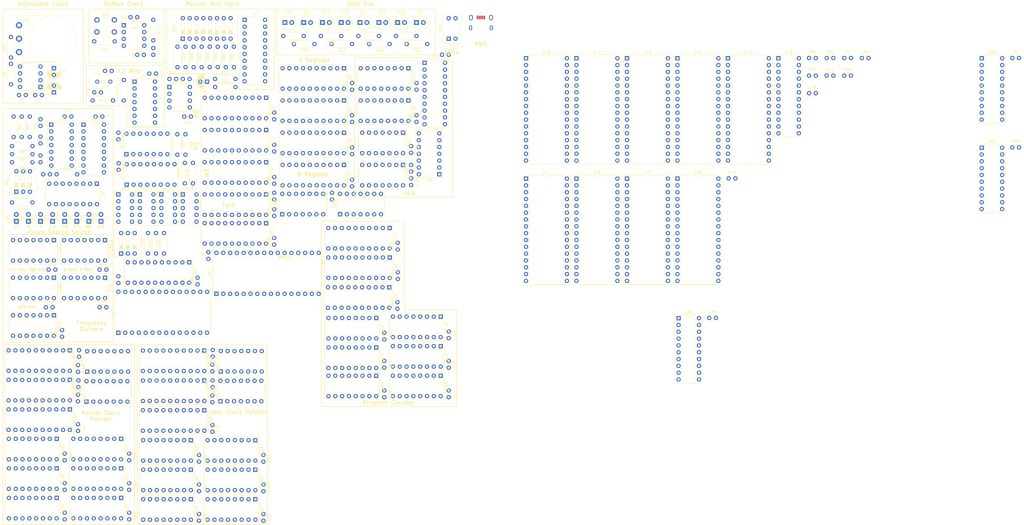
<source format=kicad_pcb>
(kicad_pcb (version 20171130) (host pcbnew "(5.0.0-rc2-30-gcd5f72788)")
  (layers (0 F.Cu signal) (31 B.Cu signal) (34 B.Paste user) (35 F.Paste user) (36 B.SilkS user) (37 F.SilkS user) (38 B.Mask user) (39 F.Mask user) (44 Edge.Cuts user))
  (net 0 "")
  (net 1 VCC)
  (net 2 GND)
  (net 3 /Clock/AC_TR)
  (net 4 "Net-(C4-Pad1)")
  (net 5 "Net-(C5-Pad2)")
  (net 6 "Net-(C6-Pad2)")
  (net 7 "Net-(C7-Pad2)")
  (net 8 "Net-(C8-Pad1)")
  (net 9 "Net-(C11-Pad2)")
  (net 10 "Net-(C12-Pad1)")
  (net 11 "Net-(C13-Pad1)")
  (net 12 "Net-(R1-Pad2)")
  (net 13 "Net-(R4-Pad2)")
  (net 14 "Net-(R10-Pad1)")
  (net 15 "Net-(R12-Pad1)")
  (net 16 /Clock/ADJ_CLK)
  (net 17 /Clock/BTN_CLK)
  (net 18 "Net-(R5-Pad2)")
  (net 19 "Net-(R8-Pad2)")
  (net 20 "Net-(D1-Pad2)")
  (net 21 "Net-(D1-Pad1)")
  (net 22 "Net-(D2-Pad2)")
  (net 23 "Net-(D3-Pad2)")
  (net 24 "Net-(D4-Pad2)")
  (net 25 "Net-(D5-Pad2)")
  (net 26 "Net-(D6-Pad2)")
  (net 27 "Net-(D7-Pad2)")
  (net 28 "Net-(D8-Pad2)")
  (net 29 LED_VCC)
  (net 30 LED_GND)
  (net 31 /BUS0)
  (net 32 "Net-(D9-Pad1)")
  (net 33 "Net-(D10-Pad1)")
  (net 34 /BUS1)
  (net 35 /BUS2)
  (net 36 "Net-(D11-Pad1)")
  (net 37 "Net-(D12-Pad1)")
  (net 38 /BUS3)
  (net 39 /BUS4)
  (net 40 "Net-(D13-Pad1)")
  (net 41 "Net-(D14-Pad1)")
  (net 42 /BUS5)
  (net 43 /BUS6)
  (net 44 "Net-(D15-Pad1)")
  (net 45 "Net-(D16-Pad1)")
  (net 46 /BUS7)
  (net 47 "Net-(R15-Pad1)")
  (net 48 "Net-(R16-Pad1)")
  (net 49 "Net-(R17-Pad1)")
  (net 50 "Net-(R18-Pad1)")
  (net 51 "Net-(R19-Pad1)")
  (net 52 "Net-(R20-Pad1)")
  (net 53 "Net-(R21-Pad1)")
  (net 54 "Net-(R22-Pad1)")
  (net 55 /Registers/REG_A_IN)
  (net 56 /Registers/REG_B_IN)
  (net 57 /Registers/REG_M0_IN)
  (net 58 /Registers/REG_M1_IN)
  (net 59 /Registers/REG_M2_IN)
  (net 60 "Net-(J1-Pad2)")
  (net 61 "Net-(J1-Pad3)")
  (net 62 "Net-(J1-Pad4)")
  (net 63 /Registers/REG_T_IN)
  (net 64 /A7)
  (net 65 /A6)
  (net 66 /A5)
  (net 67 /A4)
  (net 68 /A3)
  (net 69 /A2)
  (net 70 /A1)
  (net 71 /A0)
  (net 72 /B0)
  (net 73 /B1)
  (net 74 /B2)
  (net 75 /B3)
  (net 76 /B4)
  (net 77 /B5)
  (net 78 /B6)
  (net 79 /B7)
  (net 80 "Net-(U13-Pad8)")
  (net 81 /ALU/SUB)
  (net 82 "Net-(U13-Pad3)")
  (net 83 "Net-(U13-Pad11)")
  (net 84 "Net-(U13-Pad6)")
  (net 85 "Net-(U15-Pad6)")
  (net 86 "Net-(U15-Pad11)")
  (net 87 "Net-(U15-Pad3)")
  (net 88 "Net-(U15-Pad8)")
  (net 89 "Net-(U17-Pad13)")
  (net 90 "Net-(U17-Pad4)")
  (net 91 "Net-(U17-Pad10)")
  (net 92 "Net-(U17-Pad9)")
  (net 93 "Net-(U17-Pad1)")
  (net 94 "Net-(U19-Pad1)")
  (net 95 /ALU/CARRY)
  (net 96 "Net-(U19-Pad10)")
  (net 97 "Net-(U19-Pad4)")
  (net 98 "Net-(U19-Pad13)")
  (net 99 "Net-(C29-Pad1)")
  (net 100 /Display/TR)
  (net 101 "Net-(R31-Pad2)")
  (net 102 "Net-(R33-Pad1)")
  (net 103 "Net-(R34-Pad1)")
  (net 104 "Net-(R35-Pad1)")
  (net 105 /Display/DISP_CLK)
  (net 106 /Display/C0)
  (net 107 "Net-(U22-Pad2)")
  (net 108 /Display/CARRY)
  (net 109 /Display/C1)
  (net 110 "Net-(U22-Pad6)")
  (net 111 /Display/L0)
  (net 112 /Display/L1)
  (net 113 /Display/L2)
  (net 114 /Display/L3)
  (net 115 "Net-(U24-Pad1)")
  (net 116 /Display/O3)
  (net 117 /Display/O4)
  (net 118 /Display/sheet5B043D48/O7)
  (net 119 /Display/O5)
  (net 120 /Display/sheet5B043D48/O6)
  (net 121 /Display/O6)
  (net 122 /Display/sheet5B043D48/O5)
  (net 123 /Display/O7)
  (net 124 /Display/sheet5B043D48/O4)
  (net 125 /Display/sheet5B043D48/O3)
  (net 126 /Display/sheet5B043D48/O2)
  (net 127 /Display/sheet5B043D48/O1)
  (net 128 /Display/sheet5B043D48/O0)
  (net 129 /Display/O0)
  (net 130 /Display/O1)
  (net 131 "Net-(U24-Pad26)")
  (net 132 /Display/O2)
  (net 133 /Display/DISP_IN)
  (net 134 "Net-(R36-Pad2)")
  (net 135 "Net-(R37-Pad2)")
  (net 136 "Net-(R38-Pad2)")
  (net 137 "Net-(R39-Pad2)")
  (net 138 "Net-(C39-Pad1)")
  (net 139 "Net-(R40-Pad2)")
  (net 140 /Clock/SEL2)
  (net 141 "Net-(U2-Pad12)")
  (net 142 /Clock/SEL1)
  (net 143 "Net-(U2-Pad10)")
  (net 144 /Clock/SEL0)
  (net 145 "Net-(U2-Pad8)")
  (net 146 /Clock/750KHZ_CLK)
  (net 147 /Clock/375KHZ_CLK)
  (net 148 /Clock/12MHZ_CLK)
  (net 149 /Clock/PRE_CLK)
  (net 150 /Clock/6MHZ_CLK)
  (net 151 "Net-(U3-Pad6)")
  (net 152 /Clock/3MHZ_CLK)
  (net 153 /Clock/1.5MHZ_CLK)
  (net 154 "Net-(U5-Pad8)")
  (net 155 "Net-(U5-Pad10)")
  (net 156 "Net-(U30-Pad6)")
  (net 157 "Net-(U5-Pad12)")
  (net 158 "Net-(U30-Pad8)")
  (net 159 "Net-(U30-Pad3)")
  (net 160 "Net-(U30-Pad11)")
  (net 161 "Net-(U32-Pad2)")
  (net 162 "Net-(U32-Pad6)")
  (net 163 "Net-(U34-Pad2)")
  (net 164 "Net-(U34-Pad6)")
  (net 165 "Net-(U35-Pad6)")
  (net 166 "Net-(U35-Pad2)")
  (net 167 "Net-(U35-Pad11)")
  (net 168 /MLU/MLU2)
  (net 169 /MLU/MLU0)
  (net 170 /MLU/MLU1)
  (net 171 "Net-(U33-Pad13)")
  (net 172 "Net-(U33-Pad12)")
  (net 173 "Net-(U33-Pad5)")
  (net 174 /ALU/ZERO)
  (net 175 "Net-(U33-Pad4)")
  (net 176 "Net-(U33-Pad10)")
  (net 177 "Net-(U33-Pad9)")
  (net 178 "Net-(U37-Pad8)")
  (net 179 "/Status/Control Register/CARRY_FLAG_IN")
  (net 180 "/Status/Control Register/CARRY_FLAG_CLK")
  (net 181 "/Status/Control Register/ZERO_FLAG_CLK")
  (net 182 "/Status/Control Register/ZERO_FLAG_IN")
  (net 183 "Net-(U37-Pad6)")
  (net 184 "Net-(U38-Pad6)")
  (net 185 "/Status/Control Register/INTERRUPT_ENABLE_CLK")
  (net 186 "Net-(U38-Pad5)")
  (net 187 "/Status/Control Register/UNSET_INTERRUPT_ENABLE")
  (net 188 "Net-(U38-Pad2)")
  (net 189 "/Status/Control Register/SET_INTERRUPT_ENABLE")
  (net 190 "/Program Counter/CARRY3")
  (net 191 "/Program Counter/PC19")
  (net 192 "/Program Counter/PC18")
  (net 193 "/Program Counter/PC17")
  (net 194 "/Program Counter/PC16")
  (net 195 "/Program Counter/PC_INC")
  (net 196 "/Program Counter/CARRY4")
  (net 197 "/Program Counter/CARRY0")
  (net 198 "/Program Counter/PC0")
  (net 199 "/Program Counter/PC1")
  (net 200 "/Program Counter/PC2")
  (net 201 "/Program Counter/PC3")
  (net 202 "/Program Counter/CARRY2")
  (net 203 "/Program Counter/PC8")
  (net 204 "/Program Counter/PC9")
  (net 205 "/Program Counter/PC10")
  (net 206 "/Program Counter/PC11")
  (net 207 "/Program Counter/CARRY1")
  (net 208 "/Program Counter/PC15")
  (net 209 "/Program Counter/PC14")
  (net 210 "/Program Counter/PC13")
  (net 211 "/Program Counter/PC12")
  (net 212 "Net-(U44-Pad15)")
  (net 213 "/Program Counter/PC20")
  (net 214 "/Program Counter/PC21")
  (net 215 "/Program Counter/PC22")
  (net 216 "/Program Counter/PC23")
  (net 217 "/Program Counter/PC4")
  (net 218 "/Program Counter/PC5")
  (net 219 "/Program Counter/PC6")
  (net 220 "/Program Counter/PC7")
  (net 221 /~RESET)
  (net 222 /CLK)
  (net 223 "/Manual Bus Input/~OUT")
  (net 224 /Registers/~REG_A_OUT)
  (net 225 /Registers/~REG_B_OUT)
  (net 226 /Registers/~REG_M0_OUT)
  (net 227 /Registers/~REG_M1_OUT)
  (net 228 /Registers/~REG_M2_OUT)
  (net 229 /Registers/~REG_T_OUT)
  (net 230 /ALU/~SUM_OUT)
  (net 231 /MLU/~OUT)
  (net 232 "/Status/Control Register/ZERO_FLAG")
  (net 233 "/Status/Control Register/CARRY_FLAG")
  (net 234 "/Status/Control Register/INTERRUPT_ENABLE_FLAG")
  (net 235 "/Program Counter/~PC2_IN")
  (net 236 "/Program Counter/~PC0_IN")
  (net 237 "/Program Counter/~PC1_IN")
  (net 238 "/Program Counter/~PC0_OUT")
  (net 239 "/Program Counter/~PC1_OUT")
  (net 240 "/Program Counter/~PC2_OUT")
  (net 241 "/Kernel Stack Register/O1")
  (net 242 "/Kernel Stack Register/O0")
  (net 243 "/Kernel Stack Register/~R0_IN")
  (net 244 "/Kernel Stack Register/CARRY0")
  (net 245 "/Kernel Stack Register/DOWN_OR_UP")
  (net 246 "Net-(U48-Pad13)")
  (net 247 "/Kernel Stack Register/O2")
  (net 248 "/Kernel Stack Register/COUNT_CLK")
  (net 249 "/Kernel Stack Register/O3")
  (net 250 "/Kernel Stack Register/O11")
  (net 251 "/Kernel Stack Register/O10")
  (net 252 "Net-(U49-Pad13)")
  (net 253 "/Kernel Stack Register/CARRY2")
  (net 254 "/Kernel Stack Register/~ENABLE2")
  (net 255 "/Kernel Stack Register/~R1_IN")
  (net 256 "/Kernel Stack Register/O8")
  (net 257 "/Kernel Stack Register/O9")
  (net 258 "/Kernel Stack Register/O17")
  (net 259 "/Kernel Stack Register/O16")
  (net 260 "/Kernel Stack Register/~R2_IN")
  (net 261 "/Kernel Stack Register/~ENABLE4")
  (net 262 "/Kernel Stack Register/CARRY4")
  (net 263 "Net-(U50-Pad13)")
  (net 264 "/Kernel Stack Register/O18")
  (net 265 "/Kernel Stack Register/O19")
  (net 266 "/Kernel Stack Register/O5")
  (net 267 "/Kernel Stack Register/O4")
  (net 268 "/Kernel Stack Register/~ENABLE1")
  (net 269 "/Kernel Stack Register/CARRY1")
  (net 270 "Net-(U51-Pad13)")
  (net 271 "/Kernel Stack Register/O6")
  (net 272 "/Kernel Stack Register/O7")
  (net 273 "/Kernel Stack Register/O13")
  (net 274 "/Kernel Stack Register/O12")
  (net 275 "/Kernel Stack Register/~ENABLE3")
  (net 276 "/Kernel Stack Register/CARRY3")
  (net 277 "Net-(U52-Pad13)")
  (net 278 "/Kernel Stack Register/O14")
  (net 279 "/Kernel Stack Register/O15")
  (net 280 "/Kernel Stack Register/O23")
  (net 281 "/Kernel Stack Register/O22")
  (net 282 "Net-(U53-Pad13)")
  (net 283 "Net-(U53-Pad12)")
  (net 284 "/Kernel Stack Register/~ENABLE5")
  (net 285 "/Kernel Stack Register/O20")
  (net 286 "/Kernel Stack Register/O21")
  (net 287 "Net-(U54-Pad12)")
  (net 288 "Net-(U54-Pad6)")
  (net 289 "Net-(U54-Pad3)")
  (net 290 "Net-(U54-Pad11)")
  (net 291 "Net-(U55-Pad13)")
  (net 292 "Net-(U55-Pad12)")
  (net 293 "/Kernel Stack Register/~R0_OUT")
  (net 294 "/Kernel Stack Register/~R1_OUT")
  (net 295 "/Kernel Stack Register/~R2_OUT")
  (net 296 "/User Stack Register/O3")
  (net 297 "/User Stack Register/COUNT_CLK")
  (net 298 "/User Stack Register/O2")
  (net 299 "Net-(U59-Pad13)")
  (net 300 "/User Stack Register/DOWN_OR_UP")
  (net 301 "/User Stack Register/CARRY0")
  (net 302 "/User Stack Register/~R0_IN")
  (net 303 "/User Stack Register/O0")
  (net 304 "/User Stack Register/O1")
  (net 305 "/User Stack Register/O11")
  (net 306 "/User Stack Register/O10")
  (net 307 "Net-(U60-Pad13)")
  (net 308 "/User Stack Register/CARRY2")
  (net 309 "/User Stack Register/~ENABLE2")
  (net 310 "/User Stack Register/~R1_IN")
  (net 311 "/User Stack Register/O8")
  (net 312 "/User Stack Register/O9")
  (net 313 "/User Stack Register/O19")
  (net 314 "/User Stack Register/O18")
  (net 315 "Net-(U61-Pad13)")
  (net 316 "/User Stack Register/CARRY4")
  (net 317 "/User Stack Register/~ENABLE4")
  (net 318 "/User Stack Register/~R2_IN")
  (net 319 "/User Stack Register/O16")
  (net 320 "/User Stack Register/O17")
  (net 321 "/User Stack Register/O5")
  (net 322 "/User Stack Register/O4")
  (net 323 "/User Stack Register/~ENABLE1")
  (net 324 "/User Stack Register/CARRY1")
  (net 325 "Net-(U62-Pad13)")
  (net 326 "/User Stack Register/O6")
  (net 327 "/User Stack Register/O7")
  (net 328 "/User Stack Register/O13")
  (net 329 "/User Stack Register/O12")
  (net 330 "/User Stack Register/~ENABLE3")
  (net 331 "/User Stack Register/CARRY3")
  (net 332 "Net-(U63-Pad13)")
  (net 333 "/User Stack Register/O14")
  (net 334 "/User Stack Register/O15")
  (net 335 "/User Stack Register/O23")
  (net 336 "/User Stack Register/O22")
  (net 337 "Net-(U64-Pad13)")
  (net 338 "Net-(U64-Pad12)")
  (net 339 "/User Stack Register/~ENABLE5")
  (net 340 "/User Stack Register/O20")
  (net 341 "/User Stack Register/O21")
  (net 342 "Net-(U65-Pad12)")
  (net 343 "Net-(U65-Pad6)")
  (net 344 "Net-(U65-Pad3)")
  (net 345 "Net-(U65-Pad11)")
  (net 346 "Net-(U66-Pad13)")
  (net 347 "Net-(U66-Pad12)")
  (net 348 "/User Stack Register/~R0_OUT")
  (net 349 "/User Stack Register/~R1_OUT")
  (net 350 "/User Stack Register/~R2_OUT")
  (net 351 /Registers/TASK0)
  (net 352 /Registers/TASK1)
  (net 353 /Registers/TASK2)
  (net 354 /Registers/TASK3)
  (net 355 /Registers/TASK4)
  (net 356 /Registers/TASK5)
  (net 357 /Registers/TASK6)
  (net 358 /Registers/TASK7)
  (net 359 /MMU/~SEL0)
  (net 360 "Net-(U70-Pad13)")
  (net 361 /MMU/~SEL1)
  (net 362 "Net-(U70-Pad14)")
  (net 363 /MMU/~SEL2)
  (net 364 "Net-(U70-Pad15)")
  (net 365 /MMU/~SEL3)
  (net 366 "Net-(U70-Pad16)")
  (net 367 /MMU/~SEL4)
  (net 368 "Net-(U70-Pad17)")
  (net 369 /MMU/~SEL5)
  (net 370 /MMU/~SEL6)
  (net 371 /MMU/~SEL7)
  (net 372 /MMU/M20)
  (net 373 "Net-(U70-Pad9)")
  (net 374 /MMU/M19)
  (net 375 "Net-(U70-Pad10)")
  (net 376 /MMU/M18)
  (net 377 "Net-(U70-Pad11)")
  (net 378 /MMU/M17)
  (net 379 /MMU/BUS3)
  (net 380 /MMU/M16)
  (net 381 /MMU/BUS4)
  (net 382 /MMU/M15)
  (net 383 /MMU/BUS5)
  (net 384 /MMU/M12)
  (net 385 /MMU/BUS6)
  (net 386 /MMU/M7)
  (net 387 /MMU/BUS7)
  (net 388 /MMU/M6)
  (net 389 /MMU/~MMU_OUT)
  (net 390 /MMU/M5)
  (net 391 /MMU/M10)
  (net 392 /MMU/M4)
  (net 393 /MMU/M3)
  (net 394 /MMU/M11)
  (net 395 /MMU/M2)
  (net 396 /MMU/M9)
  (net 397 /MMU/M1)
  (net 398 /MMU/M8)
  (net 399 /MMU/M0)
  (net 400 /MMU/M13)
  (net 401 /MMU/BUS0)
  (net 402 /MMU/M14)
  (net 403 /MMU/BUS1)
  (net 404 /MMU/BUS2)
  (net 405 /MMU/~MMU_IN)
  (net 406 /MMU/MMU0/I7)
  (net 407 /MMU/MMU0/I6)
  (net 408 /MMU/MMU0/I5)
  (net 409 /MMU/MMU0/I4)
  (net 410 /MMU/MMU0/I3)
  (net 411 /MMU/MMU0/I2)
  (net 412 /MMU/MMU0/I1)
  (net 413 /MMU/MMU0/I0)
  (net 414 /MMU/MMU0/REG_IN)
  (net 415 /MMU/MMU0/~REG_OUT)
  (net 416 /MMU/MMU1/~REG_OUT)
  (net 417 /MMU/MMU1/REG_IN)
  (net 418 /MMU/MMU1/I0)
  (net 419 /MMU/MMU1/I1)
  (net 420 /MMU/MMU1/I2)
  (net 421 /MMU/MMU1/I3)
  (net 422 /MMU/MMU1/I4)
  (net 423 /MMU/MMU1/I5)
  (net 424 /MMU/MMU1/I6)
  (net 425 /MMU/MMU1/I7)
  (net 426 /MMU/MMU2/I7)
  (net 427 /MMU/MMU2/I6)
  (net 428 /MMU/MMU2/I5)
  (net 429 /MMU/MMU2/I4)
  (net 430 /MMU/MMU2/I3)
  (net 431 /MMU/M21)
  (net 432 /MMU/MMU2/I2)
  (net 433 /MMU/M22)
  (net 434 /MMU/MMU2/I1)
  (net 435 /MMU/M23)
  (net 436 /MMU/MMU2/I0)
  (net 437 /MMU/MMU2/REG_IN)
  (net 438 /MMU/MMU2/~REG_OUT)
  (module Capacitor_THT:C_Disc_D3.0mm_W2.0mm_P2.50mm (layer F.Cu) (at 16 42)
    (fp_text reference C1 (at 1 2) (layer F.SilkS))
    (fp_text value 0.1uF)
    (pad 1 thru_hole circle (at 0 0) (size 1.6 1.6) (drill 0.8) (layers *.Cu *.Mask) (net 1 VCC))
    (pad 2 thru_hole circle (at 2.5 0) (size 1.6 1.6) (drill 0.8) (layers *.Cu *.Mask) (net 2 GND))
  )
  (module Capacitor_THT:C_Disc_D3.0mm_W2.0mm_P2.50mm (layer F.Cu) (at 22 42)
    (fp_text reference C4 (at 1 2) (layer F.SilkS))
    (fp_text value 10nF)
    (pad 1 thru_hole circle (at 0 0) (size 1.6 1.6) (drill 0.8) (layers *.Cu *.Mask) (net 4 "Net-(C4-Pad1)"))
    (pad 2 thru_hole circle (at 2.5 0) (size 1.6 1.6) (drill 0.8) (layers *.Cu *.Mask) (net 2 GND))
  )
  (module Capacitor_THT:C_Disc_D3.0mm_W2.0mm_P2.50mm (layer F.Cu) (at 24 51 270)
    (fp_text reference C5 (at 1.25 -2.25 270) (layer F.SilkS))
    (fp_text value 0.1uF)
    (pad 1 thru_hole circle (at 0 0 270) (size 1.6 1.6) (drill 0.8) (layers *.Cu *.Mask) (net 2 GND))
    (pad 2 thru_hole circle (at 2.5 0 270) (size 1.6 1.6) (drill 0.8) (layers *.Cu *.Mask) (net 5 "Net-(C5-Pad2)"))
  )
  (module Capacitor_THT:C_Disc_D3.0mm_W2.0mm_P2.50mm (layer F.Cu) (at 24 57.5 270)
    (fp_text reference C6 (at 1.25 -2.25 270) (layer F.SilkS))
    (fp_text value 0.1uF)
    (pad 2 thru_hole circle (at 2.5 0 270) (size 1.6 1.6) (drill 0.8) (layers *.Cu *.Mask) (net 6 "Net-(C6-Pad2)"))
    (pad 1 thru_hole circle (at 0 0 270) (size 1.6 1.6) (drill 0.8) (layers *.Cu *.Mask) (net 2 GND))
  )
  (module Capacitor_THT:C_Disc_D3.0mm_W2.0mm_P2.50mm (layer F.Cu) (at 24 67 90)
    (fp_text reference C7 (at 1.25 -2.25 90) (layer F.SilkS))
    (fp_text value 0.1uF)
    (pad 2 thru_hole circle (at 2.5 0 90) (size 1.6 1.6) (drill 0.8) (layers *.Cu *.Mask) (net 7 "Net-(C7-Pad2)"))
    (pad 1 thru_hole circle (at 0 0 90) (size 1.6 1.6) (drill 0.8) (layers *.Cu *.Mask) (net 2 GND))
  )
  (module Capacitor_THT:C_Disc_D3.0mm_W2.0mm_P2.50mm (layer F.Cu) (at 60 27)
    (fp_text reference C8 (at -2 0) (layer F.SilkS))
    (fp_text value 10nF)
    (pad 2 thru_hole circle (at 2.5 0) (size 1.6 1.6) (drill 0.8) (layers *.Cu *.Mask) (net 2 GND))
    (pad 1 thru_hole circle (at 0 0) (size 1.6 1.6) (drill 0.8) (layers *.Cu *.Mask) (net 8 "Net-(C8-Pad1)"))
  )
  (module Capacitor_THT:C_Disc_D3.0mm_W2.0mm_P2.50mm (layer F.Cu) (at 60 13 180)
    (fp_text reference C9 (at 5 0 180) (layer F.SilkS))
    (fp_text value 0.1uF)
    (pad 1 thru_hole circle (at 0 0 180) (size 1.6 1.6) (drill 0.8) (layers *.Cu *.Mask) (net 1 VCC))
    (pad 2 thru_hole circle (at 2.5 0 180) (size 1.6 1.6) (drill 0.8) (layers *.Cu *.Mask) (net 2 GND))
  )
  (module Capacitor_THT:C_Disc_D3.0mm_W2.0mm_P2.50mm (layer F.Cu) (at 47 50 180)
    (fp_text reference C10 (at 1.25 -2.25 180) (layer F.SilkS))
    (fp_text value 0.1uF)
    (pad 1 thru_hole circle (at 0 0 180) (size 1.6 1.6) (drill 0.8) (layers *.Cu *.Mask) (net 1 VCC))
    (pad 2 thru_hole circle (at 2.5 0 180) (size 1.6 1.6) (drill 0.8) (layers *.Cu *.Mask) (net 2 GND))
  )
  (module Capacitor_THT:C_Disc_D3.0mm_W2.0mm_P2.50mm (layer F.Cu) (at 66 27 90)
    (fp_text reference C11 (at 1.25 2 90) (layer F.SilkS))
    (fp_text value 0.1uF)
    (pad 1 thru_hole circle (at 0 0 90) (size 1.6 1.6) (drill 0.8) (layers *.Cu *.Mask) (net 2 GND))
    (pad 2 thru_hole circle (at 2.5 0 90) (size 1.6 1.6) (drill 0.8) (layers *.Cu *.Mask) (net 9 "Net-(C11-Pad2)"))
  )
  (module Capacitor_THT:C_Disc_D3.0mm_W2.0mm_P2.50mm (layer F.Cu) (at 50.5 33 180)
    (fp_text reference C12 (at 4.5 0 270) (layer F.SilkS))
    (fp_text value 27pF)
    (pad 1 thru_hole circle (at 0 0 180) (size 1.6 1.6) (drill 0.8) (layers *.Cu *.Mask) (net 10 "Net-(C12-Pad1)"))
    (pad 2 thru_hole circle (at 2.5 0 180) (size 1.6 1.6) (drill 0.8) (layers *.Cu *.Mask) (net 2 GND))
  )
  (module Capacitor_THT:C_Disc_D3.0mm_W2.0mm_P2.50mm (layer F.Cu) (at 44 41)
    (fp_text reference C13 (at -2 0 90) (layer F.SilkS))
    (fp_text value 27pF)
    (pad 2 thru_hole circle (at 2.5 0) (size 1.6 1.6) (drill 0.8) (layers *.Cu *.Mask) (net 2 GND))
    (pad 1 thru_hole circle (at 0 0) (size 1.6 1.6) (drill 0.8) (layers *.Cu *.Mask) (net 11 "Net-(C13-Pad1)"))
  )
  (module Capacitor_THT:C_Disc_D3.0mm_W2.0mm_P2.50mm (layer F.Cu) (at 67 34 180)
    (fp_text reference C14 (at -2 0 270) (layer F.SilkS))
    (fp_text value 0.1uF)
    (pad 2 thru_hole circle (at 2.5 0 180) (size 1.6 1.6) (drill 0.8) (layers *.Cu *.Mask) (net 2 GND))
    (pad 1 thru_hole circle (at 0 0 180) (size 1.6 1.6) (drill 0.8) (layers *.Cu *.Mask) (net 1 VCC))
  )
  (module Resistor_THT:R_Axial_DIN0207_L6.3mm_D2.5mm_P7.62mm_Horizontal (layer F.Cu) (at 13 38 90)
    (fp_text reference R1 (at 3.81 -2.37 90) (layer F.SilkS))
    (fp_text value 1K)
    (pad 2 thru_hole oval (at 7.62 0 90) (size 1.6 1.6) (drill 0.8) (layers *.Cu *.Mask) (net 12 "Net-(R1-Pad2)"))
    (pad 1 thru_hole circle (at 0 0 90) (size 1.6 1.6) (drill 0.8) (layers *.Cu *.Mask) (net 1 VCC))
  )
  (module Resistor_THT:R_Axial_DIN0207_L6.3mm_D2.5mm_P7.62mm_Horizontal (layer F.Cu) (at 13 28 90)
    (fp_text reference R3 (at 3.81 -2.37 90) (layer F.SilkS))
    (fp_text value 10K)
    (pad 1 thru_hole circle (at 0 0 90) (size 1.6 1.6) (drill 0.8) (layers *.Cu *.Mask) (net 12 "Net-(R1-Pad2)"))
    (pad 2 thru_hole oval (at 7.62 0 90) (size 1.6 1.6) (drill 0.8) (layers *.Cu *.Mask) (net 3 /Clock/AC_TR))
  )
  (module Resistor_THT:R_Axial_DIN0207_L6.3mm_D2.5mm_P7.62mm_Horizontal (layer F.Cu) (at 14 50 270)
    (fp_text reference R4 (at 3.81 -2.37 270) (layer F.SilkS))
    (fp_text value 100K)
    (pad 1 thru_hole circle (at 0 0 270) (size 1.6 1.6) (drill 0.8) (layers *.Cu *.Mask) (net 1 VCC))
    (pad 2 thru_hole oval (at 7.62 0 270) (size 1.6 1.6) (drill 0.8) (layers *.Cu *.Mask) (net 13 "Net-(R4-Pad2)"))
  )
  (module Resistor_THT:R_Axial_DIN0207_L6.3mm_D2.5mm_P7.62mm_Horizontal (layer F.Cu) (at 17 50 270)
    (fp_text reference R5 (at 3.81 -2.37 270) (layer F.SilkS))
    (fp_text value 100K)
    (pad 1 thru_hole circle (at 0 0 270) (size 1.6 1.6) (drill 0.8) (layers *.Cu *.Mask) (net 1 VCC))
    (pad 2 thru_hole oval (at 7.62 0 270) (size 1.6 1.6) (drill 0.8) (layers *.Cu *.Mask) (net 18 "Net-(R5-Pad2)"))
  )
  (module Resistor_THT:R_Axial_DIN0207_L6.3mm_D2.5mm_P7.62mm_Horizontal (layer F.Cu) (at 21 61 180)
    (fp_text reference R6 (at 3.81 -2.37 180) (layer F.SilkS))
    (fp_text value 1M)
    (pad 1 thru_hole circle (at 0 0 180) (size 1.6 1.6) (drill 0.8) (layers *.Cu *.Mask) (net 5 "Net-(C5-Pad2)"))
    (pad 2 thru_hole oval (at 7.62 0 180) (size 1.6 1.6) (drill 0.8) (layers *.Cu *.Mask) (net 13 "Net-(R4-Pad2)"))
  )
  (module Resistor_THT:R_Axial_DIN0207_L6.3mm_D2.5mm_P7.62mm_Horizontal (layer F.Cu) (at 21 64 180)
    (fp_text reference R7 (at 3.81 -2.37 180) (layer F.SilkS))
    (fp_text value 1M)
    (pad 2 thru_hole oval (at 7.62 0 180) (size 1.6 1.6) (drill 0.8) (layers *.Cu *.Mask) (net 18 "Net-(R5-Pad2)"))
    (pad 1 thru_hole circle (at 0 0 180) (size 1.6 1.6) (drill 0.8) (layers *.Cu *.Mask) (net 6 "Net-(C6-Pad2)"))
  )
  (module Resistor_THT:R_Axial_DIN0207_L6.3mm_D2.5mm_P7.62mm_Horizontal (layer F.Cu) (at 21 67 180)
    (fp_text reference R8 (at 3.81 -2.37 180) (layer F.SilkS))
    (fp_text value 1M)
    (pad 1 thru_hole circle (at 0 0 180) (size 1.6 1.6) (drill 0.8) (layers *.Cu *.Mask) (net 7 "Net-(C7-Pad2)"))
    (pad 2 thru_hole oval (at 7.62 0 180) (size 1.6 1.6) (drill 0.8) (layers *.Cu *.Mask) (net 19 "Net-(R8-Pad2)"))
  )
  (module Resistor_THT:R_Axial_DIN0207_L6.3mm_D2.5mm_P7.62mm_Horizontal (layer F.Cu) (at 20 50 270)
    (fp_text reference R9 (at 3.81 -2.37 270) (layer F.SilkS))
    (fp_text value 100K)
    (pad 2 thru_hole oval (at 7.62 0 270) (size 1.6 1.6) (drill 0.8) (layers *.Cu *.Mask) (net 19 "Net-(R8-Pad2)"))
    (pad 1 thru_hole circle (at 0 0 270) (size 1.6 1.6) (drill 0.8) (layers *.Cu *.Mask) (net 1 VCC))
  )
  (module Resistor_THT:R_Axial_DIN0207_L6.3mm_D2.5mm_P7.62mm_Horizontal (layer F.Cu) (at 44 22)
    (fp_text reference R10 (at 3.81 3) (layer F.SilkS))
    (fp_text value 100K)
    (pad 2 thru_hole oval (at 7.62 0) (size 1.6 1.6) (drill 0.8) (layers *.Cu *.Mask) (net 1 VCC))
    (pad 1 thru_hole circle (at 0 0) (size 1.6 1.6) (drill 0.8) (layers *.Cu *.Mask) (net 14 "Net-(R10-Pad1)"))
  )
  (module Resistor_THT:R_Axial_DIN0207_L6.3mm_D2.5mm_P7.62mm_Horizontal (layer F.Cu) (at 66 14 270)
    (fp_text reference R11 (at 3.81 -2.37 270) (layer F.SilkS))
    (fp_text value 1M)
    (pad 1 thru_hole circle (at 0 0 270) (size 1.6 1.6) (drill 0.8) (layers *.Cu *.Mask) (net 1 VCC))
    (pad 2 thru_hole oval (at 7.62 0 270) (size 1.6 1.6) (drill 0.8) (layers *.Cu *.Mask) (net 9 "Net-(C11-Pad2)"))
  )
  (module Resistor_THT:R_Axial_DIN0207_L6.3mm_D2.5mm_P7.62mm_Horizontal (layer F.Cu) (at 55 44 90)
    (fp_text reference R12 (at 3 -2.37 90) (layer F.SilkS))
    (fp_text value 1M)
    (pad 1 thru_hole circle (at 0 0 90) (size 1.6 1.6) (drill 0.8) (layers *.Cu *.Mask) (net 15 "Net-(R12-Pad1)"))
    (pad 2 thru_hole oval (at 7.62 0 90) (size 1.6 1.6) (drill 0.8) (layers *.Cu *.Mask) (net 10 "Net-(C12-Pad1)"))
  )
  (module Resistor_THT:R_Axial_DIN0207_L6.3mm_D2.5mm_P7.62mm_Horizontal (layer F.Cu) (at 51 44 180)
    (fp_text reference R13 (at 3.81 0 180) (layer F.SilkS))
    (fp_text value 1K)
    (pad 1 thru_hole circle (at 0 0 180) (size 1.6 1.6) (drill 0.8) (layers *.Cu *.Mask) (net 15 "Net-(R12-Pad1)"))
    (pad 2 thru_hole oval (at 7.62 0 180) (size 1.6 1.6) (drill 0.8) (layers *.Cu *.Mask) (net 11 "Net-(C13-Pad1)"))
  )
  (module Button_Switch_THT:SW_DIP_SPSTx03_Slide_9.78x9.8mm_W7.62mm_P2.54mm (layer F.Cu) (at 15 78 90)
    (fp_text reference SW1 (at 3.81 -3.42 90) (layer F.SilkS))
    (fp_text value "SW_DIP_x03 - Clock Source Select")
    (pad 1 thru_hole rect (at 0 0 90) (size 1.6 1.6) (drill 0.8) (layers *.Cu *.Mask) (net 2 GND))
    (pad 4 thru_hole oval (at 7.62 5.08 90) (size 1.6 1.6) (drill 0.8) (layers *.Cu *.Mask) (net 19 "Net-(R8-Pad2)"))
    (pad 2 thru_hole oval (at 0 2.54 90) (size 1.6 1.6) (drill 0.8) (layers *.Cu *.Mask) (net 2 GND))
    (pad 5 thru_hole oval (at 7.62 2.54 90) (size 1.6 1.6) (drill 0.8) (layers *.Cu *.Mask) (net 18 "Net-(R5-Pad2)"))
    (pad 3 thru_hole oval (at 0 5.08 90) (size 1.6 1.6) (drill 0.8) (layers *.Cu *.Mask) (net 2 GND))
    (pad 6 thru_hole oval (at 7.62 0 90) (size 1.6 1.6) (drill 0.8) (layers *.Cu *.Mask) (net 13 "Net-(R4-Pad2)"))
  )
  (module Button_Switch_THT:SW_PUSH_6mm_H7.3mm (layer F.Cu) (at 45 14)
    (fp_text reference SW2 (at 3.25 -2) (layer F.SilkS))
    (fp_text value SW_Push)
    (pad 2 thru_hole circle (at 0 4.5 90) (size 2 2) (drill 1.1) (layers *.Cu *.Mask) (net 14 "Net-(R10-Pad1)"))
    (pad 1 thru_hole circle (at 0 0 90) (size 2 2) (drill 1.1) (layers *.Cu *.Mask) (net 2 GND))
    (pad 2 thru_hole circle (at 6.5 4.5 90) (size 2 2) (drill 1.1) (layers *.Cu *.Mask) (net 14 "Net-(R10-Pad1)"))
    (pad 1 thru_hole circle (at 6.5 0 90) (size 2 2) (drill 1.1) (layers *.Cu *.Mask) (net 2 GND))
  )
  (module Package_DIP:DIP-8_W7.62mm_Socket (layer F.Cu) (at 24 39 180)
    (fp_text reference U1 (at 3.81 -2.33 180) (layer F.SilkS))
    (fp_text value "LM555 - Adjustable Clock")
    (pad 1 thru_hole rect (at 0 0 180) (size 1.6 1.6) (drill 0.8) (layers *.Cu *.Mask) (net 2 GND))
    (pad 5 thru_hole oval (at 7.62 7.62 180) (size 1.6 1.6) (drill 0.8) (layers *.Cu *.Mask) (net 4 "Net-(C4-Pad1)"))
    (pad 2 thru_hole oval (at 0 2.54 180) (size 1.6 1.6) (drill 0.8) (layers *.Cu *.Mask) (net 3 /Clock/AC_TR))
    (pad 6 thru_hole oval (at 7.62 5.08 180) (size 1.6 1.6) (drill 0.8) (layers *.Cu *.Mask) (net 3 /Clock/AC_TR))
    (pad 3 thru_hole oval (at 0 5.08 180) (size 1.6 1.6) (drill 0.8) (layers *.Cu *.Mask) (net 16 /Clock/ADJ_CLK))
    (pad 7 thru_hole oval (at 7.62 2.54 180) (size 1.6 1.6) (drill 0.8) (layers *.Cu *.Mask) (net 12 "Net-(R1-Pad2)"))
    (pad 4 thru_hole oval (at 0 7.62 180) (size 1.6 1.6) (drill 0.8) (layers *.Cu *.Mask) (net 1 VCC))
    (pad 8 thru_hole oval (at 7.62 0 180) (size 1.6 1.6) (drill 0.8) (layers *.Cu *.Mask) (net 1 VCC))
  )
  (module Package_DIP:DIP-14_W7.62mm_Socket (layer F.Cu) (at 28 53)
    (fp_text reference U2 (at 3.81 -2.33) (layer F.SilkS))
    (fp_text value 74HC14)
    (pad 14 thru_hole oval (at 7.62 0) (size 1.6 1.6) (drill 0.8) (layers *.Cu *.Mask) (net 1 VCC))
    (pad 7 thru_hole oval (at 0 15.24) (size 1.6 1.6) (drill 0.8) (layers *.Cu *.Mask) (net 2 GND))
    (pad 13 thru_hole oval (at 7.62 2.54) (size 1.6 1.6) (drill 0.8) (layers *.Cu *.Mask) (net 2 GND))
    (pad 6 thru_hole oval (at 0 12.7) (size 1.6 1.6) (drill 0.8) (layers *.Cu *.Mask) (net 140 /Clock/SEL2))
    (pad 12 thru_hole oval (at 7.62 5.08) (size 1.6 1.6) (drill 0.8) (layers *.Cu *.Mask) (net 141 "Net-(U2-Pad12)"))
    (pad 5 thru_hole oval (at 0 10.16) (size 1.6 1.6) (drill 0.8) (layers *.Cu *.Mask) (net 7 "Net-(C7-Pad2)"))
    (pad 11 thru_hole oval (at 7.62 7.62) (size 1.6 1.6) (drill 0.8) (layers *.Cu *.Mask) (net 138 "Net-(C39-Pad1)"))
    (pad 4 thru_hole oval (at 0 7.62) (size 1.6 1.6) (drill 0.8) (layers *.Cu *.Mask) (net 142 /Clock/SEL1))
    (pad 10 thru_hole oval (at 7.62 10.16) (size 1.6 1.6) (drill 0.8) (layers *.Cu *.Mask) (net 143 "Net-(U2-Pad10)"))
    (pad 3 thru_hole oval (at 0 5.08) (size 1.6 1.6) (drill 0.8) (layers *.Cu *.Mask) (net 6 "Net-(C6-Pad2)"))
    (pad 9 thru_hole oval (at 7.62 12.7) (size 1.6 1.6) (drill 0.8) (layers *.Cu *.Mask) (net 2 GND))
    (pad 2 thru_hole oval (at 0 2.54) (size 1.6 1.6) (drill 0.8) (layers *.Cu *.Mask) (net 144 /Clock/SEL0))
    (pad 8 thru_hole oval (at 7.62 15.24) (size 1.6 1.6) (drill 0.8) (layers *.Cu *.Mask) (net 145 "Net-(U2-Pad8)"))
    (pad 1 thru_hole rect (at 0 0) (size 1.6 1.6) (drill 0.8) (layers *.Cu *.Mask) (net 5 "Net-(C5-Pad2)"))
  )
  (module Package_DIP:DIP-16_W7.62mm_Socket (layer F.Cu) (at 40 53)
    (fp_text reference U3 (at 3.81 -2.33) (layer F.SilkS))
    (fp_text value 74151)
    (pad 1 thru_hole rect (at 0 0) (size 1.6 1.6) (drill 0.8) (layers *.Cu *.Mask) (net 146 /Clock/750KHZ_CLK))
    (pad 9 thru_hole oval (at 7.62 17.78) (size 1.6 1.6) (drill 0.8) (layers *.Cu *.Mask) (net 140 /Clock/SEL2))
    (pad 2 thru_hole oval (at 0 2.54) (size 1.6 1.6) (drill 0.8) (layers *.Cu *.Mask) (net 147 /Clock/375KHZ_CLK))
    (pad 10 thru_hole oval (at 7.62 15.24) (size 1.6 1.6) (drill 0.8) (layers *.Cu *.Mask) (net 142 /Clock/SEL1))
    (pad 3 thru_hole oval (at 0 5.08) (size 1.6 1.6) (drill 0.8) (layers *.Cu *.Mask) (net 16 /Clock/ADJ_CLK))
    (pad 11 thru_hole oval (at 7.62 12.7) (size 1.6 1.6) (drill 0.8) (layers *.Cu *.Mask) (net 144 /Clock/SEL0))
    (pad 4 thru_hole oval (at 0 7.62) (size 1.6 1.6) (drill 0.8) (layers *.Cu *.Mask) (net 17 /Clock/BTN_CLK))
    (pad 12 thru_hole oval (at 7.62 10.16) (size 1.6 1.6) (drill 0.8) (layers *.Cu *.Mask) (net 148 /Clock/12MHZ_CLK))
    (pad 5 thru_hole oval (at 0 10.16) (size 1.6 1.6) (drill 0.8) (layers *.Cu *.Mask) (net 149 /Clock/PRE_CLK))
    (pad 13 thru_hole oval (at 7.62 7.62) (size 1.6 1.6) (drill 0.8) (layers *.Cu *.Mask) (net 150 /Clock/6MHZ_CLK))
    (pad 6 thru_hole oval (at 0 12.7) (size 1.6 1.6) (drill 0.8) (layers *.Cu *.Mask) (net 151 "Net-(U3-Pad6)"))
    (pad 14 thru_hole oval (at 7.62 5.08) (size 1.6 1.6) (drill 0.8) (layers *.Cu *.Mask) (net 152 /Clock/3MHZ_CLK))
    (pad 7 thru_hole oval (at 0 15.24) (size 1.6 1.6) (drill 0.8) (layers *.Cu *.Mask) (net 2 GND))
    (pad 15 thru_hole oval (at 7.62 2.54) (size 1.6 1.6) (drill 0.8) (layers *.Cu *.Mask) (net 153 /Clock/1.5MHZ_CLK))
    (pad 8 thru_hole oval (at 0 17.78) (size 1.6 1.6) (drill 0.8) (layers *.Cu *.Mask) (net 2 GND))
    (pad 16 thru_hole oval (at 7.62 0) (size 1.6 1.6) (drill 0.8) (layers *.Cu *.Mask) (net 1 VCC))
  )
  (module Package_DIP:DIP-8_W7.62mm_Socket (layer F.Cu) (at 55 16)
    (fp_text reference U4 (at 3.81 1) (layer F.SilkS))
    (fp_text value "LM555 - Button Clock")
    (pad 8 thru_hole oval (at 7.62 0) (size 1.6 1.6) (drill 0.8) (layers *.Cu *.Mask) (net 1 VCC))
    (pad 4 thru_hole oval (at 0 7.62) (size 1.6 1.6) (drill 0.8) (layers *.Cu *.Mask) (net 1 VCC))
    (pad 7 thru_hole oval (at 7.62 2.54) (size 1.6 1.6) (drill 0.8) (layers *.Cu *.Mask) (net 9 "Net-(C11-Pad2)"))
    (pad 3 thru_hole oval (at 0 5.08) (size 1.6 1.6) (drill 0.8) (layers *.Cu *.Mask) (net 17 /Clock/BTN_CLK))
    (pad 6 thru_hole oval (at 7.62 5.08) (size 1.6 1.6) (drill 0.8) (layers *.Cu *.Mask) (net 9 "Net-(C11-Pad2)"))
    (pad 2 thru_hole oval (at 0 2.54) (size 1.6 1.6) (drill 0.8) (layers *.Cu *.Mask) (net 14 "Net-(R10-Pad1)"))
    (pad 5 thru_hole oval (at 7.62 7.62) (size 1.6 1.6) (drill 0.8) (layers *.Cu *.Mask) (net 8 "Net-(C8-Pad1)"))
    (pad 1 thru_hole rect (at 0 0) (size 1.6 1.6) (drill 0.8) (layers *.Cu *.Mask) (net 2 GND))
  )
  (module Package_DIP:DIP-14_W7.62mm_Socket (layer F.Cu) (at 59 37)
    (fp_text reference U5 (at 3.81 -2.33) (layer F.SilkS))
    (fp_text value 74HC04)
    (pad 1 thru_hole rect (at 0 0) (size 1.6 1.6) (drill 0.8) (layers *.Cu *.Mask) (net 10 "Net-(C12-Pad1)"))
    (pad 8 thru_hole oval (at 7.62 15.24) (size 1.6 1.6) (drill 0.8) (layers *.Cu *.Mask) (net 154 "Net-(U5-Pad8)"))
    (pad 2 thru_hole oval (at 0 2.54) (size 1.6 1.6) (drill 0.8) (layers *.Cu *.Mask) (net 15 "Net-(R12-Pad1)"))
    (pad 9 thru_hole oval (at 7.62 12.7) (size 1.6 1.6) (drill 0.8) (layers *.Cu *.Mask) (net 2 GND))
    (pad 3 thru_hole oval (at 0 5.08) (size 1.6 1.6) (drill 0.8) (layers *.Cu *.Mask) (net 15 "Net-(R12-Pad1)"))
    (pad 10 thru_hole oval (at 7.62 10.16) (size 1.6 1.6) (drill 0.8) (layers *.Cu *.Mask) (net 155 "Net-(U5-Pad10)"))
    (pad 4 thru_hole oval (at 0 7.62) (size 1.6 1.6) (drill 0.8) (layers *.Cu *.Mask) (net 148 /Clock/12MHZ_CLK))
    (pad 11 thru_hole oval (at 7.62 7.62) (size 1.6 1.6) (drill 0.8) (layers *.Cu *.Mask) (net 2 GND))
    (pad 5 thru_hole oval (at 0 10.16) (size 1.6 1.6) (drill 0.8) (layers *.Cu *.Mask) (net 156 "Net-(U30-Pad6)"))
    (pad 12 thru_hole oval (at 7.62 5.08) (size 1.6 1.6) (drill 0.8) (layers *.Cu *.Mask) (net 157 "Net-(U5-Pad12)"))
    (pad 6 thru_hole oval (at 0 12.7) (size 1.6 1.6) (drill 0.8) (layers *.Cu *.Mask) (net 167 "Net-(U35-Pad11)"))
    (pad 13 thru_hole oval (at 7.62 2.54) (size 1.6 1.6) (drill 0.8) (layers *.Cu *.Mask) (net 2 GND))
    (pad 7 thru_hole oval (at 0 15.24) (size 1.6 1.6) (drill 0.8) (layers *.Cu *.Mask) (net 2 GND))
    (pad 14 thru_hole oval (at 7.62 0) (size 1.6 1.6) (drill 0.8) (layers *.Cu *.Mask) (net 1 VCC))
  )
  (module Crystal:Crystal_HC49-U_Vertical (layer F.Cu) (at 50 37 180)
    (fp_text reference Y1 (at 2.44 0 180) (layer F.SilkS))
    (fp_text value 12MHz)
    (pad 1 thru_hole circle (at 0 0 180) (size 1.5 1.5) (drill 0.8) (layers *.Cu *.Mask) (net 10 "Net-(C12-Pad1)"))
    (pad 2 thru_hole circle (at 4.88 0 180) (size 1.5 1.5) (drill 0.8) (layers *.Cu *.Mask) (net 11 "Net-(C13-Pad1)"))
  )
  (module Capacitor_THT:C_Disc_D3.0mm_W2.0mm_P2.50mm (layer F.Cu) (at 33 50)
    (fp_text reference C15 (at 1.25 -2.25) (layer F.SilkS))
    (fp_text value 0.1uF)
    (pad 1 thru_hole circle (at 0 0) (size 1.6 1.6) (drill 0.8) (layers *.Cu *.Mask) (net 2 GND))
    (pad 2 thru_hole circle (at 2.5 0) (size 1.6 1.6) (drill 0.8) (layers *.Cu *.Mask) (net 1 VCC))
  )
  (module Capacitor_THT:CP_Radial_D5.0mm_P2.50mm (layer F.Cu) (at 29 41 90)
    (fp_text reference C2 (at 1.25 -3.75 90) (layer F.SilkS))
    (fp_text value 1uF)
    (pad 2 thru_hole circle (at 2.5 0 90) (size 1.6 1.6) (drill 0.8) (layers *.Cu *.Mask) (net 1 VCC))
    (pad 1 thru_hole rect (at 0 0 90) (size 1.6 1.6) (drill 0.8) (layers *.Cu *.Mask) (net 2 GND))
  )
  (module Capacitor_THT:CP_Radial_D5.0mm_P2.50mm (layer F.Cu) (at 29 32 270)
    (fp_text reference C3 (at 1.25 -3.75 270) (layer F.SilkS))
    (fp_text value 1uF)
    (pad 1 thru_hole rect (at 0 0 270) (size 1.6 1.6) (drill 0.8) (layers *.Cu *.Mask) (net 3 /Clock/AC_TR))
    (pad 2 thru_hole circle (at 2.5 0 270) (size 1.6 1.6) (drill 0.8) (layers *.Cu *.Mask) (net 2 GND))
  )
  (module Potentiometer_THT:Potentiometer_Omeg_PC16BU_Vertical (layer F.Cu) (at 16 26)
    (fp_text reference R2 (at 3 -12) (layer F.SilkS))
    (fp_text value 1M)
    (pad 3 thru_hole circle (at 0 -10) (size 2.34 2.34) (drill 1.3) (layers *.Cu *.Mask))
    (pad 2 thru_hole circle (at 0 -5) (size 2.34 2.34) (drill 1.3) (layers *.Cu *.Mask) (net 3 /Clock/AC_TR))
    (pad 1 thru_hole circle (at 0 0) (size 2.34 2.34) (drill 1.3) (layers *.Cu *.Mask) (net 12 "Net-(R1-Pad2)"))
  )
  (module LED_THT:LED_D3.0mm (layer F.Cu) (at 46.5 89 90)
    (fp_text reference D1 (at 1.27 -2.96 90) (layer F.SilkS))
    (fp_text value LED)
    (pad 2 thru_hole circle (at 2.54 0 90) (size 1.8 1.8) (drill 0.9) (layers *.Cu *.Mask) (net 20 "Net-(D1-Pad2)"))
    (pad 1 thru_hole rect (at 0 0 90) (size 1.8 1.8) (drill 0.9) (layers *.Cu *.Mask) (net 21 "Net-(D1-Pad1)"))
  )
  (module LED_THT:LED_D3.0mm (layer F.Cu) (at 42 89 90)
    (fp_text reference D2 (at 1.27 -2.96 90) (layer F.SilkS))
    (fp_text value LED)
    (pad 1 thru_hole rect (at 0 0 90) (size 1.8 1.8) (drill 0.9) (layers *.Cu *.Mask) (net 21 "Net-(D1-Pad1)"))
    (pad 2 thru_hole circle (at 2.54 0 90) (size 1.8 1.8) (drill 0.9) (layers *.Cu *.Mask) (net 22 "Net-(D2-Pad2)"))
  )
  (module LED_THT:LED_D3.0mm (layer F.Cu) (at 37.5 89 90)
    (fp_text reference D3 (at 1.27 -2.96 90) (layer F.SilkS))
    (fp_text value LED)
    (pad 2 thru_hole circle (at 2.54 0 90) (size 1.8 1.8) (drill 0.9) (layers *.Cu *.Mask) (net 23 "Net-(D3-Pad2)"))
    (pad 1 thru_hole rect (at 0 0 90) (size 1.8 1.8) (drill 0.9) (layers *.Cu *.Mask) (net 21 "Net-(D1-Pad1)"))
  )
  (module LED_THT:LED_D3.0mm (layer F.Cu) (at 33 89 90)
    (fp_text reference D4 (at 1.27 -2.96 90) (layer F.SilkS))
    (fp_text value LED)
    (pad 1 thru_hole rect (at 0 0 90) (size 1.8 1.8) (drill 0.9) (layers *.Cu *.Mask) (net 21 "Net-(D1-Pad1)"))
    (pad 2 thru_hole circle (at 2.54 0 90) (size 1.8 1.8) (drill 0.9) (layers *.Cu *.Mask) (net 24 "Net-(D4-Pad2)"))
  )
  (module LED_THT:LED_D3.0mm (layer F.Cu) (at 28.5 89 90)
    (fp_text reference D5 (at 1.27 -2.96 90) (layer F.SilkS))
    (fp_text value LED)
    (pad 2 thru_hole circle (at 2.54 0 90) (size 1.8 1.8) (drill 0.9) (layers *.Cu *.Mask) (net 25 "Net-(D5-Pad2)"))
    (pad 1 thru_hole rect (at 0 0 90) (size 1.8 1.8) (drill 0.9) (layers *.Cu *.Mask) (net 21 "Net-(D1-Pad1)"))
  )
  (module LED_THT:LED_D3.0mm (layer F.Cu) (at 24 89 90)
    (fp_text reference D6 (at 1.27 -2.96 90) (layer F.SilkS))
    (fp_text value LED)
    (pad 2 thru_hole circle (at 2.54 0 90) (size 1.8 1.8) (drill 0.9) (layers *.Cu *.Mask) (net 26 "Net-(D6-Pad2)"))
    (pad 1 thru_hole rect (at 0 0 90) (size 1.8 1.8) (drill 0.9) (layers *.Cu *.Mask) (net 21 "Net-(D1-Pad1)"))
  )
  (module LED_THT:LED_D3.0mm (layer F.Cu) (at 19.5 89 90)
    (fp_text reference D7 (at 1.27 -2.96 90) (layer F.SilkS))
    (fp_text value LED)
    (pad 1 thru_hole rect (at 0 0 90) (size 1.8 1.8) (drill 0.9) (layers *.Cu *.Mask) (net 21 "Net-(D1-Pad1)"))
    (pad 2 thru_hole circle (at 2.54 0 90) (size 1.8 1.8) (drill 0.9) (layers *.Cu *.Mask) (net 27 "Net-(D7-Pad2)"))
  )
  (module LED_THT:LED_D3.0mm (layer F.Cu) (at 15 89 90)
    (fp_text reference D8 (at 1.27 -2.96 90) (layer F.SilkS))
    (fp_text value LED)
    (pad 1 thru_hole rect (at 0 0 90) (size 1.8 1.8) (drill 0.9) (layers *.Cu *.Mask) (net 21 "Net-(D1-Pad1)"))
    (pad 2 thru_hole circle (at 2.54 0 90) (size 1.8 1.8) (drill 0.9) (layers *.Cu *.Mask) (net 28 "Net-(D8-Pad2)"))
  )
  (module Resistor_THT:R_Axial_DIN0207_L6.3mm_D2.5mm_P7.62mm_Horizontal (layer F.Cu) (at 21 82 180)
    (fp_text reference R14 (at 3.81 -2.37 180) (layer F.SilkS))
    (fp_text value 1K)
    (pad 1 thru_hole circle (at 0 0 180) (size 1.6 1.6) (drill 0.8) (layers *.Cu *.Mask) (net 29 LED_VCC))
    (pad 2 thru_hole oval (at 7.62 0 180) (size 1.6 1.6) (drill 0.8) (layers *.Cu *.Mask) (net 21 "Net-(D1-Pad1)"))
  )
  (module Button_Switch_THT:SW_DIP_SPSTx02_Piano_10.8x6.64mm_W7.62mm_P2.54mm (layer F.Cu) (at 176 21 90)
    (fp_text reference SW3 (at 3.81 -3.11 90) (layer F.SilkS))
    (fp_text value SW_DPST)
    (pad 1 thru_hole rect (at 0 0 90) (size 1.6 1.6) (drill 0.8) (layers *.Cu *.Mask) (net 29 LED_VCC))
    (pad 3 thru_hole oval (at 7.62 2.54 90) (size 1.6 1.6) (drill 0.8) (layers *.Cu *.Mask) (net 30 LED_GND))
    (pad 2 thru_hole oval (at 0 2.54 90) (size 1.6 1.6) (drill 0.8) (layers *.Cu *.Mask) (net 1 VCC))
    (pad 4 thru_hole oval (at 7.62 0 90) (size 1.6 1.6) (drill 0.8) (layers *.Cu *.Mask) (net 2 GND))
  )
  (module Package_DIP:DIP-16_W7.62mm_Socket (layer F.Cu) (at 45 75 270)
    (fp_text reference U6 (at 3.81 -2.33 270) (layer F.SilkS))
    (fp_text value 74LS138)
    (pad 1 thru_hole rect (at 0 0 270) (size 1.6 1.6) (drill 0.8) (layers *.Cu *.Mask) (net 144 /Clock/SEL0))
    (pad 9 thru_hole oval (at 7.62 17.78 270) (size 1.6 1.6) (drill 0.8) (layers *.Cu *.Mask) (net 27 "Net-(D7-Pad2)"))
    (pad 2 thru_hole oval (at 0 2.54 270) (size 1.6 1.6) (drill 0.8) (layers *.Cu *.Mask) (net 142 /Clock/SEL1))
    (pad 10 thru_hole oval (at 7.62 15.24 270) (size 1.6 1.6) (drill 0.8) (layers *.Cu *.Mask) (net 26 "Net-(D6-Pad2)"))
    (pad 3 thru_hole oval (at 0 5.08 270) (size 1.6 1.6) (drill 0.8) (layers *.Cu *.Mask) (net 140 /Clock/SEL2))
    (pad 11 thru_hole oval (at 7.62 12.7 270) (size 1.6 1.6) (drill 0.8) (layers *.Cu *.Mask) (net 25 "Net-(D5-Pad2)"))
    (pad 4 thru_hole oval (at 0 7.62 270) (size 1.6 1.6) (drill 0.8) (layers *.Cu *.Mask) (net 2 GND))
    (pad 12 thru_hole oval (at 7.62 10.16 270) (size 1.6 1.6) (drill 0.8) (layers *.Cu *.Mask) (net 24 "Net-(D4-Pad2)"))
    (pad 5 thru_hole oval (at 0 10.16 270) (size 1.6 1.6) (drill 0.8) (layers *.Cu *.Mask) (net 2 GND))
    (pad 13 thru_hole oval (at 7.62 7.62 270) (size 1.6 1.6) (drill 0.8) (layers *.Cu *.Mask) (net 23 "Net-(D3-Pad2)"))
    (pad 6 thru_hole oval (at 0 12.7 270) (size 1.6 1.6) (drill 0.8) (layers *.Cu *.Mask) (net 1 VCC))
    (pad 14 thru_hole oval (at 7.62 5.08 270) (size 1.6 1.6) (drill 0.8) (layers *.Cu *.Mask) (net 22 "Net-(D2-Pad2)"))
    (pad 7 thru_hole oval (at 0 15.24 270) (size 1.6 1.6) (drill 0.8) (layers *.Cu *.Mask) (net 28 "Net-(D8-Pad2)"))
    (pad 15 thru_hole oval (at 7.62 2.54 270) (size 1.6 1.6) (drill 0.8) (layers *.Cu *.Mask) (net 20 "Net-(D1-Pad2)"))
    (pad 8 thru_hole oval (at 0 17.78 270) (size 1.6 1.6) (drill 0.8) (layers *.Cu *.Mask) (net 2 GND))
    (pad 16 thru_hole oval (at 7.62 0 270) (size 1.6 1.6) (drill 0.8) (layers *.Cu *.Mask) (net 1 VCC))
  )
  (module LED_THT:LED_D5.0mm (layer F.Cu) (at 164 15)
    (fp_text reference D9 (at 1.27 -3.96) (layer F.SilkS))
    (fp_text value LED)
    (pad 2 thru_hole circle (at 2.54 0) (size 1.8 1.8) (drill 0.9) (layers *.Cu *.Mask) (net 31 /BUS0))
    (pad 1 thru_hole rect (at 0 0) (size 1.8 1.8) (drill 0.9) (layers *.Cu *.Mask) (net 32 "Net-(D9-Pad1)"))
  )
  (module LED_THT:LED_D5.0mm (layer F.Cu) (at 157 15)
    (fp_text reference D10 (at 1.27 -3.96) (layer F.SilkS))
    (fp_text value LED)
    (pad 1 thru_hole rect (at 0 0) (size 1.8 1.8) (drill 0.9) (layers *.Cu *.Mask) (net 33 "Net-(D10-Pad1)"))
    (pad 2 thru_hole circle (at 2.54 0) (size 1.8 1.8) (drill 0.9) (layers *.Cu *.Mask) (net 34 /BUS1))
  )
  (module LED_THT:LED_D5.0mm (layer F.Cu) (at 150 15)
    (fp_text reference D11 (at 1.27 -3.96) (layer F.SilkS))
    (fp_text value LED)
    (pad 2 thru_hole circle (at 2.54 0) (size 1.8 1.8) (drill 0.9) (layers *.Cu *.Mask) (net 35 /BUS2))
    (pad 1 thru_hole rect (at 0 0) (size 1.8 1.8) (drill 0.9) (layers *.Cu *.Mask) (net 36 "Net-(D11-Pad1)"))
  )
  (module LED_THT:LED_D5.0mm (layer F.Cu) (at 143 15)
    (fp_text reference D12 (at 1.27 -3.96) (layer F.SilkS))
    (fp_text value LED)
    (pad 1 thru_hole rect (at 0 0) (size 1.8 1.8) (drill 0.9) (layers *.Cu *.Mask) (net 37 "Net-(D12-Pad1)"))
    (pad 2 thru_hole circle (at 2.54 0) (size 1.8 1.8) (drill 0.9) (layers *.Cu *.Mask) (net 38 /BUS3))
  )
  (module LED_THT:LED_D5.0mm (layer F.Cu) (at 136 15)
    (fp_text reference D13 (at 1.27 -3.96) (layer F.SilkS))
    (fp_text value LED)
    (pad 2 thru_hole circle (at 2.54 0) (size 1.8 1.8) (drill 0.9) (layers *.Cu *.Mask) (net 39 /BUS4))
    (pad 1 thru_hole rect (at 0 0) (size 1.8 1.8) (drill 0.9) (layers *.Cu *.Mask) (net 40 "Net-(D13-Pad1)"))
  )
  (module LED_THT:LED_D5.0mm (layer F.Cu) (at 129 15)
    (fp_text reference D14 (at 1.27 -3.96) (layer F.SilkS))
    (fp_text value LED)
    (pad 1 thru_hole rect (at 0 0) (size 1.8 1.8) (drill 0.9) (layers *.Cu *.Mask) (net 41 "Net-(D14-Pad1)"))
    (pad 2 thru_hole circle (at 2.54 0) (size 1.8 1.8) (drill 0.9) (layers *.Cu *.Mask) (net 42 /BUS5))
  )
  (module LED_THT:LED_D5.0mm (layer F.Cu) (at 122 15)
    (fp_text reference D15 (at 1.27 -3.96) (layer F.SilkS))
    (fp_text value LED)
    (pad 2 thru_hole circle (at 2.54 0) (size 1.8 1.8) (drill 0.9) (layers *.Cu *.Mask) (net 43 /BUS6))
    (pad 1 thru_hole rect (at 0 0) (size 1.8 1.8) (drill 0.9) (layers *.Cu *.Mask) (net 44 "Net-(D15-Pad1)"))
  )
  (module LED_THT:LED_D5.0mm (layer F.Cu) (at 115 15)
    (fp_text reference D16 (at 1.27 -3.96) (layer F.SilkS))
    (fp_text value LED)
    (pad 1 thru_hole rect (at 0 0) (size 1.8 1.8) (drill 0.9) (layers *.Cu *.Mask) (net 45 "Net-(D16-Pad1)"))
    (pad 2 thru_hole circle (at 2.54 0) (size 1.8 1.8) (drill 0.9) (layers *.Cu *.Mask) (net 46 /BUS7))
  )
  (module Resistor_THT:R_Axial_DIN0207_L6.3mm_D2.5mm_P7.62mm_Horizontal (layer F.Cu) (at 75 24 270)
    (fp_text reference R15 (at 3.81 -2.37 270) (layer F.SilkS))
    (fp_text value 100K)
    (pad 1 thru_hole circle (at 0 0 270) (size 1.6 1.6) (drill 0.8) (layers *.Cu *.Mask) (net 47 "Net-(R15-Pad1)"))
    (pad 2 thru_hole oval (at 7.62 0 270) (size 1.6 1.6) (drill 0.8) (layers *.Cu *.Mask) (net 2 GND))
  )
  (module Resistor_THT:R_Axial_DIN0207_L6.3mm_D2.5mm_P7.62mm_Horizontal (layer F.Cu) (at 78 24 270)
    (fp_text reference R16 (at 3.81 -2.37 270) (layer F.SilkS))
    (fp_text value 100K)
    (pad 2 thru_hole oval (at 7.62 0 270) (size 1.6 1.6) (drill 0.8) (layers *.Cu *.Mask) (net 2 GND))
    (pad 1 thru_hole circle (at 0 0 270) (size 1.6 1.6) (drill 0.8) (layers *.Cu *.Mask) (net 48 "Net-(R16-Pad1)"))
  )
  (module Resistor_THT:R_Axial_DIN0207_L6.3mm_D2.5mm_P7.62mm_Horizontal (layer F.Cu) (at 81 24 270)
    (fp_text reference R17 (at 3.81 -2.37 270) (layer F.SilkS))
    (fp_text value 100K)
    (pad 1 thru_hole circle (at 0 0 270) (size 1.6 1.6) (drill 0.8) (layers *.Cu *.Mask) (net 49 "Net-(R17-Pad1)"))
    (pad 2 thru_hole oval (at 7.62 0 270) (size 1.6 1.6) (drill 0.8) (layers *.Cu *.Mask) (net 2 GND))
  )
  (module Resistor_THT:R_Axial_DIN0207_L6.3mm_D2.5mm_P7.62mm_Horizontal (layer F.Cu) (at 84 24 270)
    (fp_text reference R18 (at 3.81 -2.37 270) (layer F.SilkS))
    (fp_text value 100K)
    (pad 2 thru_hole oval (at 7.62 0 270) (size 1.6 1.6) (drill 0.8) (layers *.Cu *.Mask) (net 2 GND))
    (pad 1 thru_hole circle (at 0 0 270) (size 1.6 1.6) (drill 0.8) (layers *.Cu *.Mask) (net 50 "Net-(R18-Pad1)"))
  )
  (module Resistor_THT:R_Axial_DIN0207_L6.3mm_D2.5mm_P7.62mm_Horizontal (layer F.Cu) (at 87 24 270)
    (fp_text reference R19 (at 3.81 -2.37 270) (layer F.SilkS))
    (fp_text value 100K)
    (pad 1 thru_hole circle (at 0 0 270) (size 1.6 1.6) (drill 0.8) (layers *.Cu *.Mask) (net 51 "Net-(R19-Pad1)"))
    (pad 2 thru_hole oval (at 7.62 0 270) (size 1.6 1.6) (drill 0.8) (layers *.Cu *.Mask) (net 2 GND))
  )
  (module Resistor_THT:R_Axial_DIN0207_L6.3mm_D2.5mm_P7.62mm_Horizontal (layer F.Cu) (at 90 24 270)
    (fp_text reference R20 (at 3.81 -2.37 270) (layer F.SilkS))
    (fp_text value 100K)
    (pad 2 thru_hole oval (at 7.62 0 270) (size 1.6 1.6) (drill 0.8) (layers *.Cu *.Mask) (net 2 GND))
    (pad 1 thru_hole circle (at 0 0 270) (size 1.6 1.6) (drill 0.8) (layers *.Cu *.Mask) (net 52 "Net-(R20-Pad1)"))
  )
  (module Resistor_THT:R_Axial_DIN0207_L6.3mm_D2.5mm_P7.62mm_Horizontal (layer F.Cu) (at 93 24 270)
    (fp_text reference R21 (at 3.81 -2.37 270) (layer F.SilkS))
    (fp_text value 100K)
    (pad 1 thru_hole circle (at 0 0 270) (size 1.6 1.6) (drill 0.8) (layers *.Cu *.Mask) (net 53 "Net-(R21-Pad1)"))
    (pad 2 thru_hole oval (at 7.62 0 270) (size 1.6 1.6) (drill 0.8) (layers *.Cu *.Mask) (net 2 GND))
  )
  (module Resistor_THT:R_Axial_DIN0207_L6.3mm_D2.5mm_P7.62mm_Horizontal (layer F.Cu) (at 96 24 270)
    (fp_text reference R22 (at 3.81 -2.37 270) (layer F.SilkS))
    (fp_text value 100K)
    (pad 2 thru_hole oval (at 7.62 0 270) (size 1.6 1.6) (drill 0.8) (layers *.Cu *.Mask) (net 2 GND))
    (pad 1 thru_hole circle (at 0 0 270) (size 1.6 1.6) (drill 0.8) (layers *.Cu *.Mask) (net 54 "Net-(R22-Pad1)"))
  )
  (module Resistor_THT:R_Axial_DIN0207_L6.3mm_D2.5mm_P7.62mm_Horizontal (layer F.Cu) (at 168 23 180)
    (fp_text reference R23 (at 3.81 -2.37 180) (layer F.SilkS))
    (fp_text value 1K)
    (pad 1 thru_hole circle (at 0 0 180) (size 1.6 1.6) (drill 0.8) (layers *.Cu *.Mask) (net 30 LED_GND))
    (pad 2 thru_hole oval (at 7.62 0 180) (size 1.6 1.6) (drill 0.8) (layers *.Cu *.Mask) (net 32 "Net-(D9-Pad1)"))
  )
  (module Resistor_THT:R_Axial_DIN0207_L6.3mm_D2.5mm_P7.62mm_Horizontal (layer F.Cu) (at 164 20 180)
    (fp_text reference R24 (at 3.81 -2.37 180) (layer F.SilkS))
    (fp_text value 1K)
    (pad 2 thru_hole oval (at 7.62 0 180) (size 1.6 1.6) (drill 0.8) (layers *.Cu *.Mask) (net 33 "Net-(D10-Pad1)"))
    (pad 1 thru_hole circle (at 0 0 180) (size 1.6 1.6) (drill 0.8) (layers *.Cu *.Mask) (net 30 LED_GND))
  )
  (module Resistor_THT:R_Axial_DIN0207_L6.3mm_D2.5mm_P7.62mm_Horizontal (layer F.Cu) (at 154 23 180)
    (fp_text reference R25 (at 3.81 -2.37 180) (layer F.SilkS))
    (fp_text value 1K)
    (pad 1 thru_hole circle (at 0 0 180) (size 1.6 1.6) (drill 0.8) (layers *.Cu *.Mask) (net 30 LED_GND))
    (pad 2 thru_hole oval (at 7.62 0 180) (size 1.6 1.6) (drill 0.8) (layers *.Cu *.Mask) (net 36 "Net-(D11-Pad1)"))
  )
  (module Resistor_THT:R_Axial_DIN0207_L6.3mm_D2.5mm_P7.62mm_Horizontal (layer F.Cu) (at 150 20 180)
    (fp_text reference R26 (at 3.81 -2.37 180) (layer F.SilkS))
    (fp_text value 1K)
    (pad 2 thru_hole oval (at 7.62 0 180) (size 1.6 1.6) (drill 0.8) (layers *.Cu *.Mask) (net 37 "Net-(D12-Pad1)"))
    (pad 1 thru_hole circle (at 0 0 180) (size 1.6 1.6) (drill 0.8) (layers *.Cu *.Mask) (net 30 LED_GND))
  )
  (module Resistor_THT:R_Axial_DIN0207_L6.3mm_D2.5mm_P7.62mm_Horizontal (layer F.Cu) (at 140 23 180)
    (fp_text reference R27 (at 3.81 -2.37 180) (layer F.SilkS))
    (fp_text value 1K)
    (pad 1 thru_hole circle (at 0 0 180) (size 1.6 1.6) (drill 0.8) (layers *.Cu *.Mask) (net 30 LED_GND))
    (pad 2 thru_hole oval (at 7.62 0 180) (size 1.6 1.6) (drill 0.8) (layers *.Cu *.Mask) (net 40 "Net-(D13-Pad1)"))
  )
  (module Resistor_THT:R_Axial_DIN0207_L6.3mm_D2.5mm_P7.62mm_Horizontal (layer F.Cu) (at 136 20 180)
    (fp_text reference R28 (at 3.81 -2.37 180) (layer F.SilkS))
    (fp_text value 1K)
    (pad 2 thru_hole oval (at 7.62 0 180) (size 1.6 1.6) (drill 0.8) (layers *.Cu *.Mask) (net 41 "Net-(D14-Pad1)"))
    (pad 1 thru_hole circle (at 0 0 180) (size 1.6 1.6) (drill 0.8) (layers *.Cu *.Mask) (net 30 LED_GND))
  )
  (module Resistor_THT:R_Axial_DIN0207_L6.3mm_D2.5mm_P7.62mm_Horizontal (layer F.Cu) (at 126 23 180)
    (fp_text reference R29 (at 3.81 -2.37 180) (layer F.SilkS))
    (fp_text value 1K)
    (pad 1 thru_hole circle (at 0 0 180) (size 1.6 1.6) (drill 0.8) (layers *.Cu *.Mask) (net 30 LED_GND))
    (pad 2 thru_hole oval (at 7.62 0 180) (size 1.6 1.6) (drill 0.8) (layers *.Cu *.Mask) (net 44 "Net-(D15-Pad1)"))
  )
  (module Resistor_THT:R_Axial_DIN0207_L6.3mm_D2.5mm_P7.62mm_Horizontal (layer F.Cu) (at 122 20 180)
    (fp_text reference R30 (at 3.81 -2.37 180) (layer F.SilkS))
    (fp_text value 1K)
    (pad 2 thru_hole oval (at 7.62 0 180) (size 1.6 1.6) (drill 0.8) (layers *.Cu *.Mask) (net 45 "Net-(D16-Pad1)"))
    (pad 1 thru_hole circle (at 0 0 180) (size 1.6 1.6) (drill 0.8) (layers *.Cu *.Mask) (net 30 LED_GND))
  )
  (module Button_Switch_THT:SW_DIP_SPSTx08_Slide_9.78x22.5mm_W7.62mm_P2.54mm (layer F.Cu) (at 77 21 90)
    (fp_text reference SW4 (at 3.81 -3.42 90) (layer F.SilkS))
    (fp_text value SW_DIP_x08)
    (pad 1 thru_hole rect (at 0 0 90) (size 1.6 1.6) (drill 0.8) (layers *.Cu *.Mask) (net 47 "Net-(R15-Pad1)"))
    (pad 9 thru_hole oval (at 7.62 17.78 90) (size 1.6 1.6) (drill 0.8) (layers *.Cu *.Mask) (net 1 VCC))
    (pad 2 thru_hole oval (at 0 2.54 90) (size 1.6 1.6) (drill 0.8) (layers *.Cu *.Mask) (net 48 "Net-(R16-Pad1)"))
    (pad 10 thru_hole oval (at 7.62 15.24 90) (size 1.6 1.6) (drill 0.8) (layers *.Cu *.Mask) (net 1 VCC))
    (pad 3 thru_hole oval (at 0 5.08 90) (size 1.6 1.6) (drill 0.8) (layers *.Cu *.Mask) (net 49 "Net-(R17-Pad1)"))
    (pad 11 thru_hole oval (at 7.62 12.7 90) (size 1.6 1.6) (drill 0.8) (layers *.Cu *.Mask) (net 1 VCC))
    (pad 4 thru_hole oval (at 0 7.62 90) (size 1.6 1.6) (drill 0.8) (layers *.Cu *.Mask) (net 50 "Net-(R18-Pad1)"))
    (pad 12 thru_hole oval (at 7.62 10.16 90) (size 1.6 1.6) (drill 0.8) (layers *.Cu *.Mask) (net 1 VCC))
    (pad 5 thru_hole oval (at 0 10.16 90) (size 1.6 1.6) (drill 0.8) (layers *.Cu *.Mask) (net 51 "Net-(R19-Pad1)"))
    (pad 13 thru_hole oval (at 7.62 7.62 90) (size 1.6 1.6) (drill 0.8) (layers *.Cu *.Mask) (net 1 VCC))
    (pad 6 thru_hole oval (at 0 12.7 90) (size 1.6 1.6) (drill 0.8) (layers *.Cu *.Mask) (net 52 "Net-(R20-Pad1)"))
    (pad 14 thru_hole oval (at 7.62 5.08 90) (size 1.6 1.6) (drill 0.8) (layers *.Cu *.Mask) (net 1 VCC))
    (pad 7 thru_hole oval (at 0 15.24 90) (size 1.6 1.6) (drill 0.8) (layers *.Cu *.Mask) (net 53 "Net-(R21-Pad1)"))
    (pad 15 thru_hole oval (at 7.62 2.54 90) (size 1.6 1.6) (drill 0.8) (layers *.Cu *.Mask) (net 1 VCC))
    (pad 8 thru_hole oval (at 0 17.78 90) (size 1.6 1.6) (drill 0.8) (layers *.Cu *.Mask) (net 54 "Net-(R22-Pad1)"))
    (pad 16 thru_hole oval (at 7.62 0 90) (size 1.6 1.6) (drill 0.8) (layers *.Cu *.Mask) (net 1 VCC))
  )
  (module Package_DIP:DIP-20_W7.62mm_Socket (layer F.Cu) (at 100 14)
    (fp_text reference U7 (at 3.81 -2.33) (layer F.SilkS))
    (fp_text value 74HC245)
    (pad 1 thru_hole rect (at 0 0) (size 1.6 1.6) (drill 0.8) (layers *.Cu *.Mask) (net 1 VCC))
    (pad 11 thru_hole oval (at 7.62 22.86) (size 1.6 1.6) (drill 0.8) (layers *.Cu *.Mask) (net 46 /BUS7))
    (pad 2 thru_hole oval (at 0 2.54) (size 1.6 1.6) (drill 0.8) (layers *.Cu *.Mask) (net 54 "Net-(R22-Pad1)"))
    (pad 12 thru_hole oval (at 7.62 20.32) (size 1.6 1.6) (drill 0.8) (layers *.Cu *.Mask) (net 43 /BUS6))
    (pad 3 thru_hole oval (at 0 5.08) (size 1.6 1.6) (drill 0.8) (layers *.Cu *.Mask) (net 53 "Net-(R21-Pad1)"))
    (pad 13 thru_hole oval (at 7.62 17.78) (size 1.6 1.6) (drill 0.8) (layers *.Cu *.Mask) (net 42 /BUS5))
    (pad 4 thru_hole oval (at 0 7.62) (size 1.6 1.6) (drill 0.8) (layers *.Cu *.Mask) (net 52 "Net-(R20-Pad1)"))
    (pad 14 thru_hole oval (at 7.62 15.24) (size 1.6 1.6) (drill 0.8) (layers *.Cu *.Mask) (net 39 /BUS4))
    (pad 5 thru_hole oval (at 0 10.16) (size 1.6 1.6) (drill 0.8) (layers *.Cu *.Mask) (net 51 "Net-(R19-Pad1)"))
    (pad 15 thru_hole oval (at 7.62 12.7) (size 1.6 1.6) (drill 0.8) (layers *.Cu *.Mask) (net 38 /BUS3))
    (pad 6 thru_hole oval (at 0 12.7) (size 1.6 1.6) (drill 0.8) (layers *.Cu *.Mask) (net 50 "Net-(R18-Pad1)"))
    (pad 16 thru_hole oval (at 7.62 10.16) (size 1.6 1.6) (drill 0.8) (layers *.Cu *.Mask) (net 35 /BUS2))
    (pad 7 thru_hole oval (at 0 15.24) (size 1.6 1.6) (drill 0.8) (layers *.Cu *.Mask) (net 49 "Net-(R17-Pad1)"))
    (pad 17 thru_hole oval (at 7.62 7.62) (size 1.6 1.6) (drill 0.8) (layers *.Cu *.Mask) (net 34 /BUS1))
    (pad 8 thru_hole oval (at 0 17.78) (size 1.6 1.6) (drill 0.8) (layers *.Cu *.Mask) (net 48 "Net-(R16-Pad1)"))
    (pad 18 thru_hole oval (at 7.62 5.08) (size 1.6 1.6) (drill 0.8) (layers *.Cu *.Mask) (net 31 /BUS0))
    (pad 9 thru_hole oval (at 0 20.32) (size 1.6 1.6) (drill 0.8) (layers *.Cu *.Mask) (net 47 "Net-(R15-Pad1)"))
    (pad 19 thru_hole oval (at 7.62 2.54) (size 1.6 1.6) (drill 0.8) (layers *.Cu *.Mask) (net 223 "/Manual Bus Input/~OUT"))
    (pad 10 thru_hole oval (at 0 22.86) (size 1.6 1.6) (drill 0.8) (layers *.Cu *.Mask) (net 2 GND))
    (pad 20 thru_hole oval (at 7.62 0) (size 1.6 1.6) (drill 0.8) (layers *.Cu *.Mask) (net 1 VCC))
  )
  (module Package_DIP:DIP-20_W7.62mm_Socket (layer F.Cu) (at 137 32 270)
    (fp_text reference U8 (at 3.81 -2.33 270) (layer F.SilkS))
    (fp_text value 74HCT574)
    (pad 1 thru_hole rect (at 0 0 270) (size 1.6 1.6) (drill 0.8) (layers *.Cu *.Mask) (net 2 GND))
    (pad 11 thru_hole oval (at 7.62 22.86 270) (size 1.6 1.6) (drill 0.8) (layers *.Cu *.Mask) (net 55 /Registers/REG_A_IN))
    (pad 2 thru_hole oval (at 0 2.54 270) (size 1.6 1.6) (drill 0.8) (layers *.Cu *.Mask) (net 31 /BUS0))
    (pad 12 thru_hole oval (at 7.62 20.32 270) (size 1.6 1.6) (drill 0.8) (layers *.Cu *.Mask) (net 64 /A7))
    (pad 3 thru_hole oval (at 0 5.08 270) (size 1.6 1.6) (drill 0.8) (layers *.Cu *.Mask) (net 34 /BUS1))
    (pad 13 thru_hole oval (at 7.62 17.78 270) (size 1.6 1.6) (drill 0.8) (layers *.Cu *.Mask) (net 65 /A6))
    (pad 4 thru_hole oval (at 0 7.62 270) (size 1.6 1.6) (drill 0.8) (layers *.Cu *.Mask) (net 35 /BUS2))
    (pad 14 thru_hole oval (at 7.62 15.24 270) (size 1.6 1.6) (drill 0.8) (layers *.Cu *.Mask) (net 66 /A5))
    (pad 5 thru_hole oval (at 0 10.16 270) (size 1.6 1.6) (drill 0.8) (layers *.Cu *.Mask) (net 38 /BUS3))
    (pad 15 thru_hole oval (at 7.62 12.7 270) (size 1.6 1.6) (drill 0.8) (layers *.Cu *.Mask) (net 67 /A4))
    (pad 6 thru_hole oval (at 0 12.7 270) (size 1.6 1.6) (drill 0.8) (layers *.Cu *.Mask) (net 39 /BUS4))
    (pad 16 thru_hole oval (at 7.62 10.16 270) (size 1.6 1.6) (drill 0.8) (layers *.Cu *.Mask) (net 68 /A3))
    (pad 7 thru_hole oval (at 0 15.24 270) (size 1.6 1.6) (drill 0.8) (layers *.Cu *.Mask) (net 42 /BUS5))
    (pad 17 thru_hole oval (at 7.62 7.62 270) (size 1.6 1.6) (drill 0.8) (layers *.Cu *.Mask) (net 69 /A2))
    (pad 8 thru_hole oval (at 0 17.78 270) (size 1.6 1.6) (drill 0.8) (layers *.Cu *.Mask) (net 43 /BUS6))
    (pad 18 thru_hole oval (at 7.62 5.08 270) (size 1.6 1.6) (drill 0.8) (layers *.Cu *.Mask) (net 70 /A1))
    (pad 9 thru_hole oval (at 0 20.32 270) (size 1.6 1.6) (drill 0.8) (layers *.Cu *.Mask) (net 46 /BUS7))
    (pad 19 thru_hole oval (at 7.62 2.54 270) (size 1.6 1.6) (drill 0.8) (layers *.Cu *.Mask) (net 71 /A0))
    (pad 10 thru_hole oval (at 0 22.86 270) (size 1.6 1.6) (drill 0.8) (layers *.Cu *.Mask) (net 2 GND))
    (pad 20 thru_hole oval (at 7.62 0 270) (size 1.6 1.6) (drill 0.8) (layers *.Cu *.Mask) (net 1 VCC))
  )
  (module Package_DIP:DIP-20_W7.62mm_Socket (layer F.Cu) (at 137 56 270)
    (fp_text reference U10 (at 3.81 -2.33 270) (layer F.SilkS))
    (fp_text value 74HCT574)
    (pad 20 thru_hole oval (at 7.62 0 270) (size 1.6 1.6) (drill 0.8) (layers *.Cu *.Mask) (net 1 VCC))
    (pad 10 thru_hole oval (at 0 22.86 270) (size 1.6 1.6) (drill 0.8) (layers *.Cu *.Mask) (net 2 GND))
    (pad 19 thru_hole oval (at 7.62 2.54 270) (size 1.6 1.6) (drill 0.8) (layers *.Cu *.Mask) (net 72 /B0))
    (pad 9 thru_hole oval (at 0 20.32 270) (size 1.6 1.6) (drill 0.8) (layers *.Cu *.Mask) (net 46 /BUS7))
    (pad 18 thru_hole oval (at 7.62 5.08 270) (size 1.6 1.6) (drill 0.8) (layers *.Cu *.Mask) (net 73 /B1))
    (pad 8 thru_hole oval (at 0 17.78 270) (size 1.6 1.6) (drill 0.8) (layers *.Cu *.Mask) (net 43 /BUS6))
    (pad 17 thru_hole oval (at 7.62 7.62 270) (size 1.6 1.6) (drill 0.8) (layers *.Cu *.Mask) (net 74 /B2))
    (pad 7 thru_hole oval (at 0 15.24 270) (size 1.6 1.6) (drill 0.8) (layers *.Cu *.Mask) (net 42 /BUS5))
    (pad 16 thru_hole oval (at 7.62 10.16 270) (size 1.6 1.6) (drill 0.8) (layers *.Cu *.Mask) (net 75 /B3))
    (pad 6 thru_hole oval (at 0 12.7 270) (size 1.6 1.6) (drill 0.8) (layers *.Cu *.Mask) (net 39 /BUS4))
    (pad 15 thru_hole oval (at 7.62 12.7 270) (size 1.6 1.6) (drill 0.8) (layers *.Cu *.Mask) (net 76 /B4))
    (pad 5 thru_hole oval (at 0 10.16 270) (size 1.6 1.6) (drill 0.8) (layers *.Cu *.Mask) (net 38 /BUS3))
    (pad 14 thru_hole oval (at 7.62 15.24 270) (size 1.6 1.6) (drill 0.8) (layers *.Cu *.Mask) (net 77 /B5))
    (pad 4 thru_hole oval (at 0 7.62 270) (size 1.6 1.6) (drill 0.8) (layers *.Cu *.Mask) (net 35 /BUS2))
    (pad 13 thru_hole oval (at 7.62 17.78 270) (size 1.6 1.6) (drill 0.8) (layers *.Cu *.Mask) (net 78 /B6))
    (pad 3 thru_hole oval (at 0 5.08 270) (size 1.6 1.6) (drill 0.8) (layers *.Cu *.Mask) (net 34 /BUS1))
    (pad 12 thru_hole oval (at 7.62 20.32 270) (size 1.6 1.6) (drill 0.8) (layers *.Cu *.Mask) (net 79 /B7))
    (pad 2 thru_hole oval (at 0 2.54 270) (size 1.6 1.6) (drill 0.8) (layers *.Cu *.Mask) (net 31 /BUS0))
    (pad 11 thru_hole oval (at 7.62 22.86 270) (size 1.6 1.6) (drill 0.8) (layers *.Cu *.Mask) (net 56 /Registers/REG_B_IN))
    (pad 1 thru_hole rect (at 0 0 270) (size 1.6 1.6) (drill 0.8) (layers *.Cu *.Mask) (net 2 GND))
  )
  (module Package_DIP:DIP-20_W7.62mm_Socket (layer F.Cu) (at 108 43 270)
    (fp_text reference U12 (at 3.81 -2.33 270) (layer F.SilkS))
    (fp_text value 74HCT574)
    (pad 20 thru_hole oval (at 7.62 0 270) (size 1.6 1.6) (drill 0.8) (layers *.Cu *.Mask) (net 1 VCC))
    (pad 10 thru_hole oval (at 0 22.86 270) (size 1.6 1.6) (drill 0.8) (layers *.Cu *.Mask) (net 2 GND))
    (pad 19 thru_hole oval (at 7.62 2.54 270) (size 1.6 1.6) (drill 0.8) (layers *.Cu *.Mask) (net 31 /BUS0))
    (pad 9 thru_hole oval (at 0 20.32 270) (size 1.6 1.6) (drill 0.8) (layers *.Cu *.Mask) (net 46 /BUS7))
    (pad 18 thru_hole oval (at 7.62 5.08 270) (size 1.6 1.6) (drill 0.8) (layers *.Cu *.Mask) (net 34 /BUS1))
    (pad 8 thru_hole oval (at 0 17.78 270) (size 1.6 1.6) (drill 0.8) (layers *.Cu *.Mask) (net 43 /BUS6))
    (pad 17 thru_hole oval (at 7.62 7.62 270) (size 1.6 1.6) (drill 0.8) (layers *.Cu *.Mask) (net 35 /BUS2))
    (pad 7 thru_hole oval (at 0 15.24 270) (size 1.6 1.6) (drill 0.8) (layers *.Cu *.Mask) (net 42 /BUS5))
    (pad 16 thru_hole oval (at 7.62 10.16 270) (size 1.6 1.6) (drill 0.8) (layers *.Cu *.Mask) (net 38 /BUS3))
    (pad 6 thru_hole oval (at 0 12.7 270) (size 1.6 1.6) (drill 0.8) (layers *.Cu *.Mask) (net 39 /BUS4))
    (pad 15 thru_hole oval (at 7.62 12.7 270) (size 1.6 1.6) (drill 0.8) (layers *.Cu *.Mask) (net 39 /BUS4))
    (pad 5 thru_hole oval (at 0 10.16 270) (size 1.6 1.6) (drill 0.8) (layers *.Cu *.Mask) (net 38 /BUS3))
    (pad 14 thru_hole oval (at 7.62 15.24 270) (size 1.6 1.6) (drill 0.8) (layers *.Cu *.Mask) (net 42 /BUS5))
    (pad 4 thru_hole oval (at 0 7.62 270) (size 1.6 1.6) (drill 0.8) (layers *.Cu *.Mask) (net 35 /BUS2))
    (pad 13 thru_hole oval (at 7.62 17.78 270) (size 1.6 1.6) (drill 0.8) (layers *.Cu *.Mask) (net 43 /BUS6))
    (pad 3 thru_hole oval (at 0 5.08 270) (size 1.6 1.6) (drill 0.8) (layers *.Cu *.Mask) (net 34 /BUS1))
    (pad 12 thru_hole oval (at 7.62 20.32 270) (size 1.6 1.6) (drill 0.8) (layers *.Cu *.Mask) (net 46 /BUS7))
    (pad 2 thru_hole oval (at 0 2.54 270) (size 1.6 1.6) (drill 0.8) (layers *.Cu *.Mask) (net 31 /BUS0))
    (pad 11 thru_hole oval (at 7.62 22.86 270) (size 1.6 1.6) (drill 0.8) (layers *.Cu *.Mask) (net 57 /Registers/REG_M0_IN))
    (pad 1 thru_hole rect (at 0 0 270) (size 1.6 1.6) (drill 0.8) (layers *.Cu *.Mask) (net 226 /Registers/~REG_M0_OUT))
  )
  (module Package_DIP:DIP-20_W7.62mm_Socket (layer F.Cu) (at 108 55 270)
    (fp_text reference U14 (at 3.81 -2.33 270) (layer F.SilkS))
    (fp_text value 74HCT574)
    (pad 1 thru_hole rect (at 0 0 270) (size 1.6 1.6) (drill 0.8) (layers *.Cu *.Mask) (net 227 /Registers/~REG_M1_OUT))
    (pad 11 thru_hole oval (at 7.62 22.86 270) (size 1.6 1.6) (drill 0.8) (layers *.Cu *.Mask) (net 58 /Registers/REG_M1_IN))
    (pad 2 thru_hole oval (at 0 2.54 270) (size 1.6 1.6) (drill 0.8) (layers *.Cu *.Mask) (net 31 /BUS0))
    (pad 12 thru_hole oval (at 7.62 20.32 270) (size 1.6 1.6) (drill 0.8) (layers *.Cu *.Mask) (net 46 /BUS7))
    (pad 3 thru_hole oval (at 0 5.08 270) (size 1.6 1.6) (drill 0.8) (layers *.Cu *.Mask) (net 34 /BUS1))
    (pad 13 thru_hole oval (at 7.62 17.78 270) (size 1.6 1.6) (drill 0.8) (layers *.Cu *.Mask) (net 43 /BUS6))
    (pad 4 thru_hole oval (at 0 7.62 270) (size 1.6 1.6) (drill 0.8) (layers *.Cu *.Mask) (net 35 /BUS2))
    (pad 14 thru_hole oval (at 7.62 15.24 270) (size 1.6 1.6) (drill 0.8) (layers *.Cu *.Mask) (net 42 /BUS5))
    (pad 5 thru_hole oval (at 0 10.16 270) (size 1.6 1.6) (drill 0.8) (layers *.Cu *.Mask) (net 38 /BUS3))
    (pad 15 thru_hole oval (at 7.62 12.7 270) (size 1.6 1.6) (drill 0.8) (layers *.Cu *.Mask) (net 39 /BUS4))
    (pad 6 thru_hole oval (at 0 12.7 270) (size 1.6 1.6) (drill 0.8) (layers *.Cu *.Mask) (net 39 /BUS4))
    (pad 16 thru_hole oval (at 7.62 10.16 270) (size 1.6 1.6) (drill 0.8) (layers *.Cu *.Mask) (net 38 /BUS3))
    (pad 7 thru_hole oval (at 0 15.24 270) (size 1.6 1.6) (drill 0.8) (layers *.Cu *.Mask) (net 42 /BUS5))
    (pad 17 thru_hole oval (at 7.62 7.62 270) (size 1.6 1.6) (drill 0.8) (layers *.Cu *.Mask) (net 35 /BUS2))
    (pad 8 thru_hole oval (at 0 17.78 270) (size 1.6 1.6) (drill 0.8) (layers *.Cu *.Mask) (net 43 /BUS6))
    (pad 18 thru_hole oval (at 7.62 5.08 270) (size 1.6 1.6) (drill 0.8) (layers *.Cu *.Mask) (net 34 /BUS1))
    (pad 9 thru_hole oval (at 0 20.32 270) (size 1.6 1.6) (drill 0.8) (layers *.Cu *.Mask) (net 46 /BUS7))
    (pad 19 thru_hole oval (at 7.62 2.54 270) (size 1.6 1.6) (drill 0.8) (layers *.Cu *.Mask) (net 31 /BUS0))
    (pad 10 thru_hole oval (at 0 22.86 270) (size 1.6 1.6) (drill 0.8) (layers *.Cu *.Mask) (net 2 GND))
    (pad 20 thru_hole oval (at 7.62 0 270) (size 1.6 1.6) (drill 0.8) (layers *.Cu *.Mask) (net 1 VCC))
  )
  (module Package_DIP:DIP-20_W7.62mm_Socket (layer F.Cu) (at 108 67 270)
    (fp_text reference U16 (at 3.81 -2.33 270) (layer F.SilkS))
    (fp_text value 74HCT574)
    (pad 1 thru_hole rect (at 0 0 270) (size 1.6 1.6) (drill 0.8) (layers *.Cu *.Mask) (net 228 /Registers/~REG_M2_OUT))
    (pad 11 thru_hole oval (at 7.62 22.86 270) (size 1.6 1.6) (drill 0.8) (layers *.Cu *.Mask) (net 59 /Registers/REG_M2_IN))
    (pad 2 thru_hole oval (at 0 2.54 270) (size 1.6 1.6) (drill 0.8) (layers *.Cu *.Mask) (net 31 /BUS0))
    (pad 12 thru_hole oval (at 7.62 20.32 270) (size 1.6 1.6) (drill 0.8) (layers *.Cu *.Mask) (net 46 /BUS7))
    (pad 3 thru_hole oval (at 0 5.08 270) (size 1.6 1.6) (drill 0.8) (layers *.Cu *.Mask) (net 34 /BUS1))
    (pad 13 thru_hole oval (at 7.62 17.78 270) (size 1.6 1.6) (drill 0.8) (layers *.Cu *.Mask) (net 43 /BUS6))
    (pad 4 thru_hole oval (at 0 7.62 270) (size 1.6 1.6) (drill 0.8) (layers *.Cu *.Mask) (net 35 /BUS2))
    (pad 14 thru_hole oval (at 7.62 15.24 270) (size 1.6 1.6) (drill 0.8) (layers *.Cu *.Mask) (net 42 /BUS5))
    (pad 5 thru_hole oval (at 0 10.16 270) (size 1.6 1.6) (drill 0.8) (layers *.Cu *.Mask) (net 38 /BUS3))
    (pad 15 thru_hole oval (at 7.62 12.7 270) (size 1.6 1.6) (drill 0.8) (layers *.Cu *.Mask) (net 39 /BUS4))
    (pad 6 thru_hole oval (at 0 12.7 270) (size 1.6 1.6) (drill 0.8) (layers *.Cu *.Mask) (net 39 /BUS4))
    (pad 16 thru_hole oval (at 7.62 10.16 270) (size 1.6 1.6) (drill 0.8) (layers *.Cu *.Mask) (net 38 /BUS3))
    (pad 7 thru_hole oval (at 0 15.24 270) (size 1.6 1.6) (drill 0.8) (layers *.Cu *.Mask) (net 42 /BUS5))
    (pad 17 thru_hole oval (at 7.62 7.62 270) (size 1.6 1.6) (drill 0.8) (layers *.Cu *.Mask) (net 35 /BUS2))
    (pad 8 thru_hole oval (at 0 17.78 270) (size 1.6 1.6) (drill 0.8) (layers *.Cu *.Mask) (net 43 /BUS6))
    (pad 18 thru_hole oval (at 7.62 5.08 270) (size 1.6 1.6) (drill 0.8) (layers *.Cu *.Mask) (net 34 /BUS1))
    (pad 9 thru_hole oval (at 0 20.32 270) (size 1.6 1.6) (drill 0.8) (layers *.Cu *.Mask) (net 46 /BUS7))
    (pad 19 thru_hole oval (at 7.62 2.54 270) (size 1.6 1.6) (drill 0.8) (layers *.Cu *.Mask) (net 31 /BUS0))
    (pad 10 thru_hole oval (at 0 22.86 270) (size 1.6 1.6) (drill 0.8) (layers *.Cu *.Mask) (net 2 GND))
    (pad 20 thru_hole oval (at 7.62 0 270) (size 1.6 1.6) (drill 0.8) (layers *.Cu *.Mask) (net 1 VCC))
  )
  (module Connector_USB:USB_Micro-B_Wuerth_629105150521 (layer F.Cu) (at 188 15)
    (fp_text reference J1 (at 0 -3.5) (layer F.SilkS))
    (fp_text value Conn_01x05)
    (pad 1 smd rect (at -1.3 -1.9) (size 0.45 1.3) (layers F.Cu F.Paste F.Mask) (net 1 VCC))
    (pad 2 smd rect (at -0.65 -1.9) (size 0.45 1.3) (layers F.Cu F.Paste F.Mask) (net 60 "Net-(J1-Pad2)"))
    (pad 3 smd rect (at 0 -1.9) (size 0.45 1.3) (layers F.Cu F.Paste F.Mask) (net 61 "Net-(J1-Pad3)"))
    (pad 4 smd rect (at 0.65 -1.9) (size 0.45 1.3) (layers F.Cu F.Paste F.Mask) (net 62 "Net-(J1-Pad4)"))
    (pad 5 smd rect (at 1.3 -1.9) (size 0.45 1.3) (layers F.Cu F.Paste F.Mask) (net 2 GND))
    (pad 6 thru_hole oval (at -3.725 -1.85) (size 1.45 2) (drill oval 0.85 1.4) (layers *.Cu *.Mask))
    (pad 6 thru_hole oval (at 3.725 -1.85) (size 1.45 2) (drill oval 0.85 1.4) (layers *.Cu *.Mask))
    (pad 6 thru_hole oval (at -3.875 1.95) (size 1.15 1.8) (drill oval 0.55 1.2) (layers *.Cu *.Mask))
    (pad 6 thru_hole oval (at 3.875 1.95) (size 1.15 1.8) (drill oval 0.55 1.2) (layers *.Cu *.Mask))
    (pad "" np_thru_hole oval (at -2.5 -0.8) (size 0.8 0.8) (drill 0.8) (layers *.Cu *.Mask))
    (pad "" np_thru_hole oval (at 2.5 -0.8) (size 0.8 0.8) (drill 0.8) (layers *.Cu *.Mask))
  )
  (module Package_DIP:DIP-20_W7.62mm_Socket (layer F.Cu) (at 108 79 270)
    (fp_text reference U18 (at 3.81 -2.33 270) (layer F.SilkS))
    (fp_text value 74HCT574)
    (pad 1 thru_hole rect (at 0 0 270) (size 1.6 1.6) (drill 0.8) (layers *.Cu *.Mask) (net 2 GND))
    (pad 11 thru_hole oval (at 7.62 22.86 270) (size 1.6 1.6) (drill 0.8) (layers *.Cu *.Mask) (net 63 /Registers/REG_T_IN))
    (pad 2 thru_hole oval (at 0 2.54 270) (size 1.6 1.6) (drill 0.8) (layers *.Cu *.Mask) (net 31 /BUS0))
    (pad 12 thru_hole oval (at 7.62 20.32 270) (size 1.6 1.6) (drill 0.8) (layers *.Cu *.Mask) (net 358 /Registers/TASK7))
    (pad 3 thru_hole oval (at 0 5.08 270) (size 1.6 1.6) (drill 0.8) (layers *.Cu *.Mask) (net 34 /BUS1))
    (pad 13 thru_hole oval (at 7.62 17.78 270) (size 1.6 1.6) (drill 0.8) (layers *.Cu *.Mask) (net 357 /Registers/TASK6))
    (pad 4 thru_hole oval (at 0 7.62 270) (size 1.6 1.6) (drill 0.8) (layers *.Cu *.Mask) (net 35 /BUS2))
    (pad 14 thru_hole oval (at 7.62 15.24 270) (size 1.6 1.6) (drill 0.8) (layers *.Cu *.Mask) (net 356 /Registers/TASK5))
    (pad 5 thru_hole oval (at 0 10.16 270) (size 1.6 1.6) (drill 0.8) (layers *.Cu *.Mask) (net 38 /BUS3))
    (pad 15 thru_hole oval (at 7.62 12.7 270) (size 1.6 1.6) (drill 0.8) (layers *.Cu *.Mask) (net 355 /Registers/TASK4))
    (pad 6 thru_hole oval (at 0 12.7 270) (size 1.6 1.6) (drill 0.8) (layers *.Cu *.Mask) (net 39 /BUS4))
    (pad 16 thru_hole oval (at 7.62 10.16 270) (size 1.6 1.6) (drill 0.8) (layers *.Cu *.Mask) (net 354 /Registers/TASK3))
    (pad 7 thru_hole oval (at 0 15.24 270) (size 1.6 1.6) (drill 0.8) (layers *.Cu *.Mask) (net 42 /BUS5))
    (pad 17 thru_hole oval (at 7.62 7.62 270) (size 1.6 1.6) (drill 0.8) (layers *.Cu *.Mask) (net 353 /Registers/TASK2))
    (pad 8 thru_hole oval (at 0 17.78 270) (size 1.6 1.6) (drill 0.8) (layers *.Cu *.Mask) (net 43 /BUS6))
    (pad 18 thru_hole oval (at 7.62 5.08 270) (size 1.6 1.6) (drill 0.8) (layers *.Cu *.Mask) (net 352 /Registers/TASK1))
    (pad 9 thru_hole oval (at 0 20.32 270) (size 1.6 1.6) (drill 0.8) (layers *.Cu *.Mask) (net 46 /BUS7))
    (pad 19 thru_hole oval (at 7.62 2.54 270) (size 1.6 1.6) (drill 0.8) (layers *.Cu *.Mask) (net 351 /Registers/TASK0))
    (pad 10 thru_hole oval (at 0 22.86 270) (size 1.6 1.6) (drill 0.8) (layers *.Cu *.Mask) (net 2 GND))
    (pad 20 thru_hole oval (at 7.62 0 270) (size 1.6 1.6) (drill 0.8) (layers *.Cu *.Mask) (net 1 VCC))
  )
  (module Capacitor_THT:C_Disc_D3.0mm_W2.0mm_P2.50mm (layer F.Cu) (at 111 51 90)
    (fp_text reference C16 (at 1.25 -2.25 90) (layer F.SilkS))
    (fp_text value C_Small)
    (pad 2 thru_hole circle (at 2.5 0 90) (size 1.6 1.6) (drill 0.8) (layers *.Cu *.Mask) (net 2 GND))
    (pad 1 thru_hole circle (at 0 0 90) (size 1.6 1.6) (drill 0.8) (layers *.Cu *.Mask) (net 1 VCC))
  )
  (module Capacitor_THT:C_Disc_D3.0mm_W2.0mm_P2.50mm (layer F.Cu) (at 111 63 90)
    (fp_text reference C17 (at 1.25 -2.25 90) (layer F.SilkS))
    (fp_text value C_Small)
    (pad 1 thru_hole circle (at 0 0 90) (size 1.6 1.6) (drill 0.8) (layers *.Cu *.Mask) (net 1 VCC))
    (pad 2 thru_hole circle (at 2.5 0 90) (size 1.6 1.6) (drill 0.8) (layers *.Cu *.Mask) (net 2 GND))
  )
  (module Capacitor_THT:C_Disc_D3.0mm_W2.0mm_P2.50mm (layer F.Cu) (at 111 75 90)
    (fp_text reference C18 (at 1.25 -2.25 90) (layer F.SilkS))
    (fp_text value C_Small)
    (pad 2 thru_hole circle (at 2.5 0 90) (size 1.6 1.6) (drill 0.8) (layers *.Cu *.Mask) (net 2 GND))
    (pad 1 thru_hole circle (at 0 0 90) (size 1.6 1.6) (drill 0.8) (layers *.Cu *.Mask) (net 1 VCC))
  )
  (module Capacitor_THT:C_Disc_D3.0mm_W2.0mm_P2.50mm (layer F.Cu) (at 111 87 90)
    (fp_text reference C19 (at 1.25 -2.25 90) (layer F.SilkS))
    (fp_text value 0.1uF)
    (pad 1 thru_hole circle (at 0 0 90) (size 1.6 1.6) (drill 0.8) (layers *.Cu *.Mask) (net 1 VCC))
    (pad 2 thru_hole circle (at 2.5 0 90) (size 1.6 1.6) (drill 0.8) (layers *.Cu *.Mask) (net 2 GND))
  )
  (module Capacitor_THT:C_Disc_D3.0mm_W2.0mm_P2.50mm (layer F.Cu) (at 140 40 90)
    (fp_text reference C20 (at 1.25 -2.25 90) (layer F.SilkS))
    (fp_text value 0.1uF)
    (pad 2 thru_hole circle (at 2.5 0 90) (size 1.6 1.6) (drill 0.8) (layers *.Cu *.Mask) (net 2 GND))
    (pad 1 thru_hole circle (at 0 0 90) (size 1.6 1.6) (drill 0.8) (layers *.Cu *.Mask) (net 1 VCC))
  )
  (module Capacitor_THT:C_Disc_D3.0mm_W2.0mm_P2.50mm (layer F.Cu) (at 140 52 90)
    (fp_text reference C21 (at 1.25 -2.25 90) (layer F.SilkS))
    (fp_text value 0.1uF)
    (pad 1 thru_hole circle (at 0 0 90) (size 1.6 1.6) (drill 0.8) (layers *.Cu *.Mask) (net 1 VCC))
    (pad 2 thru_hole circle (at 2.5 0 90) (size 1.6 1.6) (drill 0.8) (layers *.Cu *.Mask) (net 2 GND))
  )
  (module Capacitor_THT:C_Disc_D3.0mm_W2.0mm_P2.50mm (layer F.Cu) (at 140 64 90)
    (fp_text reference C22 (at 1.25 -2.25 90) (layer F.SilkS))
    (fp_text value 0.1uF)
    (pad 2 thru_hole circle (at 2.5 0 90) (size 1.6 1.6) (drill 0.8) (layers *.Cu *.Mask) (net 2 GND))
    (pad 1 thru_hole circle (at 0 0 90) (size 1.6 1.6) (drill 0.8) (layers *.Cu *.Mask) (net 1 VCC))
  )
  (module Capacitor_THT:C_Disc_D3.0mm_W2.0mm_P2.50mm (layer F.Cu) (at 140 76 90)
    (fp_text reference C23 (at 1.25 -2.25 90) (layer F.SilkS))
    (fp_text value 0.1uF)
    (pad 1 thru_hole circle (at 0 0 90) (size 1.6 1.6) (drill 0.8) (layers *.Cu *.Mask) (net 1 VCC))
    (pad 2 thru_hole circle (at 2.5 0 90) (size 1.6 1.6) (drill 0.8) (layers *.Cu *.Mask) (net 2 GND))
  )
  (module Capacitor_THT:C_Disc_D3.0mm_W2.0mm_P2.50mm (layer F.Cu) (at 162 61 270)
    (fp_text reference C24 (at 1.25 -2.25 270) (layer F.SilkS))
    (fp_text value 0.1uF)
    (pad 2 thru_hole circle (at 2.5 0 270) (size 1.6 1.6) (drill 0.8) (layers *.Cu *.Mask) (net 1 VCC))
    (pad 1 thru_hole circle (at 0 0 270) (size 1.6 1.6) (drill 0.8) (layers *.Cu *.Mask) (net 2 GND))
  )
  (module Capacitor_THT:C_Disc_D3.0mm_W2.0mm_P2.50mm (layer F.Cu) (at 162 73 270)
    (fp_text reference C25 (at 1.25 -2.25 270) (layer F.SilkS))
    (fp_text value 0.1uF)
    (pad 1 thru_hole circle (at 0 0 270) (size 1.6 1.6) (drill 0.8) (layers *.Cu *.Mask) (net 2 GND))
    (pad 2 thru_hole circle (at 2.5 0 270) (size 1.6 1.6) (drill 0.8) (layers *.Cu *.Mask) (net 1 VCC))
  )
  (module Package_DIP:DIP-20_W7.62mm_Socket (layer F.Cu) (at 137 44 270)
    (fp_text reference U9 (at 3.81 -2.33 270) (layer F.SilkS))
    (fp_text value 74HC245)
    (pad 20 thru_hole oval (at 7.62 0 270) (size 1.6 1.6) (drill 0.8) (layers *.Cu *.Mask) (net 1 VCC))
    (pad 10 thru_hole oval (at 0 22.86 270) (size 1.6 1.6) (drill 0.8) (layers *.Cu *.Mask) (net 2 GND))
    (pad 19 thru_hole oval (at 7.62 2.54 270) (size 1.6 1.6) (drill 0.8) (layers *.Cu *.Mask) (net 224 /Registers/~REG_A_OUT))
    (pad 9 thru_hole oval (at 0 20.32 270) (size 1.6 1.6) (drill 0.8) (layers *.Cu *.Mask) (net 64 /A7))
    (pad 18 thru_hole oval (at 7.62 5.08 270) (size 1.6 1.6) (drill 0.8) (layers *.Cu *.Mask) (net 31 /BUS0))
    (pad 8 thru_hole oval (at 0 17.78 270) (size 1.6 1.6) (drill 0.8) (layers *.Cu *.Mask) (net 65 /A6))
    (pad 17 thru_hole oval (at 7.62 7.62 270) (size 1.6 1.6) (drill 0.8) (layers *.Cu *.Mask) (net 34 /BUS1))
    (pad 7 thru_hole oval (at 0 15.24 270) (size 1.6 1.6) (drill 0.8) (layers *.Cu *.Mask) (net 66 /A5))
    (pad 16 thru_hole oval (at 7.62 10.16 270) (size 1.6 1.6) (drill 0.8) (layers *.Cu *.Mask) (net 35 /BUS2))
    (pad 6 thru_hole oval (at 0 12.7 270) (size 1.6 1.6) (drill 0.8) (layers *.Cu *.Mask) (net 67 /A4))
    (pad 15 thru_hole oval (at 7.62 12.7 270) (size 1.6 1.6) (drill 0.8) (layers *.Cu *.Mask) (net 38 /BUS3))
    (pad 5 thru_hole oval (at 0 10.16 270) (size 1.6 1.6) (drill 0.8) (layers *.Cu *.Mask) (net 68 /A3))
    (pad 14 thru_hole oval (at 7.62 15.24 270) (size 1.6 1.6) (drill 0.8) (layers *.Cu *.Mask) (net 39 /BUS4))
    (pad 4 thru_hole oval (at 0 7.62 270) (size 1.6 1.6) (drill 0.8) (layers *.Cu *.Mask) (net 69 /A2))
    (pad 13 thru_hole oval (at 7.62 17.78 270) (size 1.6 1.6) (drill 0.8) (layers *.Cu *.Mask) (net 42 /BUS5))
    (pad 3 thru_hole oval (at 0 5.08 270) (size 1.6 1.6) (drill 0.8) (layers *.Cu *.Mask) (net 70 /A1))
    (pad 12 thru_hole oval (at 7.62 20.32 270) (size 1.6 1.6) (drill 0.8) (layers *.Cu *.Mask) (net 43 /BUS6))
    (pad 2 thru_hole oval (at 0 2.54 270) (size 1.6 1.6) (drill 0.8) (layers *.Cu *.Mask) (net 71 /A0))
    (pad 11 thru_hole oval (at 7.62 22.86 270) (size 1.6 1.6) (drill 0.8) (layers *.Cu *.Mask) (net 46 /BUS7))
    (pad 1 thru_hole rect (at 0 0 270) (size 1.6 1.6) (drill 0.8) (layers *.Cu *.Mask) (net 1 VCC))
  )
  (module Package_DIP:DIP-20_W7.62mm_Socket (layer F.Cu) (at 137 68 270)
    (fp_text reference U11 (at 3.81 -2.33 270) (layer F.SilkS))
    (fp_text value 74HC245)
    (pad 1 thru_hole rect (at 0 0 270) (size 1.6 1.6) (drill 0.8) (layers *.Cu *.Mask) (net 1 VCC))
    (pad 11 thru_hole oval (at 7.62 22.86 270) (size 1.6 1.6) (drill 0.8) (layers *.Cu *.Mask) (net 46 /BUS7))
    (pad 2 thru_hole oval (at 0 2.54 270) (size 1.6 1.6) (drill 0.8) (layers *.Cu *.Mask) (net 72 /B0))
    (pad 12 thru_hole oval (at 7.62 20.32 270) (size 1.6 1.6) (drill 0.8) (layers *.Cu *.Mask) (net 43 /BUS6))
    (pad 3 thru_hole oval (at 0 5.08 270) (size 1.6 1.6) (drill 0.8) (layers *.Cu *.Mask) (net 73 /B1))
    (pad 13 thru_hole oval (at 7.62 17.78 270) (size 1.6 1.6) (drill 0.8) (layers *.Cu *.Mask) (net 42 /BUS5))
    (pad 4 thru_hole oval (at 0 7.62 270) (size 1.6 1.6) (drill 0.8) (layers *.Cu *.Mask) (net 74 /B2))
    (pad 14 thru_hole oval (at 7.62 15.24 270) (size 1.6 1.6) (drill 0.8) (layers *.Cu *.Mask) (net 39 /BUS4))
    (pad 5 thru_hole oval (at 0 10.16 270) (size 1.6 1.6) (drill 0.8) (layers *.Cu *.Mask) (net 75 /B3))
    (pad 15 thru_hole oval (at 7.62 12.7 270) (size 1.6 1.6) (drill 0.8) (layers *.Cu *.Mask) (net 38 /BUS3))
    (pad 6 thru_hole oval (at 0 12.7 270) (size 1.6 1.6) (drill 0.8) (layers *.Cu *.Mask) (net 76 /B4))
    (pad 16 thru_hole oval (at 7.62 10.16 270) (size 1.6 1.6) (drill 0.8) (layers *.Cu *.Mask) (net 35 /BUS2))
    (pad 7 thru_hole oval (at 0 15.24 270) (size 1.6 1.6) (drill 0.8) (layers *.Cu *.Mask) (net 77 /B5))
    (pad 17 thru_hole oval (at 7.62 7.62 270) (size 1.6 1.6) (drill 0.8) (layers *.Cu *.Mask) (net 34 /BUS1))
    (pad 8 thru_hole oval (at 0 17.78 270) (size 1.6 1.6) (drill 0.8) (layers *.Cu *.Mask) (net 78 /B6))
    (pad 18 thru_hole oval (at 7.62 5.08 270) (size 1.6 1.6) (drill 0.8) (layers *.Cu *.Mask) (net 31 /BUS0))
    (pad 9 thru_hole oval (at 0 20.32 270) (size 1.6 1.6) (drill 0.8) (layers *.Cu *.Mask) (net 79 /B7))
    (pad 19 thru_hole oval (at 7.62 2.54 270) (size 1.6 1.6) (drill 0.8) (layers *.Cu *.Mask) (net 225 /Registers/~REG_B_OUT))
    (pad 10 thru_hole oval (at 0 22.86 270) (size 1.6 1.6) (drill 0.8) (layers *.Cu *.Mask) (net 2 GND))
    (pad 20 thru_hole oval (at 7.62 0 270) (size 1.6 1.6) (drill 0.8) (layers *.Cu *.Mask) (net 1 VCC))
  )
  (module Package_DIP:DIP-14_W7.62mm_Socket (layer F.Cu) (at 159 56 270)
    (fp_text reference U13 (at 3.81 -2.33 270) (layer F.SilkS))
    (fp_text value 74HC86)
    (pad 1 thru_hole rect (at 0 0 270) (size 1.6 1.6) (drill 0.8) (layers *.Cu *.Mask) (net 72 /B0))
    (pad 8 thru_hole oval (at 7.62 15.24 270) (size 1.6 1.6) (drill 0.8) (layers *.Cu *.Mask) (net 80 "Net-(U13-Pad8)"))
    (pad 2 thru_hole oval (at 0 2.54 270) (size 1.6 1.6) (drill 0.8) (layers *.Cu *.Mask) (net 81 /ALU/SUB))
    (pad 9 thru_hole oval (at 7.62 12.7 270) (size 1.6 1.6) (drill 0.8) (layers *.Cu *.Mask) (net 74 /B2))
    (pad 3 thru_hole oval (at 0 5.08 270) (size 1.6 1.6) (drill 0.8) (layers *.Cu *.Mask) (net 82 "Net-(U13-Pad3)"))
    (pad 10 thru_hole oval (at 7.62 10.16 270) (size 1.6 1.6) (drill 0.8) (layers *.Cu *.Mask) (net 81 /ALU/SUB))
    (pad 4 thru_hole oval (at 0 7.62 270) (size 1.6 1.6) (drill 0.8) (layers *.Cu *.Mask) (net 73 /B1))
    (pad 11 thru_hole oval (at 7.62 7.62 270) (size 1.6 1.6) (drill 0.8) (layers *.Cu *.Mask) (net 83 "Net-(U13-Pad11)"))
    (pad 5 thru_hole oval (at 0 10.16 270) (size 1.6 1.6) (drill 0.8) (layers *.Cu *.Mask) (net 81 /ALU/SUB))
    (pad 12 thru_hole oval (at 7.62 5.08 270) (size 1.6 1.6) (drill 0.8) (layers *.Cu *.Mask) (net 75 /B3))
    (pad 6 thru_hole oval (at 0 12.7 270) (size 1.6 1.6) (drill 0.8) (layers *.Cu *.Mask) (net 84 "Net-(U13-Pad6)"))
    (pad 13 thru_hole oval (at 7.62 2.54 270) (size 1.6 1.6) (drill 0.8) (layers *.Cu *.Mask) (net 81 /ALU/SUB))
    (pad 7 thru_hole oval (at 0 15.24 270) (size 1.6 1.6) (drill 0.8) (layers *.Cu *.Mask) (net 2 GND))
    (pad 14 thru_hole oval (at 7.62 0 270) (size 1.6 1.6) (drill 0.8) (layers *.Cu *.Mask) (net 1 VCC))
  )
  (module Package_DIP:DIP-14_W7.62mm_Socket (layer F.Cu) (at 159 68 270)
    (fp_text reference U15 (at 3.81 -2.33 270) (layer F.SilkS))
    (fp_text value 74HC86)
    (pad 14 thru_hole oval (at 7.62 0 270) (size 1.6 1.6) (drill 0.8) (layers *.Cu *.Mask) (net 1 VCC))
    (pad 7 thru_hole oval (at 0 15.24 270) (size 1.6 1.6) (drill 0.8) (layers *.Cu *.Mask) (net 2 GND))
    (pad 13 thru_hole oval (at 7.62 2.54 270) (size 1.6 1.6) (drill 0.8) (layers *.Cu *.Mask) (net 81 /ALU/SUB))
    (pad 6 thru_hole oval (at 0 12.7 270) (size 1.6 1.6) (drill 0.8) (layers *.Cu *.Mask) (net 85 "Net-(U15-Pad6)"))
    (pad 12 thru_hole oval (at 7.62 5.08 270) (size 1.6 1.6) (drill 0.8) (layers *.Cu *.Mask) (net 79 /B7))
    (pad 5 thru_hole oval (at 0 10.16 270) (size 1.6 1.6) (drill 0.8) (layers *.Cu *.Mask) (net 81 /ALU/SUB))
    (pad 11 thru_hole oval (at 7.62 7.62 270) (size 1.6 1.6) (drill 0.8) (layers *.Cu *.Mask) (net 86 "Net-(U15-Pad11)"))
    (pad 4 thru_hole oval (at 0 7.62 270) (size 1.6 1.6) (drill 0.8) (layers *.Cu *.Mask) (net 77 /B5))
    (pad 10 thru_hole oval (at 7.62 10.16 270) (size 1.6 1.6) (drill 0.8) (layers *.Cu *.Mask) (net 81 /ALU/SUB))
    (pad 3 thru_hole oval (at 0 5.08 270) (size 1.6 1.6) (drill 0.8) (layers *.Cu *.Mask) (net 87 "Net-(U15-Pad3)"))
    (pad 9 thru_hole oval (at 7.62 12.7 270) (size 1.6 1.6) (drill 0.8) (layers *.Cu *.Mask) (net 78 /B6))
    (pad 2 thru_hole oval (at 0 2.54 270) (size 1.6 1.6) (drill 0.8) (layers *.Cu *.Mask) (net 81 /ALU/SUB))
    (pad 8 thru_hole oval (at 7.62 15.24 270) (size 1.6 1.6) (drill 0.8) (layers *.Cu *.Mask) (net 88 "Net-(U15-Pad8)"))
    (pad 1 thru_hole rect (at 0 0 270) (size 1.6 1.6) (drill 0.8) (layers *.Cu *.Mask) (net 76 /B4))
  )
  (module Package_DIP:DIP-16_W7.62mm_Socket (layer F.Cu) (at 161 32 270)
    (fp_text reference U17 (at 3.81 -2.33 270) (layer F.SilkS))
    (fp_text value 74LS283)
    (pad 16 thru_hole oval (at 7.62 0 270) (size 1.6 1.6) (drill 0.8) (layers *.Cu *.Mask) (net 1 VCC))
    (pad 8 thru_hole oval (at 0 17.78 270) (size 1.6 1.6) (drill 0.8) (layers *.Cu *.Mask) (net 2 GND))
    (pad 15 thru_hole oval (at 7.62 2.54 270) (size 1.6 1.6) (drill 0.8) (layers *.Cu *.Mask) (net 80 "Net-(U13-Pad8)"))
    (pad 7 thru_hole oval (at 0 15.24 270) (size 1.6 1.6) (drill 0.8) (layers *.Cu *.Mask) (net 81 /ALU/SUB))
    (pad 14 thru_hole oval (at 7.62 5.08 270) (size 1.6 1.6) (drill 0.8) (layers *.Cu *.Mask) (net 69 /A2))
    (pad 6 thru_hole oval (at 0 12.7 270) (size 1.6 1.6) (drill 0.8) (layers *.Cu *.Mask) (net 82 "Net-(U13-Pad3)"))
    (pad 13 thru_hole oval (at 7.62 7.62 270) (size 1.6 1.6) (drill 0.8) (layers *.Cu *.Mask) (net 89 "Net-(U17-Pad13)"))
    (pad 5 thru_hole oval (at 0 10.16 270) (size 1.6 1.6) (drill 0.8) (layers *.Cu *.Mask) (net 71 /A0))
    (pad 12 thru_hole oval (at 7.62 10.16 270) (size 1.6 1.6) (drill 0.8) (layers *.Cu *.Mask) (net 68 /A3))
    (pad 4 thru_hole oval (at 0 7.62 270) (size 1.6 1.6) (drill 0.8) (layers *.Cu *.Mask) (net 90 "Net-(U17-Pad4)"))
    (pad 11 thru_hole oval (at 7.62 12.7 270) (size 1.6 1.6) (drill 0.8) (layers *.Cu *.Mask) (net 83 "Net-(U13-Pad11)"))
    (pad 3 thru_hole oval (at 0 5.08 270) (size 1.6 1.6) (drill 0.8) (layers *.Cu *.Mask) (net 70 /A1))
    (pad 10 thru_hole oval (at 7.62 15.24 270) (size 1.6 1.6) (drill 0.8) (layers *.Cu *.Mask) (net 91 "Net-(U17-Pad10)"))
    (pad 2 thru_hole oval (at 0 2.54 270) (size 1.6 1.6) (drill 0.8) (layers *.Cu *.Mask) (net 84 "Net-(U13-Pad6)"))
    (pad 9 thru_hole oval (at 7.62 17.78 270) (size 1.6 1.6) (drill 0.8) (layers *.Cu *.Mask) (net 92 "Net-(U17-Pad9)"))
    (pad 1 thru_hole rect (at 0 0 270) (size 1.6 1.6) (drill 0.8) (layers *.Cu *.Mask) (net 93 "Net-(U17-Pad1)"))
  )
  (module Package_DIP:DIP-16_W7.62mm_Socket (layer F.Cu) (at 161 44 270)
    (fp_text reference U19 (at 3.81 -2.33 270) (layer F.SilkS))
    (fp_text value 74LS283)
    (pad 1 thru_hole rect (at 0 0 270) (size 1.6 1.6) (drill 0.8) (layers *.Cu *.Mask) (net 94 "Net-(U19-Pad1)"))
    (pad 9 thru_hole oval (at 7.62 17.78 270) (size 1.6 1.6) (drill 0.8) (layers *.Cu *.Mask) (net 95 /ALU/CARRY))
    (pad 2 thru_hole oval (at 0 2.54 270) (size 1.6 1.6) (drill 0.8) (layers *.Cu *.Mask) (net 85 "Net-(U15-Pad6)"))
    (pad 10 thru_hole oval (at 7.62 15.24 270) (size 1.6 1.6) (drill 0.8) (layers *.Cu *.Mask) (net 96 "Net-(U19-Pad10)"))
    (pad 3 thru_hole oval (at 0 5.08 270) (size 1.6 1.6) (drill 0.8) (layers *.Cu *.Mask) (net 66 /A5))
    (pad 11 thru_hole oval (at 7.62 12.7 270) (size 1.6 1.6) (drill 0.8) (layers *.Cu *.Mask) (net 86 "Net-(U15-Pad11)"))
    (pad 4 thru_hole oval (at 0 7.62 270) (size 1.6 1.6) (drill 0.8) (layers *.Cu *.Mask) (net 97 "Net-(U19-Pad4)"))
    (pad 12 thru_hole oval (at 7.62 10.16 270) (size 1.6 1.6) (drill 0.8) (layers *.Cu *.Mask) (net 64 /A7))
    (pad 5 thru_hole oval (at 0 10.16 270) (size 1.6 1.6) (drill 0.8) (layers *.Cu *.Mask) (net 67 /A4))
    (pad 13 thru_hole oval (at 7.62 7.62 270) (size 1.6 1.6) (drill 0.8) (layers *.Cu *.Mask) (net 98 "Net-(U19-Pad13)"))
    (pad 6 thru_hole oval (at 0 12.7 270) (size 1.6 1.6) (drill 0.8) (layers *.Cu *.Mask) (net 87 "Net-(U15-Pad3)"))
    (pad 14 thru_hole oval (at 7.62 5.08 270) (size 1.6 1.6) (drill 0.8) (layers *.Cu *.Mask) (net 65 /A6))
    (pad 7 thru_hole oval (at 0 15.24 270) (size 1.6 1.6) (drill 0.8) (layers *.Cu *.Mask) (net 92 "Net-(U17-Pad9)"))
    (pad 15 thru_hole oval (at 7.62 2.54 270) (size 1.6 1.6) (drill 0.8) (layers *.Cu *.Mask) (net 88 "Net-(U15-Pad8)"))
    (pad 8 thru_hole oval (at 0 17.78 270) (size 1.6 1.6) (drill 0.8) (layers *.Cu *.Mask) (net 2 GND))
    (pad 16 thru_hole oval (at 7.62 0 270) (size 1.6 1.6) (drill 0.8) (layers *.Cu *.Mask) (net 1 VCC))
  )
  (module Package_DIP:DIP-20_W7.62mm_Socket (layer F.Cu) (at 167 30)
    (fp_text reference U20 (at 3.81 -2.33) (layer F.SilkS))
    (fp_text value 74HC245)
    (pad 1 thru_hole rect (at 0 0) (size 1.6 1.6) (drill 0.8) (layers *.Cu *.Mask) (net 1 VCC))
    (pad 11 thru_hole oval (at 7.62 22.86) (size 1.6 1.6) (drill 0.8) (layers *.Cu *.Mask) (net 46 /BUS7))
    (pad 2 thru_hole oval (at 0 2.54) (size 1.6 1.6) (drill 0.8) (layers *.Cu *.Mask) (net 90 "Net-(U17-Pad4)"))
    (pad 12 thru_hole oval (at 7.62 20.32) (size 1.6 1.6) (drill 0.8) (layers *.Cu *.Mask) (net 43 /BUS6))
    (pad 3 thru_hole oval (at 0 5.08) (size 1.6 1.6) (drill 0.8) (layers *.Cu *.Mask) (net 93 "Net-(U17-Pad1)"))
    (pad 13 thru_hole oval (at 7.62 17.78) (size 1.6 1.6) (drill 0.8) (layers *.Cu *.Mask) (net 42 /BUS5))
    (pad 4 thru_hole oval (at 0 7.62) (size 1.6 1.6) (drill 0.8) (layers *.Cu *.Mask) (net 89 "Net-(U17-Pad13)"))
    (pad 14 thru_hole oval (at 7.62 15.24) (size 1.6 1.6) (drill 0.8) (layers *.Cu *.Mask) (net 39 /BUS4))
    (pad 5 thru_hole oval (at 0 10.16) (size 1.6 1.6) (drill 0.8) (layers *.Cu *.Mask) (net 91 "Net-(U17-Pad10)"))
    (pad 15 thru_hole oval (at 7.62 12.7) (size 1.6 1.6) (drill 0.8) (layers *.Cu *.Mask) (net 38 /BUS3))
    (pad 6 thru_hole oval (at 0 12.7) (size 1.6 1.6) (drill 0.8) (layers *.Cu *.Mask) (net 97 "Net-(U19-Pad4)"))
    (pad 16 thru_hole oval (at 7.62 10.16) (size 1.6 1.6) (drill 0.8) (layers *.Cu *.Mask) (net 35 /BUS2))
    (pad 7 thru_hole oval (at 0 15.24) (size 1.6 1.6) (drill 0.8) (layers *.Cu *.Mask) (net 94 "Net-(U19-Pad1)"))
    (pad 17 thru_hole oval (at 7.62 7.62) (size 1.6 1.6) (drill 0.8) (layers *.Cu *.Mask) (net 34 /BUS1))
    (pad 8 thru_hole oval (at 0 17.78) (size 1.6 1.6) (drill 0.8) (layers *.Cu *.Mask) (net 98 "Net-(U19-Pad13)"))
    (pad 18 thru_hole oval (at 7.62 5.08) (size 1.6 1.6) (drill 0.8) (layers *.Cu *.Mask) (net 31 /BUS0))
    (pad 9 thru_hole oval (at 0 20.32) (size 1.6 1.6) (drill 0.8) (layers *.Cu *.Mask) (net 96 "Net-(U19-Pad10)"))
    (pad 19 thru_hole oval (at 7.62 2.54) (size 1.6 1.6) (drill 0.8) (layers *.Cu *.Mask) (net 230 /ALU/~SUM_OUT))
    (pad 10 thru_hole oval (at 0 22.86) (size 1.6 1.6) (drill 0.8) (layers *.Cu *.Mask) (net 2 GND))
    (pad 20 thru_hole oval (at 7.62 0) (size 1.6 1.6) (drill 0.8) (layers *.Cu *.Mask) (net 1 VCC))
  )
  (module Capacitor_THT:C_Disc_D3.0mm_W2.0mm_P2.50mm (layer F.Cu) (at 164 52 90)
    (fp_text reference C26 (at 1.25 -2.25 90) (layer F.SilkS))
    (fp_text value 0.1uF)
    (pad 2 thru_hole circle (at 2.5 0 90) (size 1.6 1.6) (drill 0.8) (layers *.Cu *.Mask) (net 2 GND))
    (pad 1 thru_hole circle (at 0 0 90) (size 1.6 1.6) (drill 0.8) (layers *.Cu *.Mask) (net 1 VCC))
  )
  (module Capacitor_THT:C_Disc_D3.0mm_W2.0mm_P2.50mm (layer F.Cu) (at 164 40 90)
    (fp_text reference C27 (at 1.25 -2.25 90) (layer F.SilkS))
    (fp_text value 0.1uF)
    (pad 1 thru_hole circle (at 0 0 90) (size 1.6 1.6) (drill 0.8) (layers *.Cu *.Mask) (net 1 VCC))
    (pad 2 thru_hole circle (at 2.5 0 90) (size 1.6 1.6) (drill 0.8) (layers *.Cu *.Mask) (net 2 GND))
  )
  (module Capacitor_THT:C_Disc_D3.0mm_W2.0mm_P2.50mm (layer F.Cu) (at 176 27 180)
    (fp_text reference C28 (at 1.25 -2.25 180) (layer F.SilkS))
    (fp_text value 0.1uF)
    (pad 1 thru_hole circle (at 0 0 180) (size 1.6 1.6) (drill 0.8) (layers *.Cu *.Mask) (net 1 VCC))
    (pad 2 thru_hole circle (at 2.5 0 180) (size 1.6 1.6) (drill 0.8) (layers *.Cu *.Mask) (net 2 GND))
  )
  (module Capacitor_THT:C_Disc_D3.0mm_W2.0mm_P2.50mm (layer F.Cu) (at 80 50 180)
    (fp_text reference C29 (at 1.25 -2.25 180) (layer F.SilkS))
    (fp_text value 10nF)
    (pad 2 thru_hole circle (at 2.5 0 180) (size 1.6 1.6) (drill 0.8) (layers *.Cu *.Mask) (net 2 GND))
    (pad 1 thru_hole circle (at 0 0 180) (size 1.6 1.6) (drill 0.8) (layers *.Cu *.Mask) (net 99 "Net-(C29-Pad1)"))
  )
  (module Capacitor_THT:C_Disc_D3.0mm_W2.0mm_P2.50mm (layer F.Cu) (at 72 36)
    (fp_text reference C30 (at 1.25 -2.25) (layer F.SilkS))
    (fp_text value 0.1nF)
    (pad 1 thru_hole circle (at 0 0) (size 1.6 1.6) (drill 0.8) (layers *.Cu *.Mask) (net 100 /Display/TR))
    (pad 2 thru_hole circle (at 2.5 0) (size 1.6 1.6) (drill 0.8) (layers *.Cu *.Mask) (net 2 GND))
  )
  (module Capacitor_THT:CP_Radial_D5.0mm_P2.50mm (layer F.Cu) (at 86 37 180)
    (fp_text reference C31 (at 1.25 -3.75 180) (layer F.SilkS))
    (fp_text value 1uF)
    (pad 1 thru_hole rect (at 0 0 180) (size 1.6 1.6) (drill 0.8) (layers *.Cu *.Mask) (net 2 GND))
    (pad 2 thru_hole circle (at 2.5 0 180) (size 1.6 1.6) (drill 0.8) (layers *.Cu *.Mask) (net 1 VCC))
  )
  (module Capacitor_THT:C_Disc_D3.0mm_W2.0mm_P2.50mm (layer F.Cu) (at 77 36)
    (fp_text reference C32 (at 1.25 -2.25) (layer F.SilkS))
    (fp_text value 0.1uF)
    (pad 1 thru_hole circle (at 0 0) (size 1.6 1.6) (drill 0.8) (layers *.Cu *.Mask) (net 2 GND))
    (pad 2 thru_hole circle (at 2.5 0) (size 1.6 1.6) (drill 0.8) (layers *.Cu *.Mask) (net 1 VCC))
  )
  (module Capacitor_THT:C_Disc_D3.0mm_W2.0mm_P2.50mm (layer F.Cu) (at 53 56 270)
    (fp_text reference C33 (at 1.25 -2.25 270) (layer F.SilkS))
    (fp_text value 0.1uF)
    (pad 2 thru_hole circle (at 2.5 0 270) (size 1.6 1.6) (drill 0.8) (layers *.Cu *.Mask) (net 2 GND))
    (pad 1 thru_hole circle (at 0 0 270) (size 1.6 1.6) (drill 0.8) (layers *.Cu *.Mask) (net 1 VCC))
  )
  (module Capacitor_THT:C_Disc_D3.0mm_W2.0mm_P2.50mm (layer F.Cu) (at 53.107773 67.365054 270)
    (fp_text reference C34 (at 1.25 -2.25 270) (layer F.SilkS))
    (fp_text value 0.1uF)
    (pad 1 thru_hole circle (at 0 0 270) (size 1.6 1.6) (drill 0.8) (layers *.Cu *.Mask) (net 1 VCC))
    (pad 2 thru_hole circle (at 2.5 0 270) (size 1.6 1.6) (drill 0.8) (layers *.Cu *.Mask) (net 2 GND))
  )
  (module Capacitor_THT:C_Disc_D3.0mm_W2.0mm_P2.50mm (layer F.Cu) (at 53 109.5 270)
    (fp_text reference C35 (at 1.25 -2.25 270) (layer F.SilkS))
    (fp_text value 0.1uF)
    (pad 2 thru_hole circle (at 2.5 0 270) (size 1.6 1.6) (drill 0.8) (layers *.Cu *.Mask) (net 1 VCC))
    (pad 1 thru_hole circle (at 0 0 270) (size 1.6 1.6) (drill 0.8) (layers *.Cu *.Mask) (net 2 GND))
  )
  (module Capacitor_THT:C_Disc_D3.0mm_W2.0mm_P2.50mm (layer F.Cu) (at 82.5 112.5 90)
    (fp_text reference C36 (at 1.25 -2.25 90) (layer F.SilkS))
    (fp_text value C_Small)
    (pad 1 thru_hole circle (at 0 0 90) (size 1.6 1.6) (drill 0.8) (layers *.Cu *.Mask) (net 1 VCC))
    (pad 2 thru_hole circle (at 2.5 0 90) (size 1.6 1.6) (drill 0.8) (layers *.Cu *.Mask) (net 2 GND))
  )
  (module Resistor_THT:R_Axial_DIN0207_L6.3mm_D2.5mm_P7.62mm_Horizontal (layer F.Cu) (at 89 39)
    (fp_text reference R31 (at 3.81 -2.37) (layer F.SilkS))
    (fp_text value 10K)
    (pad 2 thru_hole oval (at 7.62 0) (size 1.6 1.6) (drill 0.8) (layers *.Cu *.Mask) (net 101 "Net-(R31-Pad2)"))
    (pad 1 thru_hole circle (at 0 0) (size 1.6 1.6) (drill 0.8) (layers *.Cu *.Mask) (net 1 VCC))
  )
  (module Resistor_THT:R_Axial_DIN0207_L6.3mm_D2.5mm_P7.62mm_Horizontal (layer F.Cu) (at 89 36)
    (fp_text reference R32 (at 3.81 -2.37) (layer F.SilkS))
    (fp_text value 1M)
    (pad 1 thru_hole circle (at 0 0) (size 1.6 1.6) (drill 0.8) (layers *.Cu *.Mask) (net 101 "Net-(R31-Pad2)"))
    (pad 2 thru_hole oval (at 7.62 0) (size 1.6 1.6) (drill 0.8) (layers *.Cu *.Mask) (net 100 /Display/TR))
  )
  (module Resistor_THT:R_Axial_DIN0207_L6.3mm_D2.5mm_P7.62mm_Horizontal (layer F.Cu) (at 64 101 90)
    (fp_text reference R33 (at 3.81 -2.37 90) (layer F.SilkS))
    (fp_text value 100K)
    (pad 1 thru_hole circle (at 0 0 90) (size 1.6 1.6) (drill 0.8) (layers *.Cu *.Mask) (net 102 "Net-(R33-Pad1)"))
    (pad 2 thru_hole oval (at 7.62 0 90) (size 1.6 1.6) (drill 0.8) (layers *.Cu *.Mask) (net 2 GND))
  )
  (module Resistor_THT:R_Axial_DIN0207_L6.3mm_D2.5mm_P7.62mm_Horizontal (layer F.Cu) (at 67 101 90)
    (fp_text reference R34 (at 3.81 -2.37 90) (layer F.SilkS))
    (fp_text value 100K)
    (pad 2 thru_hole oval (at 7.62 0 90) (size 1.6 1.6) (drill 0.8) (layers *.Cu *.Mask) (net 2 GND))
    (pad 1 thru_hole circle (at 0 0 90) (size 1.6 1.6) (drill 0.8) (layers *.Cu *.Mask) (net 103 "Net-(R34-Pad1)"))
  )
  (module Resistor_THT:R_Axial_DIN0207_L6.3mm_D2.5mm_P7.62mm_Horizontal (layer F.Cu) (at 70 101 90)
    (fp_text reference R35 (at 3.81 -2.37 90) (layer F.SilkS))
    (fp_text value 100K)
    (pad 1 thru_hole circle (at 0 0 90) (size 1.6 1.6) (drill 0.8) (layers *.Cu *.Mask) (net 104 "Net-(R35-Pad1)"))
    (pad 2 thru_hole oval (at 7.62 0 90) (size 1.6 1.6) (drill 0.8) (layers *.Cu *.Mask) (net 2 GND))
  )
  (module Button_Switch_THT:SW_DIP_SPSTx03_Slide_9.78x9.8mm_W7.62mm_P2.54mm (layer F.Cu) (at 54 101 90)
    (fp_text reference SW5 (at 3.81 -3.42 90) (layer F.SilkS))
    (fp_text value SW_DIP_x03)
    (pad 1 thru_hole rect (at 0 0 90) (size 1.6 1.6) (drill 0.8) (layers *.Cu *.Mask) (net 102 "Net-(R33-Pad1)"))
    (pad 4 thru_hole oval (at 7.62 5.08 90) (size 1.6 1.6) (drill 0.8) (layers *.Cu *.Mask) (net 1 VCC))
    (pad 2 thru_hole oval (at 0 2.54 90) (size 1.6 1.6) (drill 0.8) (layers *.Cu *.Mask) (net 103 "Net-(R34-Pad1)"))
    (pad 5 thru_hole oval (at 7.62 2.54 90) (size 1.6 1.6) (drill 0.8) (layers *.Cu *.Mask) (net 1 VCC))
    (pad 3 thru_hole oval (at 0 5.08 90) (size 1.6 1.6) (drill 0.8) (layers *.Cu *.Mask) (net 104 "Net-(R35-Pad1)"))
    (pad 6 thru_hole oval (at 7.62 0 90) (size 1.6 1.6) (drill 0.8) (layers *.Cu *.Mask) (net 1 VCC))
  )
  (module Package_DIP:DIP-8_W7.62mm_Socket (layer F.Cu) (at 72 39)
    (fp_text reference U21 (at 3.81 -2.33) (layer F.SilkS))
    (fp_text value LM555)
    (pad 1 thru_hole rect (at 0 0) (size 1.6 1.6) (drill 0.8) (layers *.Cu *.Mask) (net 2 GND))
    (pad 5 thru_hole oval (at 7.62 7.62) (size 1.6 1.6) (drill 0.8) (layers *.Cu *.Mask) (net 99 "Net-(C29-Pad1)"))
    (pad 2 thru_hole oval (at 0 2.54) (size 1.6 1.6) (drill 0.8) (layers *.Cu *.Mask) (net 100 /Display/TR))
    (pad 6 thru_hole oval (at 7.62 5.08) (size 1.6 1.6) (drill 0.8) (layers *.Cu *.Mask) (net 100 /Display/TR))
    (pad 3 thru_hole oval (at 0 5.08) (size 1.6 1.6) (drill 0.8) (layers *.Cu *.Mask) (net 105 /Display/DISP_CLK))
    (pad 7 thru_hole oval (at 7.62 2.54) (size 1.6 1.6) (drill 0.8) (layers *.Cu *.Mask) (net 101 "Net-(R31-Pad2)"))
    (pad 4 thru_hole oval (at 0 7.62) (size 1.6 1.6) (drill 0.8) (layers *.Cu *.Mask) (net 1 VCC))
    (pad 8 thru_hole oval (at 7.62 0) (size 1.6 1.6) (drill 0.8) (layers *.Cu *.Mask) (net 1 VCC))
  )
  (module Package_DIP:DIP-14_W7.62mm_Socket (layer F.Cu) (at 56 64 90)
    (fp_text reference U22 (at 3.81 -2.33 90) (layer F.SilkS))
    (fp_text value 74LS107)
    (pad 1 thru_hole rect (at 0 0 90) (size 1.6 1.6) (drill 0.8) (layers *.Cu *.Mask) (net 1 VCC))
    (pad 8 thru_hole oval (at 7.62 15.24 90) (size 1.6 1.6) (drill 0.8) (layers *.Cu *.Mask) (net 106 /Display/C0))
    (pad 2 thru_hole oval (at 0 2.54 90) (size 1.6 1.6) (drill 0.8) (layers *.Cu *.Mask) (net 107 "Net-(U22-Pad2)"))
    (pad 9 thru_hole oval (at 7.62 12.7 90) (size 1.6 1.6) (drill 0.8) (layers *.Cu *.Mask) (net 105 /Display/DISP_CLK))
    (pad 3 thru_hole oval (at 0 5.08 90) (size 1.6 1.6) (drill 0.8) (layers *.Cu *.Mask) (net 106 /Display/C0))
    (pad 10 thru_hole oval (at 7.62 10.16 90) (size 1.6 1.6) (drill 0.8) (layers *.Cu *.Mask) (net 1 VCC))
    (pad 4 thru_hole oval (at 0 7.62 90) (size 1.6 1.6) (drill 0.8) (layers *.Cu *.Mask) (net 1 VCC))
    (pad 11 thru_hole oval (at 7.62 7.62 90) (size 1.6 1.6) (drill 0.8) (layers *.Cu *.Mask) (net 108 /Display/CARRY))
    (pad 5 thru_hole oval (at 0 10.16 90) (size 1.6 1.6) (drill 0.8) (layers *.Cu *.Mask) (net 109 /Display/C1))
    (pad 12 thru_hole oval (at 7.62 5.08 90) (size 1.6 1.6) (drill 0.8) (layers *.Cu *.Mask) (net 105 /Display/DISP_CLK))
    (pad 6 thru_hole oval (at 0 12.7 90) (size 1.6 1.6) (drill 0.8) (layers *.Cu *.Mask) (net 110 "Net-(U22-Pad6)"))
    (pad 13 thru_hole oval (at 7.62 2.54 90) (size 1.6 1.6) (drill 0.8) (layers *.Cu *.Mask) (net 1 VCC))
    (pad 7 thru_hole oval (at 0 15.24 90) (size 1.6 1.6) (drill 0.8) (layers *.Cu *.Mask) (net 2 GND))
    (pad 14 thru_hole oval (at 7.62 0 90) (size 1.6 1.6) (drill 0.8) (layers *.Cu *.Mask) (net 1 VCC))
  )
  (module Package_DIP:DIP-16_W7.62mm_Socket (layer F.Cu) (at 56.107773 75.365054 90)
    (fp_text reference U23 (at 3.81 -2.33 90) (layer F.SilkS))
    (fp_text value 74LS139)
    (pad 1 thru_hole rect (at 0 0 90) (size 1.6 1.6) (drill 0.8) (layers *.Cu *.Mask) (net 2 GND))
    (pad 9 thru_hole oval (at 7.62 17.78 90) (size 1.6 1.6) (drill 0.8) (layers *.Cu *.Mask))
    (pad 2 thru_hole oval (at 0 2.54 90) (size 1.6 1.6) (drill 0.8) (layers *.Cu *.Mask) (net 106 /Display/C0))
    (pad 10 thru_hole oval (at 7.62 15.24 90) (size 1.6 1.6) (drill 0.8) (layers *.Cu *.Mask))
    (pad 3 thru_hole oval (at 0 5.08 90) (size 1.6 1.6) (drill 0.8) (layers *.Cu *.Mask) (net 109 /Display/C1))
    (pad 11 thru_hole oval (at 7.62 12.7 90) (size 1.6 1.6) (drill 0.8) (layers *.Cu *.Mask))
    (pad 4 thru_hole oval (at 0 7.62 90) (size 1.6 1.6) (drill 0.8) (layers *.Cu *.Mask) (net 134 "Net-(R36-Pad2)"))
    (pad 12 thru_hole oval (at 7.62 10.16 90) (size 1.6 1.6) (drill 0.8) (layers *.Cu *.Mask))
    (pad 5 thru_hole oval (at 0 10.16 90) (size 1.6 1.6) (drill 0.8) (layers *.Cu *.Mask) (net 135 "Net-(R37-Pad2)"))
    (pad 13 thru_hole oval (at 7.62 7.62 90) (size 1.6 1.6) (drill 0.8) (layers *.Cu *.Mask))
    (pad 6 thru_hole oval (at 0 12.7 90) (size 1.6 1.6) (drill 0.8) (layers *.Cu *.Mask) (net 136 "Net-(R38-Pad2)"))
    (pad 14 thru_hole oval (at 7.62 5.08 90) (size 1.6 1.6) (drill 0.8) (layers *.Cu *.Mask))
    (pad 7 thru_hole oval (at 0 15.24 90) (size 1.6 1.6) (drill 0.8) (layers *.Cu *.Mask) (net 137 "Net-(R39-Pad2)"))
    (pad 15 thru_hole oval (at 7.62 2.54 90) (size 1.6 1.6) (drill 0.8) (layers *.Cu *.Mask))
    (pad 8 thru_hole oval (at 0 17.78 90) (size 1.6 1.6) (drill 0.8) (layers *.Cu *.Mask) (net 2 GND))
    (pad 16 thru_hole oval (at 7.62 0 90) (size 1.6 1.6) (drill 0.8) (layers *.Cu *.Mask) (net 1 VCC))
  )
  (module Package_DIP:DIP-28_W15.24mm_Socket (layer F.Cu) (at 53 130.5 90)
    (fp_text reference U24 (at 7.62 -2.33 90) (layer F.SilkS))
    (fp_text value AT28C64B)
    (pad 1 thru_hole rect (at 0 0 90) (size 1.6 1.6) (drill 0.8) (layers *.Cu *.Mask) (net 115 "Net-(U24-Pad1)"))
    (pad 15 thru_hole oval (at 15.24 33.02 90) (size 1.6 1.6) (drill 0.8) (layers *.Cu *.Mask) (net 116 /Display/O3))
    (pad 2 thru_hole oval (at 0 2.54 90) (size 1.6 1.6) (drill 0.8) (layers *.Cu *.Mask) (net 104 "Net-(R35-Pad1)"))
    (pad 16 thru_hole oval (at 15.24 30.48 90) (size 1.6 1.6) (drill 0.8) (layers *.Cu *.Mask) (net 117 /Display/O4))
    (pad 3 thru_hole oval (at 0 5.08 90) (size 1.6 1.6) (drill 0.8) (layers *.Cu *.Mask) (net 118 /Display/sheet5B043D48/O7))
    (pad 17 thru_hole oval (at 15.24 27.94 90) (size 1.6 1.6) (drill 0.8) (layers *.Cu *.Mask) (net 119 /Display/O5))
    (pad 4 thru_hole oval (at 0 7.62 90) (size 1.6 1.6) (drill 0.8) (layers *.Cu *.Mask) (net 120 /Display/sheet5B043D48/O6))
    (pad 18 thru_hole oval (at 15.24 25.4 90) (size 1.6 1.6) (drill 0.8) (layers *.Cu *.Mask) (net 121 /Display/O6))
    (pad 5 thru_hole oval (at 0 10.16 90) (size 1.6 1.6) (drill 0.8) (layers *.Cu *.Mask) (net 122 /Display/sheet5B043D48/O5))
    (pad 19 thru_hole oval (at 15.24 22.86 90) (size 1.6 1.6) (drill 0.8) (layers *.Cu *.Mask) (net 123 /Display/O7))
    (pad 6 thru_hole oval (at 0 12.7 90) (size 1.6 1.6) (drill 0.8) (layers *.Cu *.Mask) (net 124 /Display/sheet5B043D48/O4))
    (pad 20 thru_hole oval (at 15.24 20.32 90) (size 1.6 1.6) (drill 0.8) (layers *.Cu *.Mask) (net 2 GND))
    (pad 7 thru_hole oval (at 0 15.24 90) (size 1.6 1.6) (drill 0.8) (layers *.Cu *.Mask) (net 125 /Display/sheet5B043D48/O3))
    (pad 21 thru_hole oval (at 15.24 17.78 90) (size 1.6 1.6) (drill 0.8) (layers *.Cu *.Mask) (net 102 "Net-(R33-Pad1)"))
    (pad 8 thru_hole oval (at 0 17.78 90) (size 1.6 1.6) (drill 0.8) (layers *.Cu *.Mask) (net 126 /Display/sheet5B043D48/O2))
    (pad 22 thru_hole oval (at 15.24 15.24 90) (size 1.6 1.6) (drill 0.8) (layers *.Cu *.Mask) (net 2 GND))
    (pad 9 thru_hole oval (at 0 20.32 90) (size 1.6 1.6) (drill 0.8) (layers *.Cu *.Mask) (net 127 /Display/sheet5B043D48/O1))
    (pad 23 thru_hole oval (at 15.24 12.7 90) (size 1.6 1.6) (drill 0.8) (layers *.Cu *.Mask) (net 103 "Net-(R34-Pad1)"))
    (pad 10 thru_hole oval (at 0 22.86 90) (size 1.6 1.6) (drill 0.8) (layers *.Cu *.Mask) (net 128 /Display/sheet5B043D48/O0))
    (pad 24 thru_hole oval (at 15.24 10.16 90) (size 1.6 1.6) (drill 0.8) (layers *.Cu *.Mask) (net 109 /Display/C1))
    (pad 11 thru_hole oval (at 0 25.4 90) (size 1.6 1.6) (drill 0.8) (layers *.Cu *.Mask) (net 129 /Display/O0))
    (pad 25 thru_hole oval (at 15.24 7.62 90) (size 1.6 1.6) (drill 0.8) (layers *.Cu *.Mask) (net 106 /Display/C0))
    (pad 12 thru_hole oval (at 0 27.94 90) (size 1.6 1.6) (drill 0.8) (layers *.Cu *.Mask) (net 130 /Display/O1))
    (pad 26 thru_hole oval (at 15.24 5.08 90) (size 1.6 1.6) (drill 0.8) (layers *.Cu *.Mask) (net 131 "Net-(U24-Pad26)"))
    (pad 13 thru_hole oval (at 0 30.48 90) (size 1.6 1.6) (drill 0.8) (layers *.Cu *.Mask) (net 132 /Display/O2))
    (pad 27 thru_hole oval (at 15.24 2.54 90) (size 1.6 1.6) (drill 0.8) (layers *.Cu *.Mask) (net 1 VCC))
    (pad 14 thru_hole oval (at 0 33.02 90) (size 1.6 1.6) (drill 0.8) (layers *.Cu *.Mask) (net 2 GND))
    (pad 28 thru_hole oval (at 15.24 0 90) (size 1.6 1.6) (drill 0.8) (layers *.Cu *.Mask) (net 1 VCC))
  )
  (module Display_7Segment:HDSP-7801 (layer F.Cu) (at 53 79)
    (fp_text reference U25 (at 2.54 -2.159) (layer F.SilkS))
    (fp_text value HDSP-7803)
    (pad 1 thru_hole rect (at 0 0) (size 1.6 1.6) (drill 0.8) (layers *.Cu *.Mask) (net 111 /Display/L0))
    (pad 2 thru_hole circle (at 0 2.54) (size 1.6 1.6) (drill 0.8) (layers *.Cu *.Mask) (net 119 /Display/O5))
    (pad 3 thru_hole circle (at 0 5.08) (size 1.6 1.6) (drill 0.8) (layers *.Cu *.Mask) (net 121 /Display/O6))
    (pad 4 thru_hole circle (at 0 7.62) (size 1.6 1.6) (drill 0.8) (layers *.Cu *.Mask) (net 117 /Display/O4))
    (pad 5 thru_hole circle (at 0 10.16) (size 1.6 1.6) (drill 0.8) (layers *.Cu *.Mask) (net 116 /Display/O3))
    (pad 6 thru_hole circle (at 5.08 10.16) (size 1.6 1.6) (drill 0.8) (layers *.Cu *.Mask) (net 111 /Display/L0))
    (pad 7 thru_hole circle (at 5.08 7.62) (size 1.6 1.6) (drill 0.8) (layers *.Cu *.Mask) (net 123 /Display/O7))
    (pad 8 thru_hole circle (at 5.08 5.08) (size 1.6 1.6) (drill 0.8) (layers *.Cu *.Mask) (net 132 /Display/O2))
    (pad 9 thru_hole circle (at 5.08 2.54) (size 1.6 1.6) (drill 0.8) (layers *.Cu *.Mask) (net 130 /Display/O1))
    (pad 10 thru_hole circle (at 5.08 0) (size 1.6 1.6) (drill 0.8) (layers *.Cu *.Mask) (net 129 /Display/O0))
  )
  (module Display_7Segment:HDSP-7801 (layer F.Cu) (at 61 79)
    (fp_text reference U26 (at 2.54 -2.159) (layer F.SilkS))
    (fp_text value HDSP-7803)
    (pad 10 thru_hole circle (at 5.08 0) (size 1.6 1.6) (drill 0.8) (layers *.Cu *.Mask) (net 129 /Display/O0))
    (pad 9 thru_hole circle (at 5.08 2.54) (size 1.6 1.6) (drill 0.8) (layers *.Cu *.Mask) (net 130 /Display/O1))
    (pad 8 thru_hole circle (at 5.08 5.08) (size 1.6 1.6) (drill 0.8) (layers *.Cu *.Mask) (net 132 /Display/O2))
    (pad 7 thru_hole circle (at 5.08 7.62) (size 1.6 1.6) (drill 0.8) (layers *.Cu *.Mask) (net 123 /Display/O7))
    (pad 6 thru_hole circle (at 5.08 10.16) (size 1.6 1.6) (drill 0.8) (layers *.Cu *.Mask) (net 112 /Display/L1))
    (pad 5 thru_hole circle (at 0 10.16) (size 1.6 1.6) (drill 0.8) (layers *.Cu *.Mask) (net 116 /Display/O3))
    (pad 4 thru_hole circle (at 0 7.62) (size 1.6 1.6) (drill 0.8) (layers *.Cu *.Mask) (net 117 /Display/O4))
    (pad 3 thru_hole circle (at 0 5.08) (size 1.6 1.6) (drill 0.8) (layers *.Cu *.Mask) (net 121 /Display/O6))
    (pad 2 thru_hole circle (at 0 2.54) (size 1.6 1.6) (drill 0.8) (layers *.Cu *.Mask) (net 119 /Display/O5))
    (pad 1 thru_hole rect (at 0 0) (size 1.6 1.6) (drill 0.8) (layers *.Cu *.Mask) (net 112 /Display/L1))
  )
  (module Display_7Segment:HDSP-7801 (layer F.Cu) (at 69 79)
    (fp_text reference U27 (at 2.54 -2.159) (layer F.SilkS))
    (fp_text value HDSP-7803)
    (pad 1 thru_hole rect (at 0 0) (size 1.6 1.6) (drill 0.8) (layers *.Cu *.Mask) (net 113 /Display/L2))
    (pad 2 thru_hole circle (at 0 2.54) (size 1.6 1.6) (drill 0.8) (layers *.Cu *.Mask) (net 119 /Display/O5))
    (pad 3 thru_hole circle (at 0 5.08) (size 1.6 1.6) (drill 0.8) (layers *.Cu *.Mask) (net 121 /Display/O6))
    (pad 4 thru_hole circle (at 0 7.62) (size 1.6 1.6) (drill 0.8) (layers *.Cu *.Mask) (net 117 /Display/O4))
    (pad 5 thru_hole circle (at 0 10.16) (size 1.6 1.6) (drill 0.8) (layers *.Cu *.Mask) (net 116 /Display/O3))
    (pad 6 thru_hole circle (at 5.08 10.16) (size 1.6 1.6) (drill 0.8) (layers *.Cu *.Mask) (net 113 /Display/L2))
    (pad 7 thru_hole circle (at 5.08 7.62) (size 1.6 1.6) (drill 0.8) (layers *.Cu *.Mask) (net 123 /Display/O7))
    (pad 8 thru_hole circle (at 5.08 5.08) (size 1.6 1.6) (drill 0.8) (layers *.Cu *.Mask) (net 132 /Display/O2))
    (pad 9 thru_hole circle (at 5.08 2.54) (size 1.6 1.6) (drill 0.8) (layers *.Cu *.Mask) (net 130 /Display/O1))
    (pad 10 thru_hole circle (at 5.08 0) (size 1.6 1.6) (drill 0.8) (layers *.Cu *.Mask) (net 129 /Display/O0))
  )
  (module Display_7Segment:HDSP-7801 (layer F.Cu) (at 77 79)
    (fp_text reference U28 (at 2.54 -2.159) (layer F.SilkS))
    (fp_text value HDSP-7803)
    (pad 10 thru_hole circle (at 5.08 0) (size 1.6 1.6) (drill 0.8) (layers *.Cu *.Mask) (net 129 /Display/O0))
    (pad 9 thru_hole circle (at 5.08 2.54) (size 1.6 1.6) (drill 0.8) (layers *.Cu *.Mask) (net 130 /Display/O1))
    (pad 8 thru_hole circle (at 5.08 5.08) (size 1.6 1.6) (drill 0.8) (layers *.Cu *.Mask) (net 132 /Display/O2))
    (pad 7 thru_hole circle (at 5.08 7.62) (size 1.6 1.6) (drill 0.8) (layers *.Cu *.Mask) (net 123 /Display/O7))
    (pad 6 thru_hole circle (at 5.08 10.16) (size 1.6 1.6) (drill 0.8) (layers *.Cu *.Mask) (net 114 /Display/L3))
    (pad 5 thru_hole circle (at 0 10.16) (size 1.6 1.6) (drill 0.8) (layers *.Cu *.Mask) (net 116 /Display/O3))
    (pad 4 thru_hole circle (at 0 7.62) (size 1.6 1.6) (drill 0.8) (layers *.Cu *.Mask) (net 117 /Display/O4))
    (pad 3 thru_hole circle (at 0 5.08) (size 1.6 1.6) (drill 0.8) (layers *.Cu *.Mask) (net 121 /Display/O6))
    (pad 2 thru_hole circle (at 0 2.54) (size 1.6 1.6) (drill 0.8) (layers *.Cu *.Mask) (net 119 /Display/O5))
    (pad 1 thru_hole rect (at 0 0) (size 1.6 1.6) (drill 0.8) (layers *.Cu *.Mask) (net 114 /Display/L3))
  )
  (module Package_DIP:DIP-20_W7.62mm_Socket (layer F.Cu) (at 79.3725 104.275001 270)
    (fp_text reference U29 (at 3.81 -2.33 270) (layer F.SilkS))
    (fp_text value 74HCT574)
    (pad 1 thru_hole rect (at 0 0 270) (size 1.6 1.6) (drill 0.8) (layers *.Cu *.Mask) (net 2 GND))
    (pad 11 thru_hole oval (at 7.62 22.86 270) (size 1.6 1.6) (drill 0.8) (layers *.Cu *.Mask) (net 133 /Display/DISP_IN))
    (pad 2 thru_hole oval (at 0 2.54 270) (size 1.6 1.6) (drill 0.8) (layers *.Cu *.Mask) (net 31 /BUS0))
    (pad 12 thru_hole oval (at 7.62 20.32 270) (size 1.6 1.6) (drill 0.8) (layers *.Cu *.Mask) (net 118 /Display/sheet5B043D48/O7))
    (pad 3 thru_hole oval (at 0 5.08 270) (size 1.6 1.6) (drill 0.8) (layers *.Cu *.Mask) (net 34 /BUS1))
    (pad 13 thru_hole oval (at 7.62 17.78 270) (size 1.6 1.6) (drill 0.8) (layers *.Cu *.Mask) (net 120 /Display/sheet5B043D48/O6))
    (pad 4 thru_hole oval (at 0 7.62 270) (size 1.6 1.6) (drill 0.8) (layers *.Cu *.Mask) (net 35 /BUS2))
    (pad 14 thru_hole oval (at 7.62 15.24 270) (size 1.6 1.6) (drill 0.8) (layers *.Cu *.Mask) (net 122 /Display/sheet5B043D48/O5))
    (pad 5 thru_hole oval (at 0 10.16 270) (size 1.6 1.6) (drill 0.8) (layers *.Cu *.Mask) (net 38 /BUS3))
    (pad 15 thru_hole oval (at 7.62 12.7 270) (size 1.6 1.6) (drill 0.8) (layers *.Cu *.Mask) (net 124 /Display/sheet5B043D48/O4))
    (pad 6 thru_hole oval (at 0 12.7 270) (size 1.6 1.6) (drill 0.8) (layers *.Cu *.Mask) (net 39 /BUS4))
    (pad 16 thru_hole oval (at 7.62 10.16 270) (size 1.6 1.6) (drill 0.8) (layers *.Cu *.Mask) (net 125 /Display/sheet5B043D48/O3))
    (pad 7 thru_hole oval (at 0 15.24 270) (size 1.6 1.6) (drill 0.8) (layers *.Cu *.Mask) (net 42 /BUS5))
    (pad 17 thru_hole oval (at 7.62 7.62 270) (size 1.6 1.6) (drill 0.8) (layers *.Cu *.Mask) (net 126 /Display/sheet5B043D48/O2))
    (pad 8 thru_hole oval (at 0 17.78 270) (size 1.6 1.6) (drill 0.8) (layers *.Cu *.Mask) (net 43 /BUS6))
    (pad 18 thru_hole oval (at 7.62 5.08 270) (size 1.6 1.6) (drill 0.8) (layers *.Cu *.Mask) (net 127 /Display/sheet5B043D48/O1))
    (pad 9 thru_hole oval (at 0 20.32 270) (size 1.6 1.6) (drill 0.8) (layers *.Cu *.Mask) (net 46 /BUS7))
    (pad 19 thru_hole oval (at 7.62 2.54 270) (size 1.6 1.6) (drill 0.8) (layers *.Cu *.Mask) (net 128 /Display/sheet5B043D48/O0))
    (pad 10 thru_hole oval (at 0 22.86 270) (size 1.6 1.6) (drill 0.8) (layers *.Cu *.Mask) (net 2 GND))
    (pad 20 thru_hole oval (at 7.62 0 270) (size 1.6 1.6) (drill 0.8) (layers *.Cu *.Mask) (net 1 VCC))
  )
  (module Resistor_THT:R_Axial_DIN0207_L6.3mm_D2.5mm_P7.62mm_Horizontal (layer F.Cu) (at 77.954788 56.588504 270)
    (fp_text reference R36 (at 3.81 -2.37 270) (layer F.SilkS))
    (fp_text value 100)
    (pad 1 thru_hole circle (at 0 0 270) (size 1.6 1.6) (drill 0.8) (layers *.Cu *.Mask) (net 111 /Display/L0))
    (pad 2 thru_hole oval (at 7.62 0 270) (size 1.6 1.6) (drill 0.8) (layers *.Cu *.Mask) (net 134 "Net-(R36-Pad2)"))
  )
  (module Resistor_THT:R_Axial_DIN0207_L6.3mm_D2.5mm_P7.62mm_Horizontal (layer F.Cu) (at 74.954788 56.588504 270)
    (fp_text reference R37 (at 3.81 -2.37 270) (layer F.SilkS))
    (fp_text value 100)
    (pad 2 thru_hole oval (at 7.62 0 270) (size 1.6 1.6) (drill 0.8) (layers *.Cu *.Mask) (net 135 "Net-(R37-Pad2)"))
    (pad 1 thru_hole circle (at 0 0 270) (size 1.6 1.6) (drill 0.8) (layers *.Cu *.Mask) (net 112 /Display/L1))
  )
  (module Resistor_THT:R_Axial_DIN0207_L6.3mm_D2.5mm_P7.62mm_Horizontal (layer F.Cu) (at 80.748934 74.885956 90)
    (fp_text reference R38 (at 3.81 -2.37 90) (layer F.SilkS))
    (fp_text value 100)
    (pad 1 thru_hole circle (at 0 0 90) (size 1.6 1.6) (drill 0.8) (layers *.Cu *.Mask) (net 113 /Display/L2))
    (pad 2 thru_hole oval (at 7.62 0 90) (size 1.6 1.6) (drill 0.8) (layers *.Cu *.Mask) (net 136 "Net-(R38-Pad2)"))
  )
  (module Resistor_THT:R_Axial_DIN0207_L6.3mm_D2.5mm_P7.62mm_Horizontal (layer F.Cu) (at 77.748934 74.885956 90)
    (fp_text reference R39 (at 3.81 -2.37 90) (layer F.SilkS))
    (fp_text value 100)
    (pad 2 thru_hole oval (at 7.62 0 90) (size 1.6 1.6) (drill 0.8) (layers *.Cu *.Mask) (net 137 "Net-(R39-Pad2)"))
    (pad 1 thru_hole circle (at 0 0 90) (size 1.6 1.6) (drill 0.8) (layers *.Cu *.Mask) (net 114 /Display/L3))
  )
  (module Capacitor_THT:C_Disc_D3.0mm_W2.0mm_P2.50mm (layer F.Cu) (at 46 121)
    (fp_text reference C37 (at 1.25 -2.25) (layer F.SilkS))
    (fp_text value 0.1uF)
    (pad 1 thru_hole circle (at 0 0) (size 1.6 1.6) (drill 0.8) (layers *.Cu *.Mask) (net 2 GND))
    (pad 2 thru_hole circle (at 2.5 0) (size 1.6 1.6) (drill 0.8) (layers *.Cu *.Mask) (net 1 VCC))
  )
  (module Capacitor_THT:C_Disc_D3.0mm_W2.0mm_P2.50mm (layer F.Cu) (at 27.5 71.5 180)
    (fp_text reference C39 (at 1.25 -2.25 180) (layer F.SilkS))
    (fp_text value 1nF)
    (pad 2 thru_hole circle (at 2.5 0 180) (size 1.6 1.6) (drill 0.8) (layers *.Cu *.Mask) (net 2 GND))
    (pad 1 thru_hole circle (at 0 0 180) (size 1.6 1.6) (drill 0.8) (layers *.Cu *.Mask) (net 138 "Net-(C39-Pad1)"))
  )
  (module Capacitor_THT:C_Disc_D3.0mm_W2.0mm_P2.50mm (layer F.Cu) (at 32 132 90)
    (fp_text reference C40 (at 1.25 -2.25 90) (layer F.SilkS))
    (fp_text value 0.1uF)
    (pad 1 thru_hole circle (at 0 0 90) (size 1.6 1.6) (drill 0.8) (layers *.Cu *.Mask) (net 2 GND))
    (pad 2 thru_hole circle (at 2.5 0 90) (size 1.6 1.6) (drill 0.8) (layers *.Cu *.Mask) (net 1 VCC))
  )
  (module Capacitor_THT:C_Disc_D3.0mm_W2.0mm_P2.50mm (layer F.Cu) (at 46 107)
    (fp_text reference C41 (at 1.25 -2.25) (layer F.SilkS))
    (fp_text value 0.1uF)
    (pad 2 thru_hole circle (at 2.5 0) (size 1.6 1.6) (drill 0.8) (layers *.Cu *.Mask) (net 1 VCC))
    (pad 1 thru_hole circle (at 0 0) (size 1.6 1.6) (drill 0.8) (layers *.Cu *.Mask) (net 2 GND))
  )
  (module Capacitor_THT:C_Disc_D3.0mm_W2.0mm_P2.50mm (layer F.Cu) (at 27 107)
    (fp_text reference C42 (at 1.25 -2.25) (layer F.SilkS))
    (fp_text value 0.1uF)
    (pad 2 thru_hole circle (at 2.5 0) (size 1.6 1.6) (drill 0.8) (layers *.Cu *.Mask) (net 1 VCC))
    (pad 1 thru_hole circle (at 0 0) (size 1.6 1.6) (drill 0.8) (layers *.Cu *.Mask) (net 2 GND))
  )
  (module Capacitor_THT:C_Disc_D3.0mm_W2.0mm_P2.50mm (layer F.Cu) (at 26 121)
    (fp_text reference C43 (at 1.25 -2.25) (layer F.SilkS))
    (fp_text value 0.1uF)
    (pad 1 thru_hole circle (at 0 0) (size 1.6 1.6) (drill 0.8) (layers *.Cu *.Mask) (net 2 GND))
    (pad 2 thru_hole circle (at 2.5 0) (size 1.6 1.6) (drill 0.8) (layers *.Cu *.Mask) (net 1 VCC))
  )
  (module Resistor_THT:R_Axial_DIN0207_L6.3mm_D2.5mm_P7.62mm_Horizontal (layer F.Cu) (at 30 71.5)
    (fp_text reference R40 (at 3.81 -2.37) (layer F.SilkS))
    (fp_text value 1M)
    (pad 1 thru_hole circle (at 0 0) (size 1.6 1.6) (drill 0.8) (layers *.Cu *.Mask) (net 138 "Net-(C39-Pad1)"))
    (pad 2 thru_hole oval (at 7.62 0) (size 1.6 1.6) (drill 0.8) (layers *.Cu *.Mask) (net 139 "Net-(R40-Pad2)"))
  )
  (module Package_DIP:DIP-14_W7.62mm_Socket (layer F.Cu) (at 48 110 270)
    (fp_text reference U30 (at 3.81 -2.33 270) (layer F.SilkS))
    (fp_text value 74HC86)
    (pad 1 thru_hole rect (at 0 0 270) (size 1.6 1.6) (drill 0.8) (layers *.Cu *.Mask) (net 144 /Clock/SEL0))
    (pad 8 thru_hole oval (at 7.62 15.24 270) (size 1.6 1.6) (drill 0.8) (layers *.Cu *.Mask) (net 158 "Net-(U30-Pad8)"))
    (pad 2 thru_hole oval (at 0 2.54 270) (size 1.6 1.6) (drill 0.8) (layers *.Cu *.Mask) (net 142 /Clock/SEL1))
    (pad 9 thru_hole oval (at 7.62 12.7 270) (size 1.6 1.6) (drill 0.8) (layers *.Cu *.Mask) (net 139 "Net-(R40-Pad2)"))
    (pad 3 thru_hole oval (at 0 5.08 270) (size 1.6 1.6) (drill 0.8) (layers *.Cu *.Mask) (net 159 "Net-(U30-Pad3)"))
    (pad 10 thru_hole oval (at 7.62 10.16 270) (size 1.6 1.6) (drill 0.8) (layers *.Cu *.Mask) (net 143 "Net-(U2-Pad10)"))
    (pad 4 thru_hole oval (at 0 7.62 270) (size 1.6 1.6) (drill 0.8) (layers *.Cu *.Mask) (net 159 "Net-(U30-Pad3)"))
    (pad 11 thru_hole oval (at 7.62 7.62 270) (size 1.6 1.6) (drill 0.8) (layers *.Cu *.Mask) (net 160 "Net-(U30-Pad11)"))
    (pad 5 thru_hole oval (at 0 10.16 270) (size 1.6 1.6) (drill 0.8) (layers *.Cu *.Mask) (net 160 "Net-(U30-Pad11)"))
    (pad 12 thru_hole oval (at 7.62 5.08 270) (size 1.6 1.6) (drill 0.8) (layers *.Cu *.Mask) (net 140 /Clock/SEL2))
    (pad 6 thru_hole oval (at 0 12.7 270) (size 1.6 1.6) (drill 0.8) (layers *.Cu *.Mask) (net 156 "Net-(U30-Pad6)"))
    (pad 13 thru_hole oval (at 7.62 2.54 270) (size 1.6 1.6) (drill 0.8) (layers *.Cu *.Mask) (net 221 /~RESET))
    (pad 7 thru_hole oval (at 0 15.24 270) (size 1.6 1.6) (drill 0.8) (layers *.Cu *.Mask) (net 2 GND))
    (pad 14 thru_hole oval (at 7.62 0 270) (size 1.6 1.6) (drill 0.8) (layers *.Cu *.Mask) (net 1 VCC))
  )
  (module Package_DIP:DIP-14_W7.62mm_Socket (layer F.Cu) (at 48 96 270)
    (fp_text reference U32 (at 3.81 -2.33 270) (layer F.SilkS))
    (fp_text value 74LS107)
    (pad 1 thru_hole rect (at 0 0 270) (size 1.6 1.6) (drill 0.8) (layers *.Cu *.Mask) (net 1 VCC))
    (pad 8 thru_hole oval (at 7.62 15.24 270) (size 1.6 1.6) (drill 0.8) (layers *.Cu *.Mask) (net 1 VCC))
    (pad 2 thru_hole oval (at 0 2.54 270) (size 1.6 1.6) (drill 0.8) (layers *.Cu *.Mask) (net 161 "Net-(U32-Pad2)"))
    (pad 9 thru_hole oval (at 7.62 12.7 270) (size 1.6 1.6) (drill 0.8) (layers *.Cu *.Mask) (net 150 /Clock/6MHZ_CLK))
    (pad 3 thru_hole oval (at 0 5.08 270) (size 1.6 1.6) (drill 0.8) (layers *.Cu *.Mask) (net 150 /Clock/6MHZ_CLK))
    (pad 10 thru_hole oval (at 7.62 10.16 270) (size 1.6 1.6) (drill 0.8) (layers *.Cu *.Mask) (net 221 /~RESET))
    (pad 4 thru_hole oval (at 0 7.62 270) (size 1.6 1.6) (drill 0.8) (layers *.Cu *.Mask) (net 1 VCC))
    (pad 11 thru_hole oval (at 7.62 7.62 270) (size 1.6 1.6) (drill 0.8) (layers *.Cu *.Mask) (net 1 VCC))
    (pad 5 thru_hole oval (at 0 10.16 270) (size 1.6 1.6) (drill 0.8) (layers *.Cu *.Mask) (net 152 /Clock/3MHZ_CLK))
    (pad 12 thru_hole oval (at 7.62 5.08 270) (size 1.6 1.6) (drill 0.8) (layers *.Cu *.Mask) (net 148 /Clock/12MHZ_CLK))
    (pad 6 thru_hole oval (at 0 12.7 270) (size 1.6 1.6) (drill 0.8) (layers *.Cu *.Mask) (net 162 "Net-(U32-Pad6)"))
    (pad 13 thru_hole oval (at 7.62 2.54 270) (size 1.6 1.6) (drill 0.8) (layers *.Cu *.Mask) (net 221 /~RESET))
    (pad 7 thru_hole oval (at 0 15.24 270) (size 1.6 1.6) (drill 0.8) (layers *.Cu *.Mask) (net 2 GND))
    (pad 14 thru_hole oval (at 7.62 0 270) (size 1.6 1.6) (drill 0.8) (layers *.Cu *.Mask) (net 1 VCC))
  )
  (module Package_DIP:DIP-14_W7.62mm_Socket (layer F.Cu) (at 29 124 270)
    (fp_text reference U33 (at 3.81 -2.33 270) (layer F.SilkS))
    (fp_text value 74LS08)
    (pad 14 thru_hole oval (at 7.62 0 270) (size 1.6 1.6) (drill 0.8) (layers *.Cu *.Mask) (net 1 VCC))
    (pad 7 thru_hole oval (at 0 15.24 270) (size 1.6 1.6) (drill 0.8) (layers *.Cu *.Mask) (net 2 GND))
    (pad 13 thru_hole oval (at 7.62 2.54 270) (size 1.6 1.6) (drill 0.8) (layers *.Cu *.Mask) (net 171 "Net-(U33-Pad13)"))
    (pad 6 thru_hole oval (at 0 12.7 270) (size 1.6 1.6) (drill 0.8) (layers *.Cu *.Mask) (net 172 "Net-(U33-Pad12)"))
    (pad 12 thru_hole oval (at 7.62 5.08 270) (size 1.6 1.6) (drill 0.8) (layers *.Cu *.Mask) (net 172 "Net-(U33-Pad12)"))
    (pad 5 thru_hole oval (at 0 10.16 270) (size 1.6 1.6) (drill 0.8) (layers *.Cu *.Mask) (net 173 "Net-(U33-Pad5)"))
    (pad 11 thru_hole oval (at 7.62 7.62 270) (size 1.6 1.6) (drill 0.8) (layers *.Cu *.Mask) (net 174 /ALU/ZERO))
    (pad 4 thru_hole oval (at 0 7.62 270) (size 1.6 1.6) (drill 0.8) (layers *.Cu *.Mask) (net 175 "Net-(U33-Pad4)"))
    (pad 10 thru_hole oval (at 7.62 10.16 270) (size 1.6 1.6) (drill 0.8) (layers *.Cu *.Mask) (net 176 "Net-(U33-Pad10)"))
    (pad 3 thru_hole oval (at 0 5.08 270) (size 1.6 1.6) (drill 0.8) (layers *.Cu *.Mask) (net 222 /CLK))
    (pad 9 thru_hole oval (at 7.62 12.7 270) (size 1.6 1.6) (drill 0.8) (layers *.Cu *.Mask) (net 177 "Net-(U33-Pad9)"))
    (pad 2 thru_hole oval (at 0 2.54 270) (size 1.6 1.6) (drill 0.8) (layers *.Cu *.Mask) (net 158 "Net-(U30-Pad8)"))
    (pad 8 thru_hole oval (at 7.62 15.24 270) (size 1.6 1.6) (drill 0.8) (layers *.Cu *.Mask) (net 171 "Net-(U33-Pad13)"))
    (pad 1 thru_hole rect (at 0 0 270) (size 1.6 1.6) (drill 0.8) (layers *.Cu *.Mask) (net 149 /Clock/PRE_CLK))
  )
  (module Package_DIP:DIP-14_W7.62mm_Socket (layer F.Cu) (at 29 96 270)
    (fp_text reference U34 (at 3.81 -2.33 270) (layer F.SilkS))
    (fp_text value 74LS107)
    (pad 1 thru_hole rect (at 0 0 270) (size 1.6 1.6) (drill 0.8) (layers *.Cu *.Mask) (net 1 VCC))
    (pad 8 thru_hole oval (at 7.62 15.24 270) (size 1.6 1.6) (drill 0.8) (layers *.Cu *.Mask) (net 1 VCC))
    (pad 2 thru_hole oval (at 0 2.54 270) (size 1.6 1.6) (drill 0.8) (layers *.Cu *.Mask) (net 163 "Net-(U34-Pad2)"))
    (pad 9 thru_hole oval (at 7.62 12.7 270) (size 1.6 1.6) (drill 0.8) (layers *.Cu *.Mask) (net 153 /Clock/1.5MHZ_CLK))
    (pad 3 thru_hole oval (at 0 5.08 270) (size 1.6 1.6) (drill 0.8) (layers *.Cu *.Mask) (net 153 /Clock/1.5MHZ_CLK))
    (pad 10 thru_hole oval (at 7.62 10.16 270) (size 1.6 1.6) (drill 0.8) (layers *.Cu *.Mask) (net 221 /~RESET))
    (pad 4 thru_hole oval (at 0 7.62 270) (size 1.6 1.6) (drill 0.8) (layers *.Cu *.Mask) (net 1 VCC))
    (pad 11 thru_hole oval (at 7.62 7.62 270) (size 1.6 1.6) (drill 0.8) (layers *.Cu *.Mask) (net 1 VCC))
    (pad 5 thru_hole oval (at 0 10.16 270) (size 1.6 1.6) (drill 0.8) (layers *.Cu *.Mask) (net 146 /Clock/750KHZ_CLK))
    (pad 12 thru_hole oval (at 7.62 5.08 270) (size 1.6 1.6) (drill 0.8) (layers *.Cu *.Mask) (net 152 /Clock/3MHZ_CLK))
    (pad 6 thru_hole oval (at 0 12.7 270) (size 1.6 1.6) (drill 0.8) (layers *.Cu *.Mask) (net 164 "Net-(U34-Pad6)"))
    (pad 13 thru_hole oval (at 7.62 2.54 270) (size 1.6 1.6) (drill 0.8) (layers *.Cu *.Mask) (net 221 /~RESET))
    (pad 7 thru_hole oval (at 0 15.24 270) (size 1.6 1.6) (drill 0.8) (layers *.Cu *.Mask) (net 2 GND))
    (pad 14 thru_hole oval (at 7.62 0 270) (size 1.6 1.6) (drill 0.8) (layers *.Cu *.Mask) (net 1 VCC))
  )
  (module Package_DIP:DIP-14_W7.62mm_Socket (layer F.Cu) (at 29 110 270)
    (fp_text reference U35 (at 3.81 -2.33 270) (layer F.SilkS))
    (fp_text value 74LS107)
    (pad 14 thru_hole oval (at 7.62 0 270) (size 1.6 1.6) (drill 0.8) (layers *.Cu *.Mask) (net 1 VCC))
    (pad 7 thru_hole oval (at 0 15.24 270) (size 1.6 1.6) (drill 0.8) (layers *.Cu *.Mask) (net 2 GND))
    (pad 13 thru_hole oval (at 7.62 2.54 270) (size 1.6 1.6) (drill 0.8) (layers *.Cu *.Mask) (net 221 /~RESET))
    (pad 6 thru_hole oval (at 0 12.7 270) (size 1.6 1.6) (drill 0.8) (layers *.Cu *.Mask) (net 165 "Net-(U35-Pad6)"))
    (pad 12 thru_hole oval (at 7.62 5.08 270) (size 1.6 1.6) (drill 0.8) (layers *.Cu *.Mask) (net 146 /Clock/750KHZ_CLK))
    (pad 5 thru_hole oval (at 0 10.16 270) (size 1.6 1.6) (drill 0.8) (layers *.Cu *.Mask) (net 139 "Net-(R40-Pad2)"))
    (pad 11 thru_hole oval (at 7.62 7.62 270) (size 1.6 1.6) (drill 0.8) (layers *.Cu *.Mask) (net 167 "Net-(U35-Pad11)"))
    (pad 4 thru_hole oval (at 0 7.62 270) (size 1.6 1.6) (drill 0.8) (layers *.Cu *.Mask) (net 1 VCC))
    (pad 10 thru_hole oval (at 7.62 10.16 270) (size 1.6 1.6) (drill 0.8) (layers *.Cu *.Mask) (net 1 VCC))
    (pad 3 thru_hole oval (at 0 5.08 270) (size 1.6 1.6) (drill 0.8) (layers *.Cu *.Mask) (net 147 /Clock/375KHZ_CLK))
    (pad 9 thru_hole oval (at 7.62 12.7 270) (size 1.6 1.6) (drill 0.8) (layers *.Cu *.Mask) (net 149 /Clock/PRE_CLK))
    (pad 2 thru_hole oval (at 0 2.54 270) (size 1.6 1.6) (drill 0.8) (layers *.Cu *.Mask) (net 166 "Net-(U35-Pad2)"))
    (pad 8 thru_hole oval (at 7.62 15.24 270) (size 1.6 1.6) (drill 0.8) (layers *.Cu *.Mask) (net 156 "Net-(U30-Pad6)"))
    (pad 1 thru_hole rect (at 0 0 270) (size 1.6 1.6) (drill 0.8) (layers *.Cu *.Mask) (net 1 VCC))
  )
  (module Capacitor_THT:C_Disc_D3.0mm_W2.0mm_P2.50mm (layer F.Cu) (at 86.5 103 90)
    (fp_text reference C38 (at 1.25 -2.25 90) (layer F.SilkS))
    (fp_text value 0.1uF)
    (pad 1 thru_hole circle (at 0 0 90) (size 1.6 1.6) (drill 0.8) (layers *.Cu *.Mask) (net 2 GND))
    (pad 2 thru_hole circle (at 2.5 0 90) (size 1.6 1.6) (drill 0.8) (layers *.Cu *.Mask) (net 1 VCC))
  )
  (module Package_DIP:DIP-32_W15.24mm_Socket (layer F.Cu) (at 89.5 116 90)
    (fp_text reference U31 (at 7.62 -2.33 90) (layer F.SilkS))
    (fp_text value SST39SF040)
    (pad 1 thru_hole rect (at 0 0 90) (size 1.6 1.6) (drill 0.8) (layers *.Cu *.Mask) (net 168 /MLU/MLU2))
    (pad 17 thru_hole oval (at 15.24 38.1 90) (size 1.6 1.6) (drill 0.8) (layers *.Cu *.Mask) (net 38 /BUS3))
    (pad 2 thru_hole oval (at 0 2.54 90) (size 1.6 1.6) (drill 0.8) (layers *.Cu *.Mask) (net 169 /MLU/MLU0))
    (pad 18 thru_hole oval (at 15.24 35.56 90) (size 1.6 1.6) (drill 0.8) (layers *.Cu *.Mask) (net 39 /BUS4))
    (pad 3 thru_hole oval (at 0 5.08 90) (size 1.6 1.6) (drill 0.8) (layers *.Cu *.Mask) (net 79 /B7))
    (pad 19 thru_hole oval (at 15.24 33.02 90) (size 1.6 1.6) (drill 0.8) (layers *.Cu *.Mask) (net 42 /BUS5))
    (pad 4 thru_hole oval (at 0 7.62 90) (size 1.6 1.6) (drill 0.8) (layers *.Cu *.Mask) (net 76 /B4))
    (pad 20 thru_hole oval (at 15.24 30.48 90) (size 1.6 1.6) (drill 0.8) (layers *.Cu *.Mask) (net 43 /BUS6))
    (pad 5 thru_hole oval (at 0 10.16 90) (size 1.6 1.6) (drill 0.8) (layers *.Cu *.Mask) (net 64 /A7))
    (pad 21 thru_hole oval (at 15.24 27.94 90) (size 1.6 1.6) (drill 0.8) (layers *.Cu *.Mask) (net 46 /BUS7))
    (pad 6 thru_hole oval (at 0 12.7 90) (size 1.6 1.6) (drill 0.8) (layers *.Cu *.Mask) (net 65 /A6))
    (pad 22 thru_hole oval (at 15.24 25.4 90) (size 1.6 1.6) (drill 0.8) (layers *.Cu *.Mask) (net 2 GND))
    (pad 7 thru_hole oval (at 0 15.24 90) (size 1.6 1.6) (drill 0.8) (layers *.Cu *.Mask) (net 66 /A5))
    (pad 23 thru_hole oval (at 15.24 22.86 90) (size 1.6 1.6) (drill 0.8) (layers *.Cu *.Mask) (net 74 /B2))
    (pad 8 thru_hole oval (at 0 17.78 90) (size 1.6 1.6) (drill 0.8) (layers *.Cu *.Mask) (net 67 /A4))
    (pad 24 thru_hole oval (at 15.24 20.32 90) (size 1.6 1.6) (drill 0.8) (layers *.Cu *.Mask) (net 231 /MLU/~OUT))
    (pad 9 thru_hole oval (at 0 20.32 90) (size 1.6 1.6) (drill 0.8) (layers *.Cu *.Mask) (net 68 /A3))
    (pad 25 thru_hole oval (at 15.24 17.78 90) (size 1.6 1.6) (drill 0.8) (layers *.Cu *.Mask) (net 75 /B3))
    (pad 10 thru_hole oval (at 0 22.86 90) (size 1.6 1.6) (drill 0.8) (layers *.Cu *.Mask) (net 69 /A2))
    (pad 26 thru_hole oval (at 15.24 15.24 90) (size 1.6 1.6) (drill 0.8) (layers *.Cu *.Mask) (net 73 /B1))
    (pad 11 thru_hole oval (at 0 25.4 90) (size 1.6 1.6) (drill 0.8) (layers *.Cu *.Mask) (net 70 /A1))
    (pad 27 thru_hole oval (at 15.24 12.7 90) (size 1.6 1.6) (drill 0.8) (layers *.Cu *.Mask) (net 72 /B0))
    (pad 12 thru_hole oval (at 0 27.94 90) (size 1.6 1.6) (drill 0.8) (layers *.Cu *.Mask) (net 71 /A0))
    (pad 28 thru_hole oval (at 15.24 10.16 90) (size 1.6 1.6) (drill 0.8) (layers *.Cu *.Mask) (net 77 /B5))
    (pad 13 thru_hole oval (at 0 30.48 90) (size 1.6 1.6) (drill 0.8) (layers *.Cu *.Mask) (net 31 /BUS0))
    (pad 29 thru_hole oval (at 15.24 7.62 90) (size 1.6 1.6) (drill 0.8) (layers *.Cu *.Mask) (net 78 /B6))
    (pad 14 thru_hole oval (at 0 33.02 90) (size 1.6 1.6) (drill 0.8) (layers *.Cu *.Mask) (net 34 /BUS1))
    (pad 30 thru_hole oval (at 15.24 5.08 90) (size 1.6 1.6) (drill 0.8) (layers *.Cu *.Mask) (net 170 /MLU/MLU1))
    (pad 15 thru_hole oval (at 0 35.56 90) (size 1.6 1.6) (drill 0.8) (layers *.Cu *.Mask) (net 35 /BUS2))
    (pad 31 thru_hole oval (at 15.24 2.54 90) (size 1.6 1.6) (drill 0.8) (layers *.Cu *.Mask) (net 1 VCC))
    (pad 16 thru_hole oval (at 0 38.1 90) (size 1.6 1.6) (drill 0.8) (layers *.Cu *.Mask) (net 2 GND))
    (pad 32 thru_hole oval (at 15.24 0 90) (size 1.6 1.6) (drill 0.8) (layers *.Cu *.Mask) (net 1 VCC))
  )
  (module Capacitor_THT:C_Disc_D3.0mm_W2.0mm_P2.50mm (layer F.Cu) (at 162 70.5 90)
    (fp_text reference C44 (at 1.25 -2.25 90) (layer F.SilkS))
    (fp_text value 0.1uF)
    (pad 2 thru_hole circle (at 2.5 0 90) (size 1.6 1.6) (drill 0.8) (layers *.Cu *.Mask) (net 2 GND))
    (pad 1 thru_hole circle (at 0 0 90) (size 1.6 1.6) (drill 0.8) (layers *.Cu *.Mask) (net 1 VCC))
  )
  (module Capacitor_THT:C_Disc_D3.0mm_W2.0mm_P2.50mm (layer F.Cu) (at 111.040716 80.893526 90)
    (fp_text reference C45 (at 1.25 -2.25 90) (layer F.SilkS))
    (fp_text value 0.1uF)
    (pad 1 thru_hole circle (at 0 0 90) (size 1.6 1.6) (drill 0.8) (layers *.Cu *.Mask) (net 2 GND))
    (pad 2 thru_hole circle (at 2.5 0 90) (size 1.6 1.6) (drill 0.8) (layers *.Cu *.Mask) (net 1 VCC))
  )
  (module Capacitor_THT:C_Disc_D3.0mm_W2.0mm_P2.50mm (layer F.Cu) (at 132.540716 80.893526 90)
    (fp_text reference C46 (at 1.25 -2.25 90) (layer F.SilkS))
    (fp_text value 0.1uF)
    (pad 2 thru_hole circle (at 2.5 0 90) (size 1.6 1.6) (drill 0.8) (layers *.Cu *.Mask) (net 1 VCC))
    (pad 1 thru_hole circle (at 0 0 90) (size 1.6 1.6) (drill 0.8) (layers *.Cu *.Mask) (net 2 GND))
  )
  (module Capacitor_THT:C_Disc_D3.0mm_W2.0mm_P2.50mm (layer F.Cu) (at 176 152 270)
    (fp_text reference C47 (at 1.25 -2.25 270) (layer F.SilkS))
    (fp_text value 0.1uF)
    (pad 2 thru_hole circle (at 2.5 0 270) (size 1.6 1.6) (drill 0.8) (layers *.Cu *.Mask) (net 1 VCC))
    (pad 1 thru_hole circle (at 0 0 270) (size 1.6 1.6) (drill 0.8) (layers *.Cu *.Mask) (net 2 GND))
  )
  (module Capacitor_THT:C_Disc_D3.0mm_W2.0mm_P2.50mm (layer F.Cu) (at 176 130 270)
    (fp_text reference C48 (at 1.25 -2.25 270) (layer F.SilkS))
    (fp_text value 0.1uF)
    (pad 1 thru_hole circle (at 0 0 270) (size 1.6 1.6) (drill 0.8) (layers *.Cu *.Mask) (net 2 GND))
    (pad 2 thru_hole circle (at 2.5 0 270) (size 1.6 1.6) (drill 0.8) (layers *.Cu *.Mask) (net 1 VCC))
  )
  (module Capacitor_THT:C_Disc_D3.0mm_W2.0mm_P2.50mm (layer F.Cu) (at 176 141 270)
    (fp_text reference C49 (at 1.25 -2.25 270) (layer F.SilkS))
    (fp_text value 0.1uF)
    (pad 1 thru_hole circle (at 0 0 270) (size 1.6 1.6) (drill 0.8) (layers *.Cu *.Mask) (net 2 GND))
    (pad 2 thru_hole circle (at 2.5 0 270) (size 1.6 1.6) (drill 0.8) (layers *.Cu *.Mask) (net 1 VCC))
  )
  (module Capacitor_THT:C_Disc_D3.0mm_W2.0mm_P2.50mm (layer F.Cu) (at 152 130.5 270)
    (fp_text reference C50 (at 1.25 -2.25 270) (layer F.SilkS))
    (fp_text value 0.1uF)
    (pad 2 thru_hole circle (at 2.5 0 270) (size 1.6 1.6) (drill 0.8) (layers *.Cu *.Mask) (net 1 VCC))
    (pad 1 thru_hole circle (at 0 0 270) (size 1.6 1.6) (drill 0.8) (layers *.Cu *.Mask) (net 2 GND))
  )
  (module Capacitor_THT:C_Disc_D3.0mm_W2.0mm_P2.50mm (layer F.Cu) (at 152 141 270)
    (fp_text reference C51 (at 1.25 -2.25 270) (layer F.SilkS))
    (fp_text value 0.1uF)
    (pad 2 thru_hole circle (at 2.5 0 270) (size 1.6 1.6) (drill 0.8) (layers *.Cu *.Mask) (net 1 VCC))
    (pad 1 thru_hole circle (at 0 0 270) (size 1.6 1.6) (drill 0.8) (layers *.Cu *.Mask) (net 2 GND))
  )
  (module Capacitor_THT:C_Disc_D3.0mm_W2.0mm_P2.50mm (layer F.Cu) (at 152 152 270)
    (fp_text reference C52 (at 1.25 -2.25 270) (layer F.SilkS))
    (fp_text value 0.1uF)
    (pad 1 thru_hole circle (at 0 0 270) (size 1.6 1.6) (drill 0.8) (layers *.Cu *.Mask) (net 2 GND))
    (pad 2 thru_hole circle (at 2.5 0 270) (size 1.6 1.6) (drill 0.8) (layers *.Cu *.Mask) (net 1 VCC))
  )
  (module Capacitor_THT:C_Disc_D3.0mm_W2.0mm_P2.50mm (layer F.Cu) (at 156.893806 121.575532 90)
    (fp_text reference C53 (at 1.25 -2.25 90) (layer F.SilkS))
    (fp_text value 0.1uF)
    (pad 1 thru_hole circle (at 0 0 90) (size 1.6 1.6) (drill 0.8) (layers *.Cu *.Mask) (net 1 VCC))
    (pad 2 thru_hole circle (at 2.5 0 90) (size 1.6 1.6) (drill 0.8) (layers *.Cu *.Mask) (net 2 GND))
  )
  (module Capacitor_THT:C_Disc_D3.0mm_W2.0mm_P2.50mm (layer F.Cu) (at 157.039499 110.479757 90)
    (fp_text reference C54 (at 1.25 -2.25 90) (layer F.SilkS))
    (fp_text value 0.1uF)
    (pad 2 thru_hole circle (at 2.5 0 90) (size 1.6 1.6) (drill 0.8) (layers *.Cu *.Mask) (net 2 GND))
    (pad 1 thru_hole circle (at 0 0 90) (size 1.6 1.6) (drill 0.8) (layers *.Cu *.Mask) (net 1 VCC))
  )
  (module Capacitor_THT:C_Disc_D3.0mm_W2.0mm_P2.50mm (layer F.Cu) (at 157 99.5 90)
    (fp_text reference C55 (at 1.25 -2.25 90) (layer F.SilkS))
    (fp_text value 0.1uF)
    (pad 1 thru_hole circle (at 0 0 90) (size 1.6 1.6) (drill 0.8) (layers *.Cu *.Mask) (net 1 VCC))
    (pad 2 thru_hole circle (at 2.5 0 90) (size 1.6 1.6) (drill 0.8) (layers *.Cu *.Mask) (net 2 GND))
  )
  (module Package_DIP:DIP-14_W7.62mm_Socket (layer F.Cu) (at 172.5 71.5 180)
    (fp_text reference U36 (at 3.81 -2.33 180) (layer F.SilkS))
    (fp_text value 74HC00)
    (pad 1 thru_hole rect (at 0 0 180) (size 1.6 1.6) (drill 0.8) (layers *.Cu *.Mask) (net 71 /A0))
    (pad 8 thru_hole oval (at 7.62 15.24 180) (size 1.6 1.6) (drill 0.8) (layers *.Cu *.Mask) (net 177 "Net-(U33-Pad9)"))
    (pad 2 thru_hole oval (at 0 2.54 180) (size 1.6 1.6) (drill 0.8) (layers *.Cu *.Mask) (net 70 /A1))
    (pad 9 thru_hole oval (at 7.62 12.7 180) (size 1.6 1.6) (drill 0.8) (layers *.Cu *.Mask) (net 67 /A4))
    (pad 3 thru_hole oval (at 0 5.08 180) (size 1.6 1.6) (drill 0.8) (layers *.Cu *.Mask) (net 175 "Net-(U33-Pad4)"))
    (pad 10 thru_hole oval (at 7.62 10.16 180) (size 1.6 1.6) (drill 0.8) (layers *.Cu *.Mask) (net 66 /A5))
    (pad 4 thru_hole oval (at 0 7.62 180) (size 1.6 1.6) (drill 0.8) (layers *.Cu *.Mask) (net 69 /A2))
    (pad 11 thru_hole oval (at 7.62 7.62 180) (size 1.6 1.6) (drill 0.8) (layers *.Cu *.Mask) (net 176 "Net-(U33-Pad10)"))
    (pad 5 thru_hole oval (at 0 10.16 180) (size 1.6 1.6) (drill 0.8) (layers *.Cu *.Mask) (net 68 /A3))
    (pad 12 thru_hole oval (at 7.62 5.08 180) (size 1.6 1.6) (drill 0.8) (layers *.Cu *.Mask) (net 65 /A6))
    (pad 6 thru_hole oval (at 0 12.7 180) (size 1.6 1.6) (drill 0.8) (layers *.Cu *.Mask) (net 173 "Net-(U33-Pad5)"))
    (pad 13 thru_hole oval (at 7.62 2.54 180) (size 1.6 1.6) (drill 0.8) (layers *.Cu *.Mask) (net 64 /A7))
    (pad 7 thru_hole oval (at 0 15.24 180) (size 1.6 1.6) (drill 0.8) (layers *.Cu *.Mask) (net 2 GND))
    (pad 14 thru_hole oval (at 7.62 0 180) (size 1.6 1.6) (drill 0.8) (layers *.Cu *.Mask) (net 1 VCC))
  )
  (module Package_DIP:DIP-14_W7.62mm_Socket (layer F.Cu) (at 114.040716 86.393526 90)
    (fp_text reference U37 (at 3.81 -2.33 90) (layer F.SilkS))
    (fp_text value 74HC74)
    (pad 1 thru_hole rect (at 0 0 90) (size 1.6 1.6) (drill 0.8) (layers *.Cu *.Mask) (net 221 /~RESET))
    (pad 8 thru_hole oval (at 7.62 15.24 90) (size 1.6 1.6) (drill 0.8) (layers *.Cu *.Mask) (net 178 "Net-(U37-Pad8)"))
    (pad 2 thru_hole oval (at 0 2.54 90) (size 1.6 1.6) (drill 0.8) (layers *.Cu *.Mask) (net 179 "/Status/Control Register/CARRY_FLAG_IN"))
    (pad 9 thru_hole oval (at 7.62 12.7 90) (size 1.6 1.6) (drill 0.8) (layers *.Cu *.Mask) (net 232 "/Status/Control Register/ZERO_FLAG"))
    (pad 3 thru_hole oval (at 0 5.08 90) (size 1.6 1.6) (drill 0.8) (layers *.Cu *.Mask) (net 180 "/Status/Control Register/CARRY_FLAG_CLK"))
    (pad 10 thru_hole oval (at 7.62 10.16 90) (size 1.6 1.6) (drill 0.8) (layers *.Cu *.Mask) (net 1 VCC))
    (pad 4 thru_hole oval (at 0 7.62 90) (size 1.6 1.6) (drill 0.8) (layers *.Cu *.Mask) (net 1 VCC))
    (pad 11 thru_hole oval (at 7.62 7.62 90) (size 1.6 1.6) (drill 0.8) (layers *.Cu *.Mask) (net 181 "/Status/Control Register/ZERO_FLAG_CLK"))
    (pad 5 thru_hole oval (at 0 10.16 90) (size 1.6 1.6) (drill 0.8) (layers *.Cu *.Mask) (net 233 "/Status/Control Register/CARRY_FLAG"))
    (pad 12 thru_hole oval (at 7.62 5.08 90) (size 1.6 1.6) (drill 0.8) (layers *.Cu *.Mask) (net 182 "/Status/Control Register/ZERO_FLAG_IN"))
    (pad 6 thru_hole oval (at 0 12.7 90) (size 1.6 1.6) (drill 0.8) (layers *.Cu *.Mask) (net 183 "Net-(U37-Pad6)"))
    (pad 13 thru_hole oval (at 7.62 2.54 90) (size 1.6 1.6) (drill 0.8) (layers *.Cu *.Mask) (net 221 /~RESET))
    (pad 7 thru_hole oval (at 0 15.24 90) (size 1.6 1.6) (drill 0.8) (layers *.Cu *.Mask) (net 2 GND))
    (pad 14 thru_hole oval (at 7.62 0 90) (size 1.6 1.6) (drill 0.8) (layers *.Cu *.Mask) (net 1 VCC))
  )
  (module Package_DIP:DIP-14_W7.62mm_Socket (layer F.Cu) (at 135.540716 86.393526 90)
    (fp_text reference U38 (at 3.81 -2.33 90) (layer F.SilkS))
    (fp_text value 74LS107)
    (pad 14 thru_hole oval (at 7.62 0 90) (size 1.6 1.6) (drill 0.8) (layers *.Cu *.Mask) (net 1 VCC))
    (pad 7 thru_hole oval (at 0 15.24 90) (size 1.6 1.6) (drill 0.8) (layers *.Cu *.Mask) (net 2 GND))
    (pad 13 thru_hole oval (at 7.62 2.54 90) (size 1.6 1.6) (drill 0.8) (layers *.Cu *.Mask) (net 221 /~RESET))
    (pad 6 thru_hole oval (at 0 12.7 90) (size 1.6 1.6) (drill 0.8) (layers *.Cu *.Mask) (net 184 "Net-(U38-Pad6)"))
    (pad 12 thru_hole oval (at 7.62 5.08 90) (size 1.6 1.6) (drill 0.8) (layers *.Cu *.Mask) (net 185 "/Status/Control Register/INTERRUPT_ENABLE_CLK"))
    (pad 5 thru_hole oval (at 0 10.16 90) (size 1.6 1.6) (drill 0.8) (layers *.Cu *.Mask) (net 186 "Net-(U38-Pad5)"))
    (pad 11 thru_hole oval (at 7.62 7.62 90) (size 1.6 1.6) (drill 0.8) (layers *.Cu *.Mask) (net 2 GND))
    (pad 4 thru_hole oval (at 0 7.62 90) (size 1.6 1.6) (drill 0.8) (layers *.Cu *.Mask) (net 187 "/Status/Control Register/UNSET_INTERRUPT_ENABLE"))
    (pad 10 thru_hole oval (at 7.62 10.16 90) (size 1.6 1.6) (drill 0.8) (layers *.Cu *.Mask) (net 1 VCC))
    (pad 3 thru_hole oval (at 0 5.08 90) (size 1.6 1.6) (drill 0.8) (layers *.Cu *.Mask) (net 234 "/Status/Control Register/INTERRUPT_ENABLE_FLAG"))
    (pad 9 thru_hole oval (at 7.62 12.7 90) (size 1.6 1.6) (drill 0.8) (layers *.Cu *.Mask) (net 2 GND))
    (pad 2 thru_hole oval (at 0 2.54 90) (size 1.6 1.6) (drill 0.8) (layers *.Cu *.Mask) (net 188 "Net-(U38-Pad2)"))
    (pad 8 thru_hole oval (at 7.62 15.24 90) (size 1.6 1.6) (drill 0.8) (layers *.Cu *.Mask) (net 2 GND))
    (pad 1 thru_hole rect (at 0 0 90) (size 1.6 1.6) (drill 0.8) (layers *.Cu *.Mask) (net 189 "/Status/Control Register/SET_INTERRUPT_ENABLE"))
  )
  (module Package_DIP:DIP-16_W7.62mm_Socket (layer F.Cu) (at 173 146.5 270)
    (fp_text reference U39 (at 3.81 -2.33 270) (layer F.SilkS))
    (fp_text value 74LS161)
    (pad 1 thru_hole rect (at 0 0 270) (size 1.6 1.6) (drill 0.8) (layers *.Cu *.Mask) (net 221 /~RESET))
    (pad 9 thru_hole oval (at 7.62 17.78 270) (size 1.6 1.6) (drill 0.8) (layers *.Cu *.Mask) (net 235 "/Program Counter/~PC2_IN"))
    (pad 2 thru_hole oval (at 0 2.54 270) (size 1.6 1.6) (drill 0.8) (layers *.Cu *.Mask) (net 222 /CLK))
    (pad 10 thru_hole oval (at 7.62 15.24 270) (size 1.6 1.6) (drill 0.8) (layers *.Cu *.Mask) (net 190 "/Program Counter/CARRY3"))
    (pad 3 thru_hole oval (at 0 5.08 270) (size 1.6 1.6) (drill 0.8) (layers *.Cu *.Mask) (net 31 /BUS0))
    (pad 11 thru_hole oval (at 7.62 12.7 270) (size 1.6 1.6) (drill 0.8) (layers *.Cu *.Mask) (net 191 "/Program Counter/PC19"))
    (pad 4 thru_hole oval (at 0 7.62 270) (size 1.6 1.6) (drill 0.8) (layers *.Cu *.Mask) (net 34 /BUS1))
    (pad 12 thru_hole oval (at 7.62 10.16 270) (size 1.6 1.6) (drill 0.8) (layers *.Cu *.Mask) (net 192 "/Program Counter/PC18"))
    (pad 5 thru_hole oval (at 0 10.16 270) (size 1.6 1.6) (drill 0.8) (layers *.Cu *.Mask) (net 35 /BUS2))
    (pad 13 thru_hole oval (at 7.62 7.62 270) (size 1.6 1.6) (drill 0.8) (layers *.Cu *.Mask) (net 193 "/Program Counter/PC17"))
    (pad 6 thru_hole oval (at 0 12.7 270) (size 1.6 1.6) (drill 0.8) (layers *.Cu *.Mask) (net 38 /BUS3))
    (pad 14 thru_hole oval (at 7.62 5.08 270) (size 1.6 1.6) (drill 0.8) (layers *.Cu *.Mask) (net 194 "/Program Counter/PC16"))
    (pad 7 thru_hole oval (at 0 15.24 270) (size 1.6 1.6) (drill 0.8) (layers *.Cu *.Mask) (net 195 "/Program Counter/PC_INC"))
    (pad 15 thru_hole oval (at 7.62 2.54 270) (size 1.6 1.6) (drill 0.8) (layers *.Cu *.Mask) (net 196 "/Program Counter/CARRY4"))
    (pad 8 thru_hole oval (at 0 17.78 270) (size 1.6 1.6) (drill 0.8) (layers *.Cu *.Mask) (net 2 GND))
    (pad 16 thru_hole oval (at 7.62 0 270) (size 1.6 1.6) (drill 0.8) (layers *.Cu *.Mask) (net 1 VCC))
  )
  (module Package_DIP:DIP-16_W7.62mm_Socket (layer F.Cu) (at 173 124.5 270)
    (fp_text reference U40 (at 3.81 -2.33 270) (layer F.SilkS))
    (fp_text value 74LS161)
    (pad 16 thru_hole oval (at 7.62 0 270) (size 1.6 1.6) (drill 0.8) (layers *.Cu *.Mask) (net 1 VCC))
    (pad 8 thru_hole oval (at 0 17.78 270) (size 1.6 1.6) (drill 0.8) (layers *.Cu *.Mask) (net 2 GND))
    (pad 15 thru_hole oval (at 7.62 2.54 270) (size 1.6 1.6) (drill 0.8) (layers *.Cu *.Mask) (net 197 "/Program Counter/CARRY0"))
    (pad 7 thru_hole oval (at 0 15.24 270) (size 1.6 1.6) (drill 0.8) (layers *.Cu *.Mask) (net 195 "/Program Counter/PC_INC"))
    (pad 14 thru_hole oval (at 7.62 5.08 270) (size 1.6 1.6) (drill 0.8) (layers *.Cu *.Mask) (net 198 "/Program Counter/PC0"))
    (pad 6 thru_hole oval (at 0 12.7 270) (size 1.6 1.6) (drill 0.8) (layers *.Cu *.Mask) (net 38 /BUS3))
    (pad 13 thru_hole oval (at 7.62 7.62 270) (size 1.6 1.6) (drill 0.8) (layers *.Cu *.Mask) (net 199 "/Program Counter/PC1"))
    (pad 5 thru_hole oval (at 0 10.16 270) (size 1.6 1.6) (drill 0.8) (layers *.Cu *.Mask) (net 35 /BUS2))
    (pad 12 thru_hole oval (at 7.62 10.16 270) (size 1.6 1.6) (drill 0.8) (layers *.Cu *.Mask) (net 200 "/Program Counter/PC2"))
    (pad 4 thru_hole oval (at 0 7.62 270) (size 1.6 1.6) (drill 0.8) (layers *.Cu *.Mask) (net 34 /BUS1))
    (pad 11 thru_hole oval (at 7.62 12.7 270) (size 1.6 1.6) (drill 0.8) (layers *.Cu *.Mask) (net 201 "/Program Counter/PC3"))
    (pad 3 thru_hole oval (at 0 5.08 270) (size 1.6 1.6) (drill 0.8) (layers *.Cu *.Mask) (net 31 /BUS0))
    (pad 10 thru_hole oval (at 7.62 15.24 270) (size 1.6 1.6) (drill 0.8) (layers *.Cu *.Mask) (net 1 VCC))
    (pad 2 thru_hole oval (at 0 2.54 270) (size 1.6 1.6) (drill 0.8) (layers *.Cu *.Mask) (net 222 /CLK))
    (pad 9 thru_hole oval (at 7.62 17.78 270) (size 1.6 1.6) (drill 0.8) (layers *.Cu *.Mask) (net 236 "/Program Counter/~PC0_IN"))
    (pad 1 thru_hole rect (at 0 0 270) (size 1.6 1.6) (drill 0.8) (layers *.Cu *.Mask) (net 221 /~RESET))
  )
  (module Package_DIP:DIP-16_W7.62mm_Socket (layer F.Cu) (at 173 135.5 270)
    (fp_text reference U41 (at 3.81 -2.33 270) (layer F.SilkS))
    (fp_text value 74LS161)
    (pad 16 thru_hole oval (at 7.62 0 270) (size 1.6 1.6) (drill 0.8) (layers *.Cu *.Mask) (net 1 VCC))
    (pad 8 thru_hole oval (at 0 17.78 270) (size 1.6 1.6) (drill 0.8) (layers *.Cu *.Mask) (net 2 GND))
    (pad 15 thru_hole oval (at 7.62 2.54 270) (size 1.6 1.6) (drill 0.8) (layers *.Cu *.Mask) (net 202 "/Program Counter/CARRY2"))
    (pad 7 thru_hole oval (at 0 15.24 270) (size 1.6 1.6) (drill 0.8) (layers *.Cu *.Mask) (net 195 "/Program Counter/PC_INC"))
    (pad 14 thru_hole oval (at 7.62 5.08 270) (size 1.6 1.6) (drill 0.8) (layers *.Cu *.Mask) (net 203 "/Program Counter/PC8"))
    (pad 6 thru_hole oval (at 0 12.7 270) (size 1.6 1.6) (drill 0.8) (layers *.Cu *.Mask) (net 38 /BUS3))
    (pad 13 thru_hole oval (at 7.62 7.62 270) (size 1.6 1.6) (drill 0.8) (layers *.Cu *.Mask) (net 204 "/Program Counter/PC9"))
    (pad 5 thru_hole oval (at 0 10.16 270) (size 1.6 1.6) (drill 0.8) (layers *.Cu *.Mask) (net 35 /BUS2))
    (pad 12 thru_hole oval (at 7.62 10.16 270) (size 1.6 1.6) (drill 0.8) (layers *.Cu *.Mask) (net 205 "/Program Counter/PC10"))
    (pad 4 thru_hole oval (at 0 7.62 270) (size 1.6 1.6) (drill 0.8) (layers *.Cu *.Mask) (net 34 /BUS1))
    (pad 11 thru_hole oval (at 7.62 12.7 270) (size 1.6 1.6) (drill 0.8) (layers *.Cu *.Mask) (net 206 "/Program Counter/PC11"))
    (pad 3 thru_hole oval (at 0 5.08 270) (size 1.6 1.6) (drill 0.8) (layers *.Cu *.Mask) (net 31 /BUS0))
    (pad 10 thru_hole oval (at 7.62 15.24 270) (size 1.6 1.6) (drill 0.8) (layers *.Cu *.Mask) (net 207 "/Program Counter/CARRY1"))
    (pad 2 thru_hole oval (at 0 2.54 270) (size 1.6 1.6) (drill 0.8) (layers *.Cu *.Mask) (net 222 /CLK))
    (pad 9 thru_hole oval (at 7.62 17.78 270) (size 1.6 1.6) (drill 0.8) (layers *.Cu *.Mask) (net 237 "/Program Counter/~PC1_IN"))
    (pad 1 thru_hole rect (at 0 0 270) (size 1.6 1.6) (drill 0.8) (layers *.Cu *.Mask) (net 221 /~RESET))
  )
  (module Package_DIP:DIP-16_W7.62mm_Socket (layer F.Cu) (at 149 125 270)
    (fp_text reference U42 (at 3.81 -2.33 270) (layer F.SilkS))
    (fp_text value 74LS161)
    (pad 1 thru_hole rect (at 0 0 270) (size 1.6 1.6) (drill 0.8) (layers *.Cu *.Mask) (net 221 /~RESET))
    (pad 9 thru_hole oval (at 7.62 17.78 270) (size 1.6 1.6) (drill 0.8) (layers *.Cu *.Mask) (net 236 "/Program Counter/~PC0_IN"))
    (pad 2 thru_hole oval (at 0 2.54 270) (size 1.6 1.6) (drill 0.8) (layers *.Cu *.Mask) (net 222 /CLK))
    (pad 10 thru_hole oval (at 7.62 15.24 270) (size 1.6 1.6) (drill 0.8) (layers *.Cu *.Mask) (net 197 "/Program Counter/CARRY0"))
    (pad 3 thru_hole oval (at 0 5.08 270) (size 1.6 1.6) (drill 0.8) (layers *.Cu *.Mask) (net 39 /BUS4))
    (pad 11 thru_hole oval (at 7.62 12.7 270) (size 1.6 1.6) (drill 0.8) (layers *.Cu *.Mask) (net 220 "/Program Counter/PC7"))
    (pad 4 thru_hole oval (at 0 7.62 270) (size 1.6 1.6) (drill 0.8) (layers *.Cu *.Mask) (net 42 /BUS5))
    (pad 12 thru_hole oval (at 7.62 10.16 270) (size 1.6 1.6) (drill 0.8) (layers *.Cu *.Mask) (net 219 "/Program Counter/PC6"))
    (pad 5 thru_hole oval (at 0 10.16 270) (size 1.6 1.6) (drill 0.8) (layers *.Cu *.Mask) (net 43 /BUS6))
    (pad 13 thru_hole oval (at 7.62 7.62 270) (size 1.6 1.6) (drill 0.8) (layers *.Cu *.Mask) (net 218 "/Program Counter/PC5"))
    (pad 6 thru_hole oval (at 0 12.7 270) (size 1.6 1.6) (drill 0.8) (layers *.Cu *.Mask) (net 46 /BUS7))
    (pad 14 thru_hole oval (at 7.62 5.08 270) (size 1.6 1.6) (drill 0.8) (layers *.Cu *.Mask) (net 217 "/Program Counter/PC4"))
    (pad 7 thru_hole oval (at 0 15.24 270) (size 1.6 1.6) (drill 0.8) (layers *.Cu *.Mask) (net 195 "/Program Counter/PC_INC"))
    (pad 15 thru_hole oval (at 7.62 2.54 270) (size 1.6 1.6) (drill 0.8) (layers *.Cu *.Mask) (net 207 "/Program Counter/CARRY1"))
    (pad 8 thru_hole oval (at 0 17.78 270) (size 1.6 1.6) (drill 0.8) (layers *.Cu *.Mask) (net 2 GND))
    (pad 16 thru_hole oval (at 7.62 0 270) (size 1.6 1.6) (drill 0.8) (layers *.Cu *.Mask) (net 1 VCC))
  )
  (module Package_DIP:DIP-16_W7.62mm_Socket (layer F.Cu) (at 149 136 270)
    (fp_text reference U43 (at 3.81 -2.33 270) (layer F.SilkS))
    (fp_text value 74LS161)
    (pad 1 thru_hole rect (at 0 0 270) (size 1.6 1.6) (drill 0.8) (layers *.Cu *.Mask) (net 221 /~RESET))
    (pad 9 thru_hole oval (at 7.62 17.78 270) (size 1.6 1.6) (drill 0.8) (layers *.Cu *.Mask) (net 237 "/Program Counter/~PC1_IN"))
    (pad 2 thru_hole oval (at 0 2.54 270) (size 1.6 1.6) (drill 0.8) (layers *.Cu *.Mask) (net 222 /CLK))
    (pad 10 thru_hole oval (at 7.62 15.24 270) (size 1.6 1.6) (drill 0.8) (layers *.Cu *.Mask) (net 202 "/Program Counter/CARRY2"))
    (pad 3 thru_hole oval (at 0 5.08 270) (size 1.6 1.6) (drill 0.8) (layers *.Cu *.Mask) (net 39 /BUS4))
    (pad 11 thru_hole oval (at 7.62 12.7 270) (size 1.6 1.6) (drill 0.8) (layers *.Cu *.Mask) (net 208 "/Program Counter/PC15"))
    (pad 4 thru_hole oval (at 0 7.62 270) (size 1.6 1.6) (drill 0.8) (layers *.Cu *.Mask) (net 42 /BUS5))
    (pad 12 thru_hole oval (at 7.62 10.16 270) (size 1.6 1.6) (drill 0.8) (layers *.Cu *.Mask) (net 209 "/Program Counter/PC14"))
    (pad 5 thru_hole oval (at 0 10.16 270) (size 1.6 1.6) (drill 0.8) (layers *.Cu *.Mask) (net 43 /BUS6))
    (pad 13 thru_hole oval (at 7.62 7.62 270) (size 1.6 1.6) (drill 0.8) (layers *.Cu *.Mask) (net 210 "/Program Counter/PC13"))
    (pad 6 thru_hole oval (at 0 12.7 270) (size 1.6 1.6) (drill 0.8) (layers *.Cu *.Mask) (net 46 /BUS7))
    (pad 14 thru_hole oval (at 7.62 5.08 270) (size 1.6 1.6) (drill 0.8) (layers *.Cu *.Mask) (net 211 "/Program Counter/PC12"))
    (pad 7 thru_hole oval (at 0 15.24 270) (size 1.6 1.6) (drill 0.8) (layers *.Cu *.Mask) (net 195 "/Program Counter/PC_INC"))
    (pad 15 thru_hole oval (at 7.62 2.54 270) (size 1.6 1.6) (drill 0.8) (layers *.Cu *.Mask) (net 190 "/Program Counter/CARRY3"))
    (pad 8 thru_hole oval (at 0 17.78 270) (size 1.6 1.6) (drill 0.8) (layers *.Cu *.Mask) (net 2 GND))
    (pad 16 thru_hole oval (at 7.62 0 270) (size 1.6 1.6) (drill 0.8) (layers *.Cu *.Mask) (net 1 VCC))
  )
  (module Package_DIP:DIP-16_W7.62mm_Socket (layer F.Cu) (at 149 146.5 270)
    (fp_text reference U44 (at 3.81 -2.33 270) (layer F.SilkS))
    (fp_text value 74LS161)
    (pad 16 thru_hole oval (at 7.62 0 270) (size 1.6 1.6) (drill 0.8) (layers *.Cu *.Mask) (net 1 VCC))
    (pad 8 thru_hole oval (at 0 17.78 270) (size 1.6 1.6) (drill 0.8) (layers *.Cu *.Mask) (net 2 GND))
    (pad 15 thru_hole oval (at 7.62 2.54 270) (size 1.6 1.6) (drill 0.8) (layers *.Cu *.Mask) (net 212 "Net-(U44-Pad15)"))
    (pad 7 thru_hole oval (at 0 15.24 270) (size 1.6 1.6) (drill 0.8) (layers *.Cu *.Mask) (net 195 "/Program Counter/PC_INC"))
    (pad 14 thru_hole oval (at 7.62 5.08 270) (size 1.6 1.6) (drill 0.8) (layers *.Cu *.Mask) (net 213 "/Program Counter/PC20"))
    (pad 6 thru_hole oval (at 0 12.7 270) (size 1.6 1.6) (drill 0.8) (layers *.Cu *.Mask) (net 46 /BUS7))
    (pad 13 thru_hole oval (at 7.62 7.62 270) (size 1.6 1.6) (drill 0.8) (layers *.Cu *.Mask) (net 214 "/Program Counter/PC21"))
    (pad 5 thru_hole oval (at 0 10.16 270) (size 1.6 1.6) (drill 0.8) (layers *.Cu *.Mask) (net 43 /BUS6))
    (pad 12 thru_hole oval (at 7.62 10.16 270) (size 1.6 1.6) (drill 0.8) (layers *.Cu *.Mask) (net 215 "/Program Counter/PC22"))
    (pad 4 thru_hole oval (at 0 7.62 270) (size 1.6 1.6) (drill 0.8) (layers *.Cu *.Mask) (net 42 /BUS5))
    (pad 11 thru_hole oval (at 7.62 12.7 270) (size 1.6 1.6) (drill 0.8) (layers *.Cu *.Mask) (net 216 "/Program Counter/PC23"))
    (pad 3 thru_hole oval (at 0 5.08 270) (size 1.6 1.6) (drill 0.8) (layers *.Cu *.Mask) (net 39 /BUS4))
    (pad 10 thru_hole oval (at 7.62 15.24 270) (size 1.6 1.6) (drill 0.8) (layers *.Cu *.Mask) (net 196 "/Program Counter/CARRY4"))
    (pad 2 thru_hole oval (at 0 2.54 270) (size 1.6 1.6) (drill 0.8) (layers *.Cu *.Mask) (net 222 /CLK))
    (pad 9 thru_hole oval (at 7.62 17.78 270) (size 1.6 1.6) (drill 0.8) (layers *.Cu *.Mask) (net 235 "/Program Counter/~PC2_IN"))
    (pad 1 thru_hole rect (at 0 0 270) (size 1.6 1.6) (drill 0.8) (layers *.Cu *.Mask) (net 221 /~RESET))
  )
  (module Package_DIP:DIP-20_W7.62mm_Socket (layer F.Cu) (at 153.893806 113.575532 270)
    (fp_text reference U45 (at 3.81 -2.33 270) (layer F.SilkS))
    (fp_text value 74HC245)
    (pad 1 thru_hole rect (at 0 0 270) (size 1.6 1.6) (drill 0.8) (layers *.Cu *.Mask) (net 1 VCC))
    (pad 11 thru_hole oval (at 7.62 22.86 270) (size 1.6 1.6) (drill 0.8) (layers *.Cu *.Mask) (net 46 /BUS7))
    (pad 2 thru_hole oval (at 0 2.54 270) (size 1.6 1.6) (drill 0.8) (layers *.Cu *.Mask) (net 198 "/Program Counter/PC0"))
    (pad 12 thru_hole oval (at 7.62 20.32 270) (size 1.6 1.6) (drill 0.8) (layers *.Cu *.Mask) (net 43 /BUS6))
    (pad 3 thru_hole oval (at 0 5.08 270) (size 1.6 1.6) (drill 0.8) (layers *.Cu *.Mask) (net 199 "/Program Counter/PC1"))
    (pad 13 thru_hole oval (at 7.62 17.78 270) (size 1.6 1.6) (drill 0.8) (layers *.Cu *.Mask) (net 42 /BUS5))
    (pad 4 thru_hole oval (at 0 7.62 270) (size 1.6 1.6) (drill 0.8) (layers *.Cu *.Mask) (net 200 "/Program Counter/PC2"))
    (pad 14 thru_hole oval (at 7.62 15.24 270) (size 1.6 1.6) (drill 0.8) (layers *.Cu *.Mask) (net 39 /BUS4))
    (pad 5 thru_hole oval (at 0 10.16 270) (size 1.6 1.6) (drill 0.8) (layers *.Cu *.Mask) (net 201 "/Program Counter/PC3"))
    (pad 15 thru_hole oval (at 7.62 12.7 270) (size 1.6 1.6) (drill 0.8) (layers *.Cu *.Mask) (net 38 /BUS3))
    (pad 6 thru_hole oval (at 0 12.7 270) (size 1.6 1.6) (drill 0.8) (layers *.Cu *.Mask) (net 217 "/Program Counter/PC4"))
    (pad 16 thru_hole oval (at 7.62 10.16 270) (size 1.6 1.6) (drill 0.8) (layers *.Cu *.Mask) (net 35 /BUS2))
    (pad 7 thru_hole oval (at 0 15.24 270) (size 1.6 1.6) (drill 0.8) (layers *.Cu *.Mask) (net 218 "/Program Counter/PC5"))
    (pad 17 thru_hole oval (at 7.62 7.62 270) (size 1.6 1.6) (drill 0.8) (layers *.Cu *.Mask) (net 34 /BUS1))
    (pad 8 thru_hole oval (at 0 17.78 270) (size 1.6 1.6) (drill 0.8) (layers *.Cu *.Mask) (net 219 "/Program Counter/PC6"))
    (pad 18 thru_hole oval (at 7.62 5.08 270) (size 1.6 1.6) (drill 0.8) (layers *.Cu *.Mask) (net 31 /BUS0))
    (pad 9 thru_hole oval (at 0 20.32 270) (size 1.6 1.6) (drill 0.8) (layers *.Cu *.Mask) (net 220 "/Program Counter/PC7"))
    (pad 19 thru_hole oval (at 7.62 2.54 270) (size 1.6 1.6) (drill 0.8) (layers *.Cu *.Mask) (net 238 "/Program Counter/~PC0_OUT"))
    (pad 10 thru_hole oval (at 0 22.86 270) (size 1.6 1.6) (drill 0.8) (layers *.Cu *.Mask) (net 2 GND))
    (pad 20 thru_hole oval (at 7.62 0 270) (size 1.6 1.6) (drill 0.8) (layers *.Cu *.Mask) (net 1 VCC))
  )
  (module Package_DIP:DIP-20_W7.62mm_Socket (layer F.Cu) (at 154.039499 102.479757 270)
    (fp_text reference U46 (at 3.81 -2.33 270) (layer F.SilkS))
    (fp_text value 74HC245)
    (pad 20 thru_hole oval (at 7.62 0 270) (size 1.6 1.6) (drill 0.8) (layers *.Cu *.Mask) (net 1 VCC))
    (pad 10 thru_hole oval (at 0 22.86 270) (size 1.6 1.6) (drill 0.8) (layers *.Cu *.Mask) (net 2 GND))
    (pad 19 thru_hole oval (at 7.62 2.54 270) (size 1.6 1.6) (drill 0.8) (layers *.Cu *.Mask) (net 239 "/Program Counter/~PC1_OUT"))
    (pad 9 thru_hole oval (at 0 20.32 270) (size 1.6 1.6) (drill 0.8) (layers *.Cu *.Mask) (net 208 "/Program Counter/PC15"))
    (pad 18 thru_hole oval (at 7.62 5.08 270) (size 1.6 1.6) (drill 0.8) (layers *.Cu *.Mask) (net 31 /BUS0))
    (pad 8 thru_hole oval (at 0 17.78 270) (size 1.6 1.6) (drill 0.8) (layers *.Cu *.Mask) (net 209 "/Program Counter/PC14"))
    (pad 17 thru_hole oval (at 7.62 7.62 270) (size 1.6 1.6) (drill 0.8) (layers *.Cu *.Mask) (net 34 /BUS1))
    (pad 7 thru_hole oval (at 0 15.24 270) (size 1.6 1.6) (drill 0.8) (layers *.Cu *.Mask) (net 210 "/Program Counter/PC13"))
    (pad 16 thru_hole oval (at 7.62 10.16 270) (size 1.6 1.6) (drill 0.8) (layers *.Cu *.Mask) (net 35 /BUS2))
    (pad 6 thru_hole oval (at 0 12.7 270) (size 1.6 1.6) (drill 0.8) (layers *.Cu *.Mask) (net 211 "/Program Counter/PC12"))
    (pad 15 thru_hole oval (at 7.62 12.7 270) (size 1.6 1.6) (drill 0.8) (layers *.Cu *.Mask) (net 38 /BUS3))
    (pad 5 thru_hole oval (at 0 10.16 270) (size 1.6 1.6) (drill 0.8) (layers *.Cu *.Mask) (net 206 "/Program Counter/PC11"))
    (pad 14 thru_hole oval (at 7.62 15.24 270) (size 1.6 1.6) (drill 0.8) (layers *.Cu *.Mask) (net 39 /BUS4))
    (pad 4 thru_hole oval (at 0 7.62 270) (size 1.6 1.6) (drill 0.8) (layers *.Cu *.Mask) (net 205 "/Program Counter/PC10"))
    (pad 13 thru_hole oval (at 7.62 17.78 270) (size 1.6 1.6) (drill 0.8) (layers *.Cu *.Mask) (net 42 /BUS5))
    (pad 3 thru_hole oval (at 0 5.08 270) (size 1.6 1.6) (drill 0.8) (layers *.Cu *.Mask) (net 204 "/Program Counter/PC9"))
    (pad 12 thru_hole oval (at 7.62 20.32 270) (size 1.6 1.6) (drill 0.8) (layers *.Cu *.Mask) (net 43 /BUS6))
    (pad 2 thru_hole oval (at 0 2.54 270) (size 1.6 1.6) (drill 0.8) (layers *.Cu *.Mask) (net 203 "/Program Counter/PC8"))
    (pad 11 thru_hole oval (at 7.62 22.86 270) (size 1.6 1.6) (drill 0.8) (layers *.Cu *.Mask) (net 46 /BUS7))
    (pad 1 thru_hole rect (at 0 0 270) (size 1.6 1.6) (drill 0.8) (layers *.Cu *.Mask) (net 1 VCC))
  )
  (module Package_DIP:DIP-20_W7.62mm_Socket (layer F.Cu) (at 154 91.5 270)
    (fp_text reference U47 (at 3.81 -2.33 270) (layer F.SilkS))
    (fp_text value 74HC245)
    (pad 1 thru_hole rect (at 0 0 270) (size 1.6 1.6) (drill 0.8) (layers *.Cu *.Mask) (net 1 VCC))
    (pad 11 thru_hole oval (at 7.62 22.86 270) (size 1.6 1.6) (drill 0.8) (layers *.Cu *.Mask) (net 46 /BUS7))
    (pad 2 thru_hole oval (at 0 2.54 270) (size 1.6 1.6) (drill 0.8) (layers *.Cu *.Mask) (net 194 "/Program Counter/PC16"))
    (pad 12 thru_hole oval (at 7.62 20.32 270) (size 1.6 1.6) (drill 0.8) (layers *.Cu *.Mask) (net 43 /BUS6))
    (pad 3 thru_hole oval (at 0 5.08 270) (size 1.6 1.6) (drill 0.8) (layers *.Cu *.Mask) (net 193 "/Program Counter/PC17"))
    (pad 13 thru_hole oval (at 7.62 17.78 270) (size 1.6 1.6) (drill 0.8) (layers *.Cu *.Mask) (net 42 /BUS5))
    (pad 4 thru_hole oval (at 0 7.62 270) (size 1.6 1.6) (drill 0.8) (layers *.Cu *.Mask) (net 192 "/Program Counter/PC18"))
    (pad 14 thru_hole oval (at 7.62 15.24 270) (size 1.6 1.6) (drill 0.8) (layers *.Cu *.Mask) (net 39 /BUS4))
    (pad 5 thru_hole oval (at 0 10.16 270) (size 1.6 1.6) (drill 0.8) (layers *.Cu *.Mask) (net 191 "/Program Counter/PC19"))
    (pad 15 thru_hole oval (at 7.62 12.7 270) (size 1.6 1.6) (drill 0.8) (layers *.Cu *.Mask) (net 38 /BUS3))
    (pad 6 thru_hole oval (at 0 12.7 270) (size 1.6 1.6) (drill 0.8) (layers *.Cu *.Mask) (net 213 "/Program Counter/PC20"))
    (pad 16 thru_hole oval (at 7.62 10.16 270) (size 1.6 1.6) (drill 0.8) (layers *.Cu *.Mask) (net 35 /BUS2))
    (pad 7 thru_hole oval (at 0 15.24 270) (size 1.6 1.6) (drill 0.8) (layers *.Cu *.Mask) (net 214 "/Program Counter/PC21"))
    (pad 17 thru_hole oval (at 7.62 7.62 270) (size 1.6 1.6) (drill 0.8) (layers *.Cu *.Mask) (net 34 /BUS1))
    (pad 8 thru_hole oval (at 0 17.78 270) (size 1.6 1.6) (drill 0.8) (layers *.Cu *.Mask) (net 215 "/Program Counter/PC22"))
    (pad 18 thru_hole oval (at 7.62 5.08 270) (size 1.6 1.6) (drill 0.8) (layers *.Cu *.Mask) (net 31 /BUS0))
    (pad 9 thru_hole oval (at 0 20.32 270) (size 1.6 1.6) (drill 0.8) (layers *.Cu *.Mask) (net 216 "/Program Counter/PC23"))
    (pad 19 thru_hole oval (at 7.62 2.54 270) (size 1.6 1.6) (drill 0.8) (layers *.Cu *.Mask) (net 240 "/Program Counter/~PC2_OUT"))
    (pad 10 thru_hole oval (at 0 22.86 270) (size 1.6 1.6) (drill 0.8) (layers *.Cu *.Mask) (net 2 GND))
    (pad 20 thru_hole oval (at 7.62 0 270) (size 1.6 1.6) (drill 0.8) (layers *.Cu *.Mask) (net 1 VCC))
  )
  (module Capacitor_THT:C_Disc_D3.0mm_W2.0mm_P2.50mm (layer F.Cu) (at 33 175.5 270)
    (fp_text reference C56 (at 1.25 -2.25 270) (layer F.SilkS))
    (fp_text value 0.1uF)
    (pad 1 thru_hole circle (at 0 0 270) (size 1.6 1.6) (drill 0.8) (layers *.Cu *.Mask) (net 2 GND))
    (pad 2 thru_hole circle (at 2.5 0 270) (size 1.6 1.6) (drill 0.8) (layers *.Cu *.Mask) (net 1 VCC))
  )
  (module Capacitor_THT:C_Disc_D3.0mm_W2.0mm_P2.50mm (layer F.Cu) (at 33 186.5 270)
    (fp_text reference C57 (at 1.25 -2.25 270) (layer F.SilkS))
    (fp_text value 0.1uF)
    (pad 2 thru_hole circle (at 2.5 0 270) (size 1.6 1.6) (drill 0.8) (layers *.Cu *.Mask) (net 1 VCC))
    (pad 1 thru_hole circle (at 0 0 270) (size 1.6 1.6) (drill 0.8) (layers *.Cu *.Mask) (net 2 GND))
  )
  (module Capacitor_THT:C_Disc_D3.0mm_W2.0mm_P2.50mm (layer F.Cu) (at 33 197.5 270)
    (fp_text reference C58 (at 1.25 -2.25 270) (layer F.SilkS))
    (fp_text value 0.1uF)
    (pad 1 thru_hole circle (at 0 0 270) (size 1.6 1.6) (drill 0.8) (layers *.Cu *.Mask) (net 2 GND))
    (pad 2 thru_hole circle (at 2.5 0 270) (size 1.6 1.6) (drill 0.8) (layers *.Cu *.Mask) (net 1 VCC))
  )
  (module Capacitor_THT:C_Disc_D3.0mm_W2.0mm_P2.50mm (layer F.Cu) (at 57 175.5 270)
    (fp_text reference C59 (at 1.25 -2.25 270) (layer F.SilkS))
    (fp_text value 0.1uF)
    (pad 1 thru_hole circle (at 0 0 270) (size 1.6 1.6) (drill 0.8) (layers *.Cu *.Mask) (net 2 GND))
    (pad 2 thru_hole circle (at 2.5 0 270) (size 1.6 1.6) (drill 0.8) (layers *.Cu *.Mask) (net 1 VCC))
  )
  (module Capacitor_THT:C_Disc_D3.0mm_W2.0mm_P2.50mm (layer F.Cu) (at 57 197.5 270)
    (fp_text reference C60 (at 1.25 -2.25 270) (layer F.SilkS))
    (fp_text value 0.1uF)
    (pad 1 thru_hole circle (at 0 0 270) (size 1.6 1.6) (drill 0.8) (layers *.Cu *.Mask) (net 2 GND))
    (pad 2 thru_hole circle (at 2.5 0 270) (size 1.6 1.6) (drill 0.8) (layers *.Cu *.Mask) (net 1 VCC))
  )
  (module Capacitor_THT:C_Disc_D3.0mm_W2.0mm_P2.50mm (layer F.Cu) (at 37.949841 164.550655 270)
    (fp_text reference C61 (at 1.25 -2.25 270) (layer F.SilkS))
    (fp_text value 0.1uF)
    (pad 2 thru_hole circle (at 2.5 0 270) (size 1.6 1.6) (drill 0.8) (layers *.Cu *.Mask) (net 1 VCC))
    (pad 1 thru_hole circle (at 0 0 270) (size 1.6 1.6) (drill 0.8) (layers *.Cu *.Mask) (net 2 GND))
  )
  (module Capacitor_THT:C_Disc_D3.0mm_W2.0mm_P2.50mm (layer F.Cu) (at 37.949841 153.550655 270)
    (fp_text reference C62 (at 1.25 -2.25 270) (layer F.SilkS))
    (fp_text value 0.1uF)
    (pad 2 thru_hole circle (at 2.5 0 270) (size 1.6 1.6) (drill 0.8) (layers *.Cu *.Mask) (net 1 VCC))
    (pad 1 thru_hole circle (at 0 0 270) (size 1.6 1.6) (drill 0.8) (layers *.Cu *.Mask) (net 2 GND))
  )
  (module Capacitor_THT:C_Disc_D3.0mm_W2.0mm_P2.50mm (layer F.Cu) (at 38.348836 139.474332 90)
    (fp_text reference C63 (at 1.25 -2.25 90) (layer F.SilkS))
    (fp_text value 0.1uF)
    (pad 2 thru_hole circle (at 2.5 0 90) (size 1.6 1.6) (drill 0.8) (layers *.Cu *.Mask) (net 1 VCC))
    (pad 1 thru_hole circle (at 0 0 90) (size 1.6 1.6) (drill 0.8) (layers *.Cu *.Mask) (net 2 GND))
  )
  (module Capacitor_THT:C_Disc_D3.0mm_W2.0mm_P2.50mm (layer F.Cu) (at 37.949841 142.550655 270)
    (fp_text reference C64 (at 1.25 -2.25 270) (layer F.SilkS))
    (fp_text value 0.1uF)
    (pad 1 thru_hole circle (at 0 0 270) (size 1.6 1.6) (drill 0.8) (layers *.Cu *.Mask) (net 2 GND))
    (pad 2 thru_hole circle (at 2.5 0 270) (size 1.6 1.6) (drill 0.8) (layers *.Cu *.Mask) (net 1 VCC))
  )
  (module Capacitor_THT:C_Disc_D3.0mm_W2.0mm_P2.50mm (layer F.Cu) (at 38.104916 150.755224 90)
    (fp_text reference C65 (at 1.25 -2.25 90) (layer F.SilkS))
    (fp_text value 0.1uF)
    (pad 1 thru_hole circle (at 0 0 90) (size 1.6 1.6) (drill 0.8) (layers *.Cu *.Mask) (net 2 GND))
    (pad 2 thru_hole circle (at 2.5 0 90) (size 1.6 1.6) (drill 0.8) (layers *.Cu *.Mask) (net 1 VCC))
  )
  (module Capacitor_THT:C_Disc_D3.0mm_W2.0mm_P2.50mm (layer F.Cu) (at 83 176 270)
    (fp_text reference C66 (at 1.25 -2.25 270) (layer F.SilkS))
    (fp_text value 0.1uF)
    (pad 1 thru_hole circle (at 0 0 270) (size 1.6 1.6) (drill 0.8) (layers *.Cu *.Mask) (net 2 GND))
    (pad 2 thru_hole circle (at 2.5 0 270) (size 1.6 1.6) (drill 0.8) (layers *.Cu *.Mask) (net 1 VCC))
  )
  (module Capacitor_THT:C_Disc_D3.0mm_W2.0mm_P2.50mm (layer F.Cu) (at 83 187 270)
    (fp_text reference C67 (at 1.25 -2.25 270) (layer F.SilkS))
    (fp_text value 0.1uF)
    (pad 2 thru_hole circle (at 2.5 0 270) (size 1.6 1.6) (drill 0.8) (layers *.Cu *.Mask) (net 1 VCC))
    (pad 1 thru_hole circle (at 0 0 270) (size 1.6 1.6) (drill 0.8) (layers *.Cu *.Mask) (net 2 GND))
  )
  (module Capacitor_THT:C_Disc_D3.0mm_W2.0mm_P2.50mm (layer F.Cu) (at 83 198 270)
    (fp_text reference C68 (at 1.25 -2.25 270) (layer F.SilkS))
    (fp_text value 0.1uF)
    (pad 2 thru_hole circle (at 2.5 0 270) (size 1.6 1.6) (drill 0.8) (layers *.Cu *.Mask) (net 1 VCC))
    (pad 1 thru_hole circle (at 0 0 270) (size 1.6 1.6) (drill 0.8) (layers *.Cu *.Mask) (net 2 GND))
  )
  (module Capacitor_THT:C_Disc_D3.0mm_W2.0mm_P2.50mm (layer F.Cu) (at 107 176 270)
    (fp_text reference C69 (at 1.25 -2.25 270) (layer F.SilkS))
    (fp_text value 0.1uF)
    (pad 2 thru_hole circle (at 2.5 0 270) (size 1.6 1.6) (drill 0.8) (layers *.Cu *.Mask) (net 1 VCC))
    (pad 1 thru_hole circle (at 0 0 270) (size 1.6 1.6) (drill 0.8) (layers *.Cu *.Mask) (net 2 GND))
  )
  (module Capacitor_THT:C_Disc_D3.0mm_W2.0mm_P2.50mm (layer F.Cu) (at 107 198 270)
    (fp_text reference C70 (at 1.25 -2.25 270) (layer F.SilkS))
    (fp_text value 0.1uF)
    (pad 1 thru_hole circle (at 0 0 270) (size 1.6 1.6) (drill 0.8) (layers *.Cu *.Mask) (net 2 GND))
    (pad 2 thru_hole circle (at 2.5 0 270) (size 1.6 1.6) (drill 0.8) (layers *.Cu *.Mask) (net 1 VCC))
  )
  (module Capacitor_THT:C_Disc_D3.0mm_W2.0mm_P2.50mm (layer F.Cu) (at 87.989492 153.855533 270)
    (fp_text reference C71 (at 1.25 -2.25 270) (layer F.SilkS))
    (fp_text value 0.1uF)
    (pad 2 thru_hole circle (at 2.5 0 270) (size 1.6 1.6) (drill 0.8) (layers *.Cu *.Mask) (net 1 VCC))
    (pad 1 thru_hole circle (at 0 0 270) (size 1.6 1.6) (drill 0.8) (layers *.Cu *.Mask) (net 2 GND))
  )
  (module Capacitor_THT:C_Disc_D3.0mm_W2.0mm_P2.50mm (layer F.Cu) (at 87.989492 164.855533 270)
    (fp_text reference C72 (at 1.25 -2.25 270) (layer F.SilkS))
    (fp_text value 0.1uF)
    (pad 1 thru_hole circle (at 0 0 270) (size 1.6 1.6) (drill 0.8) (layers *.Cu *.Mask) (net 2 GND))
    (pad 2 thru_hole circle (at 2.5 0 270) (size 1.6 1.6) (drill 0.8) (layers *.Cu *.Mask) (net 1 VCC))
  )
  (module Capacitor_THT:C_Disc_D3.0mm_W2.0mm_P2.50mm (layer F.Cu) (at 88.151576 139.426719 90)
    (fp_text reference C73 (at 1.25 -2.25 90) (layer F.SilkS))
    (fp_text value 0.1uF)
    (pad 2 thru_hole circle (at 2.5 0 90) (size 1.6 1.6) (drill 0.8) (layers *.Cu *.Mask) (net 1 VCC))
    (pad 1 thru_hole circle (at 0 0 90) (size 1.6 1.6) (drill 0.8) (layers *.Cu *.Mask) (net 2 GND))
  )
  (module Capacitor_THT:C_Disc_D3.0mm_W2.0mm_P2.50mm (layer F.Cu) (at 87.989492 142.355533 270)
    (fp_text reference C74 (at 1.25 -2.25 270) (layer F.SilkS))
    (fp_text value 0.1uF)
    (pad 2 thru_hole circle (at 2.5 0 270) (size 1.6 1.6) (drill 0.8) (layers *.Cu *.Mask) (net 1 VCC))
    (pad 1 thru_hole circle (at 0 0 270) (size 1.6 1.6) (drill 0.8) (layers *.Cu *.Mask) (net 2 GND))
  )
  (module Capacitor_THT:C_Disc_D3.0mm_W2.0mm_P2.50mm (layer F.Cu) (at 88.05701 150.755281 90)
    (fp_text reference C75 (at 1.25 -2.25 90) (layer F.SilkS))
    (fp_text value 0.1uF)
    (pad 1 thru_hole circle (at 0 0 90) (size 1.6 1.6) (drill 0.8) (layers *.Cu *.Mask) (net 2 GND))
    (pad 2 thru_hole circle (at 2.5 0 90) (size 1.6 1.6) (drill 0.8) (layers *.Cu *.Mask) (net 1 VCC))
  )
  (module Package_DIP:DIP-16_W7.62mm_Socket (layer F.Cu) (at 30 170 270)
    (fp_text reference U48 (at 3.81 -2.33 270) (layer F.SilkS))
    (fp_text value 74LS191)
    (pad 1 thru_hole rect (at 0 0 270) (size 1.6 1.6) (drill 0.8) (layers *.Cu *.Mask) (net 34 /BUS1))
    (pad 9 thru_hole oval (at 7.62 17.78 270) (size 1.6 1.6) (drill 0.8) (layers *.Cu *.Mask) (net 38 /BUS3))
    (pad 2 thru_hole oval (at 0 2.54 270) (size 1.6 1.6) (drill 0.8) (layers *.Cu *.Mask) (net 241 "/Kernel Stack Register/O1"))
    (pad 10 thru_hole oval (at 7.62 15.24 270) (size 1.6 1.6) (drill 0.8) (layers *.Cu *.Mask) (net 35 /BUS2))
    (pad 3 thru_hole oval (at 0 5.08 270) (size 1.6 1.6) (drill 0.8) (layers *.Cu *.Mask) (net 242 "/Kernel Stack Register/O0"))
    (pad 11 thru_hole oval (at 7.62 12.7 270) (size 1.6 1.6) (drill 0.8) (layers *.Cu *.Mask) (net 243 "/Kernel Stack Register/~R0_IN"))
    (pad 4 thru_hole oval (at 0 7.62 270) (size 1.6 1.6) (drill 0.8) (layers *.Cu *.Mask) (net 2 GND))
    (pad 12 thru_hole oval (at 7.62 10.16 270) (size 1.6 1.6) (drill 0.8) (layers *.Cu *.Mask) (net 244 "/Kernel Stack Register/CARRY0"))
    (pad 5 thru_hole oval (at 0 10.16 270) (size 1.6 1.6) (drill 0.8) (layers *.Cu *.Mask) (net 245 "/Kernel Stack Register/DOWN_OR_UP"))
    (pad 13 thru_hole oval (at 7.62 7.62 270) (size 1.6 1.6) (drill 0.8) (layers *.Cu *.Mask) (net 246 "Net-(U48-Pad13)"))
    (pad 6 thru_hole oval (at 0 12.7 270) (size 1.6 1.6) (drill 0.8) (layers *.Cu *.Mask) (net 247 "/Kernel Stack Register/O2"))
    (pad 14 thru_hole oval (at 7.62 5.08 270) (size 1.6 1.6) (drill 0.8) (layers *.Cu *.Mask) (net 248 "/Kernel Stack Register/COUNT_CLK"))
    (pad 7 thru_hole oval (at 0 15.24 270) (size 1.6 1.6) (drill 0.8) (layers *.Cu *.Mask) (net 249 "/Kernel Stack Register/O3"))
    (pad 15 thru_hole oval (at 7.62 2.54 270) (size 1.6 1.6) (drill 0.8) (layers *.Cu *.Mask) (net 31 /BUS0))
    (pad 8 thru_hole oval (at 0 17.78 270) (size 1.6 1.6) (drill 0.8) (layers *.Cu *.Mask) (net 2 GND))
    (pad 16 thru_hole oval (at 7.62 0 270) (size 1.6 1.6) (drill 0.8) (layers *.Cu *.Mask) (net 1 VCC))
  )
  (module Package_DIP:DIP-16_W7.62mm_Socket (layer F.Cu) (at 30 181 270)
    (fp_text reference U49 (at 3.81 -2.33 270) (layer F.SilkS))
    (fp_text value 74LS191)
    (pad 16 thru_hole oval (at 7.62 0 270) (size 1.6 1.6) (drill 0.8) (layers *.Cu *.Mask) (net 1 VCC))
    (pad 8 thru_hole oval (at 0 17.78 270) (size 1.6 1.6) (drill 0.8) (layers *.Cu *.Mask) (net 2 GND))
    (pad 15 thru_hole oval (at 7.62 2.54 270) (size 1.6 1.6) (drill 0.8) (layers *.Cu *.Mask) (net 31 /BUS0))
    (pad 7 thru_hole oval (at 0 15.24 270) (size 1.6 1.6) (drill 0.8) (layers *.Cu *.Mask) (net 250 "/Kernel Stack Register/O11"))
    (pad 14 thru_hole oval (at 7.62 5.08 270) (size 1.6 1.6) (drill 0.8) (layers *.Cu *.Mask) (net 248 "/Kernel Stack Register/COUNT_CLK"))
    (pad 6 thru_hole oval (at 0 12.7 270) (size 1.6 1.6) (drill 0.8) (layers *.Cu *.Mask) (net 251 "/Kernel Stack Register/O10"))
    (pad 13 thru_hole oval (at 7.62 7.62 270) (size 1.6 1.6) (drill 0.8) (layers *.Cu *.Mask) (net 252 "Net-(U49-Pad13)"))
    (pad 5 thru_hole oval (at 0 10.16 270) (size 1.6 1.6) (drill 0.8) (layers *.Cu *.Mask) (net 245 "/Kernel Stack Register/DOWN_OR_UP"))
    (pad 12 thru_hole oval (at 7.62 10.16 270) (size 1.6 1.6) (drill 0.8) (layers *.Cu *.Mask) (net 253 "/Kernel Stack Register/CARRY2"))
    (pad 4 thru_hole oval (at 0 7.62 270) (size 1.6 1.6) (drill 0.8) (layers *.Cu *.Mask) (net 254 "/Kernel Stack Register/~ENABLE2"))
    (pad 11 thru_hole oval (at 7.62 12.7 270) (size 1.6 1.6) (drill 0.8) (layers *.Cu *.Mask) (net 255 "/Kernel Stack Register/~R1_IN"))
    (pad 3 thru_hole oval (at 0 5.08 270) (size 1.6 1.6) (drill 0.8) (layers *.Cu *.Mask) (net 256 "/Kernel Stack Register/O8"))
    (pad 10 thru_hole oval (at 7.62 15.24 270) (size 1.6 1.6) (drill 0.8) (layers *.Cu *.Mask) (net 35 /BUS2))
    (pad 2 thru_hole oval (at 0 2.54 270) (size 1.6 1.6) (drill 0.8) (layers *.Cu *.Mask) (net 257 "/Kernel Stack Register/O9"))
    (pad 9 thru_hole oval (at 7.62 17.78 270) (size 1.6 1.6) (drill 0.8) (layers *.Cu *.Mask) (net 38 /BUS3))
    (pad 1 thru_hole rect (at 0 0 270) (size 1.6 1.6) (drill 0.8) (layers *.Cu *.Mask) (net 34 /BUS1))
  )
  (module Package_DIP:DIP-16_W7.62mm_Socket (layer F.Cu) (at 30 192 270)
    (fp_text reference U50 (at 3.81 -2.33 270) (layer F.SilkS))
    (fp_text value 74LS191)
    (pad 1 thru_hole rect (at 0 0 270) (size 1.6 1.6) (drill 0.8) (layers *.Cu *.Mask) (net 34 /BUS1))
    (pad 9 thru_hole oval (at 7.62 17.78 270) (size 1.6 1.6) (drill 0.8) (layers *.Cu *.Mask) (net 38 /BUS3))
    (pad 2 thru_hole oval (at 0 2.54 270) (size 1.6 1.6) (drill 0.8) (layers *.Cu *.Mask) (net 258 "/Kernel Stack Register/O17"))
    (pad 10 thru_hole oval (at 7.62 15.24 270) (size 1.6 1.6) (drill 0.8) (layers *.Cu *.Mask) (net 35 /BUS2))
    (pad 3 thru_hole oval (at 0 5.08 270) (size 1.6 1.6) (drill 0.8) (layers *.Cu *.Mask) (net 259 "/Kernel Stack Register/O16"))
    (pad 11 thru_hole oval (at 7.62 12.7 270) (size 1.6 1.6) (drill 0.8) (layers *.Cu *.Mask) (net 260 "/Kernel Stack Register/~R2_IN"))
    (pad 4 thru_hole oval (at 0 7.62 270) (size 1.6 1.6) (drill 0.8) (layers *.Cu *.Mask) (net 261 "/Kernel Stack Register/~ENABLE4"))
    (pad 12 thru_hole oval (at 7.62 10.16 270) (size 1.6 1.6) (drill 0.8) (layers *.Cu *.Mask) (net 262 "/Kernel Stack Register/CARRY4"))
    (pad 5 thru_hole oval (at 0 10.16 270) (size 1.6 1.6) (drill 0.8) (layers *.Cu *.Mask) (net 245 "/Kernel Stack Register/DOWN_OR_UP"))
    (pad 13 thru_hole oval (at 7.62 7.62 270) (size 1.6 1.6) (drill 0.8) (layers *.Cu *.Mask) (net 263 "Net-(U50-Pad13)"))
    (pad 6 thru_hole oval (at 0 12.7 270) (size 1.6 1.6) (drill 0.8) (layers *.Cu *.Mask) (net 264 "/Kernel Stack Register/O18"))
    (pad 14 thru_hole oval (at 7.62 5.08 270) (size 1.6 1.6) (drill 0.8) (layers *.Cu *.Mask) (net 248 "/Kernel Stack Register/COUNT_CLK"))
    (pad 7 thru_hole oval (at 0 15.24 270) (size 1.6 1.6) (drill 0.8) (layers *.Cu *.Mask) (net 265 "/Kernel Stack Register/O19"))
    (pad 15 thru_hole oval (at 7.62 2.54 270) (size 1.6 1.6) (drill 0.8) (layers *.Cu *.Mask) (net 31 /BUS0))
    (pad 8 thru_hole oval (at 0 17.78 270) (size 1.6 1.6) (drill 0.8) (layers *.Cu *.Mask) (net 2 GND))
    (pad 16 thru_hole oval (at 7.62 0 270) (size 1.6 1.6) (drill 0.8) (layers *.Cu *.Mask) (net 1 VCC))
  )
  (module Package_DIP:DIP-16_W7.62mm_Socket (layer F.Cu) (at 54 170 270)
    (fp_text reference U51 (at 3.81 -2.33 270) (layer F.SilkS))
    (fp_text value 74LS191)
    (pad 1 thru_hole rect (at 0 0 270) (size 1.6 1.6) (drill 0.8) (layers *.Cu *.Mask) (net 42 /BUS5))
    (pad 9 thru_hole oval (at 7.62 17.78 270) (size 1.6 1.6) (drill 0.8) (layers *.Cu *.Mask) (net 46 /BUS7))
    (pad 2 thru_hole oval (at 0 2.54 270) (size 1.6 1.6) (drill 0.8) (layers *.Cu *.Mask) (net 266 "/Kernel Stack Register/O5"))
    (pad 10 thru_hole oval (at 7.62 15.24 270) (size 1.6 1.6) (drill 0.8) (layers *.Cu *.Mask) (net 43 /BUS6))
    (pad 3 thru_hole oval (at 0 5.08 270) (size 1.6 1.6) (drill 0.8) (layers *.Cu *.Mask) (net 267 "/Kernel Stack Register/O4"))
    (pad 11 thru_hole oval (at 7.62 12.7 270) (size 1.6 1.6) (drill 0.8) (layers *.Cu *.Mask) (net 243 "/Kernel Stack Register/~R0_IN"))
    (pad 4 thru_hole oval (at 0 7.62 270) (size 1.6 1.6) (drill 0.8) (layers *.Cu *.Mask) (net 268 "/Kernel Stack Register/~ENABLE1"))
    (pad 12 thru_hole oval (at 7.62 10.16 270) (size 1.6 1.6) (drill 0.8) (layers *.Cu *.Mask) (net 269 "/Kernel Stack Register/CARRY1"))
    (pad 5 thru_hole oval (at 0 10.16 270) (size 1.6 1.6) (drill 0.8) (layers *.Cu *.Mask) (net 245 "/Kernel Stack Register/DOWN_OR_UP"))
    (pad 13 thru_hole oval (at 7.62 7.62 270) (size 1.6 1.6) (drill 0.8) (layers *.Cu *.Mask) (net 270 "Net-(U51-Pad13)"))
    (pad 6 thru_hole oval (at 0 12.7 270) (size 1.6 1.6) (drill 0.8) (layers *.Cu *.Mask) (net 271 "/Kernel Stack Register/O6"))
    (pad 14 thru_hole oval (at 7.62 5.08 270) (size 1.6 1.6) (drill 0.8) (layers *.Cu *.Mask) (net 248 "/Kernel Stack Register/COUNT_CLK"))
    (pad 7 thru_hole oval (at 0 15.24 270) (size 1.6 1.6) (drill 0.8) (layers *.Cu *.Mask) (net 272 "/Kernel Stack Register/O7"))
    (pad 15 thru_hole oval (at 7.62 2.54 270) (size 1.6 1.6) (drill 0.8) (layers *.Cu *.Mask) (net 39 /BUS4))
    (pad 8 thru_hole oval (at 0 17.78 270) (size 1.6 1.6) (drill 0.8) (layers *.Cu *.Mask) (net 2 GND))
    (pad 16 thru_hole oval (at 7.62 0 270) (size 1.6 1.6) (drill 0.8) (layers *.Cu *.Mask) (net 1 VCC))
  )
  (module Package_DIP:DIP-16_W7.62mm_Socket (layer F.Cu) (at 54 181 270)
    (fp_text reference U52 (at 3.81 -2.33 270) (layer F.SilkS))
    (fp_text value 74LS191)
    (pad 1 thru_hole rect (at 0 0 270) (size 1.6 1.6) (drill 0.8) (layers *.Cu *.Mask) (net 42 /BUS5))
    (pad 9 thru_hole oval (at 7.62 17.78 270) (size 1.6 1.6) (drill 0.8) (layers *.Cu *.Mask) (net 46 /BUS7))
    (pad 2 thru_hole oval (at 0 2.54 270) (size 1.6 1.6) (drill 0.8) (layers *.Cu *.Mask) (net 273 "/Kernel Stack Register/O13"))
    (pad 10 thru_hole oval (at 7.62 15.24 270) (size 1.6 1.6) (drill 0.8) (layers *.Cu *.Mask) (net 43 /BUS6))
    (pad 3 thru_hole oval (at 0 5.08 270) (size 1.6 1.6) (drill 0.8) (layers *.Cu *.Mask) (net 274 "/Kernel Stack Register/O12"))
    (pad 11 thru_hole oval (at 7.62 12.7 270) (size 1.6 1.6) (drill 0.8) (layers *.Cu *.Mask) (net 255 "/Kernel Stack Register/~R1_IN"))
    (pad 4 thru_hole oval (at 0 7.62 270) (size 1.6 1.6) (drill 0.8) (layers *.Cu *.Mask) (net 275 "/Kernel Stack Register/~ENABLE3"))
    (pad 12 thru_hole oval (at 7.62 10.16 270) (size 1.6 1.6) (drill 0.8) (layers *.Cu *.Mask) (net 276 "/Kernel Stack Register/CARRY3"))
    (pad 5 thru_hole oval (at 0 10.16 270) (size 1.6 1.6) (drill 0.8) (layers *.Cu *.Mask) (net 245 "/Kernel Stack Register/DOWN_OR_UP"))
    (pad 13 thru_hole oval (at 7.62 7.62 270) (size 1.6 1.6) (drill 0.8) (layers *.Cu *.Mask) (net 277 "Net-(U52-Pad13)"))
    (pad 6 thru_hole oval (at 0 12.7 270) (size 1.6 1.6) (drill 0.8) (layers *.Cu *.Mask) (net 278 "/Kernel Stack Register/O14"))
    (pad 14 thru_hole oval (at 7.62 5.08 270) (size 1.6 1.6) (drill 0.8) (layers *.Cu *.Mask) (net 248 "/Kernel Stack Register/COUNT_CLK"))
    (pad 7 thru_hole oval (at 0 15.24 270) (size 1.6 1.6) (drill 0.8) (layers *.Cu *.Mask) (net 279 "/Kernel Stack Register/O15"))
    (pad 15 thru_hole oval (at 7.62 2.54 270) (size 1.6 1.6) (drill 0.8) (layers *.Cu *.Mask) (net 39 /BUS4))
    (pad 8 thru_hole oval (at 0 17.78 270) (size 1.6 1.6) (drill 0.8) (layers *.Cu *.Mask) (net 2 GND))
    (pad 16 thru_hole oval (at 7.62 0 270) (size 1.6 1.6) (drill 0.8) (layers *.Cu *.Mask) (net 1 VCC))
  )
  (module Package_DIP:DIP-16_W7.62mm_Socket (layer F.Cu) (at 54 192 270)
    (fp_text reference U53 (at 3.81 -2.33 270) (layer F.SilkS))
    (fp_text value 74LS191)
    (pad 16 thru_hole oval (at 7.62 0 270) (size 1.6 1.6) (drill 0.8) (layers *.Cu *.Mask) (net 1 VCC))
    (pad 8 thru_hole oval (at 0 17.78 270) (size 1.6 1.6) (drill 0.8) (layers *.Cu *.Mask) (net 2 GND))
    (pad 15 thru_hole oval (at 7.62 2.54 270) (size 1.6 1.6) (drill 0.8) (layers *.Cu *.Mask) (net 39 /BUS4))
    (pad 7 thru_hole oval (at 0 15.24 270) (size 1.6 1.6) (drill 0.8) (layers *.Cu *.Mask) (net 280 "/Kernel Stack Register/O23"))
    (pad 14 thru_hole oval (at 7.62 5.08 270) (size 1.6 1.6) (drill 0.8) (layers *.Cu *.Mask) (net 248 "/Kernel Stack Register/COUNT_CLK"))
    (pad 6 thru_hole oval (at 0 12.7 270) (size 1.6 1.6) (drill 0.8) (layers *.Cu *.Mask) (net 281 "/Kernel Stack Register/O22"))
    (pad 13 thru_hole oval (at 7.62 7.62 270) (size 1.6 1.6) (drill 0.8) (layers *.Cu *.Mask) (net 282 "Net-(U53-Pad13)"))
    (pad 5 thru_hole oval (at 0 10.16 270) (size 1.6 1.6) (drill 0.8) (layers *.Cu *.Mask) (net 245 "/Kernel Stack Register/DOWN_OR_UP"))
    (pad 12 thru_hole oval (at 7.62 10.16 270) (size 1.6 1.6) (drill 0.8) (layers *.Cu *.Mask) (net 283 "Net-(U53-Pad12)"))
    (pad 4 thru_hole oval (at 0 7.62 270) (size 1.6 1.6) (drill 0.8) (layers *.Cu *.Mask) (net 284 "/Kernel Stack Register/~ENABLE5"))
    (pad 11 thru_hole oval (at 7.62 12.7 270) (size 1.6 1.6) (drill 0.8) (layers *.Cu *.Mask) (net 260 "/Kernel Stack Register/~R2_IN"))
    (pad 3 thru_hole oval (at 0 5.08 270) (size 1.6 1.6) (drill 0.8) (layers *.Cu *.Mask) (net 285 "/Kernel Stack Register/O20"))
    (pad 10 thru_hole oval (at 7.62 15.24 270) (size 1.6 1.6) (drill 0.8) (layers *.Cu *.Mask) (net 43 /BUS6))
    (pad 2 thru_hole oval (at 0 2.54 270) (size 1.6 1.6) (drill 0.8) (layers *.Cu *.Mask) (net 286 "/Kernel Stack Register/O21"))
    (pad 9 thru_hole oval (at 7.62 17.78 270) (size 1.6 1.6) (drill 0.8) (layers *.Cu *.Mask) (net 46 /BUS7))
    (pad 1 thru_hole rect (at 0 0 270) (size 1.6 1.6) (drill 0.8) (layers *.Cu *.Mask) (net 42 /BUS5))
  )
  (module Package_DIP:DIP-14_W7.62mm_Socket (layer F.Cu) (at 41.348836 144.974332 90)
    (fp_text reference U54 (at 3.81 -2.33 90) (layer F.SilkS))
    (fp_text value 74LS08)
    (pad 1 thru_hole rect (at 0 0 90) (size 1.6 1.6) (drill 0.8) (layers *.Cu *.Mask) (net 244 "/Kernel Stack Register/CARRY0"))
    (pad 8 thru_hole oval (at 7.62 15.24 90) (size 1.6 1.6) (drill 0.8) (layers *.Cu *.Mask) (net 287 "Net-(U54-Pad12)"))
    (pad 2 thru_hole oval (at 0 2.54 90) (size 1.6 1.6) (drill 0.8) (layers *.Cu *.Mask) (net 269 "/Kernel Stack Register/CARRY1"))
    (pad 9 thru_hole oval (at 7.62 12.7 90) (size 1.6 1.6) (drill 0.8) (layers *.Cu *.Mask) (net 288 "Net-(U54-Pad6)"))
    (pad 3 thru_hole oval (at 0 5.08 90) (size 1.6 1.6) (drill 0.8) (layers *.Cu *.Mask) (net 289 "Net-(U54-Pad3)"))
    (pad 10 thru_hole oval (at 7.62 10.16 90) (size 1.6 1.6) (drill 0.8) (layers *.Cu *.Mask) (net 276 "/Kernel Stack Register/CARRY3"))
    (pad 4 thru_hole oval (at 0 7.62 90) (size 1.6 1.6) (drill 0.8) (layers *.Cu *.Mask) (net 289 "Net-(U54-Pad3)"))
    (pad 11 thru_hole oval (at 7.62 7.62 90) (size 1.6 1.6) (drill 0.8) (layers *.Cu *.Mask) (net 290 "Net-(U54-Pad11)"))
    (pad 5 thru_hole oval (at 0 10.16 90) (size 1.6 1.6) (drill 0.8) (layers *.Cu *.Mask) (net 253 "/Kernel Stack Register/CARRY2"))
    (pad 12 thru_hole oval (at 7.62 5.08 90) (size 1.6 1.6) (drill 0.8) (layers *.Cu *.Mask) (net 287 "Net-(U54-Pad12)"))
    (pad 6 thru_hole oval (at 0 12.7 90) (size 1.6 1.6) (drill 0.8) (layers *.Cu *.Mask) (net 288 "Net-(U54-Pad6)"))
    (pad 13 thru_hole oval (at 7.62 2.54 90) (size 1.6 1.6) (drill 0.8) (layers *.Cu *.Mask) (net 262 "/Kernel Stack Register/CARRY4"))
    (pad 7 thru_hole oval (at 0 15.24 90) (size 1.6 1.6) (drill 0.8) (layers *.Cu *.Mask) (net 2 GND))
    (pad 14 thru_hole oval (at 7.62 0 90) (size 1.6 1.6) (drill 0.8) (layers *.Cu *.Mask) (net 1 VCC))
  )
  (module Package_DIP:DIP-14_W7.62mm_Socket (layer F.Cu) (at 41.104916 156.151285 90)
    (fp_text reference U55 (at 3.81 -2.33 90) (layer F.SilkS))
    (fp_text value 74HC04)
    (pad 14 thru_hole oval (at 7.62 0 90) (size 1.6 1.6) (drill 0.8) (layers *.Cu *.Mask) (net 1 VCC))
    (pad 7 thru_hole oval (at 0 15.24 90) (size 1.6 1.6) (drill 0.8) (layers *.Cu *.Mask) (net 2 GND))
    (pad 13 thru_hole oval (at 7.62 2.54 90) (size 1.6 1.6) (drill 0.8) (layers *.Cu *.Mask) (net 291 "Net-(U55-Pad13)"))
    (pad 6 thru_hole oval (at 0 12.7 90) (size 1.6 1.6) (drill 0.8) (layers *.Cu *.Mask) (net 275 "/Kernel Stack Register/~ENABLE3"))
    (pad 12 thru_hole oval (at 7.62 5.08 90) (size 1.6 1.6) (drill 0.8) (layers *.Cu *.Mask) (net 292 "Net-(U55-Pad12)"))
    (pad 5 thru_hole oval (at 0 10.16 90) (size 1.6 1.6) (drill 0.8) (layers *.Cu *.Mask) (net 288 "Net-(U54-Pad6)"))
    (pad 11 thru_hole oval (at 7.62 7.62 90) (size 1.6 1.6) (drill 0.8) (layers *.Cu *.Mask) (net 290 "Net-(U54-Pad11)"))
    (pad 4 thru_hole oval (at 0 7.62 90) (size 1.6 1.6) (drill 0.8) (layers *.Cu *.Mask) (net 254 "/Kernel Stack Register/~ENABLE2"))
    (pad 10 thru_hole oval (at 7.62 10.16 90) (size 1.6 1.6) (drill 0.8) (layers *.Cu *.Mask) (net 284 "/Kernel Stack Register/~ENABLE5"))
    (pad 3 thru_hole oval (at 0 5.08 90) (size 1.6 1.6) (drill 0.8) (layers *.Cu *.Mask) (net 289 "Net-(U54-Pad3)"))
    (pad 9 thru_hole oval (at 7.62 12.7 90) (size 1.6 1.6) (drill 0.8) (layers *.Cu *.Mask) (net 287 "Net-(U54-Pad12)"))
    (pad 2 thru_hole oval (at 0 2.54 90) (size 1.6 1.6) (drill 0.8) (layers *.Cu *.Mask) (net 268 "/Kernel Stack Register/~ENABLE1"))
    (pad 8 thru_hole oval (at 7.62 15.24 90) (size 1.6 1.6) (drill 0.8) (layers *.Cu *.Mask) (net 261 "/Kernel Stack Register/~ENABLE4"))
    (pad 1 thru_hole rect (at 0 0 90) (size 1.6 1.6) (drill 0.8) (layers *.Cu *.Mask) (net 244 "/Kernel Stack Register/CARRY0"))
  )
  (module Package_DIP:DIP-20_W7.62mm_Socket (layer F.Cu) (at 34.949841 159.050655 270)
    (fp_text reference U56 (at 3.81 -2.33 270) (layer F.SilkS))
    (fp_text value 74HC245)
    (pad 20 thru_hole oval (at 7.62 0 270) (size 1.6 1.6) (drill 0.8) (layers *.Cu *.Mask) (net 1 VCC))
    (pad 10 thru_hole oval (at 0 22.86 270) (size 1.6 1.6) (drill 0.8) (layers *.Cu *.Mask) (net 2 GND))
    (pad 19 thru_hole oval (at 7.62 2.54 270) (size 1.6 1.6) (drill 0.8) (layers *.Cu *.Mask) (net 293 "/Kernel Stack Register/~R0_OUT"))
    (pad 9 thru_hole oval (at 0 20.32 270) (size 1.6 1.6) (drill 0.8) (layers *.Cu *.Mask) (net 272 "/Kernel Stack Register/O7"))
    (pad 18 thru_hole oval (at 7.62 5.08 270) (size 1.6 1.6) (drill 0.8) (layers *.Cu *.Mask) (net 31 /BUS0))
    (pad 8 thru_hole oval (at 0 17.78 270) (size 1.6 1.6) (drill 0.8) (layers *.Cu *.Mask) (net 271 "/Kernel Stack Register/O6"))
    (pad 17 thru_hole oval (at 7.62 7.62 270) (size 1.6 1.6) (drill 0.8) (layers *.Cu *.Mask) (net 34 /BUS1))
    (pad 7 thru_hole oval (at 0 15.24 270) (size 1.6 1.6) (drill 0.8) (layers *.Cu *.Mask) (net 266 "/Kernel Stack Register/O5"))
    (pad 16 thru_hole oval (at 7.62 10.16 270) (size 1.6 1.6) (drill 0.8) (layers *.Cu *.Mask) (net 35 /BUS2))
    (pad 6 thru_hole oval (at 0 12.7 270) (size 1.6 1.6) (drill 0.8) (layers *.Cu *.Mask) (net 267 "/Kernel Stack Register/O4"))
    (pad 15 thru_hole oval (at 7.62 12.7 270) (size 1.6 1.6) (drill 0.8) (layers *.Cu *.Mask) (net 38 /BUS3))
    (pad 5 thru_hole oval (at 0 10.16 270) (size 1.6 1.6) (drill 0.8) (layers *.Cu *.Mask) (net 249 "/Kernel Stack Register/O3"))
    (pad 14 thru_hole oval (at 7.62 15.24 270) (size 1.6 1.6) (drill 0.8) (layers *.Cu *.Mask) (net 39 /BUS4))
    (pad 4 thru_hole oval (at 0 7.62 270) (size 1.6 1.6) (drill 0.8) (layers *.Cu *.Mask) (net 247 "/Kernel Stack Register/O2"))
    (pad 13 thru_hole oval (at 7.62 17.78 270) (size 1.6 1.6) (drill 0.8) (layers *.Cu *.Mask) (net 42 /BUS5))
    (pad 3 thru_hole oval (at 0 5.08 270) (size 1.6 1.6) (drill 0.8) (layers *.Cu *.Mask) (net 241 "/Kernel Stack Register/O1"))
    (pad 12 thru_hole oval (at 7.62 20.32 270) (size 1.6 1.6) (drill 0.8) (layers *.Cu *.Mask) (net 43 /BUS6))
    (pad 2 thru_hole oval (at 0 2.54 270) (size 1.6 1.6) (drill 0.8) (layers *.Cu *.Mask) (net 242 "/Kernel Stack Register/O0"))
    (pad 11 thru_hole oval (at 7.62 22.86 270) (size 1.6 1.6) (drill 0.8) (layers *.Cu *.Mask) (net 46 /BUS7))
    (pad 1 thru_hole rect (at 0 0 270) (size 1.6 1.6) (drill 0.8) (layers *.Cu *.Mask) (net 1 VCC))
  )
  (module Package_DIP:DIP-20_W7.62mm_Socket (layer F.Cu) (at 34.949841 148.050655 270)
    (fp_text reference U57 (at 3.81 -2.33 270) (layer F.SilkS))
    (fp_text value 74HC245)
    (pad 20 thru_hole oval (at 7.62 0 270) (size 1.6 1.6) (drill 0.8) (layers *.Cu *.Mask) (net 1 VCC))
    (pad 10 thru_hole oval (at 0 22.86 270) (size 1.6 1.6) (drill 0.8) (layers *.Cu *.Mask) (net 2 GND))
    (pad 19 thru_hole oval (at 7.62 2.54 270) (size 1.6 1.6) (drill 0.8) (layers *.Cu *.Mask) (net 294 "/Kernel Stack Register/~R1_OUT"))
    (pad 9 thru_hole oval (at 0 20.32 270) (size 1.6 1.6) (drill 0.8) (layers *.Cu *.Mask) (net 279 "/Kernel Stack Register/O15"))
    (pad 18 thru_hole oval (at 7.62 5.08 270) (size 1.6 1.6) (drill 0.8) (layers *.Cu *.Mask) (net 31 /BUS0))
    (pad 8 thru_hole oval (at 0 17.78 270) (size 1.6 1.6) (drill 0.8) (layers *.Cu *.Mask) (net 278 "/Kernel Stack Register/O14"))
    (pad 17 thru_hole oval (at 7.62 7.62 270) (size 1.6 1.6) (drill 0.8) (layers *.Cu *.Mask) (net 34 /BUS1))
    (pad 7 thru_hole oval (at 0 15.24 270) (size 1.6 1.6) (drill 0.8) (layers *.Cu *.Mask) (net 273 "/Kernel Stack Register/O13"))
    (pad 16 thru_hole oval (at 7.62 10.16 270) (size 1.6 1.6) (drill 0.8) (layers *.Cu *.Mask) (net 35 /BUS2))
    (pad 6 thru_hole oval (at 0 12.7 270) (size 1.6 1.6) (drill 0.8) (layers *.Cu *.Mask) (net 274 "/Kernel Stack Register/O12"))
    (pad 15 thru_hole oval (at 7.62 12.7 270) (size 1.6 1.6) (drill 0.8) (layers *.Cu *.Mask) (net 38 /BUS3))
    (pad 5 thru_hole oval (at 0 10.16 270) (size 1.6 1.6) (drill 0.8) (layers *.Cu *.Mask) (net 250 "/Kernel Stack Register/O11"))
    (pad 14 thru_hole oval (at 7.62 15.24 270) (size 1.6 1.6) (drill 0.8) (layers *.Cu *.Mask) (net 39 /BUS4))
    (pad 4 thru_hole oval (at 0 7.62 270) (size 1.6 1.6) (drill 0.8) (layers *.Cu *.Mask) (net 251 "/Kernel Stack Register/O10"))
    (pad 13 thru_hole oval (at 7.62 17.78 270) (size 1.6 1.6) (drill 0.8) (layers *.Cu *.Mask) (net 42 /BUS5))
    (pad 3 thru_hole oval (at 0 5.08 270) (size 1.6 1.6) (drill 0.8) (layers *.Cu *.Mask) (net 257 "/Kernel Stack Register/O9"))
    (pad 12 thru_hole oval (at 7.62 20.32 270) (size 1.6 1.6) (drill 0.8) (layers *.Cu *.Mask) (net 43 /BUS6))
    (pad 2 thru_hole oval (at 0 2.54 270) (size 1.6 1.6) (drill 0.8) (layers *.Cu *.Mask) (net 256 "/Kernel Stack Register/O8"))
    (pad 11 thru_hole oval (at 7.62 22.86 270) (size 1.6 1.6) (drill 0.8) (layers *.Cu *.Mask) (net 46 /BUS7))
    (pad 1 thru_hole rect (at 0 0 270) (size 1.6 1.6) (drill 0.8) (layers *.Cu *.Mask) (net 1 VCC))
  )
  (module Package_DIP:DIP-20_W7.62mm_Socket (layer F.Cu) (at 34.949841 137.050655 270)
    (fp_text reference U58 (at 3.81 -2.33 270) (layer F.SilkS))
    (fp_text value 74HC245)
    (pad 1 thru_hole rect (at 0 0 270) (size 1.6 1.6) (drill 0.8) (layers *.Cu *.Mask) (net 1 VCC))
    (pad 11 thru_hole oval (at 7.62 22.86 270) (size 1.6 1.6) (drill 0.8) (layers *.Cu *.Mask) (net 46 /BUS7))
    (pad 2 thru_hole oval (at 0 2.54 270) (size 1.6 1.6) (drill 0.8) (layers *.Cu *.Mask) (net 259 "/Kernel Stack Register/O16"))
    (pad 12 thru_hole oval (at 7.62 20.32 270) (size 1.6 1.6) (drill 0.8) (layers *.Cu *.Mask) (net 43 /BUS6))
    (pad 3 thru_hole oval (at 0 5.08 270) (size 1.6 1.6) (drill 0.8) (layers *.Cu *.Mask) (net 258 "/Kernel Stack Register/O17"))
    (pad 13 thru_hole oval (at 7.62 17.78 270) (size 1.6 1.6) (drill 0.8) (layers *.Cu *.Mask) (net 42 /BUS5))
    (pad 4 thru_hole oval (at 0 7.62 270) (size 1.6 1.6) (drill 0.8) (layers *.Cu *.Mask) (net 264 "/Kernel Stack Register/O18"))
    (pad 14 thru_hole oval (at 7.62 15.24 270) (size 1.6 1.6) (drill 0.8) (layers *.Cu *.Mask) (net 39 /BUS4))
    (pad 5 thru_hole oval (at 0 10.16 270) (size 1.6 1.6) (drill 0.8) (layers *.Cu *.Mask) (net 265 "/Kernel Stack Register/O19"))
    (pad 15 thru_hole oval (at 7.62 12.7 270) (size 1.6 1.6) (drill 0.8) (layers *.Cu *.Mask) (net 38 /BUS3))
    (pad 6 thru_hole oval (at 0 12.7 270) (size 1.6 1.6) (drill 0.8) (layers *.Cu *.Mask) (net 285 "/Kernel Stack Register/O20"))
    (pad 16 thru_hole oval (at 7.62 10.16 270) (size 1.6 1.6) (drill 0.8) (layers *.Cu *.Mask) (net 35 /BUS2))
    (pad 7 thru_hole oval (at 0 15.24 270) (size 1.6 1.6) (drill 0.8) (layers *.Cu *.Mask) (net 286 "/Kernel Stack Register/O21"))
    (pad 17 thru_hole oval (at 7.62 7.62 270) (size 1.6 1.6) (drill 0.8) (layers *.Cu *.Mask) (net 34 /BUS1))
    (pad 8 thru_hole oval (at 0 17.78 270) (size 1.6 1.6) (drill 0.8) (layers *.Cu *.Mask) (net 281 "/Kernel Stack Register/O22"))
    (pad 18 thru_hole oval (at 7.62 5.08 270) (size 1.6 1.6) (drill 0.8) (layers *.Cu *.Mask) (net 31 /BUS0))
    (pad 9 thru_hole oval (at 0 20.32 270) (size 1.6 1.6) (drill 0.8) (layers *.Cu *.Mask) (net 280 "/Kernel Stack Register/O23"))
    (pad 19 thru_hole oval (at 7.62 2.54 270) (size 1.6 1.6) (drill 0.8) (layers *.Cu *.Mask) (net 295 "/Kernel Stack Register/~R2_OUT"))
    (pad 10 thru_hole oval (at 0 22.86 270) (size 1.6 1.6) (drill 0.8) (layers *.Cu *.Mask) (net 2 GND))
    (pad 20 thru_hole oval (at 7.62 0 270) (size 1.6 1.6) (drill 0.8) (layers *.Cu *.Mask) (net 1 VCC))
  )
  (module Package_DIP:DIP-16_W7.62mm_Socket (layer F.Cu) (at 80 170.5 270)
    (fp_text reference U59 (at 3.81 -2.33 270) (layer F.SilkS))
    (fp_text value 74LS191)
    (pad 16 thru_hole oval (at 7.62 0 270) (size 1.6 1.6) (drill 0.8) (layers *.Cu *.Mask) (net 1 VCC))
    (pad 8 thru_hole oval (at 0 17.78 270) (size 1.6 1.6) (drill 0.8) (layers *.Cu *.Mask) (net 2 GND))
    (pad 15 thru_hole oval (at 7.62 2.54 270) (size 1.6 1.6) (drill 0.8) (layers *.Cu *.Mask) (net 31 /BUS0))
    (pad 7 thru_hole oval (at 0 15.24 270) (size 1.6 1.6) (drill 0.8) (layers *.Cu *.Mask) (net 296 "/User Stack Register/O3"))
    (pad 14 thru_hole oval (at 7.62 5.08 270) (size 1.6 1.6) (drill 0.8) (layers *.Cu *.Mask) (net 297 "/User Stack Register/COUNT_CLK"))
    (pad 6 thru_hole oval (at 0 12.7 270) (size 1.6 1.6) (drill 0.8) (layers *.Cu *.Mask) (net 298 "/User Stack Register/O2"))
    (pad 13 thru_hole oval (at 7.62 7.62 270) (size 1.6 1.6) (drill 0.8) (layers *.Cu *.Mask) (net 299 "Net-(U59-Pad13)"))
    (pad 5 thru_hole oval (at 0 10.16 270) (size 1.6 1.6) (drill 0.8) (layers *.Cu *.Mask) (net 300 "/User Stack Register/DOWN_OR_UP"))
    (pad 12 thru_hole oval (at 7.62 10.16 270) (size 1.6 1.6) (drill 0.8) (layers *.Cu *.Mask) (net 301 "/User Stack Register/CARRY0"))
    (pad 4 thru_hole oval (at 0 7.62 270) (size 1.6 1.6) (drill 0.8) (layers *.Cu *.Mask) (net 2 GND))
    (pad 11 thru_hole oval (at 7.62 12.7 270) (size 1.6 1.6) (drill 0.8) (layers *.Cu *.Mask) (net 302 "/User Stack Register/~R0_IN"))
    (pad 3 thru_hole oval (at 0 5.08 270) (size 1.6 1.6) (drill 0.8) (layers *.Cu *.Mask) (net 303 "/User Stack Register/O0"))
    (pad 10 thru_hole oval (at 7.62 15.24 270) (size 1.6 1.6) (drill 0.8) (layers *.Cu *.Mask) (net 35 /BUS2))
    (pad 2 thru_hole oval (at 0 2.54 270) (size 1.6 1.6) (drill 0.8) (layers *.Cu *.Mask) (net 304 "/User Stack Register/O1"))
    (pad 9 thru_hole oval (at 7.62 17.78 270) (size 1.6 1.6) (drill 0.8) (layers *.Cu *.Mask) (net 38 /BUS3))
    (pad 1 thru_hole rect (at 0 0 270) (size 1.6 1.6) (drill 0.8) (layers *.Cu *.Mask) (net 34 /BUS1))
  )
  (module Package_DIP:DIP-16_W7.62mm_Socket (layer F.Cu) (at 80 181.5 270)
    (fp_text reference U60 (at 3.81 -2.33 270) (layer F.SilkS))
    (fp_text value 74LS191)
    (pad 16 thru_hole oval (at 7.62 0 270) (size 1.6 1.6) (drill 0.8) (layers *.Cu *.Mask) (net 1 VCC))
    (pad 8 thru_hole oval (at 0 17.78 270) (size 1.6 1.6) (drill 0.8) (layers *.Cu *.Mask) (net 2 GND))
    (pad 15 thru_hole oval (at 7.62 2.54 270) (size 1.6 1.6) (drill 0.8) (layers *.Cu *.Mask) (net 31 /BUS0))
    (pad 7 thru_hole oval (at 0 15.24 270) (size 1.6 1.6) (drill 0.8) (layers *.Cu *.Mask) (net 305 "/User Stack Register/O11"))
    (pad 14 thru_hole oval (at 7.62 5.08 270) (size 1.6 1.6) (drill 0.8) (layers *.Cu *.Mask) (net 297 "/User Stack Register/COUNT_CLK"))
    (pad 6 thru_hole oval (at 0 12.7 270) (size 1.6 1.6) (drill 0.8) (layers *.Cu *.Mask) (net 306 "/User Stack Register/O10"))
    (pad 13 thru_hole oval (at 7.62 7.62 270) (size 1.6 1.6) (drill 0.8) (layers *.Cu *.Mask) (net 307 "Net-(U60-Pad13)"))
    (pad 5 thru_hole oval (at 0 10.16 270) (size 1.6 1.6) (drill 0.8) (layers *.Cu *.Mask) (net 300 "/User Stack Register/DOWN_OR_UP"))
    (pad 12 thru_hole oval (at 7.62 10.16 270) (size 1.6 1.6) (drill 0.8) (layers *.Cu *.Mask) (net 308 "/User Stack Register/CARRY2"))
    (pad 4 thru_hole oval (at 0 7.62 270) (size 1.6 1.6) (drill 0.8) (layers *.Cu *.Mask) (net 309 "/User Stack Register/~ENABLE2"))
    (pad 11 thru_hole oval (at 7.62 12.7 270) (size 1.6 1.6) (drill 0.8) (layers *.Cu *.Mask) (net 310 "/User Stack Register/~R1_IN"))
    (pad 3 thru_hole oval (at 0 5.08 270) (size 1.6 1.6) (drill 0.8) (layers *.Cu *.Mask) (net 311 "/User Stack Register/O8"))
    (pad 10 thru_hole oval (at 7.62 15.24 270) (size 1.6 1.6) (drill 0.8) (layers *.Cu *.Mask) (net 35 /BUS2))
    (pad 2 thru_hole oval (at 0 2.54 270) (size 1.6 1.6) (drill 0.8) (layers *.Cu *.Mask) (net 312 "/User Stack Register/O9"))
    (pad 9 thru_hole oval (at 7.62 17.78 270) (size 1.6 1.6) (drill 0.8) (layers *.Cu *.Mask) (net 38 /BUS3))
    (pad 1 thru_hole rect (at 0 0 270) (size 1.6 1.6) (drill 0.8) (layers *.Cu *.Mask) (net 34 /BUS1))
  )
  (module Package_DIP:DIP-16_W7.62mm_Socket (layer F.Cu) (at 80 192.5 270)
    (fp_text reference U61 (at 3.81 -2.33 270) (layer F.SilkS))
    (fp_text value 74LS191)
    (pad 16 thru_hole oval (at 7.62 0 270) (size 1.6 1.6) (drill 0.8) (layers *.Cu *.Mask) (net 1 VCC))
    (pad 8 thru_hole oval (at 0 17.78 270) (size 1.6 1.6) (drill 0.8) (layers *.Cu *.Mask) (net 2 GND))
    (pad 15 thru_hole oval (at 7.62 2.54 270) (size 1.6 1.6) (drill 0.8) (layers *.Cu *.Mask) (net 31 /BUS0))
    (pad 7 thru_hole oval (at 0 15.24 270) (size 1.6 1.6) (drill 0.8) (layers *.Cu *.Mask) (net 313 "/User Stack Register/O19"))
    (pad 14 thru_hole oval (at 7.62 5.08 270) (size 1.6 1.6) (drill 0.8) (layers *.Cu *.Mask) (net 297 "/User Stack Register/COUNT_CLK"))
    (pad 6 thru_hole oval (at 0 12.7 270) (size 1.6 1.6) (drill 0.8) (layers *.Cu *.Mask) (net 314 "/User Stack Register/O18"))
    (pad 13 thru_hole oval (at 7.62 7.62 270) (size 1.6 1.6) (drill 0.8) (layers *.Cu *.Mask) (net 315 "Net-(U61-Pad13)"))
    (pad 5 thru_hole oval (at 0 10.16 270) (size 1.6 1.6) (drill 0.8) (layers *.Cu *.Mask) (net 300 "/User Stack Register/DOWN_OR_UP"))
    (pad 12 thru_hole oval (at 7.62 10.16 270) (size 1.6 1.6) (drill 0.8) (layers *.Cu *.Mask) (net 316 "/User Stack Register/CARRY4"))
    (pad 4 thru_hole oval (at 0 7.62 270) (size 1.6 1.6) (drill 0.8) (layers *.Cu *.Mask) (net 317 "/User Stack Register/~ENABLE4"))
    (pad 11 thru_hole oval (at 7.62 12.7 270) (size 1.6 1.6) (drill 0.8) (layers *.Cu *.Mask) (net 318 "/User Stack Register/~R2_IN"))
    (pad 3 thru_hole oval (at 0 5.08 270) (size 1.6 1.6) (drill 0.8) (layers *.Cu *.Mask) (net 319 "/User Stack Register/O16"))
    (pad 10 thru_hole oval (at 7.62 15.24 270) (size 1.6 1.6) (drill 0.8) (layers *.Cu *.Mask) (net 35 /BUS2))
    (pad 2 thru_hole oval (at 0 2.54 270) (size 1.6 1.6) (drill 0.8) (layers *.Cu *.Mask) (net 320 "/User Stack Register/O17"))
    (pad 9 thru_hole oval (at 7.62 17.78 270) (size 1.6 1.6) (drill 0.8) (layers *.Cu *.Mask) (net 38 /BUS3))
    (pad 1 thru_hole rect (at 0 0 270) (size 1.6 1.6) (drill 0.8) (layers *.Cu *.Mask) (net 34 /BUS1))
  )
  (module Package_DIP:DIP-16_W7.62mm_Socket (layer F.Cu) (at 104 170.5 270)
    (fp_text reference U62 (at 3.81 -2.33 270) (layer F.SilkS))
    (fp_text value 74LS191)
    (pad 1 thru_hole rect (at 0 0 270) (size 1.6 1.6) (drill 0.8) (layers *.Cu *.Mask) (net 42 /BUS5))
    (pad 9 thru_hole oval (at 7.62 17.78 270) (size 1.6 1.6) (drill 0.8) (layers *.Cu *.Mask) (net 46 /BUS7))
    (pad 2 thru_hole oval (at 0 2.54 270) (size 1.6 1.6) (drill 0.8) (layers *.Cu *.Mask) (net 321 "/User Stack Register/O5"))
    (pad 10 thru_hole oval (at 7.62 15.24 270) (size 1.6 1.6) (drill 0.8) (layers *.Cu *.Mask) (net 43 /BUS6))
    (pad 3 thru_hole oval (at 0 5.08 270) (size 1.6 1.6) (drill 0.8) (layers *.Cu *.Mask) (net 322 "/User Stack Register/O4"))
    (pad 11 thru_hole oval (at 7.62 12.7 270) (size 1.6 1.6) (drill 0.8) (layers *.Cu *.Mask) (net 302 "/User Stack Register/~R0_IN"))
    (pad 4 thru_hole oval (at 0 7.62 270) (size 1.6 1.6) (drill 0.8) (layers *.Cu *.Mask) (net 323 "/User Stack Register/~ENABLE1"))
    (pad 12 thru_hole oval (at 7.62 10.16 270) (size 1.6 1.6) (drill 0.8) (layers *.Cu *.Mask) (net 324 "/User Stack Register/CARRY1"))
    (pad 5 thru_hole oval (at 0 10.16 270) (size 1.6 1.6) (drill 0.8) (layers *.Cu *.Mask) (net 300 "/User Stack Register/DOWN_OR_UP"))
    (pad 13 thru_hole oval (at 7.62 7.62 270) (size 1.6 1.6) (drill 0.8) (layers *.Cu *.Mask) (net 325 "Net-(U62-Pad13)"))
    (pad 6 thru_hole oval (at 0 12.7 270) (size 1.6 1.6) (drill 0.8) (layers *.Cu *.Mask) (net 326 "/User Stack Register/O6"))
    (pad 14 thru_hole oval (at 7.62 5.08 270) (size 1.6 1.6) (drill 0.8) (layers *.Cu *.Mask) (net 297 "/User Stack Register/COUNT_CLK"))
    (pad 7 thru_hole oval (at 0 15.24 270) (size 1.6 1.6) (drill 0.8) (layers *.Cu *.Mask) (net 327 "/User Stack Register/O7"))
    (pad 15 thru_hole oval (at 7.62 2.54 270) (size 1.6 1.6) (drill 0.8) (layers *.Cu *.Mask) (net 39 /BUS4))
    (pad 8 thru_hole oval (at 0 17.78 270) (size 1.6 1.6) (drill 0.8) (layers *.Cu *.Mask) (net 2 GND))
    (pad 16 thru_hole oval (at 7.62 0 270) (size 1.6 1.6) (drill 0.8) (layers *.Cu *.Mask) (net 1 VCC))
  )
  (module Package_DIP:DIP-16_W7.62mm_Socket (layer F.Cu) (at 104 181.5 270)
    (fp_text reference U63 (at 3.81 -2.33 270) (layer F.SilkS))
    (fp_text value 74LS191)
    (pad 1 thru_hole rect (at 0 0 270) (size 1.6 1.6) (drill 0.8) (layers *.Cu *.Mask) (net 42 /BUS5))
    (pad 9 thru_hole oval (at 7.62 17.78 270) (size 1.6 1.6) (drill 0.8) (layers *.Cu *.Mask) (net 46 /BUS7))
    (pad 2 thru_hole oval (at 0 2.54 270) (size 1.6 1.6) (drill 0.8) (layers *.Cu *.Mask) (net 328 "/User Stack Register/O13"))
    (pad 10 thru_hole oval (at 7.62 15.24 270) (size 1.6 1.6) (drill 0.8) (layers *.Cu *.Mask) (net 43 /BUS6))
    (pad 3 thru_hole oval (at 0 5.08 270) (size 1.6 1.6) (drill 0.8) (layers *.Cu *.Mask) (net 329 "/User Stack Register/O12"))
    (pad 11 thru_hole oval (at 7.62 12.7 270) (size 1.6 1.6) (drill 0.8) (layers *.Cu *.Mask) (net 310 "/User Stack Register/~R1_IN"))
    (pad 4 thru_hole oval (at 0 7.62 270) (size 1.6 1.6) (drill 0.8) (layers *.Cu *.Mask) (net 330 "/User Stack Register/~ENABLE3"))
    (pad 12 thru_hole oval (at 7.62 10.16 270) (size 1.6 1.6) (drill 0.8) (layers *.Cu *.Mask) (net 331 "/User Stack Register/CARRY3"))
    (pad 5 thru_hole oval (at 0 10.16 270) (size 1.6 1.6) (drill 0.8) (layers *.Cu *.Mask) (net 300 "/User Stack Register/DOWN_OR_UP"))
    (pad 13 thru_hole oval (at 7.62 7.62 270) (size 1.6 1.6) (drill 0.8) (layers *.Cu *.Mask) (net 332 "Net-(U63-Pad13)"))
    (pad 6 thru_hole oval (at 0 12.7 270) (size 1.6 1.6) (drill 0.8) (layers *.Cu *.Mask) (net 333 "/User Stack Register/O14"))
    (pad 14 thru_hole oval (at 7.62 5.08 270) (size 1.6 1.6) (drill 0.8) (layers *.Cu *.Mask) (net 297 "/User Stack Register/COUNT_CLK"))
    (pad 7 thru_hole oval (at 0 15.24 270) (size 1.6 1.6) (drill 0.8) (layers *.Cu *.Mask) (net 334 "/User Stack Register/O15"))
    (pad 15 thru_hole oval (at 7.62 2.54 270) (size 1.6 1.6) (drill 0.8) (layers *.Cu *.Mask) (net 39 /BUS4))
    (pad 8 thru_hole oval (at 0 17.78 270) (size 1.6 1.6) (drill 0.8) (layers *.Cu *.Mask) (net 2 GND))
    (pad 16 thru_hole oval (at 7.62 0 270) (size 1.6 1.6) (drill 0.8) (layers *.Cu *.Mask) (net 1 VCC))
  )
  (module Package_DIP:DIP-16_W7.62mm_Socket (layer F.Cu) (at 104 192.5 270)
    (fp_text reference U64 (at 3.81 -2.33 270) (layer F.SilkS))
    (fp_text value 74LS191)
    (pad 16 thru_hole oval (at 7.62 0 270) (size 1.6 1.6) (drill 0.8) (layers *.Cu *.Mask) (net 1 VCC))
    (pad 8 thru_hole oval (at 0 17.78 270) (size 1.6 1.6) (drill 0.8) (layers *.Cu *.Mask) (net 2 GND))
    (pad 15 thru_hole oval (at 7.62 2.54 270) (size 1.6 1.6) (drill 0.8) (layers *.Cu *.Mask) (net 39 /BUS4))
    (pad 7 thru_hole oval (at 0 15.24 270) (size 1.6 1.6) (drill 0.8) (layers *.Cu *.Mask) (net 335 "/User Stack Register/O23"))
    (pad 14 thru_hole oval (at 7.62 5.08 270) (size 1.6 1.6) (drill 0.8) (layers *.Cu *.Mask) (net 297 "/User Stack Register/COUNT_CLK"))
    (pad 6 thru_hole oval (at 0 12.7 270) (size 1.6 1.6) (drill 0.8) (layers *.Cu *.Mask) (net 336 "/User Stack Register/O22"))
    (pad 13 thru_hole oval (at 7.62 7.62 270) (size 1.6 1.6) (drill 0.8) (layers *.Cu *.Mask) (net 337 "Net-(U64-Pad13)"))
    (pad 5 thru_hole oval (at 0 10.16 270) (size 1.6 1.6) (drill 0.8) (layers *.Cu *.Mask) (net 300 "/User Stack Register/DOWN_OR_UP"))
    (pad 12 thru_hole oval (at 7.62 10.16 270) (size 1.6 1.6) (drill 0.8) (layers *.Cu *.Mask) (net 338 "Net-(U64-Pad12)"))
    (pad 4 thru_hole oval (at 0 7.62 270) (size 1.6 1.6) (drill 0.8) (layers *.Cu *.Mask) (net 339 "/User Stack Register/~ENABLE5"))
    (pad 11 thru_hole oval (at 7.62 12.7 270) (size 1.6 1.6) (drill 0.8) (layers *.Cu *.Mask) (net 318 "/User Stack Register/~R2_IN"))
    (pad 3 thru_hole oval (at 0 5.08 270) (size 1.6 1.6) (drill 0.8) (layers *.Cu *.Mask) (net 340 "/User Stack Register/O20"))
    (pad 10 thru_hole oval (at 7.62 15.24 270) (size 1.6 1.6) (drill 0.8) (layers *.Cu *.Mask) (net 43 /BUS6))
    (pad 2 thru_hole oval (at 0 2.54 270) (size 1.6 1.6) (drill 0.8) (layers *.Cu *.Mask) (net 341 "/User Stack Register/O21"))
    (pad 9 thru_hole oval (at 7.62 17.78 270) (size 1.6 1.6) (drill 0.8) (layers *.Cu *.Mask) (net 46 /BUS7))
    (pad 1 thru_hole rect (at 0 0 270) (size 1.6 1.6) (drill 0.8) (layers *.Cu *.Mask) (net 42 /BUS5))
  )
  (module Package_DIP:DIP-14_W7.62mm_Socket (layer F.Cu) (at 91.151576 144.926719 90)
    (fp_text reference U65 (at 3.81 -2.33 90) (layer F.SilkS))
    (fp_text value 74LS08)
    (pad 1 thru_hole rect (at 0 0 90) (size 1.6 1.6) (drill 0.8) (layers *.Cu *.Mask) (net 301 "/User Stack Register/CARRY0"))
    (pad 8 thru_hole oval (at 7.62 15.24 90) (size 1.6 1.6) (drill 0.8) (layers *.Cu *.Mask) (net 342 "Net-(U65-Pad12)"))
    (pad 2 thru_hole oval (at 0 2.54 90) (size 1.6 1.6) (drill 0.8) (layers *.Cu *.Mask) (net 324 "/User Stack Register/CARRY1"))
    (pad 9 thru_hole oval (at 7.62 12.7 90) (size 1.6 1.6) (drill 0.8) (layers *.Cu *.Mask) (net 343 "Net-(U65-Pad6)"))
    (pad 3 thru_hole oval (at 0 5.08 90) (size 1.6 1.6) (drill 0.8) (layers *.Cu *.Mask) (net 344 "Net-(U65-Pad3)"))
    (pad 10 thru_hole oval (at 7.62 10.16 90) (size 1.6 1.6) (drill 0.8) (layers *.Cu *.Mask) (net 331 "/User Stack Register/CARRY3"))
    (pad 4 thru_hole oval (at 0 7.62 90) (size 1.6 1.6) (drill 0.8) (layers *.Cu *.Mask) (net 344 "Net-(U65-Pad3)"))
    (pad 11 thru_hole oval (at 7.62 7.62 90) (size 1.6 1.6) (drill 0.8) (layers *.Cu *.Mask) (net 345 "Net-(U65-Pad11)"))
    (pad 5 thru_hole oval (at 0 10.16 90) (size 1.6 1.6) (drill 0.8) (layers *.Cu *.Mask) (net 308 "/User Stack Register/CARRY2"))
    (pad 12 thru_hole oval (at 7.62 5.08 90) (size 1.6 1.6) (drill 0.8) (layers *.Cu *.Mask) (net 342 "Net-(U65-Pad12)"))
    (pad 6 thru_hole oval (at 0 12.7 90) (size 1.6 1.6) (drill 0.8) (layers *.Cu *.Mask) (net 343 "Net-(U65-Pad6)"))
    (pad 13 thru_hole oval (at 7.62 2.54 90) (size 1.6 1.6) (drill 0.8) (layers *.Cu *.Mask) (net 316 "/User Stack Register/CARRY4"))
    (pad 7 thru_hole oval (at 0 15.24 90) (size 1.6 1.6) (drill 0.8) (layers *.Cu *.Mask) (net 2 GND))
    (pad 14 thru_hole oval (at 7.62 0 90) (size 1.6 1.6) (drill 0.8) (layers *.Cu *.Mask) (net 1 VCC))
  )
  (module Package_DIP:DIP-14_W7.62mm_Socket (layer F.Cu) (at 91 156 90)
    (fp_text reference U66 (at 3.81 -2.33 90) (layer F.SilkS))
    (fp_text value 74HC04)
    (pad 14 thru_hole oval (at 7.62 0 90) (size 1.6 1.6) (drill 0.8) (layers *.Cu *.Mask) (net 1 VCC))
    (pad 7 thru_hole oval (at 0 15.24 90) (size 1.6 1.6) (drill 0.8) (layers *.Cu *.Mask) (net 2 GND))
    (pad 13 thru_hole oval (at 7.62 2.54 90) (size 1.6 1.6) (drill 0.8) (layers *.Cu *.Mask) (net 346 "Net-(U66-Pad13)"))
    (pad 6 thru_hole oval (at 0 12.7 90) (size 1.6 1.6) (drill 0.8) (layers *.Cu *.Mask) (net 330 "/User Stack Register/~ENABLE3"))
    (pad 12 thru_hole oval (at 7.62 5.08 90) (size 1.6 1.6) (drill 0.8) (layers *.Cu *.Mask) (net 347 "Net-(U66-Pad12)"))
    (pad 5 thru_hole oval (at 0 10.16 90) (size 1.6 1.6) (drill 0.8) (layers *.Cu *.Mask) (net 343 "Net-(U65-Pad6)"))
    (pad 11 thru_hole oval (at 7.62 7.62 90) (size 1.6 1.6) (drill 0.8) (layers *.Cu *.Mask) (net 345 "Net-(U65-Pad11)"))
    (pad 4 thru_hole oval (at 0 7.62 90) (size 1.6 1.6) (drill 0.8) (layers *.Cu *.Mask) (net 309 "/User Stack Register/~ENABLE2"))
    (pad 10 thru_hole oval (at 7.62 10.16 90) (size 1.6 1.6) (drill 0.8) (layers *.Cu *.Mask) (net 339 "/User Stack Register/~ENABLE5"))
    (pad 3 thru_hole oval (at 0 5.08 90) (size 1.6 1.6) (drill 0.8) (layers *.Cu *.Mask) (net 344 "Net-(U65-Pad3)"))
    (pad 9 thru_hole oval (at 7.62 12.7 90) (size 1.6 1.6) (drill 0.8) (layers *.Cu *.Mask) (net 342 "Net-(U65-Pad12)"))
    (pad 2 thru_hole oval (at 0 2.54 90) (size 1.6 1.6) (drill 0.8) (layers *.Cu *.Mask) (net 323 "/User Stack Register/~ENABLE1"))
    (pad 8 thru_hole oval (at 7.62 15.24 90) (size 1.6 1.6) (drill 0.8) (layers *.Cu *.Mask) (net 317 "/User Stack Register/~ENABLE4"))
    (pad 1 thru_hole rect (at 0 0 90) (size 1.6 1.6) (drill 0.8) (layers *.Cu *.Mask) (net 301 "/User Stack Register/CARRY0"))
  )
  (module Package_DIP:DIP-20_W7.62mm_Socket (layer F.Cu) (at 84.989492 148.280534 270)
    (fp_text reference U67 (at 3.81 -2.33 270) (layer F.SilkS))
    (fp_text value 74HC245)
    (pad 20 thru_hole oval (at 7.62 0 270) (size 1.6 1.6) (drill 0.8) (layers *.Cu *.Mask) (net 1 VCC))
    (pad 10 thru_hole oval (at 0 22.86 270) (size 1.6 1.6) (drill 0.8) (layers *.Cu *.Mask) (net 2 GND))
    (pad 19 thru_hole oval (at 7.62 2.54 270) (size 1.6 1.6) (drill 0.8) (layers *.Cu *.Mask) (net 348 "/User Stack Register/~R0_OUT"))
    (pad 9 thru_hole oval (at 0 20.32 270) (size 1.6 1.6) (drill 0.8) (layers *.Cu *.Mask) (net 327 "/User Stack Register/O7"))
    (pad 18 thru_hole oval (at 7.62 5.08 270) (size 1.6 1.6) (drill 0.8) (layers *.Cu *.Mask) (net 31 /BUS0))
    (pad 8 thru_hole oval (at 0 17.78 270) (size 1.6 1.6) (drill 0.8) (layers *.Cu *.Mask) (net 326 "/User Stack Register/O6"))
    (pad 17 thru_hole oval (at 7.62 7.62 270) (size 1.6 1.6) (drill 0.8) (layers *.Cu *.Mask) (net 34 /BUS1))
    (pad 7 thru_hole oval (at 0 15.24 270) (size 1.6 1.6) (drill 0.8) (layers *.Cu *.Mask) (net 321 "/User Stack Register/O5"))
    (pad 16 thru_hole oval (at 7.62 10.16 270) (size 1.6 1.6) (drill 0.8) (layers *.Cu *.Mask) (net 35 /BUS2))
    (pad 6 thru_hole oval (at 0 12.7 270) (size 1.6 1.6) (drill 0.8) (layers *.Cu *.Mask) (net 322 "/User Stack Register/O4"))
    (pad 15 thru_hole oval (at 7.62 12.7 270) (size 1.6 1.6) (drill 0.8) (layers *.Cu *.Mask) (net 38 /BUS3))
    (pad 5 thru_hole oval (at 0 10.16 270) (size 1.6 1.6) (drill 0.8) (layers *.Cu *.Mask) (net 296 "/User Stack Register/O3"))
    (pad 14 thru_hole oval (at 7.62 15.24 270) (size 1.6 1.6) (drill 0.8) (layers *.Cu *.Mask) (net 39 /BUS4))
    (pad 4 thru_hole oval (at 0 7.62 270) (size 1.6 1.6) (drill 0.8) (layers *.Cu *.Mask) (net 298 "/User Stack Register/O2"))
    (pad 13 thru_hole oval (at 7.62 17.78 270) (size 1.6 1.6) (drill 0.8) (layers *.Cu *.Mask) (net 42 /BUS5))
    (pad 3 thru_hole oval (at 0 5.08 270) (size 1.6 1.6) (drill 0.8) (layers *.Cu *.Mask) (net 304 "/User Stack Register/O1"))
    (pad 12 thru_hole oval (at 7.62 20.32 270) (size 1.6 1.6) (drill 0.8) (layers *.Cu *.Mask) (net 43 /BUS6))
    (pad 2 thru_hole oval (at 0 2.54 270) (size 1.6 1.6) (drill 0.8) (layers *.Cu *.Mask) (net 303 "/User Stack Register/O0"))
    (pad 11 thru_hole oval (at 7.62 22.86 270) (size 1.6 1.6) (drill 0.8) (layers *.Cu *.Mask) (net 46 /BUS7))
    (pad 1 thru_hole rect (at 0 0 270) (size 1.6 1.6) (drill 0.8) (layers *.Cu *.Mask) (net 1 VCC))
  )
  (module Package_DIP:DIP-20_W7.62mm_Socket (layer F.Cu) (at 84.989492 159.355533 270)
    (fp_text reference U68 (at 3.81 -2.33 270) (layer F.SilkS))
    (fp_text value 74HC245)
    (pad 1 thru_hole rect (at 0 0 270) (size 1.6 1.6) (drill 0.8) (layers *.Cu *.Mask) (net 1 VCC))
    (pad 11 thru_hole oval (at 7.62 22.86 270) (size 1.6 1.6) (drill 0.8) (layers *.Cu *.Mask) (net 46 /BUS7))
    (pad 2 thru_hole oval (at 0 2.54 270) (size 1.6 1.6) (drill 0.8) (layers *.Cu *.Mask) (net 311 "/User Stack Register/O8"))
    (pad 12 thru_hole oval (at 7.62 20.32 270) (size 1.6 1.6) (drill 0.8) (layers *.Cu *.Mask) (net 43 /BUS6))
    (pad 3 thru_hole oval (at 0 5.08 270) (size 1.6 1.6) (drill 0.8) (layers *.Cu *.Mask) (net 312 "/User Stack Register/O9"))
    (pad 13 thru_hole oval (at 7.62 17.78 270) (size 1.6 1.6) (drill 0.8) (layers *.Cu *.Mask) (net 42 /BUS5))
    (pad 4 thru_hole oval (at 0 7.62 270) (size 1.6 1.6) (drill 0.8) (layers *.Cu *.Mask) (net 306 "/User Stack Register/O10"))
    (pad 14 thru_hole oval (at 7.62 15.24 270) (size 1.6 1.6) (drill 0.8) (layers *.Cu *.Mask) (net 39 /BUS4))
    (pad 5 thru_hole oval (at 0 10.16 270) (size 1.6 1.6) (drill 0.8) (layers *.Cu *.Mask) (net 305 "/User Stack Register/O11"))
    (pad 15 thru_hole oval (at 7.62 12.7 270) (size 1.6 1.6) (drill 0.8) (layers *.Cu *.Mask) (net 38 /BUS3))
    (pad 6 thru_hole oval (at 0 12.7 270) (size 1.6 1.6) (drill 0.8) (layers *.Cu *.Mask) (net 329 "/User Stack Register/O12"))
    (pad 16 thru_hole oval (at 7.62 10.16 270) (size 1.6 1.6) (drill 0.8) (layers *.Cu *.Mask) (net 35 /BUS2))
    (pad 7 thru_hole oval (at 0 15.24 270) (size 1.6 1.6) (drill 0.8) (layers *.Cu *.Mask) (net 328 "/User Stack Register/O13"))
    (pad 17 thru_hole oval (at 7.62 7.62 270) (size 1.6 1.6) (drill 0.8) (layers *.Cu *.Mask) (net 34 /BUS1))
    (pad 8 thru_hole oval (at 0 17.78 270) (size 1.6 1.6) (drill 0.8) (layers *.Cu *.Mask) (net 333 "/User Stack Register/O14"))
    (pad 18 thru_hole oval (at 7.62 5.08 270) (size 1.6 1.6) (drill 0.8) (layers *.Cu *.Mask) (net 31 /BUS0))
    (pad 9 thru_hole oval (at 0 20.32 270) (size 1.6 1.6) (drill 0.8) (layers *.Cu *.Mask) (net 334 "/User Stack Register/O15"))
    (pad 19 thru_hole oval (at 7.62 2.54 270) (size 1.6 1.6) (drill 0.8) (layers *.Cu *.Mask) (net 349 "/User Stack Register/~R1_OUT"))
    (pad 10 thru_hole oval (at 0 22.86 270) (size 1.6 1.6) (drill 0.8) (layers *.Cu *.Mask) (net 2 GND))
    (pad 20 thru_hole oval (at 7.62 0 270) (size 1.6 1.6) (drill 0.8) (layers *.Cu *.Mask) (net 1 VCC))
  )
  (module Package_DIP:DIP-20_W7.62mm_Socket (layer F.Cu) (at 84.989492 137.130534 270)
    (fp_text reference U69 (at 3.81 -2.33 270) (layer F.SilkS))
    (fp_text value 74HC245)
    (pad 1 thru_hole rect (at 0 0 270) (size 1.6 1.6) (drill 0.8) (layers *.Cu *.Mask) (net 1 VCC))
    (pad 11 thru_hole oval (at 7.62 22.86 270) (size 1.6 1.6) (drill 0.8) (layers *.Cu *.Mask) (net 46 /BUS7))
    (pad 2 thru_hole oval (at 0 2.54 270) (size 1.6 1.6) (drill 0.8) (layers *.Cu *.Mask) (net 319 "/User Stack Register/O16"))
    (pad 12 thru_hole oval (at 7.62 20.32 270) (size 1.6 1.6) (drill 0.8) (layers *.Cu *.Mask) (net 43 /BUS6))
    (pad 3 thru_hole oval (at 0 5.08 270) (size 1.6 1.6) (drill 0.8) (layers *.Cu *.Mask) (net 320 "/User Stack Register/O17"))
    (pad 13 thru_hole oval (at 7.62 17.78 270) (size 1.6 1.6) (drill 0.8) (layers *.Cu *.Mask) (net 42 /BUS5))
    (pad 4 thru_hole oval (at 0 7.62 270) (size 1.6 1.6) (drill 0.8) (layers *.Cu *.Mask) (net 314 "/User Stack Register/O18"))
    (pad 14 thru_hole oval (at 7.62 15.24 270) (size 1.6 1.6) (drill 0.8) (layers *.Cu *.Mask) (net 39 /BUS4))
    (pad 5 thru_hole oval (at 0 10.16 270) (size 1.6 1.6) (drill 0.8) (layers *.Cu *.Mask) (net 313 "/User Stack Register/O19"))
    (pad 15 thru_hole oval (at 7.62 12.7 270) (size 1.6 1.6) (drill 0.8) (layers *.Cu *.Mask) (net 38 /BUS3))
    (pad 6 thru_hole oval (at 0 12.7 270) (size 1.6 1.6) (drill 0.8) (layers *.Cu *.Mask) (net 340 "/User Stack Register/O20"))
    (pad 16 thru_hole oval (at 7.62 10.16 270) (size 1.6 1.6) (drill 0.8) (layers *.Cu *.Mask) (net 35 /BUS2))
    (pad 7 thru_hole oval (at 0 15.24 270) (size 1.6 1.6) (drill 0.8) (layers *.Cu *.Mask) (net 341 "/User Stack Register/O21"))
    (pad 17 thru_hole oval (at 7.62 7.62 270) (size 1.6 1.6) (drill 0.8) (layers *.Cu *.Mask) (net 34 /BUS1))
    (pad 8 thru_hole oval (at 0 17.78 270) (size 1.6 1.6) (drill 0.8) (layers *.Cu *.Mask) (net 336 "/User Stack Register/O22"))
    (pad 18 thru_hole oval (at 7.62 5.08 270) (size 1.6 1.6) (drill 0.8) (layers *.Cu *.Mask) (net 31 /BUS0))
    (pad 9 thru_hole oval (at 0 20.32 270) (size 1.6 1.6) (drill 0.8) (layers *.Cu *.Mask) (net 335 "/User Stack Register/O23"))
    (pad 19 thru_hole oval (at 7.62 2.54 270) (size 1.6 1.6) (drill 0.8) (layers *.Cu *.Mask) (net 350 "/User Stack Register/~R2_OUT"))
    (pad 10 thru_hole oval (at 0 22.86 270) (size 1.6 1.6) (drill 0.8) (layers *.Cu *.Mask) (net 2 GND))
    (pad 20 thru_hole oval (at 7.62 0 270) (size 1.6 1.6) (drill 0.8) (layers *.Cu *.Mask) (net 1 VCC))
  )
  (module Capacitor_THT:C_Disc_D3.0mm_W2.0mm_P2.50mm (layer F.Cu) (at 57 186.5 270)
    (fp_text reference C76 (at 1.25 -2.25 270) (layer F.SilkS))
    (fp_text value 0.1uF)
    (pad 2 thru_hole circle (at 2.5 0 270) (size 1.6 1.6) (drill 0.8) (layers *.Cu *.Mask) (net 1 VCC))
    (pad 1 thru_hole circle (at 0 0 270) (size 1.6 1.6) (drill 0.8) (layers *.Cu *.Mask) (net 2 GND))
  )
  (module Capacitor_THT:C_Disc_D3.0mm_W2.0mm_P2.50mm (layer F.Cu) (at 107 187 270)
    (fp_text reference C77 (at 1.25 -2.25 270) (layer F.SilkS))
    (fp_text value 0.1uF)
    (pad 1 thru_hole circle (at 0 0 270) (size 1.6 1.6) (drill 0.8) (layers *.Cu *.Mask) (net 2 GND))
    (pad 2 thru_hole circle (at 2.5 0 270) (size 1.6 1.6) (drill 0.8) (layers *.Cu *.Mask) (net 1 VCC))
  )
  (module Capacitor_THT:C_Disc_D3.0mm_W2.0mm_P2.50mm (layer F.Cu) (at 310.175 41.3075)
    (fp_text reference C78 (at 1.25 -2.25) (layer F.SilkS))
    (fp_text value C_Small)
    (pad 2 thru_hole circle (at 2.5 0) (size 1.6 1.6) (drill 0.8) (layers *.Cu *.Mask) (net 1 VCC))
    (pad 1 thru_hole circle (at 0 0) (size 1.6 1.6) (drill 0.8) (layers *.Cu *.Mask) (net 2 GND))
  )
  (module Capacitor_THT:C_Disc_D3.0mm_W2.0mm_P2.50mm (layer F.Cu) (at 280.225 73.0175)
    (fp_text reference C79 (at 1.25 -2.25) (layer F.SilkS))
    (fp_text value C_Small)
    (pad 1 thru_hole circle (at 0 0) (size 1.6 1.6) (drill 0.8) (layers *.Cu *.Mask) (net 2 GND))
    (pad 2 thru_hole circle (at 2.5 0) (size 1.6 1.6) (drill 0.8) (layers *.Cu *.Mask) (net 1 VCC))
  )
  (module Capacitor_THT:C_Disc_D3.0mm_W2.0mm_P2.50mm (layer F.Cu) (at 323.275 34.7575)
    (fp_text reference C80 (at 1.25 -2.25) (layer F.SilkS))
    (fp_text value C_Small)
    (pad 1 thru_hole circle (at 0 0) (size 1.6 1.6) (drill 0.8) (layers *.Cu *.Mask) (net 2 GND))
    (pad 2 thru_hole circle (at 2.5 0) (size 1.6 1.6) (drill 0.8) (layers *.Cu *.Mask) (net 1 VCC))
  )
  (module Capacitor_THT:C_Disc_D3.0mm_W2.0mm_P2.50mm (layer F.Cu) (at 316.725 34.7575)
    (fp_text reference C81 (at 1.25 -2.25) (layer F.SilkS))
    (fp_text value C_Small)
    (pad 2 thru_hole circle (at 2.5 0) (size 1.6 1.6) (drill 0.8) (layers *.Cu *.Mask) (net 1 VCC))
    (pad 1 thru_hole circle (at 0 0) (size 1.6 1.6) (drill 0.8) (layers *.Cu *.Mask) (net 2 GND))
  )
  (module Capacitor_THT:C_Disc_D3.0mm_W2.0mm_P2.50mm (layer F.Cu) (at 310.175 34.7575)
    (fp_text reference C82 (at 1.25 -2.25) (layer F.SilkS))
    (fp_text value C_Small)
    (pad 2 thru_hole circle (at 2.5 0) (size 1.6 1.6) (drill 0.8) (layers *.Cu *.Mask) (net 1 VCC))
    (pad 1 thru_hole circle (at 0 0) (size 1.6 1.6) (drill 0.8) (layers *.Cu *.Mask) (net 2 GND))
  )
  (module Capacitor_THT:C_Disc_D3.0mm_W2.0mm_P2.50mm (layer F.Cu) (at 329.825 28.2075)
    (fp_text reference C83 (at 1.25 -2.25) (layer F.SilkS))
    (fp_text value C_Small)
    (pad 1 thru_hole circle (at 0 0) (size 1.6 1.6) (drill 0.8) (layers *.Cu *.Mask) (net 2 GND))
    (pad 2 thru_hole circle (at 2.5 0) (size 1.6 1.6) (drill 0.8) (layers *.Cu *.Mask) (net 1 VCC))
  )
  (module Capacitor_THT:C_Disc_D3.0mm_W2.0mm_P2.50mm (layer F.Cu) (at 323.275 28.2075)
    (fp_text reference C84 (at 1.25 -2.25) (layer F.SilkS))
    (fp_text value C_Small)
    (pad 1 thru_hole circle (at 0 0) (size 1.6 1.6) (drill 0.8) (layers *.Cu *.Mask) (net 2 GND))
    (pad 2 thru_hole circle (at 2.5 0) (size 1.6 1.6) (drill 0.8) (layers *.Cu *.Mask) (net 1 VCC))
  )
  (module Capacitor_THT:C_Disc_D3.0mm_W2.0mm_P2.50mm (layer F.Cu) (at 316.725 28.2075)
    (fp_text reference C85 (at 1.25 -2.25) (layer F.SilkS))
    (fp_text value C_Small)
    (pad 2 thru_hole circle (at 2.5 0) (size 1.6 1.6) (drill 0.8) (layers *.Cu *.Mask) (net 1 VCC))
    (pad 1 thru_hole circle (at 0 0) (size 1.6 1.6) (drill 0.8) (layers *.Cu *.Mask) (net 2 GND))
  )
  (module Capacitor_THT:C_Disc_D3.0mm_W2.0mm_P2.50mm (layer F.Cu) (at 310.175 28.2075)
    (fp_text reference C86 (at 1.25 -2.25) (layer F.SilkS))
    (fp_text value C_Small)
    (pad 2 thru_hole circle (at 2.5 0) (size 1.6 1.6) (drill 0.8) (layers *.Cu *.Mask) (net 1 VCC))
    (pad 1 thru_hole circle (at 0 0) (size 1.6 1.6) (drill 0.8) (layers *.Cu *.Mask) (net 2 GND))
  )
  (module Capacitor_THT:C_Disc_D3.0mm_W2.0mm_P2.50mm (layer F.Cu) (at 385.865 28.2075)
    (fp_text reference C87 (at 1.25 -2.25) (layer F.SilkS))
    (fp_text value C_Small)
    (pad 1 thru_hole circle (at 0 0) (size 1.6 1.6) (drill 0.8) (layers *.Cu *.Mask) (net 1 VCC))
    (pad 2 thru_hole circle (at 2.5 0) (size 1.6 1.6) (drill 0.8) (layers *.Cu *.Mask) (net 2 GND))
  )
  (module Capacitor_THT:C_Disc_D3.0mm_W2.0mm_P2.50mm (layer F.Cu) (at 272.985 124.9775)
    (fp_text reference C88 (at 1.25 -2.25) (layer F.SilkS))
    (fp_text value C_Small)
    (pad 2 thru_hole circle (at 2.5 0) (size 1.6 1.6) (drill 0.8) (layers *.Cu *.Mask) (net 2 GND))
    (pad 1 thru_hole circle (at 0 0) (size 1.6 1.6) (drill 0.8) (layers *.Cu *.Mask) (net 1 VCC))
  )
  (module Capacitor_THT:C_Disc_D3.0mm_W2.0mm_P2.50mm (layer F.Cu) (at 385.865 61.5075)
    (fp_text reference C89 (at 1.25 -2.25) (layer F.SilkS))
    (fp_text value C_Small)
    (pad 1 thru_hole circle (at 0 0) (size 1.6 1.6) (drill 0.8) (layers *.Cu *.Mask) (net 1 VCC))
    (pad 2 thru_hole circle (at 2.5 0) (size 1.6 1.6) (drill 0.8) (layers *.Cu *.Mask) (net 2 GND))
  )
  (module Capacitor_THT:C_Disc_D3.0mm_W2.0mm_P2.50mm (layer F.Cu) (at 110.992071 97.683079 90)
    (fp_text reference C90 (at 1.25 -2.25 90) (layer F.SilkS))
    (fp_text value 0.1uF)
    (pad 2 thru_hole circle (at 2.5 0 90) (size 1.6 1.6) (drill 0.8) (layers *.Cu *.Mask) (net 2 GND))
    (pad 1 thru_hole circle (at 0 0 90) (size 1.6 1.6) (drill 0.8) (layers *.Cu *.Mask) (net 1 VCC))
  )
  (module Package_DIP:DIP-24_W7.62mm_Socket (layer F.Cu) (at 298.775001 28.2875)
    (fp_text reference U70 (at 3.81 -2.33) (layer F.SilkS))
    (fp_text value 74LS154)
    (pad 24 thru_hole oval (at 7.62 0) (size 1.6 1.6) (drill 0.8) (layers *.Cu *.Mask) (net 1 VCC))
    (pad 12 thru_hole oval (at 0 27.94) (size 1.6 1.6) (drill 0.8) (layers *.Cu *.Mask) (net 2 GND))
    (pad 23 thru_hole oval (at 7.62 2.54) (size 1.6 1.6) (drill 0.8) (layers *.Cu *.Mask) (net 378 /MMU/M17))
    (pad 11 thru_hole oval (at 0 25.4) (size 1.6 1.6) (drill 0.8) (layers *.Cu *.Mask) (net 377 "Net-(U70-Pad11)"))
    (pad 22 thru_hole oval (at 7.62 5.08) (size 1.6 1.6) (drill 0.8) (layers *.Cu *.Mask) (net 376 /MMU/M18))
    (pad 10 thru_hole oval (at 0 22.86) (size 1.6 1.6) (drill 0.8) (layers *.Cu *.Mask) (net 375 "Net-(U70-Pad10)"))
    (pad 21 thru_hole oval (at 7.62 7.62) (size 1.6 1.6) (drill 0.8) (layers *.Cu *.Mask) (net 374 /MMU/M19))
    (pad 9 thru_hole oval (at 0 20.32) (size 1.6 1.6) (drill 0.8) (layers *.Cu *.Mask) (net 373 "Net-(U70-Pad9)"))
    (pad 20 thru_hole oval (at 7.62 10.16) (size 1.6 1.6) (drill 0.8) (layers *.Cu *.Mask) (net 372 /MMU/M20))
    (pad 8 thru_hole oval (at 0 17.78) (size 1.6 1.6) (drill 0.8) (layers *.Cu *.Mask) (net 371 /MMU/~SEL7))
    (pad 19 thru_hole oval (at 7.62 12.7) (size 1.6 1.6) (drill 0.8) (layers *.Cu *.Mask) (net 2 GND))
    (pad 7 thru_hole oval (at 0 15.24) (size 1.6 1.6) (drill 0.8) (layers *.Cu *.Mask) (net 370 /MMU/~SEL6))
    (pad 18 thru_hole oval (at 7.62 15.24) (size 1.6 1.6) (drill 0.8) (layers *.Cu *.Mask) (net 2 GND))
    (pad 6 thru_hole oval (at 0 12.7) (size 1.6 1.6) (drill 0.8) (layers *.Cu *.Mask) (net 369 /MMU/~SEL5))
    (pad 17 thru_hole oval (at 7.62 17.78) (size 1.6 1.6) (drill 0.8) (layers *.Cu *.Mask) (net 368 "Net-(U70-Pad17)"))
    (pad 5 thru_hole oval (at 0 10.16) (size 1.6 1.6) (drill 0.8) (layers *.Cu *.Mask) (net 367 /MMU/~SEL4))
    (pad 16 thru_hole oval (at 7.62 20.32) (size 1.6 1.6) (drill 0.8) (layers *.Cu *.Mask) (net 366 "Net-(U70-Pad16)"))
    (pad 4 thru_hole oval (at 0 7.62) (size 1.6 1.6) (drill 0.8) (layers *.Cu *.Mask) (net 365 /MMU/~SEL3))
    (pad 15 thru_hole oval (at 7.62 22.86) (size 1.6 1.6) (drill 0.8) (layers *.Cu *.Mask) (net 364 "Net-(U70-Pad15)"))
    (pad 3 thru_hole oval (at 0 5.08) (size 1.6 1.6) (drill 0.8) (layers *.Cu *.Mask) (net 363 /MMU/~SEL2))
    (pad 14 thru_hole oval (at 7.62 25.4) (size 1.6 1.6) (drill 0.8) (layers *.Cu *.Mask) (net 362 "Net-(U70-Pad14)"))
    (pad 2 thru_hole oval (at 0 2.54) (size 1.6 1.6) (drill 0.8) (layers *.Cu *.Mask) (net 361 /MMU/~SEL1))
    (pad 13 thru_hole oval (at 7.62 27.94) (size 1.6 1.6) (drill 0.8) (layers *.Cu *.Mask) (net 360 "Net-(U70-Pad13)"))
    (pad 1 thru_hole rect (at 0 0) (size 1.6 1.6) (drill 0.8) (layers *.Cu *.Mask) (net 359 /MMU/~SEL0))
  )
  (module Package_DIP:DIP-32_W15.24mm_Socket (layer F.Cu) (at 204.775001 73.0975)
    (fp_text reference U71 (at 7.62 -2.33) (layer F.SilkS))
    (fp_text value SST39SF040)
    (pad 32 thru_hole oval (at 15.24 0) (size 1.6 1.6) (drill 0.8) (layers *.Cu *.Mask) (net 1 VCC))
    (pad 16 thru_hole oval (at 0 38.1) (size 1.6 1.6) (drill 0.8) (layers *.Cu *.Mask) (net 2 GND))
    (pad 31 thru_hole oval (at 15.24 2.54) (size 1.6 1.6) (drill 0.8) (layers *.Cu *.Mask) (net 1 VCC))
    (pad 15 thru_hole oval (at 0 35.56) (size 1.6 1.6) (drill 0.8) (layers *.Cu *.Mask) (net 404 /MMU/BUS2))
    (pad 30 thru_hole oval (at 15.24 5.08) (size 1.6 1.6) (drill 0.8) (layers *.Cu *.Mask) (net 378 /MMU/M17))
    (pad 14 thru_hole oval (at 0 33.02) (size 1.6 1.6) (drill 0.8) (layers *.Cu *.Mask) (net 403 /MMU/BUS1))
    (pad 29 thru_hole oval (at 15.24 7.62) (size 1.6 1.6) (drill 0.8) (layers *.Cu *.Mask) (net 402 /MMU/M14))
    (pad 13 thru_hole oval (at 0 30.48) (size 1.6 1.6) (drill 0.8) (layers *.Cu *.Mask) (net 401 /MMU/BUS0))
    (pad 28 thru_hole oval (at 15.24 10.16) (size 1.6 1.6) (drill 0.8) (layers *.Cu *.Mask) (net 400 /MMU/M13))
    (pad 12 thru_hole oval (at 0 27.94) (size 1.6 1.6) (drill 0.8) (layers *.Cu *.Mask) (net 399 /MMU/M0))
    (pad 27 thru_hole oval (at 15.24 12.7) (size 1.6 1.6) (drill 0.8) (layers *.Cu *.Mask) (net 398 /MMU/M8))
    (pad 11 thru_hole oval (at 0 25.4) (size 1.6 1.6) (drill 0.8) (layers *.Cu *.Mask) (net 397 /MMU/M1))
    (pad 26 thru_hole oval (at 15.24 15.24) (size 1.6 1.6) (drill 0.8) (layers *.Cu *.Mask) (net 396 /MMU/M9))
    (pad 10 thru_hole oval (at 0 22.86) (size 1.6 1.6) (drill 0.8) (layers *.Cu *.Mask) (net 395 /MMU/M2))
    (pad 25 thru_hole oval (at 15.24 17.78) (size 1.6 1.6) (drill 0.8) (layers *.Cu *.Mask) (net 394 /MMU/M11))
    (pad 9 thru_hole oval (at 0 20.32) (size 1.6 1.6) (drill 0.8) (layers *.Cu *.Mask) (net 393 /MMU/M3))
    (pad 24 thru_hole oval (at 15.24 20.32) (size 1.6 1.6) (drill 0.8) (layers *.Cu *.Mask) (net 372 /MMU/M20))
    (pad 8 thru_hole oval (at 0 17.78) (size 1.6 1.6) (drill 0.8) (layers *.Cu *.Mask) (net 392 /MMU/M4))
    (pad 23 thru_hole oval (at 15.24 22.86) (size 1.6 1.6) (drill 0.8) (layers *.Cu *.Mask) (net 391 /MMU/M10))
    (pad 7 thru_hole oval (at 0 15.24) (size 1.6 1.6) (drill 0.8) (layers *.Cu *.Mask) (net 390 /MMU/M5))
    (pad 22 thru_hole oval (at 15.24 25.4) (size 1.6 1.6) (drill 0.8) (layers *.Cu *.Mask) (net 389 /MMU/~MMU_OUT))
    (pad 6 thru_hole oval (at 0 12.7) (size 1.6 1.6) (drill 0.8) (layers *.Cu *.Mask) (net 388 /MMU/M6))
    (pad 21 thru_hole oval (at 15.24 27.94) (size 1.6 1.6) (drill 0.8) (layers *.Cu *.Mask) (net 387 /MMU/BUS7))
    (pad 5 thru_hole oval (at 0 10.16) (size 1.6 1.6) (drill 0.8) (layers *.Cu *.Mask) (net 386 /MMU/M7))
    (pad 20 thru_hole oval (at 15.24 30.48) (size 1.6 1.6) (drill 0.8) (layers *.Cu *.Mask) (net 385 /MMU/BUS6))
    (pad 4 thru_hole oval (at 0 7.62) (size 1.6 1.6) (drill 0.8) (layers *.Cu *.Mask) (net 384 /MMU/M12))
    (pad 19 thru_hole oval (at 15.24 33.02) (size 1.6 1.6) (drill 0.8) (layers *.Cu *.Mask) (net 383 /MMU/BUS5))
    (pad 3 thru_hole oval (at 0 5.08) (size 1.6 1.6) (drill 0.8) (layers *.Cu *.Mask) (net 382 /MMU/M15))
    (pad 18 thru_hole oval (at 15.24 35.56) (size 1.6 1.6) (drill 0.8) (layers *.Cu *.Mask) (net 381 /MMU/BUS4))
    (pad 2 thru_hole oval (at 0 2.54) (size 1.6 1.6) (drill 0.8) (layers *.Cu *.Mask) (net 380 /MMU/M16))
    (pad 17 thru_hole oval (at 15.24 38.1) (size 1.6 1.6) (drill 0.8) (layers *.Cu *.Mask) (net 379 /MMU/BUS3))
    (pad 1 thru_hole rect (at 0 0) (size 1.6 1.6) (drill 0.8) (layers *.Cu *.Mask) (net 376 /MMU/M18))
  )
  (module Package_DIP:DIP-32_W15.24mm_Socket (layer F.Cu) (at 223.575001 28.2875)
    (fp_text reference U72 (at 7.62 -2.33) (layer F.SilkS))
    (fp_text value 628128)
    (pad 1 thru_hole rect (at 0 0) (size 1.6 1.6) (drill 0.8) (layers *.Cu *.Mask))
    (pad 17 thru_hole oval (at 15.24 38.1) (size 1.6 1.6) (drill 0.8) (layers *.Cu *.Mask) (net 379 /MMU/BUS3))
    (pad 2 thru_hole oval (at 0 2.54) (size 1.6 1.6) (drill 0.8) (layers *.Cu *.Mask) (net 380 /MMU/M16))
    (pad 18 thru_hole oval (at 15.24 35.56) (size 1.6 1.6) (drill 0.8) (layers *.Cu *.Mask) (net 381 /MMU/BUS4))
    (pad 3 thru_hole oval (at 0 5.08) (size 1.6 1.6) (drill 0.8) (layers *.Cu *.Mask) (net 402 /MMU/M14))
    (pad 19 thru_hole oval (at 15.24 33.02) (size 1.6 1.6) (drill 0.8) (layers *.Cu *.Mask) (net 383 /MMU/BUS5))
    (pad 4 thru_hole oval (at 0 7.62) (size 1.6 1.6) (drill 0.8) (layers *.Cu *.Mask) (net 384 /MMU/M12))
    (pad 20 thru_hole oval (at 15.24 30.48) (size 1.6 1.6) (drill 0.8) (layers *.Cu *.Mask) (net 385 /MMU/BUS6))
    (pad 5 thru_hole oval (at 0 10.16) (size 1.6 1.6) (drill 0.8) (layers *.Cu *.Mask) (net 386 /MMU/M7))
    (pad 21 thru_hole oval (at 15.24 27.94) (size 1.6 1.6) (drill 0.8) (layers *.Cu *.Mask) (net 387 /MMU/BUS7))
    (pad 6 thru_hole oval (at 0 12.7) (size 1.6 1.6) (drill 0.8) (layers *.Cu *.Mask) (net 388 /MMU/M6))
    (pad 22 thru_hole oval (at 15.24 25.4) (size 1.6 1.6) (drill 0.8) (layers *.Cu *.Mask) (net 359 /MMU/~SEL0))
    (pad 7 thru_hole oval (at 0 15.24) (size 1.6 1.6) (drill 0.8) (layers *.Cu *.Mask) (net 390 /MMU/M5))
    (pad 23 thru_hole oval (at 15.24 22.86) (size 1.6 1.6) (drill 0.8) (layers *.Cu *.Mask) (net 391 /MMU/M10))
    (pad 8 thru_hole oval (at 0 17.78) (size 1.6 1.6) (drill 0.8) (layers *.Cu *.Mask) (net 392 /MMU/M4))
    (pad 24 thru_hole oval (at 15.24 20.32) (size 1.6 1.6) (drill 0.8) (layers *.Cu *.Mask) (net 389 /MMU/~MMU_OUT))
    (pad 9 thru_hole oval (at 0 20.32) (size 1.6 1.6) (drill 0.8) (layers *.Cu *.Mask) (net 393 /MMU/M3))
    (pad 25 thru_hole oval (at 15.24 17.78) (size 1.6 1.6) (drill 0.8) (layers *.Cu *.Mask) (net 394 /MMU/M11))
    (pad 10 thru_hole oval (at 0 22.86) (size 1.6 1.6) (drill 0.8) (layers *.Cu *.Mask) (net 395 /MMU/M2))
    (pad 26 thru_hole oval (at 15.24 15.24) (size 1.6 1.6) (drill 0.8) (layers *.Cu *.Mask) (net 396 /MMU/M9))
    (pad 11 thru_hole oval (at 0 25.4) (size 1.6 1.6) (drill 0.8) (layers *.Cu *.Mask) (net 397 /MMU/M1))
    (pad 27 thru_hole oval (at 15.24 12.7) (size 1.6 1.6) (drill 0.8) (layers *.Cu *.Mask) (net 398 /MMU/M8))
    (pad 12 thru_hole oval (at 0 27.94) (size 1.6 1.6) (drill 0.8) (layers *.Cu *.Mask) (net 399 /MMU/M0))
    (pad 28 thru_hole oval (at 15.24 10.16) (size 1.6 1.6) (drill 0.8) (layers *.Cu *.Mask) (net 400 /MMU/M13))
    (pad 13 thru_hole oval (at 0 30.48) (size 1.6 1.6) (drill 0.8) (layers *.Cu *.Mask) (net 401 /MMU/BUS0))
    (pad 29 thru_hole oval (at 15.24 7.62) (size 1.6 1.6) (drill 0.8) (layers *.Cu *.Mask) (net 405 /MMU/~MMU_IN))
    (pad 14 thru_hole oval (at 0 33.02) (size 1.6 1.6) (drill 0.8) (layers *.Cu *.Mask) (net 403 /MMU/BUS1))
    (pad 30 thru_hole oval (at 15.24 5.08) (size 1.6 1.6) (drill 0.8) (layers *.Cu *.Mask) (net 2 GND))
    (pad 15 thru_hole oval (at 0 35.56) (size 1.6 1.6) (drill 0.8) (layers *.Cu *.Mask) (net 404 /MMU/BUS2))
    (pad 31 thru_hole oval (at 15.24 2.54) (size 1.6 1.6) (drill 0.8) (layers *.Cu *.Mask) (net 382 /MMU/M15))
    (pad 16 thru_hole oval (at 0 38.1) (size 1.6 1.6) (drill 0.8) (layers *.Cu *.Mask) (net 2 GND))
    (pad 32 thru_hole oval (at 15.24 0) (size 1.6 1.6) (drill 0.8) (layers *.Cu *.Mask) (net 1 VCC))
  )
  (module Package_DIP:DIP-32_W15.24mm_Socket (layer F.Cu) (at 242.375001 28.2875)
    (fp_text reference U73 (at 7.62 -2.33) (layer F.SilkS))
    (fp_text value 628128)
    (pad 1 thru_hole rect (at 0 0) (size 1.6 1.6) (drill 0.8) (layers *.Cu *.Mask))
    (pad 17 thru_hole oval (at 15.24 38.1) (size 1.6 1.6) (drill 0.8) (layers *.Cu *.Mask) (net 379 /MMU/BUS3))
    (pad 2 thru_hole oval (at 0 2.54) (size 1.6 1.6) (drill 0.8) (layers *.Cu *.Mask) (net 380 /MMU/M16))
    (pad 18 thru_hole oval (at 15.24 35.56) (size 1.6 1.6) (drill 0.8) (layers *.Cu *.Mask) (net 381 /MMU/BUS4))
    (pad 3 thru_hole oval (at 0 5.08) (size 1.6 1.6) (drill 0.8) (layers *.Cu *.Mask) (net 402 /MMU/M14))
    (pad 19 thru_hole oval (at 15.24 33.02) (size 1.6 1.6) (drill 0.8) (layers *.Cu *.Mask) (net 383 /MMU/BUS5))
    (pad 4 thru_hole oval (at 0 7.62) (size 1.6 1.6) (drill 0.8) (layers *.Cu *.Mask) (net 384 /MMU/M12))
    (pad 20 thru_hole oval (at 15.24 30.48) (size 1.6 1.6) (drill 0.8) (layers *.Cu *.Mask) (net 385 /MMU/BUS6))
    (pad 5 thru_hole oval (at 0 10.16) (size 1.6 1.6) (drill 0.8) (layers *.Cu *.Mask) (net 386 /MMU/M7))
    (pad 21 thru_hole oval (at 15.24 27.94) (size 1.6 1.6) (drill 0.8) (layers *.Cu *.Mask) (net 387 /MMU/BUS7))
    (pad 6 thru_hole oval (at 0 12.7) (size 1.6 1.6) (drill 0.8) (layers *.Cu *.Mask) (net 388 /MMU/M6))
    (pad 22 thru_hole oval (at 15.24 25.4) (size 1.6 1.6) (drill 0.8) (layers *.Cu *.Mask) (net 367 /MMU/~SEL4))
    (pad 7 thru_hole oval (at 0 15.24) (size 1.6 1.6) (drill 0.8) (layers *.Cu *.Mask) (net 390 /MMU/M5))
    (pad 23 thru_hole oval (at 15.24 22.86) (size 1.6 1.6) (drill 0.8) (layers *.Cu *.Mask) (net 391 /MMU/M10))
    (pad 8 thru_hole oval (at 0 17.78) (size 1.6 1.6) (drill 0.8) (layers *.Cu *.Mask) (net 392 /MMU/M4))
    (pad 24 thru_hole oval (at 15.24 20.32) (size 1.6 1.6) (drill 0.8) (layers *.Cu *.Mask) (net 389 /MMU/~MMU_OUT))
    (pad 9 thru_hole oval (at 0 20.32) (size 1.6 1.6) (drill 0.8) (layers *.Cu *.Mask) (net 393 /MMU/M3))
    (pad 25 thru_hole oval (at 15.24 17.78) (size 1.6 1.6) (drill 0.8) (layers *.Cu *.Mask) (net 394 /MMU/M11))
    (pad 10 thru_hole oval (at 0 22.86) (size 1.6 1.6) (drill 0.8) (layers *.Cu *.Mask) (net 395 /MMU/M2))
    (pad 26 thru_hole oval (at 15.24 15.24) (size 1.6 1.6) (drill 0.8) (layers *.Cu *.Mask) (net 396 /MMU/M9))
    (pad 11 thru_hole oval (at 0 25.4) (size 1.6 1.6) (drill 0.8) (layers *.Cu *.Mask) (net 397 /MMU/M1))
    (pad 27 thru_hole oval (at 15.24 12.7) (size 1.6 1.6) (drill 0.8) (layers *.Cu *.Mask) (net 398 /MMU/M8))
    (pad 12 thru_hole oval (at 0 27.94) (size 1.6 1.6) (drill 0.8) (layers *.Cu *.Mask) (net 399 /MMU/M0))
    (pad 28 thru_hole oval (at 15.24 10.16) (size 1.6 1.6) (drill 0.8) (layers *.Cu *.Mask) (net 400 /MMU/M13))
    (pad 13 thru_hole oval (at 0 30.48) (size 1.6 1.6) (drill 0.8) (layers *.Cu *.Mask) (net 401 /MMU/BUS0))
    (pad 29 thru_hole oval (at 15.24 7.62) (size 1.6 1.6) (drill 0.8) (layers *.Cu *.Mask) (net 405 /MMU/~MMU_IN))
    (pad 14 thru_hole oval (at 0 33.02) (size 1.6 1.6) (drill 0.8) (layers *.Cu *.Mask) (net 403 /MMU/BUS1))
    (pad 30 thru_hole oval (at 15.24 5.08) (size 1.6 1.6) (drill 0.8) (layers *.Cu *.Mask) (net 2 GND))
    (pad 15 thru_hole oval (at 0 35.56) (size 1.6 1.6) (drill 0.8) (layers *.Cu *.Mask) (net 404 /MMU/BUS2))
    (pad 31 thru_hole oval (at 15.24 2.54) (size 1.6 1.6) (drill 0.8) (layers *.Cu *.Mask) (net 382 /MMU/M15))
    (pad 16 thru_hole oval (at 0 38.1) (size 1.6 1.6) (drill 0.8) (layers *.Cu *.Mask) (net 2 GND))
    (pad 32 thru_hole oval (at 15.24 0) (size 1.6 1.6) (drill 0.8) (layers *.Cu *.Mask) (net 1 VCC))
  )
  (module Package_DIP:DIP-32_W15.24mm_Socket (layer F.Cu) (at 261.175001 28.2875)
    (fp_text reference U74 (at 7.62 -2.33) (layer F.SilkS))
    (fp_text value 628128)
    (pad 32 thru_hole oval (at 15.24 0) (size 1.6 1.6) (drill 0.8) (layers *.Cu *.Mask) (net 1 VCC))
    (pad 16 thru_hole oval (at 0 38.1) (size 1.6 1.6) (drill 0.8) (layers *.Cu *.Mask) (net 2 GND))
    (pad 31 thru_hole oval (at 15.24 2.54) (size 1.6 1.6) (drill 0.8) (layers *.Cu *.Mask) (net 382 /MMU/M15))
    (pad 15 thru_hole oval (at 0 35.56) (size 1.6 1.6) (drill 0.8) (layers *.Cu *.Mask) (net 404 /MMU/BUS2))
    (pad 30 thru_hole oval (at 15.24 5.08) (size 1.6 1.6) (drill 0.8) (layers *.Cu *.Mask) (net 2 GND))
    (pad 14 thru_hole oval (at 0 33.02) (size 1.6 1.6) (drill 0.8) (layers *.Cu *.Mask) (net 403 /MMU/BUS1))
    (pad 29 thru_hole oval (at 15.24 7.62) (size 1.6 1.6) (drill 0.8) (layers *.Cu *.Mask) (net 405 /MMU/~MMU_IN))
    (pad 13 thru_hole oval (at 0 30.48) (size 1.6 1.6) (drill 0.8) (layers *.Cu *.Mask) (net 401 /MMU/BUS0))
    (pad 28 thru_hole oval (at 15.24 10.16) (size 1.6 1.6) (drill 0.8) (layers *.Cu *.Mask) (net 400 /MMU/M13))
    (pad 12 thru_hole oval (at 0 27.94) (size 1.6 1.6) (drill 0.8) (layers *.Cu *.Mask) (net 399 /MMU/M0))
    (pad 27 thru_hole oval (at 15.24 12.7) (size 1.6 1.6) (drill 0.8) (layers *.Cu *.Mask) (net 398 /MMU/M8))
    (pad 11 thru_hole oval (at 0 25.4) (size 1.6 1.6) (drill 0.8) (layers *.Cu *.Mask) (net 397 /MMU/M1))
    (pad 26 thru_hole oval (at 15.24 15.24) (size 1.6 1.6) (drill 0.8) (layers *.Cu *.Mask) (net 396 /MMU/M9))
    (pad 10 thru_hole oval (at 0 22.86) (size 1.6 1.6) (drill 0.8) (layers *.Cu *.Mask) (net 395 /MMU/M2))
    (pad 25 thru_hole oval (at 15.24 17.78) (size 1.6 1.6) (drill 0.8) (layers *.Cu *.Mask) (net 394 /MMU/M11))
    (pad 9 thru_hole oval (at 0 20.32) (size 1.6 1.6) (drill 0.8) (layers *.Cu *.Mask) (net 393 /MMU/M3))
    (pad 24 thru_hole oval (at 15.24 20.32) (size 1.6 1.6) (drill 0.8) (layers *.Cu *.Mask) (net 389 /MMU/~MMU_OUT))
    (pad 8 thru_hole oval (at 0 17.78) (size 1.6 1.6) (drill 0.8) (layers *.Cu *.Mask) (net 392 /MMU/M4))
    (pad 23 thru_hole oval (at 15.24 22.86) (size 1.6 1.6) (drill 0.8) (layers *.Cu *.Mask) (net 391 /MMU/M10))
    (pad 7 thru_hole oval (at 0 15.24) (size 1.6 1.6) (drill 0.8) (layers *.Cu *.Mask) (net 390 /MMU/M5))
    (pad 22 thru_hole oval (at 15.24 25.4) (size 1.6 1.6) (drill 0.8) (layers *.Cu *.Mask) (net 361 /MMU/~SEL1))
    (pad 6 thru_hole oval (at 0 12.7) (size 1.6 1.6) (drill 0.8) (layers *.Cu *.Mask) (net 388 /MMU/M6))
    (pad 21 thru_hole oval (at 15.24 27.94) (size 1.6 1.6) (drill 0.8) (layers *.Cu *.Mask) (net 387 /MMU/BUS7))
    (pad 5 thru_hole oval (at 0 10.16) (size 1.6 1.6) (drill 0.8) (layers *.Cu *.Mask) (net 386 /MMU/M7))
    (pad 20 thru_hole oval (at 15.24 30.48) (size 1.6 1.6) (drill 0.8) (layers *.Cu *.Mask) (net 385 /MMU/BUS6))
    (pad 4 thru_hole oval (at 0 7.62) (size 1.6 1.6) (drill 0.8) (layers *.Cu *.Mask) (net 384 /MMU/M12))
    (pad 19 thru_hole oval (at 15.24 33.02) (size 1.6 1.6) (drill 0.8) (layers *.Cu *.Mask) (net 383 /MMU/BUS5))
    (pad 3 thru_hole oval (at 0 5.08) (size 1.6 1.6) (drill 0.8) (layers *.Cu *.Mask) (net 402 /MMU/M14))
    (pad 18 thru_hole oval (at 15.24 35.56) (size 1.6 1.6) (drill 0.8) (layers *.Cu *.Mask) (net 381 /MMU/BUS4))
    (pad 2 thru_hole oval (at 0 2.54) (size 1.6 1.6) (drill 0.8) (layers *.Cu *.Mask) (net 380 /MMU/M16))
    (pad 17 thru_hole oval (at 15.24 38.1) (size 1.6 1.6) (drill 0.8) (layers *.Cu *.Mask) (net 379 /MMU/BUS3))
    (pad 1 thru_hole rect (at 0 0) (size 1.6 1.6) (drill 0.8) (layers *.Cu *.Mask))
  )
  (module Package_DIP:DIP-32_W15.24mm_Socket (layer F.Cu) (at 279.975001 28.2875)
    (fp_text reference U75 (at 7.62 -2.33) (layer F.SilkS))
    (fp_text value 628128)
    (pad 32 thru_hole oval (at 15.24 0) (size 1.6 1.6) (drill 0.8) (layers *.Cu *.Mask) (net 1 VCC))
    (pad 16 thru_hole oval (at 0 38.1) (size 1.6 1.6) (drill 0.8) (layers *.Cu *.Mask) (net 2 GND))
    (pad 31 thru_hole oval (at 15.24 2.54) (size 1.6 1.6) (drill 0.8) (layers *.Cu *.Mask) (net 382 /MMU/M15))
    (pad 15 thru_hole oval (at 0 35.56) (size 1.6 1.6) (drill 0.8) (layers *.Cu *.Mask) (net 404 /MMU/BUS2))
    (pad 30 thru_hole oval (at 15.24 5.08) (size 1.6 1.6) (drill 0.8) (layers *.Cu *.Mask) (net 2 GND))
    (pad 14 thru_hole oval (at 0 33.02) (size 1.6 1.6) (drill 0.8) (layers *.Cu *.Mask) (net 403 /MMU/BUS1))
    (pad 29 thru_hole oval (at 15.24 7.62) (size 1.6 1.6) (drill 0.8) (layers *.Cu *.Mask) (net 405 /MMU/~MMU_IN))
    (pad 13 thru_hole oval (at 0 30.48) (size 1.6 1.6) (drill 0.8) (layers *.Cu *.Mask) (net 401 /MMU/BUS0))
    (pad 28 thru_hole oval (at 15.24 10.16) (size 1.6 1.6) (drill 0.8) (layers *.Cu *.Mask) (net 400 /MMU/M13))
    (pad 12 thru_hole oval (at 0 27.94) (size 1.6 1.6) (drill 0.8) (layers *.Cu *.Mask) (net 399 /MMU/M0))
    (pad 27 thru_hole oval (at 15.24 12.7) (size 1.6 1.6) (drill 0.8) (layers *.Cu *.Mask) (net 398 /MMU/M8))
    (pad 11 thru_hole oval (at 0 25.4) (size 1.6 1.6) (drill 0.8) (layers *.Cu *.Mask) (net 397 /MMU/M1))
    (pad 26 thru_hole oval (at 15.24 15.24) (size 1.6 1.6) (drill 0.8) (layers *.Cu *.Mask) (net 396 /MMU/M9))
    (pad 10 thru_hole oval (at 0 22.86) (size 1.6 1.6) (drill 0.8) (layers *.Cu *.Mask) (net 395 /MMU/M2))
    (pad 25 thru_hole oval (at 15.24 17.78) (size 1.6 1.6) (drill 0.8) (layers *.Cu *.Mask) (net 394 /MMU/M11))
    (pad 9 thru_hole oval (at 0 20.32) (size 1.6 1.6) (drill 0.8) (layers *.Cu *.Mask) (net 393 /MMU/M3))
    (pad 24 thru_hole oval (at 15.24 20.32) (size 1.6 1.6) (drill 0.8) (layers *.Cu *.Mask) (net 389 /MMU/~MMU_OUT))
    (pad 8 thru_hole oval (at 0 17.78) (size 1.6 1.6) (drill 0.8) (layers *.Cu *.Mask) (net 392 /MMU/M4))
    (pad 23 thru_hole oval (at 15.24 22.86) (size 1.6 1.6) (drill 0.8) (layers *.Cu *.Mask) (net 391 /MMU/M10))
    (pad 7 thru_hole oval (at 0 15.24) (size 1.6 1.6) (drill 0.8) (layers *.Cu *.Mask) (net 390 /MMU/M5))
    (pad 22 thru_hole oval (at 15.24 25.4) (size 1.6 1.6) (drill 0.8) (layers *.Cu *.Mask) (net 369 /MMU/~SEL5))
    (pad 6 thru_hole oval (at 0 12.7) (size 1.6 1.6) (drill 0.8) (layers *.Cu *.Mask) (net 388 /MMU/M6))
    (pad 21 thru_hole oval (at 15.24 27.94) (size 1.6 1.6) (drill 0.8) (layers *.Cu *.Mask) (net 387 /MMU/BUS7))
    (pad 5 thru_hole oval (at 0 10.16) (size 1.6 1.6) (drill 0.8) (layers *.Cu *.Mask) (net 386 /MMU/M7))
    (pad 20 thru_hole oval (at 15.24 30.48) (size 1.6 1.6) (drill 0.8) (layers *.Cu *.Mask) (net 385 /MMU/BUS6))
    (pad 4 thru_hole oval (at 0 7.62) (size 1.6 1.6) (drill 0.8) (layers *.Cu *.Mask) (net 384 /MMU/M12))
    (pad 19 thru_hole oval (at 15.24 33.02) (size 1.6 1.6) (drill 0.8) (layers *.Cu *.Mask) (net 383 /MMU/BUS5))
    (pad 3 thru_hole oval (at 0 5.08) (size 1.6 1.6) (drill 0.8) (layers *.Cu *.Mask) (net 402 /MMU/M14))
    (pad 18 thru_hole oval (at 15.24 35.56) (size 1.6 1.6) (drill 0.8) (layers *.Cu *.Mask) (net 381 /MMU/BUS4))
    (pad 2 thru_hole oval (at 0 2.54) (size 1.6 1.6) (drill 0.8) (layers *.Cu *.Mask) (net 380 /MMU/M16))
    (pad 17 thru_hole oval (at 15.24 38.1) (size 1.6 1.6) (drill 0.8) (layers *.Cu *.Mask) (net 379 /MMU/BUS3))
    (pad 1 thru_hole rect (at 0 0) (size 1.6 1.6) (drill 0.8) (layers *.Cu *.Mask))
  )
  (module Package_DIP:DIP-32_W15.24mm_Socket (layer F.Cu) (at 223.575001 73.0975)
    (fp_text reference U76 (at 7.62 -2.33) (layer F.SilkS))
    (fp_text value 628128)
    (pad 1 thru_hole rect (at 0 0) (size 1.6 1.6) (drill 0.8) (layers *.Cu *.Mask))
    (pad 17 thru_hole oval (at 15.24 38.1) (size 1.6 1.6) (drill 0.8) (layers *.Cu *.Mask) (net 379 /MMU/BUS3))
    (pad 2 thru_hole oval (at 0 2.54) (size 1.6 1.6) (drill 0.8) (layers *.Cu *.Mask) (net 380 /MMU/M16))
    (pad 18 thru_hole oval (at 15.24 35.56) (size 1.6 1.6) (drill 0.8) (layers *.Cu *.Mask) (net 381 /MMU/BUS4))
    (pad 3 thru_hole oval (at 0 5.08) (size 1.6 1.6) (drill 0.8) (layers *.Cu *.Mask) (net 402 /MMU/M14))
    (pad 19 thru_hole oval (at 15.24 33.02) (size 1.6 1.6) (drill 0.8) (layers *.Cu *.Mask) (net 383 /MMU/BUS5))
    (pad 4 thru_hole oval (at 0 7.62) (size 1.6 1.6) (drill 0.8) (layers *.Cu *.Mask) (net 384 /MMU/M12))
    (pad 20 thru_hole oval (at 15.24 30.48) (size 1.6 1.6) (drill 0.8) (layers *.Cu *.Mask) (net 385 /MMU/BUS6))
    (pad 5 thru_hole oval (at 0 10.16) (size 1.6 1.6) (drill 0.8) (layers *.Cu *.Mask) (net 386 /MMU/M7))
    (pad 21 thru_hole oval (at 15.24 27.94) (size 1.6 1.6) (drill 0.8) (layers *.Cu *.Mask) (net 387 /MMU/BUS7))
    (pad 6 thru_hole oval (at 0 12.7) (size 1.6 1.6) (drill 0.8) (layers *.Cu *.Mask) (net 388 /MMU/M6))
    (pad 22 thru_hole oval (at 15.24 25.4) (size 1.6 1.6) (drill 0.8) (layers *.Cu *.Mask) (net 363 /MMU/~SEL2))
    (pad 7 thru_hole oval (at 0 15.24) (size 1.6 1.6) (drill 0.8) (layers *.Cu *.Mask) (net 390 /MMU/M5))
    (pad 23 thru_hole oval (at 15.24 22.86) (size 1.6 1.6) (drill 0.8) (layers *.Cu *.Mask) (net 391 /MMU/M10))
    (pad 8 thru_hole oval (at 0 17.78) (size 1.6 1.6) (drill 0.8) (layers *.Cu *.Mask) (net 392 /MMU/M4))
    (pad 24 thru_hole oval (at 15.24 20.32) (size 1.6 1.6) (drill 0.8) (layers *.Cu *.Mask) (net 389 /MMU/~MMU_OUT))
    (pad 9 thru_hole oval (at 0 20.32) (size 1.6 1.6) (drill 0.8) (layers *.Cu *.Mask) (net 393 /MMU/M3))
    (pad 25 thru_hole oval (at 15.24 17.78) (size 1.6 1.6) (drill 0.8) (layers *.Cu *.Mask) (net 394 /MMU/M11))
    (pad 10 thru_hole oval (at 0 22.86) (size 1.6 1.6) (drill 0.8) (layers *.Cu *.Mask) (net 395 /MMU/M2))
    (pad 26 thru_hole oval (at 15.24 15.24) (size 1.6 1.6) (drill 0.8) (layers *.Cu *.Mask) (net 396 /MMU/M9))
    (pad 11 thru_hole oval (at 0 25.4) (size 1.6 1.6) (drill 0.8) (layers *.Cu *.Mask) (net 397 /MMU/M1))
    (pad 27 thru_hole oval (at 15.24 12.7) (size 1.6 1.6) (drill 0.8) (layers *.Cu *.Mask) (net 398 /MMU/M8))
    (pad 12 thru_hole oval (at 0 27.94) (size 1.6 1.6) (drill 0.8) (layers *.Cu *.Mask) (net 399 /MMU/M0))
    (pad 28 thru_hole oval (at 15.24 10.16) (size 1.6 1.6) (drill 0.8) (layers *.Cu *.Mask) (net 400 /MMU/M13))
    (pad 13 thru_hole oval (at 0 30.48) (size 1.6 1.6) (drill 0.8) (layers *.Cu *.Mask) (net 401 /MMU/BUS0))
    (pad 29 thru_hole oval (at 15.24 7.62) (size 1.6 1.6) (drill 0.8) (layers *.Cu *.Mask) (net 405 /MMU/~MMU_IN))
    (pad 14 thru_hole oval (at 0 33.02) (size 1.6 1.6) (drill 0.8) (layers *.Cu *.Mask) (net 403 /MMU/BUS1))
    (pad 30 thru_hole oval (at 15.24 5.08) (size 1.6 1.6) (drill 0.8) (layers *.Cu *.Mask) (net 2 GND))
    (pad 15 thru_hole oval (at 0 35.56) (size 1.6 1.6) (drill 0.8) (layers *.Cu *.Mask) (net 404 /MMU/BUS2))
    (pad 31 thru_hole oval (at 15.24 2.54) (size 1.6 1.6) (drill 0.8) (layers *.Cu *.Mask) (net 382 /MMU/M15))
    (pad 16 thru_hole oval (at 0 38.1) (size 1.6 1.6) (drill 0.8) (layers *.Cu *.Mask) (net 2 GND))
    (pad 32 thru_hole oval (at 15.24 0) (size 1.6 1.6) (drill 0.8) (layers *.Cu *.Mask) (net 1 VCC))
  )
  (module Package_DIP:DIP-32_W15.24mm_Socket (layer F.Cu) (at 242.375001 73.0975)
    (fp_text reference U77 (at 7.62 -2.33) (layer F.SilkS))
    (fp_text value 628128)
    (pad 32 thru_hole oval (at 15.24 0) (size 1.6 1.6) (drill 0.8) (layers *.Cu *.Mask) (net 1 VCC))
    (pad 16 thru_hole oval (at 0 38.1) (size 1.6 1.6) (drill 0.8) (layers *.Cu *.Mask) (net 2 GND))
    (pad 31 thru_hole oval (at 15.24 2.54) (size 1.6 1.6) (drill 0.8) (layers *.Cu *.Mask) (net 382 /MMU/M15))
    (pad 15 thru_hole oval (at 0 35.56) (size 1.6 1.6) (drill 0.8) (layers *.Cu *.Mask) (net 404 /MMU/BUS2))
    (pad 30 thru_hole oval (at 15.24 5.08) (size 1.6 1.6) (drill 0.8) (layers *.Cu *.Mask) (net 2 GND))
    (pad 14 thru_hole oval (at 0 33.02) (size 1.6 1.6) (drill 0.8) (layers *.Cu *.Mask) (net 403 /MMU/BUS1))
    (pad 29 thru_hole oval (at 15.24 7.62) (size 1.6 1.6) (drill 0.8) (layers *.Cu *.Mask) (net 405 /MMU/~MMU_IN))
    (pad 13 thru_hole oval (at 0 30.48) (size 1.6 1.6) (drill 0.8) (layers *.Cu *.Mask) (net 401 /MMU/BUS0))
    (pad 28 thru_hole oval (at 15.24 10.16) (size 1.6 1.6) (drill 0.8) (layers *.Cu *.Mask) (net 400 /MMU/M13))
    (pad 12 thru_hole oval (at 0 27.94) (size 1.6 1.6) (drill 0.8) (layers *.Cu *.Mask) (net 399 /MMU/M0))
    (pad 27 thru_hole oval (at 15.24 12.7) (size 1.6 1.6) (drill 0.8) (layers *.Cu *.Mask) (net 398 /MMU/M8))
    (pad 11 thru_hole oval (at 0 25.4) (size 1.6 1.6) (drill 0.8) (layers *.Cu *.Mask) (net 397 /MMU/M1))
    (pad 26 thru_hole oval (at 15.24 15.24) (size 1.6 1.6) (drill 0.8) (layers *.Cu *.Mask) (net 396 /MMU/M9))
    (pad 10 thru_hole oval (at 0 22.86) (size 1.6 1.6) (drill 0.8) (layers *.Cu *.Mask) (net 395 /MMU/M2))
    (pad 25 thru_hole oval (at 15.24 17.78) (size 1.6 1.6) (drill 0.8) (layers *.Cu *.Mask) (net 394 /MMU/M11))
    (pad 9 thru_hole oval (at 0 20.32) (size 1.6 1.6) (drill 0.8) (layers *.Cu *.Mask) (net 393 /MMU/M3))
    (pad 24 thru_hole oval (at 15.24 20.32) (size 1.6 1.6) (drill 0.8) (layers *.Cu *.Mask) (net 389 /MMU/~MMU_OUT))
    (pad 8 thru_hole oval (at 0 17.78) (size 1.6 1.6) (drill 0.8) (layers *.Cu *.Mask) (net 392 /MMU/M4))
    (pad 23 thru_hole oval (at 15.24 22.86) (size 1.6 1.6) (drill 0.8) (layers *.Cu *.Mask) (net 391 /MMU/M10))
    (pad 7 thru_hole oval (at 0 15.24) (size 1.6 1.6) (drill 0.8) (layers *.Cu *.Mask) (net 390 /MMU/M5))
    (pad 22 thru_hole oval (at 15.24 25.4) (size 1.6 1.6) (drill 0.8) (layers *.Cu *.Mask) (net 370 /MMU/~SEL6))
    (pad 6 thru_hole oval (at 0 12.7) (size 1.6 1.6) (drill 0.8) (layers *.Cu *.Mask) (net 388 /MMU/M6))
    (pad 21 thru_hole oval (at 15.24 27.94) (size 1.6 1.6) (drill 0.8) (layers *.Cu *.Mask) (net 387 /MMU/BUS7))
    (pad 5 thru_hole oval (at 0 10.16) (size 1.6 1.6) (drill 0.8) (layers *.Cu *.Mask) (net 386 /MMU/M7))
    (pad 20 thru_hole oval (at 15.24 30.48) (size 1.6 1.6) (drill 0.8) (layers *.Cu *.Mask) (net 385 /MMU/BUS6))
    (pad 4 thru_hole oval (at 0 7.62) (size 1.6 1.6) (drill 0.8) (layers *.Cu *.Mask) (net 384 /MMU/M12))
    (pad 19 thru_hole oval (at 15.24 33.02) (size 1.6 1.6) (drill 0.8) (layers *.Cu *.Mask) (net 383 /MMU/BUS5))
    (pad 3 thru_hole oval (at 0 5.08) (size 1.6 1.6) (drill 0.8) (layers *.Cu *.Mask) (net 402 /MMU/M14))
    (pad 18 thru_hole oval (at 15.24 35.56) (size 1.6 1.6) (drill 0.8) (layers *.Cu *.Mask) (net 381 /MMU/BUS4))
    (pad 2 thru_hole oval (at 0 2.54) (size 1.6 1.6) (drill 0.8) (layers *.Cu *.Mask) (net 380 /MMU/M16))
    (pad 17 thru_hole oval (at 15.24 38.1) (size 1.6 1.6) (drill 0.8) (layers *.Cu *.Mask) (net 379 /MMU/BUS3))
    (pad 1 thru_hole rect (at 0 0) (size 1.6 1.6) (drill 0.8) (layers *.Cu *.Mask))
  )
  (module Package_DIP:DIP-32_W15.24mm_Socket (layer F.Cu) (at 261.175001 73.0975)
    (fp_text reference U78 (at 7.62 -2.33) (layer F.SilkS))
    (fp_text value 628128)
    (pad 1 thru_hole rect (at 0 0) (size 1.6 1.6) (drill 0.8) (layers *.Cu *.Mask))
    (pad 17 thru_hole oval (at 15.24 38.1) (size 1.6 1.6) (drill 0.8) (layers *.Cu *.Mask) (net 379 /MMU/BUS3))
    (pad 2 thru_hole oval (at 0 2.54) (size 1.6 1.6) (drill 0.8) (layers *.Cu *.Mask) (net 380 /MMU/M16))
    (pad 18 thru_hole oval (at 15.24 35.56) (size 1.6 1.6) (drill 0.8) (layers *.Cu *.Mask) (net 381 /MMU/BUS4))
    (pad 3 thru_hole oval (at 0 5.08) (size 1.6 1.6) (drill 0.8) (layers *.Cu *.Mask) (net 402 /MMU/M14))
    (pad 19 thru_hole oval (at 15.24 33.02) (size 1.6 1.6) (drill 0.8) (layers *.Cu *.Mask) (net 383 /MMU/BUS5))
    (pad 4 thru_hole oval (at 0 7.62) (size 1.6 1.6) (drill 0.8) (layers *.Cu *.Mask) (net 384 /MMU/M12))
    (pad 20 thru_hole oval (at 15.24 30.48) (size 1.6 1.6) (drill 0.8) (layers *.Cu *.Mask) (net 385 /MMU/BUS6))
    (pad 5 thru_hole oval (at 0 10.16) (size 1.6 1.6) (drill 0.8) (layers *.Cu *.Mask) (net 386 /MMU/M7))
    (pad 21 thru_hole oval (at 15.24 27.94) (size 1.6 1.6) (drill 0.8) (layers *.Cu *.Mask) (net 387 /MMU/BUS7))
    (pad 6 thru_hole oval (at 0 12.7) (size 1.6 1.6) (drill 0.8) (layers *.Cu *.Mask) (net 388 /MMU/M6))
    (pad 22 thru_hole oval (at 15.24 25.4) (size 1.6 1.6) (drill 0.8) (layers *.Cu *.Mask) (net 365 /MMU/~SEL3))
    (pad 7 thru_hole oval (at 0 15.24) (size 1.6 1.6) (drill 0.8) (layers *.Cu *.Mask) (net 390 /MMU/M5))
    (pad 23 thru_hole oval (at 15.24 22.86) (size 1.6 1.6) (drill 0.8) (layers *.Cu *.Mask) (net 391 /MMU/M10))
    (pad 8 thru_hole oval (at 0 17.78) (size 1.6 1.6) (drill 0.8) (layers *.Cu *.Mask) (net 392 /MMU/M4))
    (pad 24 thru_hole oval (at 15.24 20.32) (size 1.6 1.6) (drill 0.8) (layers *.Cu *.Mask) (net 389 /MMU/~MMU_OUT))
    (pad 9 thru_hole oval (at 0 20.32) (size 1.6 1.6) (drill 0.8) (layers *.Cu *.Mask) (net 393 /MMU/M3))
    (pad 25 thru_hole oval (at 15.24 17.78) (size 1.6 1.6) (drill 0.8) (layers *.Cu *.Mask) (net 394 /MMU/M11))
    (pad 10 thru_hole oval (at 0 22.86) (size 1.6 1.6) (drill 0.8) (layers *.Cu *.Mask) (net 395 /MMU/M2))
    (pad 26 thru_hole oval (at 15.24 15.24) (size 1.6 1.6) (drill 0.8) (layers *.Cu *.Mask) (net 396 /MMU/M9))
    (pad 11 thru_hole oval (at 0 25.4) (size 1.6 1.6) (drill 0.8) (layers *.Cu *.Mask) (net 397 /MMU/M1))
    (pad 27 thru_hole oval (at 15.24 12.7) (size 1.6 1.6) (drill 0.8) (layers *.Cu *.Mask) (net 398 /MMU/M8))
    (pad 12 thru_hole oval (at 0 27.94) (size 1.6 1.6) (drill 0.8) (layers *.Cu *.Mask) (net 399 /MMU/M0))
    (pad 28 thru_hole oval (at 15.24 10.16) (size 1.6 1.6) (drill 0.8) (layers *.Cu *.Mask) (net 400 /MMU/M13))
    (pad 13 thru_hole oval (at 0 30.48) (size 1.6 1.6) (drill 0.8) (layers *.Cu *.Mask) (net 401 /MMU/BUS0))
    (pad 29 thru_hole oval (at 15.24 7.62) (size 1.6 1.6) (drill 0.8) (layers *.Cu *.Mask) (net 405 /MMU/~MMU_IN))
    (pad 14 thru_hole oval (at 0 33.02) (size 1.6 1.6) (drill 0.8) (layers *.Cu *.Mask) (net 403 /MMU/BUS1))
    (pad 30 thru_hole oval (at 15.24 5.08) (size 1.6 1.6) (drill 0.8) (layers *.Cu *.Mask) (net 2 GND))
    (pad 15 thru_hole oval (at 0 35.56) (size 1.6 1.6) (drill 0.8) (layers *.Cu *.Mask) (net 404 /MMU/BUS2))
    (pad 31 thru_hole oval (at 15.24 2.54) (size 1.6 1.6) (drill 0.8) (layers *.Cu *.Mask) (net 382 /MMU/M15))
    (pad 16 thru_hole oval (at 0 38.1) (size 1.6 1.6) (drill 0.8) (layers *.Cu *.Mask) (net 2 GND))
    (pad 32 thru_hole oval (at 15.24 0) (size 1.6 1.6) (drill 0.8) (layers *.Cu *.Mask) (net 1 VCC))
  )
  (module Package_DIP:DIP-32_W15.24mm_Socket (layer F.Cu) (at 204.775001 28.2875)
    (fp_text reference U79 (at 7.62 -2.33) (layer F.SilkS))
    (fp_text value 628128)
    (pad 32 thru_hole oval (at 15.24 0) (size 1.6 1.6) (drill 0.8) (layers *.Cu *.Mask) (net 1 VCC))
    (pad 16 thru_hole oval (at 0 38.1) (size 1.6 1.6) (drill 0.8) (layers *.Cu *.Mask) (net 2 GND))
    (pad 31 thru_hole oval (at 15.24 2.54) (size 1.6 1.6) (drill 0.8) (layers *.Cu *.Mask) (net 382 /MMU/M15))
    (pad 15 thru_hole oval (at 0 35.56) (size 1.6 1.6) (drill 0.8) (layers *.Cu *.Mask) (net 404 /MMU/BUS2))
    (pad 30 thru_hole oval (at 15.24 5.08) (size 1.6 1.6) (drill 0.8) (layers *.Cu *.Mask) (net 2 GND))
    (pad 14 thru_hole oval (at 0 33.02) (size 1.6 1.6) (drill 0.8) (layers *.Cu *.Mask) (net 403 /MMU/BUS1))
    (pad 29 thru_hole oval (at 15.24 7.62) (size 1.6 1.6) (drill 0.8) (layers *.Cu *.Mask) (net 405 /MMU/~MMU_IN))
    (pad 13 thru_hole oval (at 0 30.48) (size 1.6 1.6) (drill 0.8) (layers *.Cu *.Mask) (net 401 /MMU/BUS0))
    (pad 28 thru_hole oval (at 15.24 10.16) (size 1.6 1.6) (drill 0.8) (layers *.Cu *.Mask) (net 400 /MMU/M13))
    (pad 12 thru_hole oval (at 0 27.94) (size 1.6 1.6) (drill 0.8) (layers *.Cu *.Mask) (net 399 /MMU/M0))
    (pad 27 thru_hole oval (at 15.24 12.7) (size 1.6 1.6) (drill 0.8) (layers *.Cu *.Mask) (net 398 /MMU/M8))
    (pad 11 thru_hole oval (at 0 25.4) (size 1.6 1.6) (drill 0.8) (layers *.Cu *.Mask) (net 397 /MMU/M1))
    (pad 26 thru_hole oval (at 15.24 15.24) (size 1.6 1.6) (drill 0.8) (layers *.Cu *.Mask) (net 396 /MMU/M9))
    (pad 10 thru_hole oval (at 0 22.86) (size 1.6 1.6) (drill 0.8) (layers *.Cu *.Mask) (net 395 /MMU/M2))
    (pad 25 thru_hole oval (at 15.24 17.78) (size 1.6 1.6) (drill 0.8) (layers *.Cu *.Mask) (net 394 /MMU/M11))
    (pad 9 thru_hole oval (at 0 20.32) (size 1.6 1.6) (drill 0.8) (layers *.Cu *.Mask) (net 393 /MMU/M3))
    (pad 24 thru_hole oval (at 15.24 20.32) (size 1.6 1.6) (drill 0.8) (layers *.Cu *.Mask) (net 389 /MMU/~MMU_OUT))
    (pad 8 thru_hole oval (at 0 17.78) (size 1.6 1.6) (drill 0.8) (layers *.Cu *.Mask) (net 392 /MMU/M4))
    (pad 23 thru_hole oval (at 15.24 22.86) (size 1.6 1.6) (drill 0.8) (layers *.Cu *.Mask) (net 391 /MMU/M10))
    (pad 7 thru_hole oval (at 0 15.24) (size 1.6 1.6) (drill 0.8) (layers *.Cu *.Mask) (net 390 /MMU/M5))
    (pad 22 thru_hole oval (at 15.24 25.4) (size 1.6 1.6) (drill 0.8) (layers *.Cu *.Mask) (net 371 /MMU/~SEL7))
    (pad 6 thru_hole oval (at 0 12.7) (size 1.6 1.6) (drill 0.8) (layers *.Cu *.Mask) (net 388 /MMU/M6))
    (pad 21 thru_hole oval (at 15.24 27.94) (size 1.6 1.6) (drill 0.8) (layers *.Cu *.Mask) (net 387 /MMU/BUS7))
    (pad 5 thru_hole oval (at 0 10.16) (size 1.6 1.6) (drill 0.8) (layers *.Cu *.Mask) (net 386 /MMU/M7))
    (pad 20 thru_hole oval (at 15.24 30.48) (size 1.6 1.6) (drill 0.8) (layers *.Cu *.Mask) (net 385 /MMU/BUS6))
    (pad 4 thru_hole oval (at 0 7.62) (size 1.6 1.6) (drill 0.8) (layers *.Cu *.Mask) (net 384 /MMU/M12))
    (pad 19 thru_hole oval (at 15.24 33.02) (size 1.6 1.6) (drill 0.8) (layers *.Cu *.Mask) (net 383 /MMU/BUS5))
    (pad 3 thru_hole oval (at 0 5.08) (size 1.6 1.6) (drill 0.8) (layers *.Cu *.Mask) (net 402 /MMU/M14))
    (pad 18 thru_hole oval (at 15.24 35.56) (size 1.6 1.6) (drill 0.8) (layers *.Cu *.Mask) (net 381 /MMU/BUS4))
    (pad 2 thru_hole oval (at 0 2.54) (size 1.6 1.6) (drill 0.8) (layers *.Cu *.Mask) (net 380 /MMU/M16))
    (pad 17 thru_hole oval (at 15.24 38.1) (size 1.6 1.6) (drill 0.8) (layers *.Cu *.Mask) (net 379 /MMU/BUS3))
    (pad 1 thru_hole rect (at 0 0) (size 1.6 1.6) (drill 0.8) (layers *.Cu *.Mask))
  )
  (module Package_DIP:DIP-20_W7.62mm_Socket (layer F.Cu) (at 374.465001 28.2875)
    (fp_text reference U80 (at 3.81 -2.33) (layer F.SilkS))
    (fp_text value 74HCT574)
    (pad 1 thru_hole rect (at 0 0) (size 1.6 1.6) (drill 0.8) (layers *.Cu *.Mask) (net 415 /MMU/MMU0/~REG_OUT))
    (pad 11 thru_hole oval (at 7.62 22.86) (size 1.6 1.6) (drill 0.8) (layers *.Cu *.Mask) (net 414 /MMU/MMU0/REG_IN))
    (pad 2 thru_hole oval (at 0 2.54) (size 1.6 1.6) (drill 0.8) (layers *.Cu *.Mask) (net 413 /MMU/MMU0/I0))
    (pad 12 thru_hole oval (at 7.62 20.32) (size 1.6 1.6) (drill 0.8) (layers *.Cu *.Mask) (net 386 /MMU/M7))
    (pad 3 thru_hole oval (at 0 5.08) (size 1.6 1.6) (drill 0.8) (layers *.Cu *.Mask) (net 412 /MMU/MMU0/I1))
    (pad 13 thru_hole oval (at 7.62 17.78) (size 1.6 1.6) (drill 0.8) (layers *.Cu *.Mask) (net 388 /MMU/M6))
    (pad 4 thru_hole oval (at 0 7.62) (size 1.6 1.6) (drill 0.8) (layers *.Cu *.Mask) (net 411 /MMU/MMU0/I2))
    (pad 14 thru_hole oval (at 7.62 15.24) (size 1.6 1.6) (drill 0.8) (layers *.Cu *.Mask) (net 390 /MMU/M5))
    (pad 5 thru_hole oval (at 0 10.16) (size 1.6 1.6) (drill 0.8) (layers *.Cu *.Mask) (net 410 /MMU/MMU0/I3))
    (pad 15 thru_hole oval (at 7.62 12.7) (size 1.6 1.6) (drill 0.8) (layers *.Cu *.Mask) (net 392 /MMU/M4))
    (pad 6 thru_hole oval (at 0 12.7) (size 1.6 1.6) (drill 0.8) (layers *.Cu *.Mask) (net 409 /MMU/MMU0/I4))
    (pad 16 thru_hole oval (at 7.62 10.16) (size 1.6 1.6) (drill 0.8) (layers *.Cu *.Mask) (net 393 /MMU/M3))
    (pad 7 thru_hole oval (at 0 15.24) (size 1.6 1.6) (drill 0.8) (layers *.Cu *.Mask) (net 408 /MMU/MMU0/I5))
    (pad 17 thru_hole oval (at 7.62 7.62) (size 1.6 1.6) (drill 0.8) (layers *.Cu *.Mask) (net 395 /MMU/M2))
    (pad 8 thru_hole oval (at 0 17.78) (size 1.6 1.6) (drill 0.8) (layers *.Cu *.Mask) (net 407 /MMU/MMU0/I6))
    (pad 18 thru_hole oval (at 7.62 5.08) (size 1.6 1.6) (drill 0.8) (layers *.Cu *.Mask) (net 397 /MMU/M1))
    (pad 9 thru_hole oval (at 0 20.32) (size 1.6 1.6) (drill 0.8) (layers *.Cu *.Mask) (net 406 /MMU/MMU0/I7))
    (pad 19 thru_hole oval (at 7.62 2.54) (size 1.6 1.6) (drill 0.8) (layers *.Cu *.Mask) (net 399 /MMU/M0))
    (pad 10 thru_hole oval (at 0 22.86) (size 1.6 1.6) (drill 0.8) (layers *.Cu *.Mask) (net 2 GND))
    (pad 20 thru_hole oval (at 7.62 0) (size 1.6 1.6) (drill 0.8) (layers *.Cu *.Mask) (net 1 VCC))
  )
  (module Package_DIP:DIP-20_W7.62mm_Socket (layer F.Cu) (at 261.585001 125.0575)
    (fp_text reference U81 (at 3.81 -2.33) (layer F.SilkS))
    (fp_text value 74HCT574)
    (pad 20 thru_hole oval (at 7.62 0) (size 1.6 1.6) (drill 0.8) (layers *.Cu *.Mask) (net 1 VCC))
    (pad 10 thru_hole oval (at 0 22.86) (size 1.6 1.6) (drill 0.8) (layers *.Cu *.Mask) (net 2 GND))
    (pad 19 thru_hole oval (at 7.62 2.54) (size 1.6 1.6) (drill 0.8) (layers *.Cu *.Mask) (net 398 /MMU/M8))
    (pad 9 thru_hole oval (at 0 20.32) (size 1.6 1.6) (drill 0.8) (layers *.Cu *.Mask) (net 425 /MMU/MMU1/I7))
    (pad 18 thru_hole oval (at 7.62 5.08) (size 1.6 1.6) (drill 0.8) (layers *.Cu *.Mask) (net 396 /MMU/M9))
    (pad 8 thru_hole oval (at 0 17.78) (size 1.6 1.6) (drill 0.8) (layers *.Cu *.Mask) (net 424 /MMU/MMU1/I6))
    (pad 17 thru_hole oval (at 7.62 7.62) (size 1.6 1.6) (drill 0.8) (layers *.Cu *.Mask) (net 391 /MMU/M10))
    (pad 7 thru_hole oval (at 0 15.24) (size 1.6 1.6) (drill 0.8) (layers *.Cu *.Mask) (net 423 /MMU/MMU1/I5))
    (pad 16 thru_hole oval (at 7.62 10.16) (size 1.6 1.6) (drill 0.8) (layers *.Cu *.Mask) (net 394 /MMU/M11))
    (pad 6 thru_hole oval (at 0 12.7) (size 1.6 1.6) (drill 0.8) (layers *.Cu *.Mask) (net 422 /MMU/MMU1/I4))
    (pad 15 thru_hole oval (at 7.62 12.7) (size 1.6 1.6) (drill 0.8) (layers *.Cu *.Mask) (net 384 /MMU/M12))
    (pad 5 thru_hole oval (at 0 10.16) (size 1.6 1.6) (drill 0.8) (layers *.Cu *.Mask) (net 421 /MMU/MMU1/I3))
    (pad 14 thru_hole oval (at 7.62 15.24) (size 1.6 1.6) (drill 0.8) (layers *.Cu *.Mask) (net 400 /MMU/M13))
    (pad 4 thru_hole oval (at 0 7.62) (size 1.6 1.6) (drill 0.8) (layers *.Cu *.Mask) (net 420 /MMU/MMU1/I2))
    (pad 13 thru_hole oval (at 7.62 17.78) (size 1.6 1.6) (drill 0.8) (layers *.Cu *.Mask) (net 402 /MMU/M14))
    (pad 3 thru_hole oval (at 0 5.08) (size 1.6 1.6) (drill 0.8) (layers *.Cu *.Mask) (net 419 /MMU/MMU1/I1))
    (pad 12 thru_hole oval (at 7.62 20.32) (size 1.6 1.6) (drill 0.8) (layers *.Cu *.Mask) (net 382 /MMU/M15))
    (pad 2 thru_hole oval (at 0 2.54) (size 1.6 1.6) (drill 0.8) (layers *.Cu *.Mask) (net 418 /MMU/MMU1/I0))
    (pad 11 thru_hole oval (at 7.62 22.86) (size 1.6 1.6) (drill 0.8) (layers *.Cu *.Mask) (net 417 /MMU/MMU1/REG_IN))
    (pad 1 thru_hole rect (at 0 0) (size 1.6 1.6) (drill 0.8) (layers *.Cu *.Mask) (net 416 /MMU/MMU1/~REG_OUT))
  )
  (module Package_DIP:DIP-20_W7.62mm_Socket (layer F.Cu) (at 374.465001 61.5875)
    (fp_text reference U82 (at 3.81 -2.33) (layer F.SilkS))
    (fp_text value 74HCT574)
    (pad 1 thru_hole rect (at 0 0) (size 1.6 1.6) (drill 0.8) (layers *.Cu *.Mask) (net 438 /MMU/MMU2/~REG_OUT))
    (pad 11 thru_hole oval (at 7.62 22.86) (size 1.6 1.6) (drill 0.8) (layers *.Cu *.Mask) (net 437 /MMU/MMU2/REG_IN))
    (pad 2 thru_hole oval (at 0 2.54) (size 1.6 1.6) (drill 0.8) (layers *.Cu *.Mask) (net 436 /MMU/MMU2/I0))
    (pad 12 thru_hole oval (at 7.62 20.32) (size 1.6 1.6) (drill 0.8) (layers *.Cu *.Mask) (net 435 /MMU/M23))
    (pad 3 thru_hole oval (at 0 5.08) (size 1.6 1.6) (drill 0.8) (layers *.Cu *.Mask) (net 434 /MMU/MMU2/I1))
    (pad 13 thru_hole oval (at 7.62 17.78) (size 1.6 1.6) (drill 0.8) (layers *.Cu *.Mask) (net 433 /MMU/M22))
    (pad 4 thru_hole oval (at 0 7.62) (size 1.6 1.6) (drill 0.8) (layers *.Cu *.Mask) (net 432 /MMU/MMU2/I2))
    (pad 14 thru_hole oval (at 7.62 15.24) (size 1.6 1.6) (drill 0.8) (layers *.Cu *.Mask) (net 431 /MMU/M21))
    (pad 5 thru_hole oval (at 0 10.16) (size 1.6 1.6) (drill 0.8) (layers *.Cu *.Mask) (net 430 /MMU/MMU2/I3))
    (pad 15 thru_hole oval (at 7.62 12.7) (size 1.6 1.6) (drill 0.8) (layers *.Cu *.Mask) (net 372 /MMU/M20))
    (pad 6 thru_hole oval (at 0 12.7) (size 1.6 1.6) (drill 0.8) (layers *.Cu *.Mask) (net 429 /MMU/MMU2/I4))
    (pad 16 thru_hole oval (at 7.62 10.16) (size 1.6 1.6) (drill 0.8) (layers *.Cu *.Mask) (net 374 /MMU/M19))
    (pad 7 thru_hole oval (at 0 15.24) (size 1.6 1.6) (drill 0.8) (layers *.Cu *.Mask) (net 428 /MMU/MMU2/I5))
    (pad 17 thru_hole oval (at 7.62 7.62) (size 1.6 1.6) (drill 0.8) (layers *.Cu *.Mask) (net 376 /MMU/M18))
    (pad 8 thru_hole oval (at 0 17.78) (size 1.6 1.6) (drill 0.8) (layers *.Cu *.Mask) (net 427 /MMU/MMU2/I6))
    (pad 18 thru_hole oval (at 7.62 5.08) (size 1.6 1.6) (drill 0.8) (layers *.Cu *.Mask) (net 378 /MMU/M17))
    (pad 9 thru_hole oval (at 0 20.32) (size 1.6 1.6) (drill 0.8) (layers *.Cu *.Mask) (net 426 /MMU/MMU2/I7))
    (pad 19 thru_hole oval (at 7.62 2.54) (size 1.6 1.6) (drill 0.8) (layers *.Cu *.Mask) (net 380 /MMU/M16))
    (pad 10 thru_hole oval (at 0 22.86) (size 1.6 1.6) (drill 0.8) (layers *.Cu *.Mask) (net 2 GND))
    (pad 20 thru_hole oval (at 7.62 0) (size 1.6 1.6) (drill 0.8) (layers *.Cu *.Mask) (net 1 VCC))
  )
  (module Package_DIP:DIP-20_W7.62mm_Socket (layer F.Cu) (at 107.992071 89.683079 270)
    (fp_text reference U83 (at 3.81 -2.33 270) (layer F.SilkS))
    (fp_text value 74HC245)
    (pad 20 thru_hole oval (at 7.62 0 270) (size 1.6 1.6) (drill 0.8) (layers *.Cu *.Mask) (net 1 VCC))
    (pad 10 thru_hole oval (at 0 22.86 270) (size 1.6 1.6) (drill 0.8) (layers *.Cu *.Mask) (net 2 GND))
    (pad 19 thru_hole oval (at 7.62 2.54 270) (size 1.6 1.6) (drill 0.8) (layers *.Cu *.Mask) (net 229 /Registers/~REG_T_OUT))
    (pad 9 thru_hole oval (at 0 20.32 270) (size 1.6 1.6) (drill 0.8) (layers *.Cu *.Mask) (net 358 /Registers/TASK7))
    (pad 18 thru_hole oval (at 7.62 5.08 270) (size 1.6 1.6) (drill 0.8) (layers *.Cu *.Mask) (net 31 /BUS0))
    (pad 8 thru_hole oval (at 0 17.78 270) (size 1.6 1.6) (drill 0.8) (layers *.Cu *.Mask) (net 357 /Registers/TASK6))
    (pad 17 thru_hole oval (at 7.62 7.62 270) (size 1.6 1.6) (drill 0.8) (layers *.Cu *.Mask) (net 34 /BUS1))
    (pad 7 thru_hole oval (at 0 15.24 270) (size 1.6 1.6) (drill 0.8) (layers *.Cu *.Mask) (net 356 /Registers/TASK5))
    (pad 16 thru_hole oval (at 7.62 10.16 270) (size 1.6 1.6) (drill 0.8) (layers *.Cu *.Mask) (net 35 /BUS2))
    (pad 6 thru_hole oval (at 0 12.7 270) (size 1.6 1.6) (drill 0.8) (layers *.Cu *.Mask) (net 355 /Registers/TASK4))
    (pad 15 thru_hole oval (at 7.62 12.7 270) (size 1.6 1.6) (drill 0.8) (layers *.Cu *.Mask) (net 38 /BUS3))
    (pad 5 thru_hole oval (at 0 10.16 270) (size 1.6 1.6) (drill 0.8) (layers *.Cu *.Mask) (net 354 /Registers/TASK3))
    (pad 14 thru_hole oval (at 7.62 15.24 270) (size 1.6 1.6) (drill 0.8) (layers *.Cu *.Mask) (net 39 /BUS4))
    (pad 4 thru_hole oval (at 0 7.62 270) (size 1.6 1.6) (drill 0.8) (layers *.Cu *.Mask) (net 353 /Registers/TASK2))
    (pad 13 thru_hole oval (at 7.62 17.78 270) (size 1.6 1.6) (drill 0.8) (layers *.Cu *.Mask) (net 42 /BUS5))
    (pad 3 thru_hole oval (at 0 5.08 270) (size 1.6 1.6) (drill 0.8) (layers *.Cu *.Mask) (net 352 /Registers/TASK1))
    (pad 12 thru_hole oval (at 7.62 20.32 270) (size 1.6 1.6) (drill 0.8) (layers *.Cu *.Mask) (net 43 /BUS6))
    (pad 2 thru_hole oval (at 0 2.54 270) (size 1.6 1.6) (drill 0.8) (layers *.Cu *.Mask) (net 351 /Registers/TASK0))
    (pad 11 thru_hole oval (at 7.62 22.86 270) (size 1.6 1.6) (drill 0.8) (layers *.Cu *.Mask) (net 46 /BUS7))
    (pad 1 thru_hole rect (at 0 0 270) (size 1.6 1.6) (drill 0.8) (layers *.Cu *.Mask) (net 1 VCC))
  )
  (gr_text "Kernel Stack\nPointer" (at 46.5 161.5) (layer F.SilkS) (effects (font (size 1.5 1.5) (thickness 0.3))))
  (gr_text "User Stack Pointer" (at 97.5 160) (layer F.SilkS) (effects (font (size 1.5 1.5) (thickness 0.3))))
  (gr_line (start 60 202) (end 60 135) (layer F.SilkS) (width 0.2))
  (gr_line (start 108.5 202) (end 60 202) (layer F.SilkS) (width 0.2))
  (gr_line (start 108.5 135) (end 108.5 202) (layer F.SilkS) (width 0.2))
  (gr_line (start 60 135) (end 108.5 135) (layer F.SilkS) (width 0.2))
  (gr_line (start 59 135) (end 10 135) (layer F.SilkS) (width 0.2))
  (gr_line (start 59 202) (end 59 135) (layer F.SilkS) (width 0.2))
  (gr_line (start 10 202) (end 59 202) (layer F.SilkS) (width 0.2))
  (gr_line (start 10 135) (end 10 202) (layer F.SilkS) (width 0.2))
  (gr_text 375 (at 37.5 91) (layer F.SilkS) (effects (font (size 1 1) (thickness 0.25))))
  (gr_text 750 (at 33 91) (layer F.SilkS) (effects (font (size 1 1) (thickness 0.25))))
  (gr_text 1.5 (at 28.5 91) (layer F.SilkS) (effects (font (size 1 1) (thickness 0.25))))
  (gr_text 3 (at 24 91) (layer F.SilkS) (effects (font (size 1 1) (thickness 0.25))))
  (gr_text 6 (at 19.5 91) (layer F.SilkS) (effects (font (size 1 1) (thickness 0.25))))
  (gr_text "Program Counter" (at 153.5 156.5) (layer F.SilkS) (effects (font (size 1.5 1.5) (thickness 0.3))))
  (gr_line (start 159.5 89) (end 128.5 89) (layer F.SilkS) (width 0.2))
  (gr_line (start 159.5 122) (end 159.5 89) (layer F.SilkS) (width 0.2))
  (gr_line (start 179 122) (end 159.5 122) (layer F.SilkS) (width 0.2))
  (gr_line (start 179 158) (end 179 122) (layer F.SilkS) (width 0.2))
  (gr_line (start 128.5 158) (end 179 158) (layer F.SilkS) (width 0.2))
  (gr_line (start 128.5 89) (end 128.5 158) (layer F.SilkS) (width 0.2))
  (gr_line (start 177.5 80) (end 177.5 28) (layer F.SilkS) (width 0.2))
  (gr_line (start 166 80) (end 177.5 80) (layer F.SilkS) (width 0.2))
  (gr_text MLU (at 115 102.5) (layer F.SilkS) (effects (font (size 1.5 1.5) (thickness 0.3))))
  (gr_text "375 KHz" (at 19 121) (layer F.SilkS) (effects (font (size 1 1) (thickness 0.25))))
  (gr_text "1.5 MHz, 750 KHz" (at 19 107) (layer F.SilkS) (effects (font (size 1 1) (thickness 0.25))))
  (gr_text "6 MHz, 3 MHz" (at 38 107) (layer F.SilkS) (effects (font (size 1 1) (thickness 0.25))))
  (gr_text "Frequency\nDividers" (at 43 128) (layer F.SilkS) (effects (font (size 1.5 1.5) (thickness 0.3))))
  (gr_line (start 51 134) (end 51 94) (layer F.SilkS) (width 0.2))
  (gr_line (start 10 134) (end 51 134) (layer F.SilkS) (width 0.2))
  (gr_line (start 10 94) (end 10 134) (layer F.SilkS) (width 0.2))
  (gr_line (start 51 94) (end 51 47) (layer F.SilkS) (width 0.2))
  (gr_line (start 98 34) (end 71 34) (layer F.SilkS) (width 0.2))
  (gr_line (start 98 40) (end 98 34) (layer F.SilkS) (width 0.2))
  (gr_text ALU (at 161.5 78.5) (layer F.SilkS) (effects (font (size 1.5 1.5) (thickness 0.3))))
  (gr_line (start 141 28) (end 166 28) (layer F.SilkS) (width 0.2))
  (gr_line (start 141 80) (end 141 28) (layer F.SilkS) (width 0.2))
  (gr_line (start 166 80) (end 141 80) (layer F.SilkS) (width 0.2))
  (gr_text Task (at 94 83) (layer F.SilkS) (effects (font (size 1.5 1.5) (thickness 0.3))))
  (gr_text M3 (at 86 71 90) (layer F.SilkS) (effects (font (size 1.5 1.5) (thickness 0.3))))
  (gr_text PWR (at 188 23) (layer F.SilkS) (effects (font (size 1.5 1.5) (thickness 0.3))))
  (gr_text LEDs (at 177 26) (layer F.SilkS) (effects (font (size 1.5 1.5) (thickness 0.3))))
  (gr_text M1 (at 82 61 90) (layer F.SilkS) (effects (font (size 1.5 1.5) (thickness 0.3))))
  (gr_text "M0\n" (at 82 49 90) (layer F.SilkS) (effects (font (size 1.5 1.5) (thickness 0.3))))
  (gr_text "B Register" (at 125.5 71.5) (layer F.SilkS) (effects (font (size 1.5 1.5) (thickness 0.3))))
  (gr_line (start 113 29) (end 112 29) (layer F.SilkS) (width 0.2))
  (gr_text "A Register" (at 126 29) (layer F.SilkS) (effects (font (size 1.5 1.5) (thickness 0.3))))
  (gr_text "Data Bus" (at 143 8) (layer F.SilkS) (effects (font (size 1.5 1.5) (thickness 0.3))))
  (gr_line (start 171 10) (end 112 10) (layer F.SilkS) (width 0.2))
  (gr_line (start 171 27) (end 171 10) (layer F.SilkS) (width 0.2))
  (gr_line (start 112 27) (end 171 27) (layer F.SilkS) (width 0.2))
  (gr_line (start 112 10) (end 112 27) (layer F.SilkS) (width 0.2))
  (gr_text "Manual Bus Input" (at 88 8) (layer F.SilkS) (effects (font (size 1.5 1.5) (thickness 0.3))))
  (gr_line (start 111 10) (end 71 10) (layer F.SilkS) (width 0.2))
  (gr_line (start 111 40) (end 111 10) (layer F.SilkS) (width 0.2))
  (gr_line (start 98 40) (end 111 40) (layer F.SilkS) (width 0.2))
  (gr_line (start 71 10) (end 71 34) (layer F.SilkS) (width 0.2))
  (gr_text "12 MHz" (at 57 33) (layer F.SilkS) (effects (font (size 1.5 1.5) (thickness 0.3))))
  (gr_line (start 70 31) (end 41 31) (layer F.SilkS) (width 0.2))
  (gr_line (start 70 54) (end 70 31) (layer F.SilkS) (width 0.2))
  (gr_line (start 56 54) (end 70 54) (layer F.SilkS) (width 0.2))
  (gr_line (start 56 46) (end 56 54) (layer F.SilkS) (width 0.2))
  (gr_line (start 41 46) (end 56 46) (layer F.SilkS) (width 0.2))
  (gr_line (start 41 31) (end 41 46) (layer F.SilkS) (width 0.2))
  (gr_line (start 10 94) (end 51 94) (layer F.SilkS) (width 0.2))
  (gr_line (start 10 92) (end 10 94) (layer F.SilkS) (width 0.2))
  (gr_text 12 (at 15 91) (layer F.SilkS) (effects (font (size 1 1) (thickness 0.25))))
  (gr_text ADJ (at 42 91) (layer F.SilkS) (effects (font (size 1 1) (thickness 0.25))))
  (gr_text "BTN\n" (at 46.5 91) (layer F.SilkS) (effects (font (size 1 1) (thickness 0.25))))
  (gr_line (start 10 92) (end 10 80) (layer F.SilkS) (width 0.2))
  (gr_text "Clock Source Select" (at 31 93) (layer F.SilkS) (effects (font (size 1.5 1.5) (thickness 0.3))))
  (gr_line (start 51 47) (end 10 47) (layer F.SilkS) (width 0.2))
  (gr_line (start 10 47) (end 10 80) (layer F.SilkS) (width 0.2))
  (gr_text "Button Clock" (at 55 8) (layer F.SilkS) (effects (font (size 1.5 1.5) (thickness 0.3))))
  (gr_line (start 42 30) (end 42 10) (layer F.SilkS) (width 0.2))
  (gr_line (start 70 30) (end 42 30) (layer F.SilkS) (width 0.2))
  (gr_line (start 70 10) (end 70 30) (layer F.SilkS) (width 0.2))
  (gr_line (start 42 10) (end 70 10) (layer F.SilkS) (width 0.2))
  (gr_text "Adjustable Clock" (at 25 8) (layer F.SilkS) (effects (font (size 1.5 1.5) (thickness 0.3))))
  (gr_line (start 40 10) (end 10 10) (layer F.SilkS) (width 0.2))
  (gr_line (start 40 45) (end 40 10) (layer F.SilkS) (width 0.2))
  (gr_line (start 10 45) (end 40 45) (layer F.SilkS) (width 0.2))
  (gr_line (start 10 10) (end 10 45) (layer F.SilkS) (width 0.2))
)
</source>
